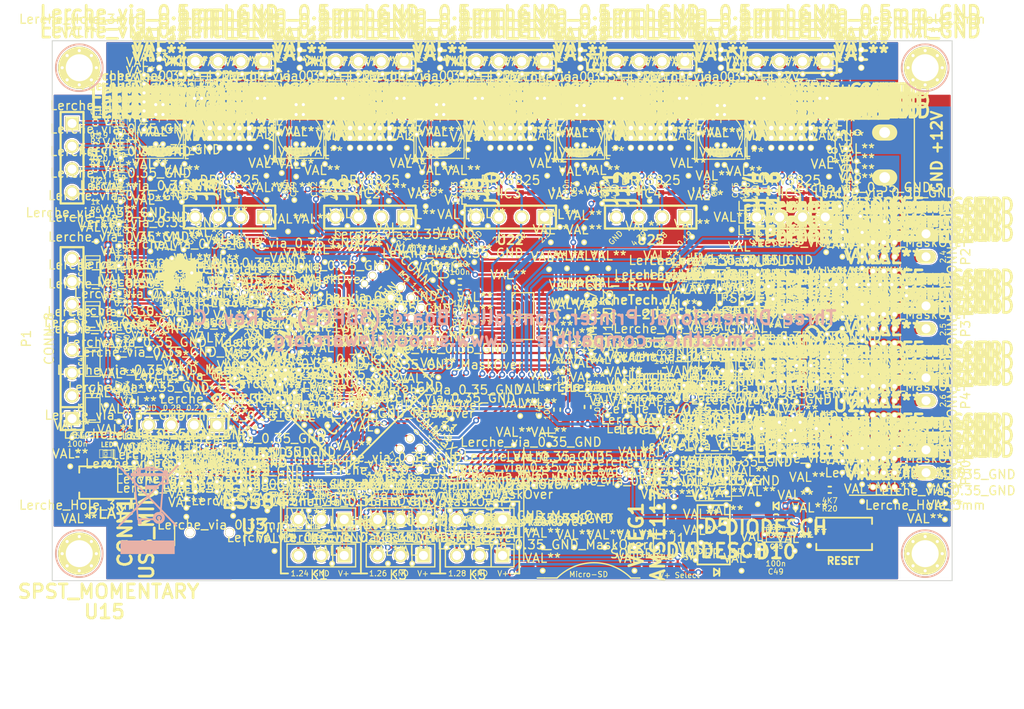
<source format=kicad_pcb>
(kicad_pcb (version 3) (host pcbnew "(2013-07-07 BZR 4022)-stable")
  (layers (15 F.Cu signal) (0 B.Cu signal) (18 B.Paste user) (19 F.Paste user) (20 B.SilkS user) (21 F.SilkS user) (22 B.Mask user) (23 F.Mask user) (28 Edge.Cuts user))
  (net 0 "")
  (net 1 +12V)
  (net 2 +3.3V)
  (net 3 +5V)
  (net 4 /P2.6_FET)
  (net 5 /P2.7_FET)
  (net 6 /PWM0_FET)
  (net 7 /PWM1_FET)
  (net 8 DAC_SCL)
  (net 9 DAC_SDA)
  (net 10 DIR1)
  (net 11 DIR2)
  (net 12 DIR3)
  (net 13 DIR4)
  (net 14 DIR5)
  (net 15 EN1)
  (net 16 EN2)
  (net 17 EN3)
  (net 18 EN4)
  (net 19 EN5)
  (net 20 GND)
  (net 21 LED1)
  (net 22 LED2)
  (net 23 LED3)
  (net 24 LED4)
  (net 25 MISO1)
  (net 26 MOSI1)
  (net 27 N-00000100)
  (net 28 N-00000101)
  (net 29 N-00000102)
  (net 30 N-00000103)
  (net 31 N-00000104)
  (net 32 N-00000105)
  (net 33 N-00000111)
  (net 34 N-00000112)
  (net 35 N-00000113)
  (net 36 N-00000114)
  (net 37 N-00000115)
  (net 38 N-00000116)
  (net 39 N-00000127)
  (net 40 N-00000128)
  (net 41 N-00000129)
  (net 42 N-0000015)
  (net 43 N-00000161)
  (net 44 N-00000162)
  (net 45 N-0000017)
  (net 46 N-00000175)
  (net 47 N-0000018)
  (net 48 N-00000183)
  (net 49 N-00000184)
  (net 50 N-00000188)
  (net 51 N-00000189)
  (net 52 N-00000190)
  (net 53 N-00000191)
  (net 54 N-00000196)
  (net 55 N-000002)
  (net 56 N-00000203)
  (net 57 N-00000206)
  (net 58 N-00000207)
  (net 59 N-00000209)
  (net 60 N-0000029)
  (net 61 N-0000030)
  (net 62 N-0000031)
  (net 63 N-0000032)
  (net 64 N-0000033)
  (net 65 N-0000034)
  (net 66 N-0000035)
  (net 67 N-0000036)
  (net 68 N-0000037)
  (net 69 N-0000038)
  (net 70 N-0000039)
  (net 71 N-000004)
  (net 72 N-0000040)
  (net 73 N-0000041)
  (net 74 N-0000042)
  (net 75 N-0000043)
  (net 76 N-0000044)
  (net 77 N-0000045)
  (net 78 N-0000046)
  (net 79 N-0000047)
  (net 80 N-0000048)
  (net 81 N-000005)
  (net 82 N-0000050)
  (net 83 N-0000053)
  (net 84 N-0000054)
  (net 85 N-0000055)
  (net 86 N-0000056)
  (net 87 N-0000057)
  (net 88 N-0000058)
  (net 89 N-0000059)
  (net 90 N-000006)
  (net 91 N-0000060)
  (net 92 N-0000063)
  (net 93 N-0000064)
  (net 94 N-0000065)
  (net 95 N-0000066)
  (net 96 N-0000068)
  (net 97 N-0000069)
  (net 98 N-0000070)
  (net 99 N-0000071)
  (net 100 N-0000073)
  (net 101 N-0000074)
  (net 102 N-0000075)
  (net 103 N-0000076)
  (net 104 N-0000077)
  (net 105 N-0000082)
  (net 106 N-0000083)
  (net 107 N-0000084)
  (net 108 N-0000085)
  (net 109 N-0000086)
  (net 110 N-0000096)
  (net 111 N-0000097)
  (net 112 N-0000098)
  (net 113 N-0000099)
  (net 114 P1.1)
  (net 115 P1.10)
  (net 116 P1.15)
  (net 117 P1.16)
  (net 118 P1.4)
  (net 119 P1.9)
  (net 120 P2.6)
  (net 121 P2.7)
  (net 122 PLAY)
  (net 123 PLAY_LED)
  (net 124 PWM0)
  (net 125 PWM1)
  (net 126 RX_0)
  (net 127 SCK1)
  (net 128 SCL)
  (net 129 SCON)
  (net 130 SDA)
  (net 131 SD_CS)
  (net 132 SD_MISO)
  (net 133 SD_MOSI)
  (net 134 SD_SCK)
  (net 135 SSEL1)
  (net 136 STP1)
  (net 137 STP2)
  (net 138 STP3)
  (net 139 STP4)
  (net 140 STP5)
  (net 141 TH1)
  (net 142 TH2)
  (net 143 TH3)
  (net 144 TH4)
  (net 145 TX_0)
  (net 146 USB_D+)
  (net 147 USB_D-)
  (net 148 VREF1)
  (net 149 VREF2)
  (net 150 VREF3)
  (net 151 VREF4)
  (net 152 VREF5)
  (net 153 X-MAX)
  (net 154 X-MAX-LPC)
  (net 155 X-MIN)
  (net 156 X-MIN-LPC)
  (net 157 Y-MAX)
  (net 158 Y-MAX-LPC)
  (net 159 Y-MIN)
  (net 160 Y-MIN-LPC)
  (net 161 Z-MAX)
  (net 162 Z-MAX-LPC)
  (net 163 Z-MIN)
  (net 164 Z-MIN-LPC)
  (net 165 ~ISP)
  (net 166 ~RESET)
  (module Lerche_QFN16-EP (layer F.Cu) (at 207.2 167.3)
    (fp_text reference U20 (at 0 -4.7) (layer F.SilkS))
    (fp_text value TPS6213X (at 0 -3.2) (layer F.SilkS))
    (pad 1 smd oval (at -1.475 -0.75) (size 0.85 0.28) (layers F.Cu F.Paste F.Mask) (net 59 N-00000209))
    (pad 2 smd oval (at -1.475 -0.25) (size 0.85 0.28) (layers F.Cu F.Paste F.Mask) (net 59 N-00000209))
    (pad 3 smd oval (at -1.475 0.25) (size 0.85 0.28) (layers F.Cu F.Paste F.Mask) (net 59 N-00000209))
    (pad 4 smd oval (at -1.475 0.75) (size 0.85 0.28) (layers F.Cu F.Paste F.Mask))
    (pad 5 smd oval (at -0.75 1.475) (size 0.28 0.85) (layers F.Cu F.Paste F.Mask) (net 20 GND))
    (pad 6 smd oval (at -0.25 1.475) (size 0.28 0.85) (layers F.Cu F.Paste F.Mask) (net 20 GND))
    (pad 7 smd oval (at 0.25 1.475) (size 0.28 0.85) (layers F.Cu F.Paste F.Mask) (net 20 GND))
    (pad 8 smd oval (at 0.75 1.475) (size 0.28 0.85) (layers F.Cu F.Paste F.Mask) (net 20 GND))
    (pad 9 smd oval (at 1.475 0.75) (size 0.85 0.28) (layers F.Cu F.Paste F.Mask) (net 32 N-00000105))
    (pad 10 smd oval (at 1.475 0.25) (size 0.85 0.28) (layers F.Cu F.Paste F.Mask) (net 58 N-00000207))
    (pad 11 smd oval (at 1.475 -0.25) (size 0.85 0.28) (layers F.Cu F.Paste F.Mask) (net 58 N-00000207))
    (pad 12 smd oval (at 1.475 -0.75) (size 0.85 0.28) (layers F.Cu F.Paste F.Mask) (net 58 N-00000207))
    (pad 13 smd oval (at 0.75 -1.475) (size 0.28 0.85) (layers F.Cu F.Paste F.Mask) (net 58 N-00000207))
    (pad 14 smd oval (at 0.25 -1.475) (size 0.28 0.85) (layers F.Cu F.Paste F.Mask) (net 2 +3.3V))
    (pad 15 smd oval (at -0.25 -1.475) (size 0.28 0.85) (layers F.Cu F.Paste F.Mask) (net 20 GND))
    (pad 16 smd oval (at -0.75 -1.475) (size 0.28 0.85) (layers F.Cu F.Paste F.Mask) (net 20 GND))
    (pad PAD smd rect (at 0 0) (size 1.7 1.7) (layers F.Cu F.Paste F.Mask) (net 20 GND))
    (pad PAD thru_hole circle (at -0.5 -0.5) (size 0.4 0.4) (drill 0.35) (layers *.Cu *.Mask F.SilkS) (net 20 GND) (clearance 0.001))
    (pad PAD thru_hole circle (at 0 0) (size 0.4 0.4) (drill 0.35) (layers *.Cu *.Mask F.SilkS) (net 20 GND) (clearance 0.001))
    (pad PAD thru_hole circle (at 0.5 0.5) (size 0.4 0.4) (drill 0.35) (layers *.Cu *.Mask F.SilkS) (net 20 GND) (clearance 0.001))
    (pad PAD thru_hole circle (at 0.5 -0.5) (size 0.4 0.4) (drill 0.35) (layers *.Cu *.Mask F.SilkS) (net 20 GND) (clearance 0.001))
    (pad PAD thru_hole circle (at -0.5 0.5) (size 0.4 0.4) (drill 0.35) (layers *.Cu *.Mask F.SilkS) (net 20 GND) (clearance 0.001))
  )
  (module Lerche_via_0.5mm_GND (layer F.Cu) (at 141.9 136.5)
    (fp_text reference Lerche_via_0.5mm_GND (at 0 -4.1) (layer F.SilkS) (effects (font (size 1.524 1.524) (thickness 0.3048))))
    (fp_text value VAL** (at 0 -1.6) (layer F.SilkS) (effects (font (size 1.524 1.524) (thickness 0.3048))))
    (pad "" thru_hole circle (at 0 0) (size 0.7 0.7) (drill 0.5) (layers *.Cu *.Mask F.SilkS) (net 20 GND) (clearance 0.001))
  )
  (module Lerche_via_0.5mm_GND (layer F.Cu) (at 141.9 137.5)
    (fp_text reference Lerche_via_0.5mm_GND (at 0 -4.1) (layer F.SilkS) (effects (font (size 1.524 1.524) (thickness 0.3048))))
    (fp_text value VAL** (at 0 -1.6) (layer F.SilkS) (effects (font (size 1.524 1.524) (thickness 0.3048))))
    (pad "" thru_hole circle (at 0 0) (size 0.7 0.7) (drill 0.5) (layers *.Cu *.Mask F.SilkS) (net 20 GND) (clearance 0.001))
  )
  (module Lerche_via_0.5mm_GND (layer F.Cu) (at 141.9 138.5)
    (fp_text reference Lerche_via_0.5mm_GND (at 0 -4.1) (layer F.SilkS) (effects (font (size 1.524 1.524) (thickness 0.3048))))
    (fp_text value VAL** (at 0 -1.6) (layer F.SilkS) (effects (font (size 1.524 1.524) (thickness 0.3048))))
    (pad "" thru_hole circle (at 0 0) (size 0.7 0.7) (drill 0.5) (layers *.Cu *.Mask F.SilkS) (net 20 GND) (clearance 0.001))
  )
  (module Lerche_via_0.5mm_GND (layer F.Cu) (at 219.9 138.5)
    (fp_text reference Lerche_via_0.5mm_GND (at 0 -4.1) (layer F.SilkS) (effects (font (size 1.524 1.524) (thickness 0.3048))))
    (fp_text value VAL** (at 0 -1.6) (layer F.SilkS) (effects (font (size 1.524 1.524) (thickness 0.3048))))
    (pad "" thru_hole circle (at 0 0) (size 0.7 0.7) (drill 0.5) (layers *.Cu *.Mask F.SilkS) (net 20 GND) (clearance 0.001))
  )
  (module Lerche_via_0.5mm_GND (layer F.Cu) (at 219.9 137.5)
    (fp_text reference Lerche_via_0.5mm_GND (at 0 -4.1) (layer F.SilkS) (effects (font (size 1.524 1.524) (thickness 0.3048))))
    (fp_text value VAL** (at 0 -1.6) (layer F.SilkS) (effects (font (size 1.524 1.524) (thickness 0.3048))))
    (pad "" thru_hole circle (at 0 0) (size 0.7 0.7) (drill 0.5) (layers *.Cu *.Mask F.SilkS) (net 20 GND) (clearance 0.001))
  )
  (module Lerche_via_0.5mm_GND (layer F.Cu) (at 219.9 136.5)
    (fp_text reference Lerche_via_0.5mm_GND (at 0 -4.1) (layer F.SilkS) (effects (font (size 1.524 1.524) (thickness 0.3048))))
    (fp_text value VAL** (at 0 -1.6) (layer F.SilkS) (effects (font (size 1.524 1.524) (thickness 0.3048))))
    (pad "" thru_hole circle (at 0 0) (size 0.7 0.7) (drill 0.5) (layers *.Cu *.Mask F.SilkS) (net 20 GND) (clearance 0.001))
  )
  (module Lerche_via_0.5mm_GND (layer F.Cu) (at 204.3 136.5)
    (fp_text reference Lerche_via_0.5mm_GND (at 0 -4.1) (layer F.SilkS) (effects (font (size 1.524 1.524) (thickness 0.3048))))
    (fp_text value VAL** (at 0 -1.6) (layer F.SilkS) (effects (font (size 1.524 1.524) (thickness 0.3048))))
    (pad "" thru_hole circle (at 0 0) (size 0.7 0.7) (drill 0.5) (layers *.Cu *.Mask F.SilkS) (net 20 GND) (clearance 0.001))
  )
  (module Lerche_via_0.5mm_GND (layer F.Cu) (at 204.3 137.5)
    (fp_text reference Lerche_via_0.5mm_GND (at 0 -4.1) (layer F.SilkS) (effects (font (size 1.524 1.524) (thickness 0.3048))))
    (fp_text value VAL** (at 0 -1.6) (layer F.SilkS) (effects (font (size 1.524 1.524) (thickness 0.3048))))
    (pad "" thru_hole circle (at 0 0) (size 0.7 0.7) (drill 0.5) (layers *.Cu *.Mask F.SilkS) (net 20 GND) (clearance 0.001))
  )
  (module Lerche_via_0.5mm_GND (layer F.Cu) (at 204.3 138.5)
    (fp_text reference Lerche_via_0.5mm_GND (at 0 -4.1) (layer F.SilkS) (effects (font (size 1.524 1.524) (thickness 0.3048))))
    (fp_text value VAL** (at 0 -1.6) (layer F.SilkS) (effects (font (size 1.524 1.524) (thickness 0.3048))))
    (pad "" thru_hole circle (at 0 0) (size 0.7 0.7) (drill 0.5) (layers *.Cu *.Mask F.SilkS) (net 20 GND) (clearance 0.001))
  )
  (module Lerche_via_0.5mm_GND (layer F.Cu) (at 188.7 138.5)
    (fp_text reference Lerche_via_0.5mm_GND (at 0 -4.1) (layer F.SilkS) (effects (font (size 1.524 1.524) (thickness 0.3048))))
    (fp_text value VAL** (at 0 -1.6) (layer F.SilkS) (effects (font (size 1.524 1.524) (thickness 0.3048))))
    (pad "" thru_hole circle (at 0 0) (size 0.7 0.7) (drill 0.5) (layers *.Cu *.Mask F.SilkS) (net 20 GND) (clearance 0.001))
  )
  (module Lerche_via_0.5mm_GND (layer F.Cu) (at 188.7 137.5)
    (fp_text reference Lerche_via_0.5mm_GND (at 0 -4.1) (layer F.SilkS) (effects (font (size 1.524 1.524) (thickness 0.3048))))
    (fp_text value VAL** (at 0 -1.6) (layer F.SilkS) (effects (font (size 1.524 1.524) (thickness 0.3048))))
    (pad "" thru_hole circle (at 0 0) (size 0.7 0.7) (drill 0.5) (layers *.Cu *.Mask F.SilkS) (net 20 GND) (clearance 0.001))
  )
  (module Lerche_via_0.5mm_GND (layer F.Cu) (at 188.7 136.5)
    (fp_text reference Lerche_via_0.5mm_GND (at 0 -4.1) (layer F.SilkS) (effects (font (size 1.524 1.524) (thickness 0.3048))))
    (fp_text value VAL** (at 0 -1.6) (layer F.SilkS) (effects (font (size 1.524 1.524) (thickness 0.3048))))
    (pad "" thru_hole circle (at 0 0) (size 0.7 0.7) (drill 0.5) (layers *.Cu *.Mask F.SilkS) (net 20 GND) (clearance 0.001))
  )
  (module Lerche_via_0.5mm_GND (layer F.Cu) (at 173.1 136.5)
    (fp_text reference Lerche_via_0.5mm_GND (at 0 -4.1) (layer F.SilkS) (effects (font (size 1.524 1.524) (thickness 0.3048))))
    (fp_text value VAL** (at 0 -1.6) (layer F.SilkS) (effects (font (size 1.524 1.524) (thickness 0.3048))))
    (pad "" thru_hole circle (at 0 0) (size 0.7 0.7) (drill 0.5) (layers *.Cu *.Mask F.SilkS) (net 20 GND) (clearance 0.001))
  )
  (module Lerche_via_0.5mm_GND (layer F.Cu) (at 173.1 137.5)
    (fp_text reference Lerche_via_0.5mm_GND (at 0 -4.1) (layer F.SilkS) (effects (font (size 1.524 1.524) (thickness 0.3048))))
    (fp_text value VAL** (at 0 -1.6) (layer F.SilkS) (effects (font (size 1.524 1.524) (thickness 0.3048))))
    (pad "" thru_hole circle (at 0 0) (size 0.7 0.7) (drill 0.5) (layers *.Cu *.Mask F.SilkS) (net 20 GND) (clearance 0.001))
  )
  (module Lerche_via_0.5mm_GND (layer F.Cu) (at 173.1 138.5)
    (fp_text reference Lerche_via_0.5mm_GND (at 0 -4.1) (layer F.SilkS) (effects (font (size 1.524 1.524) (thickness 0.3048))))
    (fp_text value VAL** (at 0 -1.6) (layer F.SilkS) (effects (font (size 1.524 1.524) (thickness 0.3048))))
    (pad "" thru_hole circle (at 0 0) (size 0.7 0.7) (drill 0.5) (layers *.Cu *.Mask F.SilkS) (net 20 GND) (clearance 0.001))
  )
  (module Lerche_via_0.5mm_GND (layer F.Cu) (at 209.9 145.2)
    (fp_text reference Lerche_via_0.5mm_GND (at 0 -4.1) (layer F.SilkS) (effects (font (size 1.524 1.524) (thickness 0.3048))))
    (fp_text value VAL** (at 0 -1.6) (layer F.SilkS) (effects (font (size 1.524 1.524) (thickness 0.3048))))
    (pad "" thru_hole circle (at 0 0) (size 0.7 0.7) (drill 0.5) (layers *.Cu *.Mask F.SilkS) (net 20 GND) (clearance 0.001))
  )
  (module Lerche_via_0.5mm_GND (layer F.Cu) (at 214.3 145.2)
    (fp_text reference Lerche_via_0.5mm_GND (at 0 -4.1) (layer F.SilkS) (effects (font (size 1.524 1.524) (thickness 0.3048))))
    (fp_text value VAL** (at 0 -1.6) (layer F.SilkS) (effects (font (size 1.524 1.524) (thickness 0.3048))))
    (pad "" thru_hole circle (at 0 0) (size 0.7 0.7) (drill 0.5) (layers *.Cu *.Mask F.SilkS) (net 20 GND) (clearance 0.001))
  )
  (module Lerche_via_0.5mm_GND (layer F.Cu) (at 209.9 147.4)
    (fp_text reference Lerche_via_0.5mm_GND (at 0 -4.1) (layer F.SilkS) (effects (font (size 1.524 1.524) (thickness 0.3048))))
    (fp_text value VAL** (at 0 -1.6) (layer F.SilkS) (effects (font (size 1.524 1.524) (thickness 0.3048))))
    (pad "" thru_hole circle (at 0 0) (size 0.7 0.7) (drill 0.5) (layers *.Cu *.Mask F.SilkS) (net 20 GND) (clearance 0.001))
  )
  (module Lerche_via_0.5mm_GND (layer F.Cu) (at 214.3 147.4)
    (fp_text reference Lerche_via_0.5mm_GND (at 0 -4.1) (layer F.SilkS) (effects (font (size 1.524 1.524) (thickness 0.3048))))
    (fp_text value VAL** (at 0 -1.6) (layer F.SilkS) (effects (font (size 1.524 1.524) (thickness 0.3048))))
    (pad "" thru_hole circle (at 0 0) (size 0.7 0.7) (drill 0.5) (layers *.Cu *.Mask F.SilkS) (net 20 GND) (clearance 0.001))
  )
  (module Lerche_via_0.5mm_GND (layer F.Cu) (at 209.9 146.3)
    (fp_text reference Lerche_via_0.5mm_GND (at 0 -4.1) (layer F.SilkS) (effects (font (size 1.524 1.524) (thickness 0.3048))))
    (fp_text value VAL** (at 0 -1.6) (layer F.SilkS) (effects (font (size 1.524 1.524) (thickness 0.3048))))
    (pad "" thru_hole circle (at 0 0) (size 0.7 0.7) (drill 0.5) (layers *.Cu *.Mask F.SilkS) (net 20 GND) (clearance 0.001))
  )
  (module Lerche_via_0.5mm_GND (layer F.Cu) (at 214.3 146.3)
    (fp_text reference Lerche_via_0.5mm_GND (at 0 -4.1) (layer F.SilkS) (effects (font (size 1.524 1.524) (thickness 0.3048))))
    (fp_text value VAL** (at 0 -1.6) (layer F.SilkS) (effects (font (size 1.524 1.524) (thickness 0.3048))))
    (pad "" thru_hole circle (at 0 0) (size 0.7 0.7) (drill 0.5) (layers *.Cu *.Mask F.SilkS) (net 20 GND) (clearance 0.001))
  )
  (module Lerche_via_0.5mm_GND (layer F.Cu) (at 212.1 145.2)
    (fp_text reference Lerche_via_0.5mm_GND (at 0 -4.1) (layer F.SilkS) (effects (font (size 1.524 1.524) (thickness 0.3048))))
    (fp_text value VAL** (at 0 -1.6) (layer F.SilkS) (effects (font (size 1.524 1.524) (thickness 0.3048))))
    (pad "" thru_hole circle (at 0 0) (size 0.7 0.7) (drill 0.5) (layers *.Cu *.Mask F.SilkS) (net 20 GND) (clearance 0.001))
  )
  (module Lerche_via_0.5mm_GND (layer F.Cu) (at 212.1 146.3)
    (fp_text reference Lerche_via_0.5mm_GND (at 0 -4.1) (layer F.SilkS) (effects (font (size 1.524 1.524) (thickness 0.3048))))
    (fp_text value VAL** (at 0 -1.6) (layer F.SilkS) (effects (font (size 1.524 1.524) (thickness 0.3048))))
    (pad "" thru_hole circle (at 0 0) (size 0.7 0.7) (drill 0.5) (layers *.Cu *.Mask F.SilkS) (net 20 GND) (clearance 0.001))
  )
  (module Lerche_via_0.5mm_GND (layer F.Cu) (at 212.1 147.4)
    (fp_text reference Lerche_via_0.5mm_GND (at 0 -4.1) (layer F.SilkS) (effects (font (size 1.524 1.524) (thickness 0.3048))))
    (fp_text value VAL** (at 0 -1.6) (layer F.SilkS) (effects (font (size 1.524 1.524) (thickness 0.3048))))
    (pad "" thru_hole circle (at 0 0) (size 0.7 0.7) (drill 0.5) (layers *.Cu *.Mask F.SilkS) (net 20 GND) (clearance 0.001))
  )
  (module Lerche_via_0.5mm_GND (layer F.Cu) (at 211 145.2)
    (fp_text reference Lerche_via_0.5mm_GND (at 0 -4.1) (layer F.SilkS) (effects (font (size 1.524 1.524) (thickness 0.3048))))
    (fp_text value VAL** (at 0 -1.6) (layer F.SilkS) (effects (font (size 1.524 1.524) (thickness 0.3048))))
    (pad "" thru_hole circle (at 0 0) (size 0.7 0.7) (drill 0.5) (layers *.Cu *.Mask F.SilkS) (net 20 GND) (clearance 0.001))
  )
  (module Lerche_via_0.5mm_GND (layer F.Cu) (at 211 146.3)
    (fp_text reference Lerche_via_0.5mm_GND (at 0 -4.1) (layer F.SilkS) (effects (font (size 1.524 1.524) (thickness 0.3048))))
    (fp_text value VAL** (at 0 -1.6) (layer F.SilkS) (effects (font (size 1.524 1.524) (thickness 0.3048))))
    (pad "" thru_hole circle (at 0 0) (size 0.7 0.7) (drill 0.5) (layers *.Cu *.Mask F.SilkS) (net 20 GND) (clearance 0.001))
  )
  (module Lerche_via_0.5mm_GND (layer F.Cu) (at 211 147.4)
    (fp_text reference Lerche_via_0.5mm_GND (at 0 -4.1) (layer F.SilkS) (effects (font (size 1.524 1.524) (thickness 0.3048))))
    (fp_text value VAL** (at 0 -1.6) (layer F.SilkS) (effects (font (size 1.524 1.524) (thickness 0.3048))))
    (pad "" thru_hole circle (at 0 0) (size 0.7 0.7) (drill 0.5) (layers *.Cu *.Mask F.SilkS) (net 20 GND) (clearance 0.001))
  )
  (module Lerche_via_0.5mm_GND (layer F.Cu) (at 213.2 147.4)
    (fp_text reference Lerche_via_0.5mm_GND (at 0 -4.1) (layer F.SilkS) (effects (font (size 1.524 1.524) (thickness 0.3048))))
    (fp_text value VAL** (at 0 -1.6) (layer F.SilkS) (effects (font (size 1.524 1.524) (thickness 0.3048))))
    (pad "" thru_hole circle (at 0 0) (size 0.7 0.7) (drill 0.5) (layers *.Cu *.Mask F.SilkS) (net 20 GND) (clearance 0.001))
  )
  (module Lerche_via_0.5mm_GND (layer F.Cu) (at 213.2 146.3)
    (fp_text reference Lerche_via_0.5mm_GND (at 0 -4.1) (layer F.SilkS) (effects (font (size 1.524 1.524) (thickness 0.3048))))
    (fp_text value VAL** (at 0 -1.6) (layer F.SilkS) (effects (font (size 1.524 1.524) (thickness 0.3048))))
    (pad "" thru_hole circle (at 0 0) (size 0.7 0.7) (drill 0.5) (layers *.Cu *.Mask F.SilkS) (net 20 GND) (clearance 0.001))
  )
  (module Lerche_via_0.5mm_GND (layer F.Cu) (at 213.2 145.2)
    (fp_text reference Lerche_via_0.5mm_GND (at 0 -4.1) (layer F.SilkS) (effects (font (size 1.524 1.524) (thickness 0.3048))))
    (fp_text value VAL** (at 0 -1.6) (layer F.SilkS) (effects (font (size 1.524 1.524) (thickness 0.3048))))
    (pad "" thru_hole circle (at 0 0) (size 0.7 0.7) (drill 0.5) (layers *.Cu *.Mask F.SilkS) (net 20 GND) (clearance 0.001))
  )
  (module Lerche_via_0.5mm_GND (layer F.Cu) (at 197.6 145.2)
    (fp_text reference Lerche_via_0.5mm_GND (at 0 -4.1) (layer F.SilkS) (effects (font (size 1.524 1.524) (thickness 0.3048))))
    (fp_text value VAL** (at 0 -1.6) (layer F.SilkS) (effects (font (size 1.524 1.524) (thickness 0.3048))))
    (pad "" thru_hole circle (at 0 0) (size 0.7 0.7) (drill 0.5) (layers *.Cu *.Mask F.SilkS) (net 20 GND) (clearance 0.001))
  )
  (module Lerche_via_0.5mm_GND (layer F.Cu) (at 197.6 146.3)
    (fp_text reference Lerche_via_0.5mm_GND (at 0 -4.1) (layer F.SilkS) (effects (font (size 1.524 1.524) (thickness 0.3048))))
    (fp_text value VAL** (at 0 -1.6) (layer F.SilkS) (effects (font (size 1.524 1.524) (thickness 0.3048))))
    (pad "" thru_hole circle (at 0 0) (size 0.7 0.7) (drill 0.5) (layers *.Cu *.Mask F.SilkS) (net 20 GND) (clearance 0.001))
  )
  (module Lerche_via_0.5mm_GND (layer F.Cu) (at 197.6 147.4)
    (fp_text reference Lerche_via_0.5mm_GND (at 0 -4.1) (layer F.SilkS) (effects (font (size 1.524 1.524) (thickness 0.3048))))
    (fp_text value VAL** (at 0 -1.6) (layer F.SilkS) (effects (font (size 1.524 1.524) (thickness 0.3048))))
    (pad "" thru_hole circle (at 0 0) (size 0.7 0.7) (drill 0.5) (layers *.Cu *.Mask F.SilkS) (net 20 GND) (clearance 0.001))
  )
  (module Lerche_via_0.5mm_GND (layer F.Cu) (at 195.4 147.4)
    (fp_text reference Lerche_via_0.5mm_GND (at 0 -4.1) (layer F.SilkS) (effects (font (size 1.524 1.524) (thickness 0.3048))))
    (fp_text value VAL** (at 0 -1.6) (layer F.SilkS) (effects (font (size 1.524 1.524) (thickness 0.3048))))
    (pad "" thru_hole circle (at 0 0) (size 0.7 0.7) (drill 0.5) (layers *.Cu *.Mask F.SilkS) (net 20 GND) (clearance 0.001))
  )
  (module Lerche_via_0.5mm_GND (layer F.Cu) (at 195.4 146.3)
    (fp_text reference Lerche_via_0.5mm_GND (at 0 -4.1) (layer F.SilkS) (effects (font (size 1.524 1.524) (thickness 0.3048))))
    (fp_text value VAL** (at 0 -1.6) (layer F.SilkS) (effects (font (size 1.524 1.524) (thickness 0.3048))))
    (pad "" thru_hole circle (at 0 0) (size 0.7 0.7) (drill 0.5) (layers *.Cu *.Mask F.SilkS) (net 20 GND) (clearance 0.001))
  )
  (module Lerche_via_0.5mm_GND (layer F.Cu) (at 195.4 145.2)
    (fp_text reference Lerche_via_0.5mm_GND (at 0 -4.1) (layer F.SilkS) (effects (font (size 1.524 1.524) (thickness 0.3048))))
    (fp_text value VAL** (at 0 -1.6) (layer F.SilkS) (effects (font (size 1.524 1.524) (thickness 0.3048))))
    (pad "" thru_hole circle (at 0 0) (size 0.7 0.7) (drill 0.5) (layers *.Cu *.Mask F.SilkS) (net 20 GND) (clearance 0.001))
  )
  (module Lerche_via_0.5mm_GND (layer F.Cu) (at 196.5 147.4)
    (fp_text reference Lerche_via_0.5mm_GND (at 0 -4.1) (layer F.SilkS) (effects (font (size 1.524 1.524) (thickness 0.3048))))
    (fp_text value VAL** (at 0 -1.6) (layer F.SilkS) (effects (font (size 1.524 1.524) (thickness 0.3048))))
    (pad "" thru_hole circle (at 0 0) (size 0.7 0.7) (drill 0.5) (layers *.Cu *.Mask F.SilkS) (net 20 GND) (clearance 0.001))
  )
  (module Lerche_via_0.5mm_GND (layer F.Cu) (at 196.5 146.3)
    (fp_text reference Lerche_via_0.5mm_GND (at 0 -4.1) (layer F.SilkS) (effects (font (size 1.524 1.524) (thickness 0.3048))))
    (fp_text value VAL** (at 0 -1.6) (layer F.SilkS) (effects (font (size 1.524 1.524) (thickness 0.3048))))
    (pad "" thru_hole circle (at 0 0) (size 0.7 0.7) (drill 0.5) (layers *.Cu *.Mask F.SilkS) (net 20 GND) (clearance 0.001))
  )
  (module Lerche_via_0.5mm_GND (layer F.Cu) (at 196.5 145.2)
    (fp_text reference Lerche_via_0.5mm_GND (at 0 -4.1) (layer F.SilkS) (effects (font (size 1.524 1.524) (thickness 0.3048))))
    (fp_text value VAL** (at 0 -1.6) (layer F.SilkS) (effects (font (size 1.524 1.524) (thickness 0.3048))))
    (pad "" thru_hole circle (at 0 0) (size 0.7 0.7) (drill 0.5) (layers *.Cu *.Mask F.SilkS) (net 20 GND) (clearance 0.001))
  )
  (module Lerche_via_0.5mm_GND (layer F.Cu) (at 198.7 146.3)
    (fp_text reference Lerche_via_0.5mm_GND (at 0 -4.1) (layer F.SilkS) (effects (font (size 1.524 1.524) (thickness 0.3048))))
    (fp_text value VAL** (at 0 -1.6) (layer F.SilkS) (effects (font (size 1.524 1.524) (thickness 0.3048))))
    (pad "" thru_hole circle (at 0 0) (size 0.7 0.7) (drill 0.5) (layers *.Cu *.Mask F.SilkS) (net 20 GND) (clearance 0.001))
  )
  (module Lerche_via_0.5mm_GND (layer F.Cu) (at 194.3 146.3)
    (fp_text reference Lerche_via_0.5mm_GND (at 0 -4.1) (layer F.SilkS) (effects (font (size 1.524 1.524) (thickness 0.3048))))
    (fp_text value VAL** (at 0 -1.6) (layer F.SilkS) (effects (font (size 1.524 1.524) (thickness 0.3048))))
    (pad "" thru_hole circle (at 0 0) (size 0.7 0.7) (drill 0.5) (layers *.Cu *.Mask F.SilkS) (net 20 GND) (clearance 0.001))
  )
  (module Lerche_via_0.5mm_GND (layer F.Cu) (at 198.7 147.4)
    (fp_text reference Lerche_via_0.5mm_GND (at 0 -4.1) (layer F.SilkS) (effects (font (size 1.524 1.524) (thickness 0.3048))))
    (fp_text value VAL** (at 0 -1.6) (layer F.SilkS) (effects (font (size 1.524 1.524) (thickness 0.3048))))
    (pad "" thru_hole circle (at 0 0) (size 0.7 0.7) (drill 0.5) (layers *.Cu *.Mask F.SilkS) (net 20 GND) (clearance 0.001))
  )
  (module Lerche_via_0.5mm_GND (layer F.Cu) (at 194.3 147.4)
    (fp_text reference Lerche_via_0.5mm_GND (at 0 -4.1) (layer F.SilkS) (effects (font (size 1.524 1.524) (thickness 0.3048))))
    (fp_text value VAL** (at 0 -1.6) (layer F.SilkS) (effects (font (size 1.524 1.524) (thickness 0.3048))))
    (pad "" thru_hole circle (at 0 0) (size 0.7 0.7) (drill 0.5) (layers *.Cu *.Mask F.SilkS) (net 20 GND) (clearance 0.001))
  )
  (module Lerche_via_0.5mm_GND (layer F.Cu) (at 198.7 145.2)
    (fp_text reference Lerche_via_0.5mm_GND (at 0 -4.1) (layer F.SilkS) (effects (font (size 1.524 1.524) (thickness 0.3048))))
    (fp_text value VAL** (at 0 -1.6) (layer F.SilkS) (effects (font (size 1.524 1.524) (thickness 0.3048))))
    (pad "" thru_hole circle (at 0 0) (size 0.7 0.7) (drill 0.5) (layers *.Cu *.Mask F.SilkS) (net 20 GND) (clearance 0.001))
  )
  (module Lerche_via_0.5mm_GND (layer F.Cu) (at 194.3 145.2)
    (fp_text reference Lerche_via_0.5mm_GND (at 0 -4.1) (layer F.SilkS) (effects (font (size 1.524 1.524) (thickness 0.3048))))
    (fp_text value VAL** (at 0 -1.6) (layer F.SilkS) (effects (font (size 1.524 1.524) (thickness 0.3048))))
    (pad "" thru_hole circle (at 0 0) (size 0.7 0.7) (drill 0.5) (layers *.Cu *.Mask F.SilkS) (net 20 GND) (clearance 0.001))
  )
  (module Lerche_via_0.5mm_GND (layer F.Cu) (at 178.7 145.2)
    (fp_text reference Lerche_via_0.5mm_GND (at 0 -4.1) (layer F.SilkS) (effects (font (size 1.524 1.524) (thickness 0.3048))))
    (fp_text value VAL** (at 0 -1.6) (layer F.SilkS) (effects (font (size 1.524 1.524) (thickness 0.3048))))
    (pad "" thru_hole circle (at 0 0) (size 0.7 0.7) (drill 0.5) (layers *.Cu *.Mask F.SilkS) (net 20 GND) (clearance 0.001))
  )
  (module Lerche_via_0.5mm_GND (layer F.Cu) (at 183.1 145.2)
    (fp_text reference Lerche_via_0.5mm_GND (at 0 -4.1) (layer F.SilkS) (effects (font (size 1.524 1.524) (thickness 0.3048))))
    (fp_text value VAL** (at 0 -1.6) (layer F.SilkS) (effects (font (size 1.524 1.524) (thickness 0.3048))))
    (pad "" thru_hole circle (at 0 0) (size 0.7 0.7) (drill 0.5) (layers *.Cu *.Mask F.SilkS) (net 20 GND) (clearance 0.001))
  )
  (module Lerche_via_0.5mm_GND (layer F.Cu) (at 178.7 147.4)
    (fp_text reference Lerche_via_0.5mm_GND (at 0 -4.1) (layer F.SilkS) (effects (font (size 1.524 1.524) (thickness 0.3048))))
    (fp_text value VAL** (at 0 -1.6) (layer F.SilkS) (effects (font (size 1.524 1.524) (thickness 0.3048))))
    (pad "" thru_hole circle (at 0 0) (size 0.7 0.7) (drill 0.5) (layers *.Cu *.Mask F.SilkS) (net 20 GND) (clearance 0.001))
  )
  (module Lerche_via_0.5mm_GND (layer F.Cu) (at 183.1 147.4)
    (fp_text reference Lerche_via_0.5mm_GND (at 0 -4.1) (layer F.SilkS) (effects (font (size 1.524 1.524) (thickness 0.3048))))
    (fp_text value VAL** (at 0 -1.6) (layer F.SilkS) (effects (font (size 1.524 1.524) (thickness 0.3048))))
    (pad "" thru_hole circle (at 0 0) (size 0.7 0.7) (drill 0.5) (layers *.Cu *.Mask F.SilkS) (net 20 GND) (clearance 0.001))
  )
  (module Lerche_via_0.5mm_GND (layer F.Cu) (at 178.7 146.3)
    (fp_text reference Lerche_via_0.5mm_GND (at 0 -4.1) (layer F.SilkS) (effects (font (size 1.524 1.524) (thickness 0.3048))))
    (fp_text value VAL** (at 0 -1.6) (layer F.SilkS) (effects (font (size 1.524 1.524) (thickness 0.3048))))
    (pad "" thru_hole circle (at 0 0) (size 0.7 0.7) (drill 0.5) (layers *.Cu *.Mask F.SilkS) (net 20 GND) (clearance 0.001))
  )
  (module Lerche_via_0.5mm_GND (layer F.Cu) (at 183.1 146.3)
    (fp_text reference Lerche_via_0.5mm_GND (at 0 -4.1) (layer F.SilkS) (effects (font (size 1.524 1.524) (thickness 0.3048))))
    (fp_text value VAL** (at 0 -1.6) (layer F.SilkS) (effects (font (size 1.524 1.524) (thickness 0.3048))))
    (pad "" thru_hole circle (at 0 0) (size 0.7 0.7) (drill 0.5) (layers *.Cu *.Mask F.SilkS) (net 20 GND) (clearance 0.001))
  )
  (module Lerche_via_0.5mm_GND (layer F.Cu) (at 180.9 145.2)
    (fp_text reference Lerche_via_0.5mm_GND (at 0 -4.1) (layer F.SilkS) (effects (font (size 1.524 1.524) (thickness 0.3048))))
    (fp_text value VAL** (at 0 -1.6) (layer F.SilkS) (effects (font (size 1.524 1.524) (thickness 0.3048))))
    (pad "" thru_hole circle (at 0 0) (size 0.7 0.7) (drill 0.5) (layers *.Cu *.Mask F.SilkS) (net 20 GND) (clearance 0.001))
  )
  (module Lerche_via_0.5mm_GND (layer F.Cu) (at 180.9 146.3)
    (fp_text reference Lerche_via_0.5mm_GND (at 0 -4.1) (layer F.SilkS) (effects (font (size 1.524 1.524) (thickness 0.3048))))
    (fp_text value VAL** (at 0 -1.6) (layer F.SilkS) (effects (font (size 1.524 1.524) (thickness 0.3048))))
    (pad "" thru_hole circle (at 0 0) (size 0.7 0.7) (drill 0.5) (layers *.Cu *.Mask F.SilkS) (net 20 GND) (clearance 0.001))
  )
  (module Lerche_via_0.5mm_GND (layer F.Cu) (at 180.9 147.4)
    (fp_text reference Lerche_via_0.5mm_GND (at 0 -4.1) (layer F.SilkS) (effects (font (size 1.524 1.524) (thickness 0.3048))))
    (fp_text value VAL** (at 0 -1.6) (layer F.SilkS) (effects (font (size 1.524 1.524) (thickness 0.3048))))
    (pad "" thru_hole circle (at 0 0) (size 0.7 0.7) (drill 0.5) (layers *.Cu *.Mask F.SilkS) (net 20 GND) (clearance 0.001))
  )
  (module Lerche_via_0.5mm_GND (layer F.Cu) (at 179.8 145.2)
    (fp_text reference Lerche_via_0.5mm_GND (at 0 -4.1) (layer F.SilkS) (effects (font (size 1.524 1.524) (thickness 0.3048))))
    (fp_text value VAL** (at 0 -1.6) (layer F.SilkS) (effects (font (size 1.524 1.524) (thickness 0.3048))))
    (pad "" thru_hole circle (at 0 0) (size 0.7 0.7) (drill 0.5) (layers *.Cu *.Mask F.SilkS) (net 20 GND) (clearance 0.001))
  )
  (module Lerche_via_0.5mm_GND (layer F.Cu) (at 179.8 146.3)
    (fp_text reference Lerche_via_0.5mm_GND (at 0 -4.1) (layer F.SilkS) (effects (font (size 1.524 1.524) (thickness 0.3048))))
    (fp_text value VAL** (at 0 -1.6) (layer F.SilkS) (effects (font (size 1.524 1.524) (thickness 0.3048))))
    (pad "" thru_hole circle (at 0 0) (size 0.7 0.7) (drill 0.5) (layers *.Cu *.Mask F.SilkS) (net 20 GND) (clearance 0.001))
  )
  (module Lerche_via_0.5mm_GND (layer F.Cu) (at 179.8 147.4)
    (fp_text reference Lerche_via_0.5mm_GND (at 0 -4.1) (layer F.SilkS) (effects (font (size 1.524 1.524) (thickness 0.3048))))
    (fp_text value VAL** (at 0 -1.6) (layer F.SilkS) (effects (font (size 1.524 1.524) (thickness 0.3048))))
    (pad "" thru_hole circle (at 0 0) (size 0.7 0.7) (drill 0.5) (layers *.Cu *.Mask F.SilkS) (net 20 GND) (clearance 0.001))
  )
  (module Lerche_via_0.5mm_GND (layer F.Cu) (at 182 147.4)
    (fp_text reference Lerche_via_0.5mm_GND (at 0 -4.1) (layer F.SilkS) (effects (font (size 1.524 1.524) (thickness 0.3048))))
    (fp_text value VAL** (at 0 -1.6) (layer F.SilkS) (effects (font (size 1.524 1.524) (thickness 0.3048))))
    (pad "" thru_hole circle (at 0 0) (size 0.7 0.7) (drill 0.5) (layers *.Cu *.Mask F.SilkS) (net 20 GND) (clearance 0.001))
  )
  (module Lerche_via_0.5mm_GND (layer F.Cu) (at 182 146.3)
    (fp_text reference Lerche_via_0.5mm_GND (at 0 -4.1) (layer F.SilkS) (effects (font (size 1.524 1.524) (thickness 0.3048))))
    (fp_text value VAL** (at 0 -1.6) (layer F.SilkS) (effects (font (size 1.524 1.524) (thickness 0.3048))))
    (pad "" thru_hole circle (at 0 0) (size 0.7 0.7) (drill 0.5) (layers *.Cu *.Mask F.SilkS) (net 20 GND) (clearance 0.001))
  )
  (module Lerche_via_0.5mm_GND (layer F.Cu) (at 182 145.2)
    (fp_text reference Lerche_via_0.5mm_GND (at 0 -4.1) (layer F.SilkS) (effects (font (size 1.524 1.524) (thickness 0.3048))))
    (fp_text value VAL** (at 0 -1.6) (layer F.SilkS) (effects (font (size 1.524 1.524) (thickness 0.3048))))
    (pad "" thru_hole circle (at 0 0) (size 0.7 0.7) (drill 0.5) (layers *.Cu *.Mask F.SilkS) (net 20 GND) (clearance 0.001))
  )
  (module Lerche_via_0.5mm_GND (layer F.Cu) (at 166.4 145.2)
    (fp_text reference Lerche_via_0.5mm_GND (at 0 -4.1) (layer F.SilkS) (effects (font (size 1.524 1.524) (thickness 0.3048))))
    (fp_text value VAL** (at 0 -1.6) (layer F.SilkS) (effects (font (size 1.524 1.524) (thickness 0.3048))))
    (pad "" thru_hole circle (at 0 0) (size 0.7 0.7) (drill 0.5) (layers *.Cu *.Mask F.SilkS) (net 20 GND) (clearance 0.001))
  )
  (module Lerche_via_0.5mm_GND (layer F.Cu) (at 166.4 146.3)
    (fp_text reference Lerche_via_0.5mm_GND (at 0 -4.1) (layer F.SilkS) (effects (font (size 1.524 1.524) (thickness 0.3048))))
    (fp_text value VAL** (at 0 -1.6) (layer F.SilkS) (effects (font (size 1.524 1.524) (thickness 0.3048))))
    (pad "" thru_hole circle (at 0 0) (size 0.7 0.7) (drill 0.5) (layers *.Cu *.Mask F.SilkS) (net 20 GND) (clearance 0.001))
  )
  (module Lerche_via_0.5mm_GND (layer F.Cu) (at 166.4 147.4)
    (fp_text reference Lerche_via_0.5mm_GND (at 0 -4.1) (layer F.SilkS) (effects (font (size 1.524 1.524) (thickness 0.3048))))
    (fp_text value VAL** (at 0 -1.6) (layer F.SilkS) (effects (font (size 1.524 1.524) (thickness 0.3048))))
    (pad "" thru_hole circle (at 0 0) (size 0.7 0.7) (drill 0.5) (layers *.Cu *.Mask F.SilkS) (net 20 GND) (clearance 0.001))
  )
  (module Lerche_via_0.5mm_GND (layer F.Cu) (at 164.2 147.4)
    (fp_text reference Lerche_via_0.5mm_GND (at 0 -4.1) (layer F.SilkS) (effects (font (size 1.524 1.524) (thickness 0.3048))))
    (fp_text value VAL** (at 0 -1.6) (layer F.SilkS) (effects (font (size 1.524 1.524) (thickness 0.3048))))
    (pad "" thru_hole circle (at 0 0) (size 0.7 0.7) (drill 0.5) (layers *.Cu *.Mask F.SilkS) (net 20 GND) (clearance 0.001))
  )
  (module Lerche_via_0.5mm_GND (layer F.Cu) (at 164.2 146.3)
    (fp_text reference Lerche_via_0.5mm_GND (at 0 -4.1) (layer F.SilkS) (effects (font (size 1.524 1.524) (thickness 0.3048))))
    (fp_text value VAL** (at 0 -1.6) (layer F.SilkS) (effects (font (size 1.524 1.524) (thickness 0.3048))))
    (pad "" thru_hole circle (at 0 0) (size 0.7 0.7) (drill 0.5) (layers *.Cu *.Mask F.SilkS) (net 20 GND) (clearance 0.001))
  )
  (module Lerche_via_0.5mm_GND (layer F.Cu) (at 164.2 145.2)
    (fp_text reference Lerche_via_0.5mm_GND (at 0 -4.1) (layer F.SilkS) (effects (font (size 1.524 1.524) (thickness 0.3048))))
    (fp_text value VAL** (at 0 -1.6) (layer F.SilkS) (effects (font (size 1.524 1.524) (thickness 0.3048))))
    (pad "" thru_hole circle (at 0 0) (size 0.7 0.7) (drill 0.5) (layers *.Cu *.Mask F.SilkS) (net 20 GND) (clearance 0.001))
  )
  (module Lerche_via_0.5mm_GND (layer F.Cu) (at 165.3 147.4)
    (fp_text reference Lerche_via_0.5mm_GND (at 0 -4.1) (layer F.SilkS) (effects (font (size 1.524 1.524) (thickness 0.3048))))
    (fp_text value VAL** (at 0 -1.6) (layer F.SilkS) (effects (font (size 1.524 1.524) (thickness 0.3048))))
    (pad "" thru_hole circle (at 0 0) (size 0.7 0.7) (drill 0.5) (layers *.Cu *.Mask F.SilkS) (net 20 GND) (clearance 0.001))
  )
  (module Lerche_via_0.5mm_GND (layer F.Cu) (at 165.3 146.3)
    (fp_text reference Lerche_via_0.5mm_GND (at 0 -4.1) (layer F.SilkS) (effects (font (size 1.524 1.524) (thickness 0.3048))))
    (fp_text value VAL** (at 0 -1.6) (layer F.SilkS) (effects (font (size 1.524 1.524) (thickness 0.3048))))
    (pad "" thru_hole circle (at 0 0) (size 0.7 0.7) (drill 0.5) (layers *.Cu *.Mask F.SilkS) (net 20 GND) (clearance 0.001))
  )
  (module Lerche_via_0.5mm_GND (layer F.Cu) (at 165.3 145.2)
    (fp_text reference Lerche_via_0.5mm_GND (at 0 -4.1) (layer F.SilkS) (effects (font (size 1.524 1.524) (thickness 0.3048))))
    (fp_text value VAL** (at 0 -1.6) (layer F.SilkS) (effects (font (size 1.524 1.524) (thickness 0.3048))))
    (pad "" thru_hole circle (at 0 0) (size 0.7 0.7) (drill 0.5) (layers *.Cu *.Mask F.SilkS) (net 20 GND) (clearance 0.001))
  )
  (module Lerche_via_0.5mm_GND (layer F.Cu) (at 167.5 146.3)
    (fp_text reference Lerche_via_0.5mm_GND (at 0 -4.1) (layer F.SilkS) (effects (font (size 1.524 1.524) (thickness 0.3048))))
    (fp_text value VAL** (at 0 -1.6) (layer F.SilkS) (effects (font (size 1.524 1.524) (thickness 0.3048))))
    (pad "" thru_hole circle (at 0 0) (size 0.7 0.7) (drill 0.5) (layers *.Cu *.Mask F.SilkS) (net 20 GND) (clearance 0.001))
  )
  (module Lerche_via_0.5mm_GND (layer F.Cu) (at 163.1 146.3)
    (fp_text reference Lerche_via_0.5mm_GND (at 0 -4.1) (layer F.SilkS) (effects (font (size 1.524 1.524) (thickness 0.3048))))
    (fp_text value VAL** (at 0 -1.6) (layer F.SilkS) (effects (font (size 1.524 1.524) (thickness 0.3048))))
    (pad "" thru_hole circle (at 0 0) (size 0.7 0.7) (drill 0.5) (layers *.Cu *.Mask F.SilkS) (net 20 GND) (clearance 0.001))
  )
  (module Lerche_via_0.5mm_GND (layer F.Cu) (at 167.5 147.4)
    (fp_text reference Lerche_via_0.5mm_GND (at 0 -4.1) (layer F.SilkS) (effects (font (size 1.524 1.524) (thickness 0.3048))))
    (fp_text value VAL** (at 0 -1.6) (layer F.SilkS) (effects (font (size 1.524 1.524) (thickness 0.3048))))
    (pad "" thru_hole circle (at 0 0) (size 0.7 0.7) (drill 0.5) (layers *.Cu *.Mask F.SilkS) (net 20 GND) (clearance 0.001))
  )
  (module Lerche_via_0.5mm_GND (layer F.Cu) (at 163.1 147.4)
    (fp_text reference Lerche_via_0.5mm_GND (at 0 -4.1) (layer F.SilkS) (effects (font (size 1.524 1.524) (thickness 0.3048))))
    (fp_text value VAL** (at 0 -1.6) (layer F.SilkS) (effects (font (size 1.524 1.524) (thickness 0.3048))))
    (pad "" thru_hole circle (at 0 0) (size 0.7 0.7) (drill 0.5) (layers *.Cu *.Mask F.SilkS) (net 20 GND) (clearance 0.001))
  )
  (module Lerche_via_0.5mm_GND (layer F.Cu) (at 167.5 145.2)
    (fp_text reference Lerche_via_0.5mm_GND (at 0 -4.1) (layer F.SilkS) (effects (font (size 1.524 1.524) (thickness 0.3048))))
    (fp_text value VAL** (at 0 -1.6) (layer F.SilkS) (effects (font (size 1.524 1.524) (thickness 0.3048))))
    (pad "" thru_hole circle (at 0 0) (size 0.7 0.7) (drill 0.5) (layers *.Cu *.Mask F.SilkS) (net 20 GND) (clearance 0.001))
  )
  (module Lerche_via_0.5mm_GND (layer F.Cu) (at 163.1 145.2)
    (fp_text reference Lerche_via_0.5mm_GND (at 0 -4.1) (layer F.SilkS) (effects (font (size 1.524 1.524) (thickness 0.3048))))
    (fp_text value VAL** (at 0 -1.6) (layer F.SilkS) (effects (font (size 1.524 1.524) (thickness 0.3048))))
    (pad "" thru_hole circle (at 0 0) (size 0.7 0.7) (drill 0.5) (layers *.Cu *.Mask F.SilkS) (net 20 GND) (clearance 0.001))
  )
  (module Lerche_Molex_502774-0891 (layer F.Cu) (at 190.1 187.5 180)
    (fp_text reference U10 (at 9.7 0 270) (layer F.SilkS))
    (fp_text value MICRO-SD (at 11.4 0 270) (layer F.SilkS))
    (pad 1 smd rect (at 3.4 7.81 180) (size 0.8 1.7) (layers F.Cu F.Paste F.Mask))
    (pad 2 smd rect (at 2.3 7.81 180) (size 0.8 1.7) (layers F.Cu F.Paste F.Mask) (net 131 SD_CS))
    (pad 3 smd rect (at 1.2 7.81 180) (size 0.8 1.7) (layers F.Cu F.Paste F.Mask) (net 133 SD_MOSI))
    (pad 4 smd rect (at 0.1 7.81 180) (size 0.8 1.7) (layers F.Cu F.Paste F.Mask) (net 2 +3.3V))
    (pad 5 smd rect (at -1 7.81 180) (size 0.85 1.7) (layers F.Cu F.Paste F.Mask) (net 134 SD_SCK))
    (pad 6 smd rect (at -2.1 7.81 180) (size 0.8 1.7) (layers F.Cu F.Paste F.Mask) (net 20 GND))
    (pad 7 smd rect (at -3.2 7.81 180) (size 0.8 1.7) (layers F.Cu F.Paste F.Mask) (net 132 SD_MISO))
    (pad 8 smd rect (at -4.3 7.81 180) (size 0.8 1.7) (layers F.Cu F.Paste F.Mask))
    (pad 9 smd rect (at -6.36 6.25 180) (size 1.3 1.3) (layers F.Cu F.Paste F.Mask))
    (pad 10 smd rect (at -6.36 -1.15 180) (size 1.3 1.4) (layers F.Cu F.Paste F.Mask) (net 20 GND))
    (pad 11 smd rect (at -5.7 7.9 180) (size 1.6 1.5) (layers F.Cu F.Paste F.Mask) (net 20 GND))
    (pad 12 smd rect (at -6.25 -6.95 180) (size 1.5 1.7) (layers F.Cu F.Paste F.Mask) (net 20 GND))
    (pad 13 smd rect (at 7.25 -6.95 180) (size 1.5 1.7) (layers F.Cu F.Paste F.Mask) (net 20 GND))
    (pad 14 smd rect (at 6.95 7.9 180) (size 1.7 1.5) (layers F.Cu F.Paste F.Mask) (net 20 GND))
  )
  (module Lerche_via_0.5mm_GND (layer F.Cu) (at 221.2 185.1)
    (fp_text reference Lerche_via_0.5mm_GND (at 0 -4.1) (layer F.SilkS) (effects (font (size 1.524 1.524) (thickness 0.3048))))
    (fp_text value VAL** (at 0 -1.6) (layer F.SilkS) (effects (font (size 1.524 1.524) (thickness 0.3048))))
    (pad "" thru_hole circle (at 0 0) (size 0.7 0.7) (drill 0.5) (layers *.Cu *.Mask F.SilkS) (net 5 /P2.7_FET) (clearance 0.001))
  )
  (module Lerche_via_0.5mm_GND (layer F.Cu) (at 222.4 185.1)
    (fp_text reference Lerche_via_0.5mm_GND (at 0 -4.1) (layer F.SilkS) (effects (font (size 1.524 1.524) (thickness 0.3048))))
    (fp_text value VAL** (at 0 -1.6) (layer F.SilkS) (effects (font (size 1.524 1.524) (thickness 0.3048))))
    (pad "" thru_hole circle (at 0 0) (size 0.7 0.7) (drill 0.5) (layers *.Cu *.Mask F.SilkS) (net 5 /P2.7_FET) (clearance 0.001))
  )
  (module Lerche_via_0.5mm_GND (layer F.Cu) (at 223.6 185.1)
    (fp_text reference Lerche_via_0.5mm_GND (at 0 -4.1) (layer F.SilkS) (effects (font (size 1.524 1.524) (thickness 0.3048))))
    (fp_text value VAL** (at 0 -1.6) (layer F.SilkS) (effects (font (size 1.524 1.524) (thickness 0.3048))))
    (pad "" thru_hole circle (at 0 0) (size 0.7 0.7) (drill 0.5) (layers *.Cu *.Mask F.SilkS) (net 5 /P2.7_FET) (clearance 0.001))
  )
  (module Lerche_via_0.5mm_GND (layer F.Cu) (at 221.2 183.5)
    (fp_text reference Lerche_via_0.5mm_GND (at 0 -4.1) (layer F.SilkS) (effects (font (size 1.524 1.524) (thickness 0.3048))))
    (fp_text value VAL** (at 0 -1.6) (layer F.SilkS) (effects (font (size 1.524 1.524) (thickness 0.3048))))
    (pad "" thru_hole circle (at 0 0) (size 0.7 0.7) (drill 0.5) (layers *.Cu *.Mask F.SilkS) (net 5 /P2.7_FET) (clearance 0.001))
  )
  (module Lerche_via_0.5mm_GND (layer F.Cu) (at 222.4 183.5)
    (fp_text reference Lerche_via_0.5mm_GND (at 0 -4.1) (layer F.SilkS) (effects (font (size 1.524 1.524) (thickness 0.3048))))
    (fp_text value VAL** (at 0 -1.6) (layer F.SilkS) (effects (font (size 1.524 1.524) (thickness 0.3048))))
    (pad "" thru_hole circle (at 0 0) (size 0.7 0.7) (drill 0.5) (layers *.Cu *.Mask F.SilkS) (net 5 /P2.7_FET) (clearance 0.001))
  )
  (module Lerche_via_0.5mm_GND (layer F.Cu) (at 223.6 183.5)
    (fp_text reference Lerche_via_0.5mm_GND (at 0 -4.1) (layer F.SilkS) (effects (font (size 1.524 1.524) (thickness 0.3048))))
    (fp_text value VAL** (at 0 -1.6) (layer F.SilkS) (effects (font (size 1.524 1.524) (thickness 0.3048))))
    (pad "" thru_hole circle (at 0 0) (size 0.7 0.7) (drill 0.5) (layers *.Cu *.Mask F.SilkS) (net 5 /P2.7_FET) (clearance 0.001))
  )
  (module Lerche_via_0.5mm_GND (layer F.Cu) (at 223.6 181.9)
    (fp_text reference Lerche_via_0.5mm_GND (at 0 -4.1) (layer F.SilkS) (effects (font (size 1.524 1.524) (thickness 0.3048))))
    (fp_text value VAL** (at 0 -1.6) (layer F.SilkS) (effects (font (size 1.524 1.524) (thickness 0.3048))))
    (pad "" thru_hole circle (at 0 0) (size 0.7 0.7) (drill 0.5) (layers *.Cu *.Mask F.SilkS) (net 5 /P2.7_FET) (clearance 0.001))
  )
  (module Lerche_via_0.5mm_GND (layer F.Cu) (at 222.4 181.9)
    (fp_text reference Lerche_via_0.5mm_GND (at 0 -4.1) (layer F.SilkS) (effects (font (size 1.524 1.524) (thickness 0.3048))))
    (fp_text value VAL** (at 0 -1.6) (layer F.SilkS) (effects (font (size 1.524 1.524) (thickness 0.3048))))
    (pad "" thru_hole circle (at 0 0) (size 0.7 0.7) (drill 0.5) (layers *.Cu *.Mask F.SilkS) (net 5 /P2.7_FET) (clearance 0.001))
  )
  (module Lerche_via_0.5mm_GND (layer F.Cu) (at 221.2 181.9)
    (fp_text reference Lerche_via_0.5mm_GND (at 0 -4.1) (layer F.SilkS) (effects (font (size 1.524 1.524) (thickness 0.3048))))
    (fp_text value VAL** (at 0 -1.6) (layer F.SilkS) (effects (font (size 1.524 1.524) (thickness 0.3048))))
    (pad "" thru_hole circle (at 0 0) (size 0.7 0.7) (drill 0.5) (layers *.Cu *.Mask F.SilkS) (net 5 /P2.7_FET) (clearance 0.001))
  )
  (module Lerche_via_0.5mm_GND (layer F.Cu) (at 221.2 177.1)
    (fp_text reference Lerche_via_0.5mm_GND (at 0 -4.1) (layer F.SilkS) (effects (font (size 1.524 1.524) (thickness 0.3048))))
    (fp_text value VAL** (at 0 -1.6) (layer F.SilkS) (effects (font (size 1.524 1.524) (thickness 0.3048))))
    (pad "" thru_hole circle (at 0 0) (size 0.7 0.7) (drill 0.5) (layers *.Cu *.Mask F.SilkS) (net 4 /P2.6_FET) (clearance 0.001))
  )
  (module Lerche_via_0.5mm_GND (layer F.Cu) (at 222.4 177.1)
    (fp_text reference Lerche_via_0.5mm_GND (at 0 -4.1) (layer F.SilkS) (effects (font (size 1.524 1.524) (thickness 0.3048))))
    (fp_text value VAL** (at 0 -1.6) (layer F.SilkS) (effects (font (size 1.524 1.524) (thickness 0.3048))))
    (pad "" thru_hole circle (at 0 0) (size 0.7 0.7) (drill 0.5) (layers *.Cu *.Mask F.SilkS) (net 4 /P2.6_FET) (clearance 0.001))
  )
  (module Lerche_via_0.5mm_GND (layer F.Cu) (at 223.6 177.1)
    (fp_text reference Lerche_via_0.5mm_GND (at 0 -4.1) (layer F.SilkS) (effects (font (size 1.524 1.524) (thickness 0.3048))))
    (fp_text value VAL** (at 0 -1.6) (layer F.SilkS) (effects (font (size 1.524 1.524) (thickness 0.3048))))
    (pad "" thru_hole circle (at 0 0) (size 0.7 0.7) (drill 0.5) (layers *.Cu *.Mask F.SilkS) (net 4 /P2.6_FET) (clearance 0.001))
  )
  (module Lerche_via_0.5mm_GND (layer F.Cu) (at 221.2 175.5)
    (fp_text reference Lerche_via_0.5mm_GND (at 0 -4.1) (layer F.SilkS) (effects (font (size 1.524 1.524) (thickness 0.3048))))
    (fp_text value VAL** (at 0 -1.6) (layer F.SilkS) (effects (font (size 1.524 1.524) (thickness 0.3048))))
    (pad "" thru_hole circle (at 0 0) (size 0.7 0.7) (drill 0.5) (layers *.Cu *.Mask F.SilkS) (net 4 /P2.6_FET) (clearance 0.001))
  )
  (module Lerche_via_0.5mm_GND (layer F.Cu) (at 222.4 175.5)
    (fp_text reference Lerche_via_0.5mm_GND (at 0 -4.1) (layer F.SilkS) (effects (font (size 1.524 1.524) (thickness 0.3048))))
    (fp_text value VAL** (at 0 -1.6) (layer F.SilkS) (effects (font (size 1.524 1.524) (thickness 0.3048))))
    (pad "" thru_hole circle (at 0 0) (size 0.7 0.7) (drill 0.5) (layers *.Cu *.Mask F.SilkS) (net 4 /P2.6_FET) (clearance 0.001))
  )
  (module Lerche_via_0.5mm_GND (layer F.Cu) (at 223.6 175.5)
    (fp_text reference Lerche_via_0.5mm_GND (at 0 -4.1) (layer F.SilkS) (effects (font (size 1.524 1.524) (thickness 0.3048))))
    (fp_text value VAL** (at 0 -1.6) (layer F.SilkS) (effects (font (size 1.524 1.524) (thickness 0.3048))))
    (pad "" thru_hole circle (at 0 0) (size 0.7 0.7) (drill 0.5) (layers *.Cu *.Mask F.SilkS) (net 4 /P2.6_FET) (clearance 0.001))
  )
  (module Lerche_via_0.5mm_GND (layer F.Cu) (at 223.6 173.9)
    (fp_text reference Lerche_via_0.5mm_GND (at 0 -4.1) (layer F.SilkS) (effects (font (size 1.524 1.524) (thickness 0.3048))))
    (fp_text value VAL** (at 0 -1.6) (layer F.SilkS) (effects (font (size 1.524 1.524) (thickness 0.3048))))
    (pad "" thru_hole circle (at 0 0) (size 0.7 0.7) (drill 0.5) (layers *.Cu *.Mask F.SilkS) (net 4 /P2.6_FET) (clearance 0.001))
  )
  (module Lerche_via_0.5mm_GND (layer F.Cu) (at 222.4 173.9)
    (fp_text reference Lerche_via_0.5mm_GND (at 0 -4.1) (layer F.SilkS) (effects (font (size 1.524 1.524) (thickness 0.3048))))
    (fp_text value VAL** (at 0 -1.6) (layer F.SilkS) (effects (font (size 1.524 1.524) (thickness 0.3048))))
    (pad "" thru_hole circle (at 0 0) (size 0.7 0.7) (drill 0.5) (layers *.Cu *.Mask F.SilkS) (net 4 /P2.6_FET) (clearance 0.001))
  )
  (module Lerche_via_0.5mm_GND (layer F.Cu) (at 221.2 173.9)
    (fp_text reference Lerche_via_0.5mm_GND (at 0 -4.1) (layer F.SilkS) (effects (font (size 1.524 1.524) (thickness 0.3048))))
    (fp_text value VAL** (at 0 -1.6) (layer F.SilkS) (effects (font (size 1.524 1.524) (thickness 0.3048))))
    (pad "" thru_hole circle (at 0 0) (size 0.7 0.7) (drill 0.5) (layers *.Cu *.Mask F.SilkS) (net 4 /P2.6_FET) (clearance 0.001))
  )
  (module Lerche_via_0.5mm_GND (layer F.Cu) (at 221.2 169.1)
    (fp_text reference Lerche_via_0.5mm_GND (at 0 -4.1) (layer F.SilkS) (effects (font (size 1.524 1.524) (thickness 0.3048))))
    (fp_text value VAL** (at 0 -1.6) (layer F.SilkS) (effects (font (size 1.524 1.524) (thickness 0.3048))))
    (pad "" thru_hole circle (at 0 0) (size 0.7 0.7) (drill 0.5) (layers *.Cu *.Mask F.SilkS) (net 7 /PWM1_FET) (clearance 0.001))
  )
  (module Lerche_via_0.5mm_GND (layer F.Cu) (at 222.4 169.1)
    (fp_text reference Lerche_via_0.5mm_GND (at 0 -4.1) (layer F.SilkS) (effects (font (size 1.524 1.524) (thickness 0.3048))))
    (fp_text value VAL** (at 0 -1.6) (layer F.SilkS) (effects (font (size 1.524 1.524) (thickness 0.3048))))
    (pad "" thru_hole circle (at 0 0) (size 0.7 0.7) (drill 0.5) (layers *.Cu *.Mask F.SilkS) (net 7 /PWM1_FET) (clearance 0.001))
  )
  (module Lerche_via_0.5mm_GND (layer F.Cu) (at 223.6 169.1)
    (fp_text reference Lerche_via_0.5mm_GND (at 0 -4.1) (layer F.SilkS) (effects (font (size 1.524 1.524) (thickness 0.3048))))
    (fp_text value VAL** (at 0 -1.6) (layer F.SilkS) (effects (font (size 1.524 1.524) (thickness 0.3048))))
    (pad "" thru_hole circle (at 0 0) (size 0.7 0.7) (drill 0.5) (layers *.Cu *.Mask F.SilkS) (net 7 /PWM1_FET) (clearance 0.001))
  )
  (module Lerche_via_0.5mm_GND (layer F.Cu) (at 221.2 167.5)
    (fp_text reference Lerche_via_0.5mm_GND (at 0 -4.1) (layer F.SilkS) (effects (font (size 1.524 1.524) (thickness 0.3048))))
    (fp_text value VAL** (at 0 -1.6) (layer F.SilkS) (effects (font (size 1.524 1.524) (thickness 0.3048))))
    (pad "" thru_hole circle (at 0 0) (size 0.7 0.7) (drill 0.5) (layers *.Cu *.Mask F.SilkS) (net 7 /PWM1_FET) (clearance 0.001))
  )
  (module Lerche_via_0.5mm_GND (layer F.Cu) (at 222.4 167.5)
    (fp_text reference Lerche_via_0.5mm_GND (at 0 -4.1) (layer F.SilkS) (effects (font (size 1.524 1.524) (thickness 0.3048))))
    (fp_text value VAL** (at 0 -1.6) (layer F.SilkS) (effects (font (size 1.524 1.524) (thickness 0.3048))))
    (pad "" thru_hole circle (at 0 0) (size 0.7 0.7) (drill 0.5) (layers *.Cu *.Mask F.SilkS) (net 7 /PWM1_FET) (clearance 0.001))
  )
  (module Lerche_via_0.5mm_GND (layer F.Cu) (at 223.6 167.5)
    (fp_text reference Lerche_via_0.5mm_GND (at 0 -4.1) (layer F.SilkS) (effects (font (size 1.524 1.524) (thickness 0.3048))))
    (fp_text value VAL** (at 0 -1.6) (layer F.SilkS) (effects (font (size 1.524 1.524) (thickness 0.3048))))
    (pad "" thru_hole circle (at 0 0) (size 0.7 0.7) (drill 0.5) (layers *.Cu *.Mask F.SilkS) (net 7 /PWM1_FET) (clearance 0.001))
  )
  (module Lerche_via_0.5mm_GND (layer F.Cu) (at 223.6 165.9)
    (fp_text reference Lerche_via_0.5mm_GND (at 0 -4.1) (layer F.SilkS) (effects (font (size 1.524 1.524) (thickness 0.3048))))
    (fp_text value VAL** (at 0 -1.6) (layer F.SilkS) (effects (font (size 1.524 1.524) (thickness 0.3048))))
    (pad "" thru_hole circle (at 0 0) (size 0.7 0.7) (drill 0.5) (layers *.Cu *.Mask F.SilkS) (net 7 /PWM1_FET) (clearance 0.001))
  )
  (module Lerche_via_0.5mm_GND (layer F.Cu) (at 222.4 165.9)
    (fp_text reference Lerche_via_0.5mm_GND (at 0 -4.1) (layer F.SilkS) (effects (font (size 1.524 1.524) (thickness 0.3048))))
    (fp_text value VAL** (at 0 -1.6) (layer F.SilkS) (effects (font (size 1.524 1.524) (thickness 0.3048))))
    (pad "" thru_hole circle (at 0 0) (size 0.7 0.7) (drill 0.5) (layers *.Cu *.Mask F.SilkS) (net 7 /PWM1_FET) (clearance 0.001))
  )
  (module Lerche_via_0.5mm_GND (layer F.Cu) (at 221.2 165.9)
    (fp_text reference Lerche_via_0.5mm_GND (at 0 -4.1) (layer F.SilkS) (effects (font (size 1.524 1.524) (thickness 0.3048))))
    (fp_text value VAL** (at 0 -1.6) (layer F.SilkS) (effects (font (size 1.524 1.524) (thickness 0.3048))))
    (pad "" thru_hole circle (at 0 0) (size 0.7 0.7) (drill 0.5) (layers *.Cu *.Mask F.SilkS) (net 7 /PWM1_FET) (clearance 0.001))
  )
  (module Lerche_via_0.5mm_GND (layer F.Cu) (at 221.2 161.1)
    (fp_text reference Lerche_via_0.5mm_GND (at 0 -4.1) (layer F.SilkS) (effects (font (size 1.524 1.524) (thickness 0.3048))))
    (fp_text value VAL** (at 0 -1.6) (layer F.SilkS) (effects (font (size 1.524 1.524) (thickness 0.3048))))
    (pad "" thru_hole circle (at 0 0) (size 0.7 0.7) (drill 0.5) (layers *.Cu *.Mask F.SilkS) (net 6 /PWM0_FET) (clearance 0.001))
  )
  (module Lerche_via_0.5mm_GND (layer F.Cu) (at 222.4 161.1)
    (fp_text reference Lerche_via_0.5mm_GND (at 0 -4.1) (layer F.SilkS) (effects (font (size 1.524 1.524) (thickness 0.3048))))
    (fp_text value VAL** (at 0 -1.6) (layer F.SilkS) (effects (font (size 1.524 1.524) (thickness 0.3048))))
    (pad "" thru_hole circle (at 0 0) (size 0.7 0.7) (drill 0.5) (layers *.Cu *.Mask F.SilkS) (net 6 /PWM0_FET) (clearance 0.001))
  )
  (module Lerche_via_0.5mm_GND (layer F.Cu) (at 223.6 161.1)
    (fp_text reference Lerche_via_0.5mm_GND (at 0 -4.1) (layer F.SilkS) (effects (font (size 1.524 1.524) (thickness 0.3048))))
    (fp_text value VAL** (at 0 -1.6) (layer F.SilkS) (effects (font (size 1.524 1.524) (thickness 0.3048))))
    (pad "" thru_hole circle (at 0 0) (size 0.7 0.7) (drill 0.5) (layers *.Cu *.Mask F.SilkS) (net 6 /PWM0_FET) (clearance 0.001))
  )
  (module Lerche_via_0.5mm_GND (layer F.Cu) (at 221.2 159.5)
    (fp_text reference Lerche_via_0.5mm_GND (at 0 -4.1) (layer F.SilkS) (effects (font (size 1.524 1.524) (thickness 0.3048))))
    (fp_text value VAL** (at 0 -1.6) (layer F.SilkS) (effects (font (size 1.524 1.524) (thickness 0.3048))))
    (pad "" thru_hole circle (at 0 0) (size 0.7 0.7) (drill 0.5) (layers *.Cu *.Mask F.SilkS) (net 6 /PWM0_FET) (clearance 0.001))
  )
  (module Lerche_via_0.5mm_GND (layer F.Cu) (at 222.4 159.5)
    (fp_text reference Lerche_via_0.5mm_GND (at 0 -4.1) (layer F.SilkS) (effects (font (size 1.524 1.524) (thickness 0.3048))))
    (fp_text value VAL** (at 0 -1.6) (layer F.SilkS) (effects (font (size 1.524 1.524) (thickness 0.3048))))
    (pad "" thru_hole circle (at 0 0) (size 0.7 0.7) (drill 0.5) (layers *.Cu *.Mask F.SilkS) (net 6 /PWM0_FET) (clearance 0.001))
  )
  (module Lerche_via_0.5mm_GND (layer F.Cu) (at 223.6 159.5)
    (fp_text reference Lerche_via_0.5mm_GND (at 0 -4.1) (layer F.SilkS) (effects (font (size 1.524 1.524) (thickness 0.3048))))
    (fp_text value VAL** (at 0 -1.6) (layer F.SilkS) (effects (font (size 1.524 1.524) (thickness 0.3048))))
    (pad "" thru_hole circle (at 0 0) (size 0.7 0.7) (drill 0.5) (layers *.Cu *.Mask F.SilkS) (net 6 /PWM0_FET) (clearance 0.001))
  )
  (module Lerche_via_0.5mm_GND (layer F.Cu) (at 223.6 157.9)
    (fp_text reference Lerche_via_0.5mm_GND (at 0 -4.1) (layer F.SilkS) (effects (font (size 1.524 1.524) (thickness 0.3048))))
    (fp_text value VAL** (at 0 -1.6) (layer F.SilkS) (effects (font (size 1.524 1.524) (thickness 0.3048))))
    (pad "" thru_hole circle (at 0 0) (size 0.7 0.7) (drill 0.5) (layers *.Cu *.Mask F.SilkS) (net 6 /PWM0_FET) (clearance 0.001))
  )
  (module Lerche_via_0.5mm_GND (layer F.Cu) (at 222.4 157.9)
    (fp_text reference Lerche_via_0.5mm_GND (at 0 -4.1) (layer F.SilkS) (effects (font (size 1.524 1.524) (thickness 0.3048))))
    (fp_text value VAL** (at 0 -1.6) (layer F.SilkS) (effects (font (size 1.524 1.524) (thickness 0.3048))))
    (pad "" thru_hole circle (at 0 0) (size 0.7 0.7) (drill 0.5) (layers *.Cu *.Mask F.SilkS) (net 6 /PWM0_FET) (clearance 0.001))
  )
  (module Lerche_via_0.35_GND (layer F.Cu) (at 229.2 188.7)
    (fp_text reference Lerche_via_0.35_GND (at 0 -3.2) (layer F.SilkS))
    (fp_text value VAL** (at 0 -1.6) (layer F.SilkS))
    (pad "" thru_hole circle (at 0 0) (size 0.65 0.65) (drill 0.35) (layers *.Cu *.Mask F.SilkS) (net 20 GND) (clearance 0.001))
  )
  (module Lerche_via_0.35_GND (layer F.Cu) (at 219.8 155)
    (fp_text reference Lerche_via_0.35_GND (at 0 -3.2) (layer F.SilkS))
    (fp_text value VAL** (at 0 -1.6) (layer F.SilkS))
    (pad "" thru_hole circle (at 0 0) (size 0.65 0.65) (drill 0.35) (layers *.Cu *.Mask F.SilkS) (net 20 GND) (clearance 0.001))
  )
  (module TQFP_100 (layer F.Cu) (at 162.5 173.5 45)
    (fp_text reference U6 (at 0 -1.905 45) (layer F.SilkS) (effects (font (size 1.524 1.016) (thickness 0.2032))))
    (fp_text value LPC1768_TQFP100 (at 0 2.54 45) (layer F.SilkS) (effects (font (size 1.524 1.016) (thickness 0.2032))))
    (pad 100 smd rect (at 7.747 -5.9944 45) (size 1.016 0.254) (layers F.Cu F.Paste F.Mask))
    (pad 76 smd rect (at 7.747 5.9944 45) (size 1.016 0.254) (layers F.Cu F.Paste F.Mask) (net 133 SD_MOSI))
    (pad 77 smd rect (at 7.747 5.4864 45) (size 1.016 0.254) (layers F.Cu F.Paste F.Mask) (net 132 SD_MISO))
    (pad 78 smd rect (at 7.747 5.0038 45) (size 1.016 0.254) (layers F.Cu F.Paste F.Mask) (net 134 SD_SCK))
    (pad 79 smd rect (at 7.747 4.4958 45) (size 1.016 0.254) (layers F.Cu F.Paste F.Mask) (net 131 SD_CS))
    (pad 80 smd rect (at 7.747 3.9878 45) (size 1.016 0.254) (layers F.Cu F.Paste F.Mask) (net 10 DIR1))
    (pad 81 smd rect (at 7.747 3.5052 45) (size 1.016 0.254) (layers F.Cu F.Paste F.Mask) (net 15 EN1))
    (pad 82 smd rect (at 7.747 2.9972 45) (size 1.016 0.254) (layers F.Cu F.Paste F.Mask))
    (pad 83 smd rect (at 7.747 2.4892 45) (size 1.016 0.254) (layers F.Cu F.Paste F.Mask) (net 20 GND))
    (pad 84 smd rect (at 7.747 2.0066 45) (size 1.016 0.254) (layers F.Cu F.Paste F.Mask) (net 2 +3.3V))
    (pad 85 smd rect (at 7.747 1.4986 45) (size 1.016 0.254) (layers F.Cu F.Paste F.Mask) (net 13 DIR4))
    (pad 86 smd rect (at 7.747 0.9906 45) (size 1.016 0.254) (layers F.Cu F.Paste F.Mask))
    (pad 87 smd rect (at 7.747 0.4826 45) (size 1.016 0.254) (layers F.Cu F.Paste F.Mask) (net 117 P1.16))
    (pad 88 smd rect (at 7.747 0 45) (size 1.016 0.254) (layers F.Cu F.Paste F.Mask) (net 116 P1.15))
    (pad 89 smd rect (at 7.747 -0.508 45) (size 1.016 0.254) (layers F.Cu F.Paste F.Mask))
    (pad 90 smd rect (at 7.747 -1.016 45) (size 1.016 0.254) (layers F.Cu F.Paste F.Mask) (net 115 P1.10))
    (pad 91 smd rect (at 7.747 -1.4986 45) (size 1.016 0.254) (layers F.Cu F.Paste F.Mask) (net 119 P1.9))
    (pad 92 smd rect (at 7.747 -2.0066 45) (size 1.016 0.254) (layers F.Cu F.Paste F.Mask))
    (pad 93 smd rect (at 7.747 -2.5146 45) (size 1.016 0.254) (layers F.Cu F.Paste F.Mask) (net 118 P1.4))
    (pad 94 smd rect (at 7.747 -2.9972 45) (size 1.016 0.254) (layers F.Cu F.Paste F.Mask) (net 114 P1.1))
    (pad 95 smd rect (at 7.747 -3.5052 45) (size 1.016 0.254) (layers F.Cu F.Paste F.Mask))
    (pad 96 smd rect (at 7.747 -4.0132 45) (size 1.016 0.254) (layers F.Cu F.Paste F.Mask) (net 2 +3.3V))
    (pad 97 smd rect (at 7.747 -4.4958 45) (size 1.016 0.254) (layers F.Cu F.Paste F.Mask) (net 20 GND))
    (pad 98 smd rect (at 7.747 -5.0038 45) (size 1.016 0.254) (layers F.Cu F.Paste F.Mask) (net 145 TX_0))
    (pad 99 smd rect (at 7.747 -5.5118 45) (size 1.016 0.254) (layers F.Cu F.Paste F.Mask) (net 126 RX_0))
    (pad 75 smd rect (at 5.9944 7.747 45) (size 0.254 1.016) (layers F.Cu F.Paste F.Mask) (net 136 STP1))
    (pad 51 smd rect (at -5.9944 7.747 45) (size 0.254 1.016) (layers F.Cu F.Paste F.Mask) (net 122 PLAY))
    (pad 52 smd rect (at -5.4864 7.747 45) (size 0.254 1.016) (layers F.Cu F.Paste F.Mask))
    (pad 53 smd rect (at -5.0038 7.747 45) (size 0.254 1.016) (layers F.Cu F.Paste F.Mask) (net 165 ~ISP))
    (pad 54 smd rect (at -4.4958 7.747 45) (size 0.254 1.016) (layers F.Cu F.Paste F.Mask) (net 2 +3.3V))
    (pad 55 smd rect (at -3.9878 7.747 45) (size 0.254 1.016) (layers F.Cu F.Paste F.Mask) (net 20 GND))
    (pad 56 smd rect (at -3.5052 7.747 45) (size 0.254 1.016) (layers F.Cu F.Paste F.Mask) (net 140 STP5))
    (pad 57 smd rect (at -2.9972 7.747 45) (size 0.254 1.016) (layers F.Cu F.Paste F.Mask) (net 19 EN5))
    (pad 58 smd rect (at -2.4892 7.747 45) (size 0.254 1.016) (layers F.Cu F.Paste F.Mask) (net 14 DIR5))
    (pad 59 smd rect (at -2.0066 7.747 45) (size 0.254 1.016) (layers F.Cu F.Paste F.Mask) (net 139 STP4))
    (pad 60 smd rect (at -1.4986 7.747 45) (size 0.254 1.016) (layers F.Cu F.Paste F.Mask) (net 26 MOSI1))
    (pad 61 smd rect (at -0.9906 7.747 45) (size 0.254 1.016) (layers F.Cu F.Paste F.Mask) (net 25 MISO1))
    (pad 62 smd rect (at -0.4826 7.747 45) (size 0.254 1.016) (layers F.Cu F.Paste F.Mask) (net 127 SCK1))
    (pad 63 smd rect (at 0 7.747 45) (size 0.254 1.016) (layers F.Cu F.Paste F.Mask) (net 135 SSEL1))
    (pad 64 smd rect (at 0.508 7.747 45) (size 0.254 1.016) (layers F.Cu F.Paste F.Mask) (net 129 SCON))
    (pad 65 smd rect (at 1.016 7.747 45) (size 0.254 1.016) (layers F.Cu F.Paste F.Mask) (net 18 EN4))
    (pad 66 smd rect (at 1.4986 7.747 45) (size 0.254 1.016) (layers F.Cu F.Paste F.Mask) (net 121 P2.7))
    (pad 67 smd rect (at 2.0066 7.747 45) (size 0.254 1.016) (layers F.Cu F.Paste F.Mask) (net 120 P2.6))
    (pad 68 smd rect (at 2.5146 7.747 45) (size 0.254 1.016) (layers F.Cu F.Paste F.Mask) (net 125 PWM1))
    (pad 69 smd rect (at 2.9972 7.747 45) (size 0.254 1.016) (layers F.Cu F.Paste F.Mask) (net 124 PWM0))
    (pad 70 smd rect (at 3.5052 7.747 45) (size 0.254 1.016) (layers F.Cu F.Paste F.Mask) (net 138 STP3))
    (pad 71 smd rect (at 4.0132 7.747 45) (size 0.254 1.016) (layers F.Cu F.Paste F.Mask) (net 2 +3.3V))
    (pad 72 smd rect (at 4.4958 7.747 45) (size 0.254 1.016) (layers F.Cu F.Paste F.Mask) (net 20 GND))
    (pad 73 smd rect (at 5.0038 7.747 45) (size 0.254 1.016) (layers F.Cu F.Paste F.Mask) (net 17 EN3))
    (pad 74 smd rect (at 5.5118 7.747 45) (size 0.254 1.016) (layers F.Cu F.Paste F.Mask) (net 12 DIR3))
    (pad 1 smd rect (at 5.9944 -7.747 45) (size 0.254 1.016) (layers F.Cu F.Paste F.Mask))
    (pad 2 smd rect (at 5.4864 -7.747 45) (size 0.254 1.016) (layers F.Cu F.Paste F.Mask))
    (pad 3 smd rect (at 5.0038 -7.747 45) (size 0.254 1.016) (layers F.Cu F.Paste F.Mask))
    (pad 4 smd rect (at 4.4958 -7.747 45) (size 0.254 1.016) (layers F.Cu F.Paste F.Mask))
    (pad 5 smd rect (at 3.9878 -7.747 45) (size 0.254 1.016) (layers F.Cu F.Paste F.Mask))
    (pad 6 smd rect (at 3.5052 -7.747 45) (size 0.254 1.016) (layers F.Cu F.Paste F.Mask) (net 144 TH4))
    (pad 7 smd rect (at 2.9972 -7.747 45) (size 0.254 1.016) (layers F.Cu F.Paste F.Mask) (net 143 TH3))
    (pad 8 smd rect (at 2.4892 -7.747 45) (size 0.254 1.016) (layers F.Cu F.Paste F.Mask) (net 142 TH2))
    (pad 9 smd rect (at 2.0066 -7.747 45) (size 0.254 1.016) (layers F.Cu F.Paste F.Mask) (net 141 TH1))
    (pad 10 smd rect (at 1.4986 -7.747 45) (size 0.254 1.016) (layers F.Cu F.Paste F.Mask) (net 55 N-000002))
    (pad 11 smd rect (at 0.9906 -7.747 45) (size 0.254 1.016) (layers F.Cu F.Paste F.Mask) (net 20 GND))
    (pad 12 smd rect (at 0.4826 -7.747 45) (size 0.254 1.016) (layers F.Cu F.Paste F.Mask) (net 55 N-000002))
    (pad 13 smd rect (at 0 -7.747 45) (size 0.254 1.016) (layers F.Cu F.Paste F.Mask))
    (pad 14 smd rect (at -0.508 -7.747 45) (size 0.254 1.016) (layers F.Cu F.Paste F.Mask))
    (pad 15 smd rect (at -1.016 -7.747 45) (size 0.254 1.016) (layers F.Cu F.Paste F.Mask) (net 20 GND))
    (pad 16 smd rect (at -1.4986 -7.747 45) (size 0.254 1.016) (layers F.Cu F.Paste F.Mask))
    (pad 17 smd rect (at -2.0066 -7.747 45) (size 0.254 1.016) (layers F.Cu F.Paste F.Mask) (net 166 ~RESET))
    (pad 18 smd rect (at -2.5146 -7.747 45) (size 0.254 1.016) (layers F.Cu F.Paste F.Mask))
    (pad 19 smd rect (at -2.9972 -7.747 45) (size 0.254 1.016) (layers F.Cu F.Paste F.Mask) (net 2 +3.3V))
    (pad 20 smd rect (at -3.5052 -7.747 45) (size 0.254 1.016) (layers F.Cu F.Paste F.Mask))
    (pad 21 smd rect (at -4.0132 -7.747 45) (size 0.254 1.016) (layers F.Cu F.Paste F.Mask))
    (pad 22 smd rect (at -4.4958 -7.747 45) (size 0.254 1.016) (layers F.Cu F.Paste F.Mask) (net 47 N-0000018))
    (pad 23 smd rect (at -5.0038 -7.747 45) (size 0.254 1.016) (layers F.Cu F.Paste F.Mask) (net 45 N-0000017))
    (pad 24 smd rect (at -5.5118 -7.747 45) (size 0.254 1.016) (layers F.Cu F.Paste F.Mask) (net 128 SCL))
    (pad 25 smd rect (at -5.9944 -7.747 45) (size 0.254 1.016) (layers F.Cu F.Paste F.Mask) (net 130 SDA))
    (pad 26 smd rect (at -7.747 -5.9944 45) (size 1.016 0.254) (layers F.Cu F.Paste F.Mask) (net 123 PLAY_LED))
    (pad 27 smd rect (at -7.747 -5.4864 45) (size 1.016 0.254) (layers F.Cu F.Paste F.Mask))
    (pad 28 smd rect (at -7.747 -5.0038 45) (size 1.016 0.254) (layers F.Cu F.Paste F.Mask) (net 2 +3.3V))
    (pad 29 smd rect (at -7.747 -4.4958 45) (size 1.016 0.254) (layers F.Cu F.Paste F.Mask) (net 146 USB_D+))
    (pad 30 smd rect (at -7.747 -3.9878 45) (size 1.016 0.254) (layers F.Cu F.Paste F.Mask) (net 147 USB_D-))
    (pad 31 smd rect (at -7.747 -3.5052 45) (size 1.016 0.254) (layers F.Cu F.Paste F.Mask) (net 20 GND))
    (pad 32 smd rect (at -7.747 -2.9972 45) (size 1.016 0.254) (layers F.Cu F.Paste F.Mask) (net 21 LED1))
    (pad 33 smd rect (at -7.747 -2.4892 45) (size 1.016 0.254) (layers F.Cu F.Paste F.Mask) (net 22 LED2))
    (pad 34 smd rect (at -7.747 -2.0066 45) (size 1.016 0.254) (layers F.Cu F.Paste F.Mask) (net 23 LED3))
    (pad 35 smd rect (at -7.747 -1.4986 45) (size 1.016 0.254) (layers F.Cu F.Paste F.Mask) (net 24 LED4))
    (pad 36 smd rect (at -7.747 -0.9906 45) (size 1.016 0.254) (layers F.Cu F.Paste F.Mask))
    (pad 37 smd rect (at -7.747 -0.4826 45) (size 1.016 0.254) (layers F.Cu F.Paste F.Mask))
    (pad 38 smd rect (at -7.747 0 45) (size 1.016 0.254) (layers F.Cu F.Paste F.Mask) (net 156 X-MIN-LPC))
    (pad 39 smd rect (at -7.747 0.508 45) (size 1.016 0.254) (layers F.Cu F.Paste F.Mask) (net 154 X-MAX-LPC))
    (pad 40 smd rect (at -7.747 1.016 45) (size 1.016 0.254) (layers F.Cu F.Paste F.Mask) (net 160 Y-MIN-LPC))
    (pad 41 smd rect (at -7.747 1.4986 45) (size 1.016 0.254) (layers F.Cu F.Paste F.Mask) (net 20 GND))
    (pad 42 smd rect (at -7.747 2.0066 45) (size 1.016 0.254) (layers F.Cu F.Paste F.Mask) (net 2 +3.3V))
    (pad 43 smd rect (at -7.747 2.5146 45) (size 1.016 0.254) (layers F.Cu F.Paste F.Mask) (net 158 Y-MAX-LPC))
    (pad 44 smd rect (at -7.747 2.9972 45) (size 1.016 0.254) (layers F.Cu F.Paste F.Mask) (net 164 Z-MIN-LPC))
    (pad 45 smd rect (at -7.747 3.5052 45) (size 1.016 0.254) (layers F.Cu F.Paste F.Mask) (net 162 Z-MAX-LPC))
    (pad 46 smd rect (at -7.747 4.0132 45) (size 1.016 0.254) (layers F.Cu F.Paste F.Mask) (net 9 DAC_SDA))
    (pad 47 smd rect (at -7.747 4.4958 45) (size 1.016 0.254) (layers F.Cu F.Paste F.Mask) (net 8 DAC_SCL))
    (pad 48 smd rect (at -7.747 5.0038 45) (size 1.016 0.254) (layers F.Cu F.Paste F.Mask) (net 11 DIR2))
    (pad 49 smd rect (at -7.747 5.5118 45) (size 1.016 0.254) (layers F.Cu F.Paste F.Mask) (net 16 EN2))
    (pad 50 smd rect (at -7.747 5.9944 45) (size 1.016 0.254) (layers F.Cu F.Paste F.Mask) (net 137 STP2))
  )
  (module Lerche_SPST_ITEAD (layer F.Cu) (at 218 190.3)
    (fp_text reference U2 (at 0.29972 -14.351) (layer F.SilkS) (effects (font (size 1.524 1.524) (thickness 0.3048))))
    (fp_text value SPST_MOMENTARY (at -0.14986 -12.10056) (layer F.SilkS) (effects (font (size 1.524 1.524) (thickness 0.3048))))
    (pad 1 smd rect (at -3.8989 0) (size 1.50114 1.50114) (layers F.Cu F.Paste F.Mask) (net 166 ~RESET))
    (pad 2 smd rect (at 3.8989 0) (size 1.50114 1.50114) (layers F.Cu F.Paste F.Mask) (net 20 GND))
  )
  (module Lerche_MINI_USB (layer F.Cu) (at 147.5 190.1 90)
    (fp_text reference CONN1 (at 0 -9.40054 90) (layer F.SilkS) (effects (font (size 1.524 1.524) (thickness 0.3048))))
    (fp_text value USB_MINI (at 0 -7.00024 90) (layer F.SilkS) (effects (font (size 1.524 1.524) (thickness 0.3048))))
    (pad Shie smd rect (at -3.05054 -4.45008 90) (size 2.49936 1.99898) (layers F.Cu F.Paste F.Mask) (net 20 GND))
    (pad Shie smd rect (at -3.05054 4.45008 90) (size 2.49936 1.99898) (layers F.Cu F.Paste F.Mask) (net 20 GND))
    (pad Shie smd rect (at 2.44856 -4.45008 90) (size 2.49936 1.99898) (layers F.Cu F.Paste F.Mask) (net 20 GND))
    (pad Shie smd rect (at 2.44856 4.45008 90) (size 2.49936 1.99898) (layers F.Cu F.Paste F.Mask) (net 20 GND))
    (pad 1 smd rect (at 2.64922 -1.6002 90) (size 2.30124 0.50038) (layers F.Cu F.Paste F.Mask) (net 46 N-00000175))
    (pad 2 smd rect (at 2.64922 -0.8001 90) (size 2.30124 0.50038) (layers F.Cu F.Paste F.Mask) (net 44 N-00000162))
    (pad 3 smd rect (at 2.64922 0 90) (size 2.30124 0.50038) (layers F.Cu F.Paste F.Mask) (net 43 N-00000161))
    (pad 4 smd rect (at 2.64922 0.8001 90) (size 2.30124 0.50038) (layers F.Cu F.Paste F.Mask))
    (pad 5 smd rect (at 2.64922 1.6002 90) (size 2.30124 0.50038) (layers F.Cu F.Paste F.Mask) (net 20 GND))
    (pad "" thru_hole circle (at -0.0508 -2.19964 90) (size 1.00076 1.00076) (drill 0.89916) (layers *.Cu *.Mask F.SilkS))
    (pad "" thru_hole circle (at -0.0508 2.19964 90) (size 1.00076 1.00076) (drill 0.89916) (layers *.Cu *.Mask F.SilkS))
  )
  (module Lerche_Crystal_2.5x2.0mm (layer F.Cu) (at 151.4 169.1 225)
    (fp_text reference U9 (at 0 -5.6 225) (layer F.SilkS) (effects (font (size 1.524 1.524) (thickness 0.3048))))
    (fp_text value CRYSTAL_SMALL (at 0 -2.6 225) (layer F.SilkS) (effects (font (size 1.524 1.524) (thickness 0.3048))))
    (pad 1 smd rect (at -1 0.8 225) (size 1.2 1) (layers F.Cu F.Paste F.Mask) (net 47 N-0000018))
    (pad NC smd rect (at 1 0.8 225) (size 1.2 1) (layers F.Cu F.Paste F.Mask))
    (pad 2 smd rect (at 1 -0.8 225) (size 1.2 1) (layers F.Cu F.Paste F.Mask) (net 45 N-0000017))
    (pad NC smd rect (at -1 -0.8 225) (size 1.2 1) (layers F.Cu F.Paste F.Mask))
  )
  (module LED-0603 (layer F.Cu) (at 137.5 149.7)
    (fp_text reference D3 (at 0 -1.016) (layer F.SilkS) (effects (font (size 0.508 0.508) (thickness 0.127))))
    (fp_text value LED (at 0 1.016) (layer F.SilkS) (effects (font (size 0.508 0.508) (thickness 0.127))))
    (pad 1 smd rect (at -0.7493 0) (size 0.79756 0.79756) (layers F.Cu F.Paste F.Mask) (net 90 N-000006))
    (pad 2 smd rect (at 0.7493 0) (size 0.79756 0.79756) (layers F.Cu F.Paste F.Mask) (net 20 GND))
  )
  (module LED-0603 (layer F.Cu) (at 137.5 152.2)
    (fp_text reference D4 (at 0 -1.016) (layer F.SilkS) (effects (font (size 0.508 0.508) (thickness 0.127))))
    (fp_text value LED (at 0 1.016) (layer F.SilkS) (effects (font (size 0.508 0.508) (thickness 0.127))))
    (pad 1 smd rect (at -0.7493 0) (size 0.79756 0.79756) (layers F.Cu F.Paste F.Mask) (net 38 N-00000116))
    (pad 2 smd rect (at 0.7493 0) (size 0.79756 0.79756) (layers F.Cu F.Paste F.Mask) (net 20 GND))
  )
  (module LED-0603 (layer F.Cu) (at 137.5 147.2)
    (fp_text reference D2 (at 0 -1.016) (layer F.SilkS) (effects (font (size 0.508 0.508) (thickness 0.127))))
    (fp_text value LED (at 0 1.016) (layer F.SilkS) (effects (font (size 0.508 0.508) (thickness 0.127))))
    (pad 1 smd rect (at -0.7493 0) (size 0.79756 0.79756) (layers F.Cu F.Paste F.Mask) (net 81 N-000005))
    (pad 2 smd rect (at 0.7493 0) (size 0.79756 0.79756) (layers F.Cu F.Paste F.Mask) (net 20 GND))
  )
  (module LED-0603 (layer F.Cu) (at 137.5 144.6)
    (fp_text reference D1 (at 0 -1.016) (layer F.SilkS) (effects (font (size 0.508 0.508) (thickness 0.127))))
    (fp_text value LED (at 0 1.016) (layer F.SilkS) (effects (font (size 0.508 0.508) (thickness 0.127))))
    (pad 1 smd rect (at -0.7493 0) (size 0.79756 0.79756) (layers F.Cu F.Paste F.Mask) (net 71 N-000004))
    (pad 2 smd rect (at 0.7493 0) (size 0.79756 0.79756) (layers F.Cu F.Paste F.Mask) (net 20 GND))
  )
  (module c_tant_A (layer F.Cu) (at 134.5 161 90)
    (fp_text reference C10 (at 0.0254 -1.2954 90) (layer F.SilkS) (effects (font (size 0.50038 0.50038) (thickness 0.11938))))
    (fp_text value 10uF hide)
    (pad 1 smd rect (at 1.37414 0 90) (size 1.95072 1.50114) (layers F.Cu F.Paste F.Mask) (net 144 TH4))
    (pad 2 smd rect (at -1.37414 0 90) (size 1.95072 1.50114) (layers F.Cu F.Paste F.Mask) (net 20 GND))
  )
  (module c_tant_A (layer F.Cu) (at 134.5 166.1 90)
    (fp_text reference C7 (at 0.0254 -1.2954 90) (layer F.SilkS) (effects (font (size 0.50038 0.50038) (thickness 0.11938))))
    (fp_text value 10uF hide)
    (pad 1 smd rect (at 1.37414 0 90) (size 1.95072 1.50114) (layers F.Cu F.Paste F.Mask) (net 143 TH3))
    (pad 2 smd rect (at -1.37414 0 90) (size 1.95072 1.50114) (layers F.Cu F.Paste F.Mask) (net 20 GND))
  )
  (module c_tant_A (layer F.Cu) (at 134.5 171.2 90)
    (fp_text reference C4 (at 0.0254 -1.2954 90) (layer F.SilkS) (effects (font (size 0.50038 0.50038) (thickness 0.11938))))
    (fp_text value 10uF hide)
    (pad 1 smd rect (at 1.37414 0 90) (size 1.95072 1.50114) (layers F.Cu F.Paste F.Mask) (net 142 TH2))
    (pad 2 smd rect (at -1.37414 0 90) (size 1.95072 1.50114) (layers F.Cu F.Paste F.Mask) (net 20 GND))
  )
  (module c_elec_5x5.8 (layer F.Cu) (at 188.7 146 90)
    (fp_text reference C27 (at 0 -3.175 90) (layer F.SilkS) (effects (font (size 0.50038 0.50038) (thickness 0.11938))))
    (fp_text value 100uF hide)
    (pad 1 smd rect (at 2.19964 0 90) (size 2.99974 1.6002) (layers F.Cu F.Paste F.Mask) (net 1 +12V))
    (pad 2 smd rect (at -2.19964 0 90) (size 2.99974 1.6002) (layers F.Cu F.Paste F.Mask) (net 20 GND))
  )
  (module c_elec_5x5.8 (layer F.Cu) (at 173.1 145.9 90)
    (fp_text reference C24 (at 0 -3.175 90) (layer F.SilkS) (effects (font (size 0.50038 0.50038) (thickness 0.11938))))
    (fp_text value 100uF hide)
    (pad 1 smd rect (at 2.19964 0 90) (size 2.99974 1.6002) (layers F.Cu F.Paste F.Mask) (net 1 +12V))
    (pad 2 smd rect (at -2.19964 0 90) (size 2.99974 1.6002) (layers F.Cu F.Paste F.Mask) (net 20 GND))
  )
  (module c_elec_5x5.8 (layer F.Cu) (at 141.9 145.9 90)
    (fp_text reference C26 (at 0 -3.175 90) (layer F.SilkS) (effects (font (size 0.50038 0.50038) (thickness 0.11938))))
    (fp_text value 100uF hide)
    (pad 1 smd rect (at 2.19964 0 90) (size 2.99974 1.6002) (layers F.Cu F.Paste F.Mask) (net 1 +12V))
    (pad 2 smd rect (at -2.19964 0 90) (size 2.99974 1.6002) (layers F.Cu F.Paste F.Mask) (net 20 GND))
  )
  (module c_elec_5x5.8 (layer F.Cu) (at 157.5 145.9 90)
    (fp_text reference C25 (at 0 -3.175 90) (layer F.SilkS) (effects (font (size 0.50038 0.50038) (thickness 0.11938))))
    (fp_text value 100uF hide)
    (pad 1 smd rect (at 2.19964 0 90) (size 2.99974 1.6002) (layers F.Cu F.Paste F.Mask) (net 1 +12V))
    (pad 2 smd rect (at -2.19964 0 90) (size 2.99974 1.6002) (layers F.Cu F.Paste F.Mask) (net 20 GND))
  )
  (module Lerche_SOT23-3 (layer F.Cu) (at 152.5 182.9 180)
    (fp_text reference U3 (at 0 -6.59892 180) (layer F.SilkS) (effects (font (size 1.524 1.524) (thickness 0.3048))))
    (fp_text value BSS84 (at 0 -3.79984 180) (layer F.SilkS) (effects (font (size 1.524 1.524) (thickness 0.3048))))
    (pad 1 smd rect (at -0.94996 1.30048 180) (size 0.8001 1.00076) (layers F.Cu F.Paste F.Mask) (net 129 SCON))
    (pad 2 smd rect (at 0.94996 1.30048 180) (size 0.8001 1.00076) (layers F.Cu F.Paste F.Mask) (net 2 +3.3V))
    (pad 3 smd rect (at 0 -1.30048 180) (size 0.8001 1.00076) (layers F.Cu F.Paste F.Mask) (net 37 N-00000115))
  )
  (module SM0805 (layer F.Cu) (at 147.4 140.5 180)
    (fp_text reference R33 (at 0 -0.3175 180) (layer F.SilkS) (effects (font (size 0.50038 0.50038) (thickness 0.10922))))
    (fp_text value 0R05 (at 0 0.381 180) (layer F.SilkS) (effects (font (size 0.50038 0.50038) (thickness 0.10922))))
    (pad 1 smd rect (at -0.9525 0 180) (size 0.889 1.397) (layers F.Cu F.Paste F.Mask) (net 29 N-00000102))
    (pad 2 smd rect (at 0.9525 0 180) (size 0.889 1.397) (layers F.Cu F.Paste F.Mask) (net 20 GND))
  )
  (module SM0805 (layer F.Cu) (at 152 140.5)
    (fp_text reference R37 (at 0 -0.3175) (layer F.SilkS) (effects (font (size 0.50038 0.50038) (thickness 0.10922))))
    (fp_text value 0R05 (at 0 0.381) (layer F.SilkS) (effects (font (size 0.50038 0.50038) (thickness 0.10922))))
    (pad 1 smd rect (at -0.9525 0) (size 0.889 1.397) (layers F.Cu F.Paste F.Mask) (net 28 N-00000101))
    (pad 2 smd rect (at 0.9525 0) (size 0.889 1.397) (layers F.Cu F.Paste F.Mask) (net 20 GND))
  )
  (module Lerche_via_0.35_GND (layer F.Cu) (at 158 178.2)
    (fp_text reference Lerche_via_0.35_GND (at 0 -3.2) (layer F.SilkS))
    (fp_text value VAL** (at 0 -1.6) (layer F.SilkS))
    (pad "" thru_hole circle (at 0 0) (size 0.65 0.65) (drill 0.35) (layers *.Cu *.Mask F.SilkS) (net 20 GND) (clearance 0.001))
  )
  (module Lerche_via_0.35_GND (layer F.Cu) (at 158.7 178.9)
    (fp_text reference Lerche_via_0.35_GND (at 0 -3.2) (layer F.SilkS))
    (fp_text value VAL** (at 0 -1.6) (layer F.SilkS))
    (pad "" thru_hole circle (at 0 0) (size 0.65 0.65) (drill 0.35) (layers *.Cu *.Mask F.SilkS) (net 20 GND) (clearance 0.001))
  )
  (module Lerche_via_0.35_GND (layer F.Cu) (at 156.2 176.3)
    (fp_text reference Lerche_via_0.35_GND (at 0 -3.2) (layer F.SilkS))
    (fp_text value VAL** (at 0 -1.6) (layer F.SilkS))
    (pad "" thru_hole circle (at 0 0) (size 0.65 0.65) (drill 0.35) (layers *.Cu *.Mask F.SilkS) (net 20 GND) (clearance 0.001))
  )
  (module Lerche_via_0.35_GND (layer F.Cu) (at 155.1 175.2)
    (fp_text reference Lerche_via_0.35_GND (at 0 -3.2) (layer F.SilkS))
    (fp_text value VAL** (at 0 -1.6) (layer F.SilkS))
    (pad "" thru_hole circle (at 0 0) (size 0.65 0.65) (drill 0.35) (layers *.Cu *.Mask F.SilkS) (net 20 GND) (clearance 0.001))
  )
  (module Lerche_via_0.35_GND (layer F.Cu) (at 155.7 175.7)
    (fp_text reference Lerche_via_0.35_GND (at 0 -3.2) (layer F.SilkS))
    (fp_text value VAL** (at 0 -1.6) (layer F.SilkS))
    (pad "" thru_hole circle (at 0 0) (size 0.65 0.65) (drill 0.35) (layers *.Cu *.Mask F.SilkS) (net 20 GND) (clearance 0.001))
  )
  (module c_elec_5x5.8 (layer F.Cu) (at 203.3 172.2 180)
    (fp_text reference C43 (at 0 -3.175 180) (layer F.SilkS) (effects (font (size 0.50038 0.50038) (thickness 0.11938))))
    (fp_text value 100uF hide)
    (pad 1 smd rect (at 2.19964 0 180) (size 2.99974 1.6002) (layers F.Cu F.Paste F.Mask) (net 2 +3.3V))
    (pad 2 smd rect (at -2.19964 0 180) (size 2.99974 1.6002) (layers F.Cu F.Paste F.Mask) (net 20 GND))
  )
  (module Lerche_via_0.35_GND (layer F.Cu) (at 200.8 181.9)
    (fp_text reference Lerche_via_0.35_GND (at 0 -3.2) (layer F.SilkS))
    (fp_text value VAL** (at 0 -1.6) (layer F.SilkS))
  )
  (module Lerche_via_0.35_GND (layer F.Cu) (at 159.3 168.9)
    (fp_text reference Lerche_via_0.35_GND (at 0 -3.2) (layer F.SilkS))
    (fp_text value VAL** (at 0 -1.6) (layer F.SilkS))
    (pad "" thru_hole circle (at 0 0) (size 0.65 0.65) (drill 0.35) (layers *.Cu *.Mask F.SilkS) (net 20 GND) (clearance 0.001))
  )
  (module Lerche_via_0.35_GND (layer F.Cu) (at 222.5 155.6)
    (fp_text reference Lerche_via_0.35_GND (at 0 -3.2) (layer F.SilkS))
    (fp_text value VAL** (at 0 -1.6) (layer F.SilkS))
    (pad "" thru_hole circle (at 0 0) (size 0.65 0.65) (drill 0.35) (layers *.Cu *.Mask F.SilkS) (net 20 GND) (clearance 0.001))
  )
  (module Lerche_via_0.35_GND (layer F.Cu) (at 166.5 168.5)
    (fp_text reference Lerche_via_0.35_GND (at 0 -3.2) (layer F.SilkS))
    (fp_text value VAL** (at 0 -1.6) (layer F.SilkS))
    (pad "" thru_hole circle (at 0 0) (size 0.65 0.65) (drill 0.35) (layers *.Cu *.Mask F.SilkS) (net 20 GND) (clearance 0.001))
  )
  (module Lerche_via_0.35_GND (layer F.Cu) (at 165 167.1)
    (fp_text reference Lerche_via_0.35_GND (at 0 -3.2) (layer F.SilkS))
    (fp_text value VAL** (at 0 -1.6) (layer F.SilkS))
    (pad "" thru_hole circle (at 0 0) (size 0.65 0.65) (drill 0.35) (layers *.Cu *.Mask F.SilkS) (net 20 GND) (clearance 0.001))
  )
  (module Lerche_via_0.35_GND (layer F.Cu) (at 169.2 171)
    (fp_text reference Lerche_via_0.35_GND (at 0 -3.2) (layer F.SilkS))
    (fp_text value VAL** (at 0 -1.6) (layer F.SilkS))
  )
  (module Lerche_via_0.35_GND (layer F.Cu) (at 165.6 177.2)
    (fp_text reference Lerche_via_0.35_GND (at 0 -3.2) (layer F.SilkS))
    (fp_text value VAL** (at 0 -1.6) (layer F.SilkS))
    (pad "" thru_hole circle (at 0 0) (size 0.65 0.65) (drill 0.35) (layers *.Cu *.Mask F.SilkS) (net 20 GND) (clearance 0.001))
  )
  (module Lerche_via_0.35_GND (layer F.Cu) (at 160.8 175.8)
    (fp_text reference Lerche_via_0.35_GND (at 0 -3.2) (layer F.SilkS))
    (fp_text value VAL** (at 0 -1.6) (layer F.SilkS))
    (pad "" thru_hole circle (at 0 0) (size 0.65 0.65) (drill 0.35) (layers *.Cu *.Mask F.SilkS) (net 20 GND) (clearance 0.001))
  )
  (module Lerche_via_0.35_GND (layer F.Cu) (at 157.8 176.8)
    (fp_text reference Lerche_via_0.35_GND (at 0 -3.2) (layer F.SilkS))
    (fp_text value VAL** (at 0 -1.6) (layer F.SilkS))
    (pad "" thru_hole circle (at 0 0) (size 0.65 0.65) (drill 0.35) (layers *.Cu *.Mask F.SilkS) (net 20 GND) (clearance 0.001))
  )
  (module Lerche_via_0.35_GND (layer F.Cu) (at 160.6 178.3)
    (fp_text reference Lerche_via_0.35_GND (at 0 -3.2) (layer F.SilkS))
    (fp_text value VAL** (at 0 -1.6) (layer F.SilkS))
    (pad "" thru_hole circle (at 0 0) (size 0.65 0.65) (drill 0.35) (layers *.Cu *.Mask F.SilkS) (net 20 GND) (clearance 0.001))
  )
  (module Lerche_via_0.35_GND (layer F.Cu) (at 152.5 182.9)
    (fp_text reference Lerche_via_0.35_GND (at 0 -3.2) (layer F.SilkS))
    (fp_text value VAL** (at 0 -1.6) (layer F.SilkS))
    (pad "" thru_hole circle (at 0 0) (size 0.65 0.65) (drill 0.35) (layers *.Cu *.Mask F.SilkS) (net 20 GND) (clearance 0.001))
  )
  (module Lerche_via_0.35_GND (layer F.Cu) (at 150.9 180.4)
    (fp_text reference Lerche_via_0.35_GND (at 0 -3.2) (layer F.SilkS))
    (fp_text value VAL** (at 0 -1.6) (layer F.SilkS))
    (pad "" thru_hole circle (at 0 0) (size 0.65 0.65) (drill 0.35) (layers *.Cu *.Mask F.SilkS) (net 20 GND) (clearance 0.001))
  )
  (module Lerche_via_0.35_GND (layer F.Cu) (at 148.3 184.5)
    (fp_text reference Lerche_via_0.35_GND (at 0 -3.2) (layer F.SilkS))
    (fp_text value VAL** (at 0 -1.6) (layer F.SilkS))
    (pad "" thru_hole circle (at 0 0) (size 0.65 0.65) (drill 0.35) (layers *.Cu *.Mask F.SilkS) (net 20 GND) (clearance 0.001))
  )
  (module Lerche_via_0.35_GND (layer F.Cu) (at 148.3 185.6)
    (fp_text reference Lerche_via_0.35_GND (at 0 -3.2) (layer F.SilkS))
    (fp_text value VAL** (at 0 -1.6) (layer F.SilkS))
    (pad "" thru_hole circle (at 0 0) (size 0.65 0.65) (drill 0.35) (layers *.Cu *.Mask F.SilkS) (net 20 GND) (clearance 0.001))
  )
  (module Lerche_via_0.35_GND (layer F.Cu) (at 145.9 185.6)
    (fp_text reference Lerche_via_0.35_GND (at 0 -3.2) (layer F.SilkS))
    (fp_text value VAL** (at 0 -1.6) (layer F.SilkS))
    (pad "" thru_hole circle (at 0 0) (size 0.65 0.65) (drill 0.35) (layers *.Cu *.Mask F.SilkS) (net 20 GND) (clearance 0.001))
  )
  (module Lerche_via_0.35_GND (layer F.Cu) (at 145.9 184.5)
    (fp_text reference Lerche_via_0.35_GND (at 0 -3.2) (layer F.SilkS))
    (fp_text value VAL** (at 0 -1.6) (layer F.SilkS))
    (pad "" thru_hole circle (at 0 0) (size 0.65 0.65) (drill 0.35) (layers *.Cu *.Mask F.SilkS) (net 20 GND) (clearance 0.001))
  )
  (module Lerche_via_0.35_GND (layer F.Cu) (at 150.1 187.4)
    (fp_text reference Lerche_via_0.35_GND (at 0 -3.2) (layer F.SilkS))
    (fp_text value VAL** (at 0 -1.6) (layer F.SilkS))
    (pad "" thru_hole circle (at 0 0) (size 0.65 0.65) (drill 0.35) (layers *.Cu *.Mask F.SilkS) (net 20 GND) (clearance 0.001))
  )
  (module Lerche_via_0.35_GND (layer F.Cu) (at 150.1 188.3)
    (fp_text reference Lerche_via_0.35_GND (at 0 -3.2) (layer F.SilkS))
    (fp_text value VAL** (at 0 -1.6) (layer F.SilkS))
    (pad "" thru_hole circle (at 0 0) (size 0.65 0.65) (drill 0.35) (layers *.Cu *.Mask F.SilkS) (net 20 GND) (clearance 0.001))
  )
  (module Lerche_via_0.35_GND (layer F.Cu) (at 150.1 186.5)
    (fp_text reference Lerche_via_0.35_GND (at 0 -3.2) (layer F.SilkS))
    (fp_text value VAL** (at 0 -1.6) (layer F.SilkS))
    (pad "" thru_hole circle (at 0 0) (size 0.65 0.65) (drill 0.35) (layers *.Cu *.Mask F.SilkS) (net 20 GND) (clearance 0.001))
  )
  (module Lerche_via_0.35_GND (layer F.Cu) (at 144.9 186.4)
    (fp_text reference Lerche_via_0.35_GND (at 0 -3.2) (layer F.SilkS))
    (fp_text value VAL** (at 0 -1.6) (layer F.SilkS))
    (pad "" thru_hole circle (at 0 0) (size 0.65 0.65) (drill 0.35) (layers *.Cu *.Mask F.SilkS) (net 20 GND) (clearance 0.001))
  )
  (module Lerche_via_0.35_GND (layer F.Cu) (at 144.9 187.4)
    (fp_text reference Lerche_via_0.35_GND (at 0 -3.2) (layer F.SilkS))
    (fp_text value VAL** (at 0 -1.6) (layer F.SilkS))
    (pad "" thru_hole circle (at 0 0) (size 0.65 0.65) (drill 0.35) (layers *.Cu *.Mask F.SilkS) (net 20 GND) (clearance 0.001))
  )
  (module Lerche_via_0.35_GND (layer F.Cu) (at 144.9 188.4)
    (fp_text reference Lerche_via_0.35_GND (at 0 -3.2) (layer F.SilkS))
    (fp_text value VAL** (at 0 -1.6) (layer F.SilkS))
    (pad "" thru_hole circle (at 0 0) (size 0.65 0.65) (drill 0.35) (layers *.Cu *.Mask F.SilkS) (net 20 GND) (clearance 0.001))
  )
  (module Lerche_via_0.35_GND (layer F.Cu) (at 149.8 178.5)
    (fp_text reference Lerche_via_0.35_GND (at 0 -3.2) (layer F.SilkS))
    (fp_text value VAL** (at 0 -1.6) (layer F.SilkS))
    (pad "" thru_hole circle (at 0 0) (size 0.65 0.65) (drill 0.35) (layers *.Cu *.Mask F.SilkS) (net 20 GND) (clearance 0.001))
  )
  (module Lerche_via_0.35_GND (layer F.Cu) (at 153.6 169.8)
    (fp_text reference Lerche_via_0.35_GND (at 0 -3.2) (layer F.SilkS))
    (fp_text value VAL** (at 0 -1.6) (layer F.SilkS))
    (pad "" thru_hole circle (at 0 0) (size 0.65 0.65) (drill 0.35) (layers *.Cu *.Mask F.SilkS) (net 20 GND) (clearance 0.001))
  )
  (module Lerche_via_0.35_GND (layer F.Cu) (at 152 166)
    (fp_text reference Lerche_via_0.35_GND (at 0 -3.2) (layer F.SilkS))
    (fp_text value VAL** (at 0 -1.6) (layer F.SilkS))
    (pad "" thru_hole circle (at 0 0) (size 0.65 0.65) (drill 0.35) (layers *.Cu *.Mask F.SilkS) (net 20 GND) (clearance 0.001))
  )
  (module Lerche_via_0.35_GND (layer F.Cu) (at 149.9 167.6)
    (fp_text reference Lerche_via_0.35_GND (at 0 -3.2) (layer F.SilkS))
    (fp_text value VAL** (at 0 -1.6) (layer F.SilkS))
    (pad "" thru_hole circle (at 0 0) (size 0.65 0.65) (drill 0.35) (layers *.Cu *.Mask F.SilkS) (net 20 GND) (clearance 0.001))
  )
  (module Lerche_via_0.35_GND (layer F.Cu) (at 152.2 164)
    (fp_text reference Lerche_via_0.35_GND (at 0 -3.2) (layer F.SilkS))
    (fp_text value VAL** (at 0 -1.6) (layer F.SilkS))
    (pad "" thru_hole circle (at 0 0) (size 0.65 0.65) (drill 0.35) (layers *.Cu *.Mask F.SilkS) (net 20 GND) (clearance 0.001))
  )
  (module Lerche_via_0.35_GND (layer F.Cu) (at 150.3 163.4)
    (fp_text reference Lerche_via_0.35_GND (at 0 -3.2) (layer F.SilkS))
    (fp_text value VAL** (at 0 -1.6) (layer F.SilkS))
    (pad "" thru_hole circle (at 0 0) (size 0.65 0.65) (drill 0.35) (layers *.Cu *.Mask F.SilkS) (net 20 GND) (clearance 0.001))
  )
  (module Lerche_via_0.35_GND (layer F.Cu) (at 156.2 161.2)
    (fp_text reference Lerche_via_0.35_GND (at 0 -3.2) (layer F.SilkS))
    (fp_text value VAL** (at 0 -1.6) (layer F.SilkS))
    (pad "" thru_hole circle (at 0 0) (size 0.65 0.65) (drill 0.35) (layers *.Cu *.Mask F.SilkS) (net 20 GND) (clearance 0.001))
  )
  (module Lerche_via_0.35_GND (layer F.Cu) (at 159.8 163.7)
    (fp_text reference Lerche_via_0.35_GND (at 0 -3.2) (layer F.SilkS))
    (fp_text value VAL** (at 0 -1.6) (layer F.SilkS))
    (pad "" thru_hole circle (at 0 0) (size 0.65 0.65) (drill 0.35) (layers *.Cu *.Mask F.SilkS) (net 20 GND) (clearance 0.001))
  )
  (module Lerche_via_0.35_GND (layer F.Cu) (at 140.9 154.8)
    (fp_text reference Lerche_via_0.35_GND (at 0 -3.2) (layer F.SilkS))
    (fp_text value VAL** (at 0 -1.6) (layer F.SilkS))
    (pad "" thru_hole circle (at 0 0) (size 0.65 0.65) (drill 0.35) (layers *.Cu *.Mask F.SilkS) (net 20 GND) (clearance 0.001))
  )
  (module Lerche_via_0.35_GND (layer F.Cu) (at 140.9 158.9)
    (fp_text reference Lerche_via_0.35_GND (at 0 -3.2) (layer F.SilkS))
    (fp_text value VAL** (at 0 -1.6) (layer F.SilkS))
    (pad "" thru_hole circle (at 0 0) (size 0.65 0.65) (drill 0.35) (layers *.Cu *.Mask F.SilkS) (net 20 GND) (clearance 0.001))
  )
  (module Lerche_via_0.35_GND (layer F.Cu) (at 140.9 163.5)
    (fp_text reference Lerche_via_0.35_GND (at 0 -3.2) (layer F.SilkS))
    (fp_text value VAL** (at 0 -1.6) (layer F.SilkS))
    (pad "" thru_hole circle (at 0 0) (size 0.65 0.65) (drill 0.35) (layers *.Cu *.Mask F.SilkS) (net 20 GND) (clearance 0.001))
  )
  (module Lerche_via_0.35_GND (layer F.Cu) (at 142.9 163.5)
    (fp_text reference Lerche_via_0.35_GND (at 0 -3.2) (layer F.SilkS))
    (fp_text value VAL** (at 0 -1.6) (layer F.SilkS))
    (pad "" thru_hole circle (at 0 0) (size 0.65 0.65) (drill 0.35) (layers *.Cu *.Mask F.SilkS) (net 20 GND) (clearance 0.001))
  )
  (module Lerche_via_0.35_GND (layer F.Cu) (at 145.5 161.3)
    (fp_text reference Lerche_via_0.35_GND (at 0 -3.2) (layer F.SilkS))
    (fp_text value VAL** (at 0 -1.6) (layer F.SilkS))
    (pad "" thru_hole circle (at 0 0) (size 0.65 0.65) (drill 0.35) (layers *.Cu *.Mask F.SilkS) (net 20 GND) (clearance 0.001))
  )
  (module Lerche_via_0.35_GND (layer F.Cu) (at 142.8 165.5)
    (fp_text reference Lerche_via_0.35_GND (at 0 -3.2) (layer F.SilkS))
    (fp_text value VAL** (at 0 -1.6) (layer F.SilkS))
    (pad "" thru_hole circle (at 0 0) (size 0.65 0.65) (drill 0.35) (layers *.Cu *.Mask F.SilkS) (net 20 GND) (clearance 0.001))
  )
  (module Lerche_via_0.35_GND (layer F.Cu) (at 137.4 165.7)
    (fp_text reference Lerche_via_0.35_GND (at 0 -3.2) (layer F.SilkS))
    (fp_text value VAL** (at 0 -1.6) (layer F.SilkS))
    (pad "" thru_hole circle (at 0 0) (size 0.65 0.65) (drill 0.35) (layers *.Cu *.Mask F.SilkS) (net 20 GND) (clearance 0.001))
  )
  (module Lerche_via_0.35_GND (layer F.Cu) (at 139.7 168.7)
    (fp_text reference Lerche_via_0.35_GND (at 0 -3.2) (layer F.SilkS))
    (fp_text value VAL** (at 0 -1.6) (layer F.SilkS))
    (pad "" thru_hole circle (at 0 0) (size 0.65 0.65) (drill 0.35) (layers *.Cu *.Mask F.SilkS) (net 20 GND) (clearance 0.001))
  )
  (module Lerche_via_0.35_GND (layer F.Cu) (at 137.4 158.3)
    (fp_text reference Lerche_via_0.35_GND (at 0 -3.2) (layer F.SilkS))
    (fp_text value VAL** (at 0 -1.6) (layer F.SilkS))
    (pad "" thru_hole circle (at 0 0) (size 0.65 0.65) (drill 0.35) (layers *.Cu *.Mask F.SilkS) (net 20 GND) (clearance 0.001))
  )
  (module Lerche_via_0.35_GND (layer F.Cu) (at 137.4 160.5)
    (fp_text reference Lerche_via_0.35_GND (at 0 -3.2) (layer F.SilkS))
    (fp_text value VAL** (at 0 -1.6) (layer F.SilkS))
    (pad "" thru_hole circle (at 0 0) (size 0.65 0.65) (drill 0.35) (layers *.Cu *.Mask F.SilkS) (net 20 GND) (clearance 0.001))
  )
  (module Lerche_via_0.35_GND (layer F.Cu) (at 137.4 163.6)
    (fp_text reference Lerche_via_0.35_GND (at 0 -3.2) (layer F.SilkS))
    (fp_text value VAL** (at 0 -1.6) (layer F.SilkS))
    (pad "" thru_hole circle (at 0 0) (size 0.65 0.65) (drill 0.35) (layers *.Cu *.Mask F.SilkS) (net 20 GND) (clearance 0.001))
  )
  (module Lerche_via_0.35_GND (layer F.Cu) (at 137.3 168.8)
    (fp_text reference Lerche_via_0.35_GND (at 0 -3.2) (layer F.SilkS))
    (fp_text value VAL** (at 0 -1.6) (layer F.SilkS))
    (pad "" thru_hole circle (at 0 0) (size 0.65 0.65) (drill 0.35) (layers *.Cu *.Mask F.SilkS) (net 20 GND) (clearance 0.001))
  )
  (module Lerche_via_0.35_GND (layer F.Cu) (at 137.3 170.7)
    (fp_text reference Lerche_via_0.35_GND (at 0 -3.2) (layer F.SilkS))
    (fp_text value VAL** (at 0 -1.6) (layer F.SilkS))
    (pad "" thru_hole circle (at 0 0) (size 0.65 0.65) (drill 0.35) (layers *.Cu *.Mask F.SilkS) (net 20 GND) (clearance 0.001))
  )
  (module Lerche_via_0.35_GND (layer F.Cu) (at 182.3 186.1)
    (fp_text reference Lerche_via_0.35_GND (at 0 -3.2) (layer F.SilkS))
    (fp_text value VAL** (at 0 -1.6) (layer F.SilkS))
  )
  (module Lerche_via_0.35_GND (layer F.Cu) (at 183.2 183.3)
    (fp_text reference Lerche_via_0.35_GND (at 0 -3.2) (layer F.SilkS))
    (fp_text value VAL** (at 0 -1.6) (layer F.SilkS))
  )
  (module Lerche_via_0.35_GND (layer F.Cu) (at 214.3 171.6)
    (fp_text reference Lerche_via_0.35_GND (at 0 -3.2) (layer F.SilkS))
    (fp_text value VAL** (at 0 -1.6) (layer F.SilkS))
    (pad "" thru_hole circle (at 0 0) (size 0.65 0.65) (drill 0.35) (layers *.Cu *.Mask F.SilkS) (net 20 GND) (clearance 0.001))
  )
  (module Lerche_via_0.35_GND (layer F.Cu) (at 212.7 171.6)
    (fp_text reference Lerche_via_0.35_GND (at 0 -3.2) (layer F.SilkS))
    (fp_text value VAL** (at 0 -1.6) (layer F.SilkS))
    (pad "" thru_hole circle (at 0 0) (size 0.65 0.65) (drill 0.35) (layers *.Cu *.Mask F.SilkS) (net 20 GND) (clearance 0.001))
  )
  (module Lerche_via_0.35_GND (layer F.Cu) (at 214 182.7)
    (fp_text reference Lerche_via_0.35_GND (at 0 -3.2) (layer F.SilkS))
    (fp_text value VAL** (at 0 -1.6) (layer F.SilkS))
    (pad "" thru_hole circle (at 0 0) (size 0.65 0.65) (drill 0.35) (layers *.Cu *.Mask F.SilkS) (net 20 GND) (clearance 0.001))
  )
  (module Lerche_via_0.35_GND (layer F.Cu) (at 160.8 174.1)
    (fp_text reference Lerche_via_0.35_GND (at 0 -3.2) (layer F.SilkS))
    (fp_text value VAL** (at 0 -1.6) (layer F.SilkS))
    (pad "" thru_hole circle (at 0 0) (size 0.65 0.65) (drill 0.35) (layers *.Cu *.Mask F.SilkS) (net 20 GND) (clearance 0.001))
  )
  (module Lerche_via_0.35_GND (layer F.Cu) (at 156.9 174.6)
    (fp_text reference Lerche_via_0.35_GND (at 0 -3.2) (layer F.SilkS))
    (fp_text value VAL** (at 0 -1.6) (layer F.SilkS))
    (pad "" thru_hole circle (at 0 0) (size 0.65 0.65) (drill 0.35) (layers *.Cu *.Mask F.SilkS) (net 20 GND) (clearance 0.001))
  )
  (module Lerche_via_0.35_GND (layer F.Cu) (at 167.2 185.6)
    (fp_text reference Lerche_via_0.35_GND (at 0 -3.2) (layer F.SilkS))
    (fp_text value VAL** (at 0 -1.6) (layer F.SilkS))
  )
  (module Lerche_via_0.35_GND (layer F.Cu) (at 168 186.4)
    (fp_text reference Lerche_via_0.35_GND (at 0 -3.2) (layer F.SilkS))
    (fp_text value VAL** (at 0 -1.6) (layer F.SilkS))
  )
  (module Lerche_via_0.35_GND (layer F.Cu) (at 140.9 150.8)
    (fp_text reference Lerche_via_0.35_GND (at 0 -3.2) (layer F.SilkS))
    (fp_text value VAL** (at 0 -1.6) (layer F.SilkS))
    (pad "" thru_hole circle (at 0 0) (size 0.65 0.65) (drill 0.35) (layers *.Cu *.Mask F.SilkS) (net 20 GND) (clearance 0.001))
  )
  (module Lerche_via_0.35_GND (layer F.Cu) (at 169.1 160.2)
    (fp_text reference Lerche_via_0.35_GND (at 0 -3.2) (layer F.SilkS))
    (fp_text value VAL** (at 0 -1.6) (layer F.SilkS))
  )
  (module Lerche_2P_2.54mm_Large (layer F.Cu) (at 227.1 159.5 270)
    (fp_text reference P2 (at 0 -4.4 270) (layer F.SilkS))
    (fp_text value CONN_2 (at 0 -2.9 270) (layer F.SilkS))
    (pad 1 thru_hole oval (at -2.54 0 270) (size 1.5 2.3) (drill 1) (layers *.Cu *.Mask F.SilkS) (net 1 +12V))
    (pad 2 thru_hole oval (at 0 0 270) (size 1.5 2.3) (drill 1) (layers *.Cu *.Mask F.SilkS) (net 6 /PWM0_FET))
  )
  (module Lerche_2P_2.54mm_Large (layer F.Cu) (at 227.1 167.5 270)
    (fp_text reference P3 (at 0 -4.4 270) (layer F.SilkS))
    (fp_text value CONN_2 (at 0 -2.9 270) (layer F.SilkS))
    (pad 1 thru_hole oval (at -2.54 0 270) (size 1.5 2.3) (drill 1) (layers *.Cu *.Mask F.SilkS) (net 1 +12V))
    (pad 2 thru_hole oval (at 0 0 270) (size 1.5 2.3) (drill 1) (layers *.Cu *.Mask F.SilkS) (net 7 /PWM1_FET))
  )
  (module Lerche_2P_2.54mm_Large (layer F.Cu) (at 227.1 175.5 270)
    (fp_text reference P4 (at 0 -4.4 270) (layer F.SilkS))
    (fp_text value CONN_2 (at 0 -2.9 270) (layer F.SilkS))
    (pad 1 thru_hole oval (at -2.54 0 270) (size 1.5 2.3) (drill 1) (layers *.Cu *.Mask F.SilkS) (net 1 +12V))
    (pad 2 thru_hole oval (at 0 0 270) (size 1.5 2.3) (drill 1) (layers *.Cu *.Mask F.SilkS) (net 4 /P2.6_FET))
  )
  (module Lerche_via_0.35_GND (layer F.Cu) (at 193.9 177.2)
    (fp_text reference Lerche_via_0.35_GND (at 0 -3.2) (layer F.SilkS))
    (fp_text value VAL** (at 0 -1.6) (layer F.SilkS))
    (pad "" thru_hole circle (at 0 0) (size 0.65 0.65) (drill 0.35) (layers *.Cu *.Mask F.SilkS) (net 20 GND) (clearance 0.001))
  )
  (module Lerche_via_0.35_GND (layer F.Cu) (at 195.3 177.2)
    (fp_text reference Lerche_via_0.35_GND (at 0 -3.2) (layer F.SilkS))
    (fp_text value VAL** (at 0 -1.6) (layer F.SilkS))
    (pad "" thru_hole circle (at 0 0) (size 0.65 0.65) (drill 0.35) (layers *.Cu *.Mask F.SilkS) (net 20 GND) (clearance 0.001))
  )
  (module Lerche_via_0.35_GND (layer F.Cu) (at 153.7 184.4)
    (fp_text reference Lerche_via_0.35_GND (at 0 -3.2) (layer F.SilkS))
    (fp_text value VAL** (at 0 -1.6) (layer F.SilkS))
    (pad "" thru_hole circle (at 0 0) (size 0.65 0.65) (drill 0.35) (layers *.Cu *.Mask F.SilkS) (net 20 GND) (clearance 0.001))
  )
  (module Lerche_via_0.35_GND (layer F.Cu) (at 137.6 145.9)
    (fp_text reference Lerche_via_0.35_GND (at 0 -3.2) (layer F.SilkS))
    (fp_text value VAL** (at 0 -1.6) (layer F.SilkS))
    (pad "" thru_hole circle (at 0 0) (size 0.65 0.65) (drill 0.35) (layers *.Cu *.Mask F.SilkS) (net 20 GND) (clearance 0.001))
  )
  (module Lerche_via_0.35_GND (layer F.Cu) (at 137.6 148.5)
    (fp_text reference Lerche_via_0.35_GND (at 0 -3.2) (layer F.SilkS))
    (fp_text value VAL** (at 0 -1.6) (layer F.SilkS))
    (pad "" thru_hole circle (at 0 0) (size 0.65 0.65) (drill 0.35) (layers *.Cu *.Mask F.SilkS) (net 20 GND) (clearance 0.001))
  )
  (module Lerche_via_0.35_GND (layer F.Cu) (at 137.6 151)
    (fp_text reference Lerche_via_0.35_GND (at 0 -3.2) (layer F.SilkS))
    (fp_text value VAL** (at 0 -1.6) (layer F.SilkS))
    (pad "" thru_hole circle (at 0 0) (size 0.65 0.65) (drill 0.35) (layers *.Cu *.Mask F.SilkS) (net 20 GND) (clearance 0.001))
  )
  (module Lerche_via_0.35_GND (layer F.Cu) (at 137.6 153.4)
    (fp_text reference Lerche_via_0.35_GND (at 0 -3.2) (layer F.SilkS))
    (fp_text value VAL** (at 0 -1.6) (layer F.SilkS))
    (pad "" thru_hole circle (at 0 0) (size 0.65 0.65) (drill 0.35) (layers *.Cu *.Mask F.SilkS) (net 20 GND) (clearance 0.001))
  )
  (module Lerche_via_0.35_GND (layer F.Cu) (at 134.9 157.8)
    (fp_text reference Lerche_via_0.35_GND (at 0 -3.2) (layer F.SilkS))
    (fp_text value VAL** (at 0 -1.6) (layer F.SilkS))
    (pad "" thru_hole circle (at 0 0) (size 0.65 0.65) (drill 0.35) (layers *.Cu *.Mask F.SilkS) (net 20 GND) (clearance 0.001))
  )
  (module Lerche_via_0.35_GND (layer F.Cu) (at 137.4 155.9)
    (fp_text reference Lerche_via_0.35_GND (at 0 -3.2) (layer F.SilkS))
    (fp_text value VAL** (at 0 -1.6) (layer F.SilkS))
    (pad "" thru_hole circle (at 0 0) (size 0.65 0.65) (drill 0.35) (layers *.Cu *.Mask F.SilkS) (net 20 GND) (clearance 0.001))
  )
  (module Lerche_via_0.35_GND (layer F.Cu) (at 157.4 172.1)
    (fp_text reference Lerche_via_0.35_GND (at 0 -3.2) (layer F.SilkS))
    (fp_text value VAL** (at 0 -1.6) (layer F.SilkS))
    (pad "" thru_hole circle (at 0 0) (size 0.65 0.65) (drill 0.35) (layers *.Cu *.Mask F.SilkS) (net 20 GND) (clearance 0.001))
  )
  (module Lerche_via_0.35_GND (layer F.Cu) (at 181.8 191.8)
    (fp_text reference Lerche_via_0.35_GND (at 0 -3.2) (layer F.SilkS))
    (fp_text value VAL** (at 0 -1.6) (layer F.SilkS))
    (pad "" thru_hole circle (at 0 0) (size 0.65 0.65) (drill 0.35) (layers *.Cu *.Mask F.SilkS) (net 20 GND) (clearance 0.001))
  )
  (module Logo_silk_WEEE_8x10mm (layer B.Cu) (at 140.6 187.6)
    (fp_text reference G*** hide)
    (fp_text value LOGO hide)
  )
  (module Lerche_via_0.35_GND (layer F.Cu) (at 229.2 186.9)
    (fp_text reference Lerche_via_0.35_GND (at 0 -3.2) (layer F.SilkS))
    (fp_text value VAL** (at 0 -1.6) (layer F.SilkS))
    (pad "" thru_hole circle (at 0 0) (size 0.65 0.65) (drill 0.35) (layers *.Cu *.Mask F.SilkS) (net 20 GND) (clearance 0.001))
  )
  (module Lerche_via_0.35_GND (layer F.Cu) (at 223.7 186.7)
    (fp_text reference Lerche_via_0.35_GND (at 0 -3.2) (layer F.SilkS))
    (fp_text value VAL** (at 0 -1.6) (layer F.SilkS))
    (pad "" thru_hole circle (at 0 0) (size 0.65 0.65) (drill 0.35) (layers *.Cu *.Mask F.SilkS) (net 20 GND) (clearance 0.001))
  )
  (module Lerche_2P_5MM (layer F.Cu) (at 222.5 148.2 90)
    (fp_text reference P8 (at 0 -5.75 90) (layer F.SilkS))
    (fp_text value CONN_2 (at 0 -4.25 90) (layer F.SilkS))
    (pad 1 thru_hole oval (at -2.5 0 90) (size 1.8 2.8) (drill 1.2) (layers *.Cu *.Mask F.SilkS) (net 20 GND))
    (pad 2 thru_hole oval (at 2.5 0 90) (size 1.8 2.8) (drill 1.2) (layers *.Cu *.Mask F.SilkS) (net 1 +12V))
  )
  (module LED-0603 (layer F.Cu) (at 136.1 181.4 180)
    (fp_text reference D6 (at 0 -1.016 180) (layer F.SilkS) (effects (font (size 0.508 0.508) (thickness 0.127))))
    (fp_text value LED (at 0 1.016 180) (layer F.SilkS) (effects (font (size 0.508 0.508) (thickness 0.127))))
    (pad 1 smd rect (at -0.7493 0 180) (size 0.79756 0.79756) (layers F.Cu F.Paste F.Mask) (net 56 N-00000203))
    (pad 2 smd rect (at 0.7493 0 180) (size 0.79756 0.79756) (layers F.Cu F.Paste F.Mask) (net 123 PLAY_LED))
  )
  (module Lerche_SPST_ITEAD (layer F.Cu) (at 136.1 184.6 180)
    (fp_text reference U15 (at 0.29972 -14.351 180) (layer F.SilkS) (effects (font (size 1.524 1.524) (thickness 0.3048))))
    (fp_text value SPST_MOMENTARY (at -0.14986 -12.10056 180) (layer F.SilkS) (effects (font (size 1.524 1.524) (thickness 0.3048))))
    (pad 1 smd rect (at -3.8989 0 180) (size 1.50114 1.50114) (layers F.Cu F.Paste F.Mask) (net 122 PLAY))
    (pad 2 smd rect (at 3.8989 0 180) (size 1.50114 1.50114) (layers F.Cu F.Paste F.Mask) (net 20 GND))
  )
  (module Lerche_via_0.35_GND (layer F.Cu) (at 144.1 182.5)
    (fp_text reference Lerche_via_0.35_GND (at 0 -3.2) (layer F.SilkS))
    (fp_text value VAL** (at 0 -1.6) (layer F.SilkS))
    (pad "" thru_hole circle (at 0 0) (size 0.65 0.65) (drill 0.35) (layers *.Cu *.Mask F.SilkS) (net 20 GND) (clearance 0.001))
  )
  (module Lerche_via_0.35_GND (layer F.Cu) (at 144.4 184.7)
    (fp_text reference Lerche_via_0.35_GND (at 0 -3.2) (layer F.SilkS))
    (fp_text value VAL** (at 0 -1.6) (layer F.SilkS))
    (pad "" thru_hole circle (at 0 0) (size 0.65 0.65) (drill 0.35) (layers *.Cu *.Mask F.SilkS) (net 20 GND) (clearance 0.001))
  )
  (module Lerche_via_0.35_GND (layer F.Cu) (at 150.9 184.5)
    (fp_text reference Lerche_via_0.35_GND (at 0 -3.2) (layer F.SilkS))
    (fp_text value VAL** (at 0 -1.6) (layer F.SilkS))
    (pad "" thru_hole circle (at 0 0) (size 0.65 0.65) (drill 0.35) (layers *.Cu *.Mask F.SilkS) (net 20 GND) (clearance 0.001))
  )
  (module Lerche_via_0.35_GND (layer F.Cu) (at 139.6 177.2)
    (fp_text reference Lerche_via_0.35_GND (at 0 -3.2) (layer F.SilkS))
    (fp_text value VAL** (at 0 -1.6) (layer F.SilkS))
    (pad "" thru_hole circle (at 0 0) (size 0.65 0.65) (drill 0.35) (layers *.Cu *.Mask F.SilkS) (net 20 GND) (clearance 0.001))
  )
  (module Lerche_via_0.35_GND (layer F.Cu) (at 137 180.3)
    (fp_text reference Lerche_via_0.35_GND (at 0 -3.2) (layer F.SilkS))
    (fp_text value VAL** (at 0 -1.6) (layer F.SilkS))
    (pad "" thru_hole circle (at 0 0) (size 0.65 0.65) (drill 0.35) (layers *.Cu *.Mask F.SilkS) (net 20 GND) (clearance 0.001))
  )
  (module so-8 (layer F.Cu) (at 203.5 179 270)
    (fp_text reference U17 (at 0 -1.016 270) (layer F.SilkS) (effects (font (size 0.7493 0.7493) (thickness 0.14986))))
    (fp_text value TC4427 (at 0 1.016 270) (layer F.SilkS) (effects (font (size 0.7493 0.7493) (thickness 0.14986))))
    (pad 1 smd rect (at -1.905 2.794 270) (size 0.635 1.27) (layers F.Cu F.Paste F.Mask))
    (pad 2 smd rect (at -0.635 2.794 270) (size 0.635 1.27) (layers F.Cu F.Paste F.Mask) (net 124 PWM0))
    (pad 3 smd rect (at 0.635 2.794 270) (size 0.635 1.27) (layers F.Cu F.Paste F.Mask) (net 20 GND))
    (pad 4 smd rect (at 1.905 2.794 270) (size 0.635 1.27) (layers F.Cu F.Paste F.Mask) (net 125 PWM1))
    (pad 5 smd rect (at 1.905 -2.794 270) (size 0.635 1.27) (layers F.Cu F.Paste F.Mask) (net 41 N-00000129))
    (pad 6 smd rect (at 0.635 -2.794 270) (size 0.635 1.27) (layers F.Cu F.Paste F.Mask) (net 1 +12V))
    (pad 7 smd rect (at -0.635 -2.794 270) (size 0.635 1.27) (layers F.Cu F.Paste F.Mask) (net 40 N-00000128))
    (pad 8 smd rect (at -1.905 -2.794 270) (size 0.635 1.27) (layers F.Cu F.Paste F.Mask))
  )
  (module Lerche_via_0.35_GND (layer F.Cu) (at 212.5 181.6)
    (fp_text reference Lerche_via_0.35_GND (at 0 -3.2) (layer F.SilkS))
    (fp_text value VAL** (at 0 -1.6) (layer F.SilkS))
    (pad "" thru_hole circle (at 0 0) (size 0.65 0.65) (drill 0.35) (layers *.Cu *.Mask F.SilkS) (net 20 GND) (clearance 0.001))
  )
  (module Lerche_via_0.35_GND (layer F.Cu) (at 211 173.4)
    (fp_text reference Lerche_via_0.35_GND (at 0 -3.2) (layer F.SilkS))
    (fp_text value VAL** (at 0 -1.6) (layer F.SilkS))
    (pad "" thru_hole circle (at 0 0) (size 0.65 0.65) (drill 0.35) (layers *.Cu *.Mask F.SilkS) (net 20 GND) (clearance 0.001))
  )
  (module Lerche_via_0.35_GND (layer F.Cu) (at 197.6 185.5)
    (fp_text reference Lerche_via_0.35_GND (at 0 -3.2) (layer F.SilkS))
    (fp_text value VAL** (at 0 -1.6) (layer F.SilkS))
  )
  (module Lerche_via_0.35_GND (layer F.Cu) (at 197.6 186.5)
    (fp_text reference Lerche_via_0.35_GND (at 0 -3.2) (layer F.SilkS))
    (fp_text value VAL** (at 0 -1.6) (layer F.SilkS))
  )
  (module Lerche_via_0.35_GND (layer F.Cu) (at 215 173.4)
    (fp_text reference Lerche_via_0.35_GND (at 0 -3.2) (layer F.SilkS))
    (fp_text value VAL** (at 0 -1.6) (layer F.SilkS))
    (pad "" thru_hole circle (at 0 0) (size 0.65 0.65) (drill 0.35) (layers *.Cu *.Mask F.SilkS) (net 20 GND) (clearance 0.001))
  )
  (module Lerche_via_0.35_GND (layer F.Cu) (at 201.9 164.7)
    (fp_text reference Lerche_via_0.35_GND (at 0 -3.2) (layer F.SilkS))
    (fp_text value VAL** (at 0 -1.6) (layer F.SilkS))
    (pad "" thru_hole circle (at 0 0) (size 0.65 0.65) (drill 0.35) (layers *.Cu *.Mask F.SilkS) (net 20 GND) (clearance 0.001))
  )
  (module Lerche_via_0.35_GND (layer F.Cu) (at 204.2 164.7)
    (fp_text reference Lerche_via_0.35_GND (at 0 -3.2) (layer F.SilkS))
    (fp_text value VAL** (at 0 -1.6) (layer F.SilkS))
    (pad "" thru_hole circle (at 0 0) (size 0.65 0.65) (drill 0.35) (layers *.Cu *.Mask F.SilkS) (net 20 GND) (clearance 0.001))
  )
  (module Lerche_via_0.35_GND (layer F.Cu) (at 206.7 164.7)
    (fp_text reference Lerche_via_0.35_GND (at 0 -3.2) (layer F.SilkS))
    (fp_text value VAL** (at 0 -1.6) (layer F.SilkS))
    (pad "" thru_hole circle (at 0 0) (size 0.65 0.65) (drill 0.35) (layers *.Cu *.Mask F.SilkS) (net 20 GND) (clearance 0.001))
  )
  (module Lerche_via_0.35_GND (layer F.Cu) (at 204.9 168.8)
    (fp_text reference Lerche_via_0.35_GND (at 0 -3.2) (layer F.SilkS))
    (fp_text value VAL** (at 0 -1.6) (layer F.SilkS))
    (pad "" thru_hole circle (at 0 0) (size 0.65 0.65) (drill 0.35) (layers *.Cu *.Mask F.SilkS) (net 20 GND) (clearance 0.001))
  )
  (module Lerche_via_0.35_GND (layer F.Cu) (at 202.5 168.8)
    (fp_text reference Lerche_via_0.35_GND (at 0 -3.2) (layer F.SilkS))
    (fp_text value VAL** (at 0 -1.6) (layer F.SilkS))
    (pad "" thru_hole circle (at 0 0) (size 0.65 0.65) (drill 0.35) (layers *.Cu *.Mask F.SilkS) (net 20 GND) (clearance 0.001))
  )
  (module Lerche_via_0.35_GND (layer F.Cu) (at 204.5 172.2)
    (fp_text reference Lerche_via_0.35_GND (at 0 -3.2) (layer F.SilkS))
    (fp_text value VAL** (at 0 -1.6) (layer F.SilkS))
    (pad "" thru_hole circle (at 0 0) (size 0.65 0.65) (drill 0.35) (layers *.Cu *.Mask F.SilkS) (net 20 GND) (clearance 0.001))
  )
  (module Lerche_via_0.35_GND (layer F.Cu) (at 205.5 172.2)
    (fp_text reference Lerche_via_0.35_GND (at 0 -3.2) (layer F.SilkS))
    (fp_text value VAL** (at 0 -1.6) (layer F.SilkS))
    (pad "" thru_hole circle (at 0 0) (size 0.65 0.65) (drill 0.35) (layers *.Cu *.Mask F.SilkS) (net 20 GND) (clearance 0.001))
  )
  (module Lerche_via_0.35_GND (layer F.Cu) (at 206.5 172.2)
    (fp_text reference Lerche_via_0.35_GND (at 0 -3.2) (layer F.SilkS))
    (fp_text value VAL** (at 0 -1.6) (layer F.SilkS))
    (pad "" thru_hole circle (at 0 0) (size 0.65 0.65) (drill 0.35) (layers *.Cu *.Mask F.SilkS) (net 20 GND) (clearance 0.001))
  )
  (module Lerche_via_0.35_GND (layer F.Cu) (at 200.2 170.7)
    (fp_text reference Lerche_via_0.35_GND (at 0 -3.2) (layer F.SilkS))
    (fp_text value VAL** (at 0 -1.6) (layer F.SilkS))
    (pad "" thru_hole circle (at 0 0) (size 0.65 0.65) (drill 0.35) (layers *.Cu *.Mask F.SilkS) (net 20 GND) (clearance 0.001))
  )
  (module Lerche_via_0.35_GND (layer F.Cu) (at 200.3 164.7)
    (fp_text reference Lerche_via_0.35_GND (at 0 -3.2) (layer F.SilkS))
    (fp_text value VAL** (at 0 -1.6) (layer F.SilkS))
    (pad "" thru_hole circle (at 0 0) (size 0.65 0.65) (drill 0.35) (layers *.Cu *.Mask F.SilkS) (net 20 GND) (clearance 0.001))
  )
  (module Lerche_via_0.35_GND (layer F.Cu) (at 201.9 163.1)
    (fp_text reference Lerche_via_0.35_GND (at 0 -3.2) (layer F.SilkS))
    (fp_text value VAL** (at 0 -1.6) (layer F.SilkS))
    (pad "" thru_hole circle (at 0 0) (size 0.65 0.65) (drill 0.35) (layers *.Cu *.Mask F.SilkS) (net 20 GND) (clearance 0.001))
  )
  (module Lerche_via_0.35_GND (layer F.Cu) (at 204.2 163.1)
    (fp_text reference Lerche_via_0.35_GND (at 0 -3.2) (layer F.SilkS))
    (fp_text value VAL** (at 0 -1.6) (layer F.SilkS))
    (pad "" thru_hole circle (at 0 0) (size 0.65 0.65) (drill 0.35) (layers *.Cu *.Mask F.SilkS) (net 20 GND) (clearance 0.001))
  )
  (module Lerche_via_0.35_GND (layer F.Cu) (at 206.7 163.1)
    (fp_text reference Lerche_via_0.35_GND (at 0 -3.2) (layer F.SilkS))
    (fp_text value VAL** (at 0 -1.6) (layer F.SilkS))
    (pad "" thru_hole circle (at 0 0) (size 0.65 0.65) (drill 0.35) (layers *.Cu *.Mask F.SilkS) (net 20 GND) (clearance 0.001))
  )
  (module Lerche_via_0.35_GND (layer F.Cu) (at 208.3 164.7)
    (fp_text reference Lerche_via_0.35_GND (at 0 -3.2) (layer F.SilkS))
    (fp_text value VAL** (at 0 -1.6) (layer F.SilkS))
    (pad "" thru_hole circle (at 0 0) (size 0.65 0.65) (drill 0.35) (layers *.Cu *.Mask F.SilkS) (net 20 GND) (clearance 0.001))
  )
  (module Lerche_via_0.35_GND (layer F.Cu) (at 211.4 168.5)
    (fp_text reference Lerche_via_0.35_GND (at 0 -3.2) (layer F.SilkS))
    (fp_text value VAL** (at 0 -1.6) (layer F.SilkS))
    (pad "" thru_hole circle (at 0 0) (size 0.65 0.65) (drill 0.35) (layers *.Cu *.Mask F.SilkS) (net 20 GND) (clearance 0.001))
  )
  (module Lerche_via_0.35_GND (layer F.Cu) (at 211.4 165.9)
    (fp_text reference Lerche_via_0.35_GND (at 0 -3.2) (layer F.SilkS))
    (fp_text value VAL** (at 0 -1.6) (layer F.SilkS))
    (pad "" thru_hole circle (at 0 0) (size 0.65 0.65) (drill 0.35) (layers *.Cu *.Mask F.SilkS) (net 20 GND) (clearance 0.001))
  )
  (module Lerche_via_0.35_GND (layer F.Cu) (at 209 169)
    (fp_text reference Lerche_via_0.35_GND (at 0 -3.2) (layer F.SilkS))
    (fp_text value VAL** (at 0 -1.6) (layer F.SilkS))
    (pad "" thru_hole circle (at 0 0) (size 0.65 0.65) (drill 0.35) (layers *.Cu *.Mask F.SilkS) (net 20 GND) (clearance 0.001))
  )
  (module Lerche_via_0.35_GND (layer F.Cu) (at 197.4 177.2)
    (fp_text reference Lerche_via_0.35_GND (at 0 -3.2) (layer F.SilkS))
    (fp_text value VAL** (at 0 -1.6) (layer F.SilkS))
    (pad "" thru_hole circle (at 0 0) (size 0.65 0.65) (drill 0.35) (layers *.Cu *.Mask F.SilkS) (net 20 GND) (clearance 0.001))
  )
  (module Lerche_via_0.35_GND (layer F.Cu) (at 200.2 173.8)
    (fp_text reference Lerche_via_0.35_GND (at 0 -3.2) (layer F.SilkS))
    (fp_text value VAL** (at 0 -1.6) (layer F.SilkS))
    (pad "" thru_hole circle (at 0 0) (size 0.65 0.65) (drill 0.35) (layers *.Cu *.Mask F.SilkS) (net 20 GND) (clearance 0.001))
  )
  (module Lerche_IHLP-1212BZ-11_Inductor (layer F.Cu) (at 202.5 167.1 180)
    (fp_text reference L2 (at 0 -4.4 180) (layer F.SilkS))
    (fp_text value INDUCTOR (at 0 -2.9 180) (layer F.SilkS))
    (pad 1 smd rect (at -1.35 0 180) (size 1.5 2) (layers F.Cu F.Paste F.Mask) (net 59 N-00000209))
    (pad 2 smd rect (at 1.35 0 180) (size 1.5 2) (layers F.Cu F.Paste F.Mask) (net 2 +3.3V))
  )
  (module Lerche_via_0.35_GND (layer F.Cu) (at 198.8 180.8)
    (fp_text reference Lerche_via_0.35_GND (at 0 -3.2) (layer F.SilkS))
    (fp_text value VAL** (at 0 -1.6) (layer F.SilkS))
  )
  (module Lerche_via_0.35_GND (layer F.Cu) (at 202.2 181)
    (fp_text reference Lerche_via_0.35_GND (at 0 -3.2) (layer F.SilkS))
    (fp_text value VAL** (at 0 -1.6) (layer F.SilkS))
  )
  (module Lerche_via_0.35_GND (layer F.Cu) (at 205.7 181.7)
    (fp_text reference Lerche_via_0.35_GND (at 0 -3.2) (layer F.SilkS))
    (fp_text value VAL** (at 0 -1.6) (layer F.SilkS))
  )
  (module Lerche_via_0.35_GND (layer F.Cu) (at 201.8 175.9)
    (fp_text reference Lerche_via_0.35_GND (at 0 -3.2) (layer F.SilkS))
    (fp_text value VAL** (at 0 -1.6) (layer F.SilkS))
  )
  (module Lerche_via_0.35_GND (layer F.Cu) (at 200.9 178.3)
    (fp_text reference Lerche_via_0.35_GND (at 0 -3.2) (layer F.SilkS))
    (fp_text value VAL** (at 0 -1.6) (layer F.SilkS))
  )
  (module Lerche_via_0.35_GND (layer F.Cu) (at 200.2 176.5)
    (fp_text reference Lerche_via_0.35_GND (at 0 -3.2) (layer F.SilkS))
    (fp_text value VAL** (at 0 -1.6) (layer F.SilkS))
  )
  (module Lerche_via_0.35_GND (layer F.Cu) (at 209.5 180.4)
    (fp_text reference Lerche_via_0.35_GND (at 0 -3.2) (layer F.SilkS))
    (fp_text value VAL** (at 0 -1.6) (layer F.SilkS))
  )
  (module Lerche_via_0.35_GND (layer F.Cu) (at 203 187.6)
    (fp_text reference Lerche_via_0.35_GND (at 0 -3.2) (layer F.SilkS))
    (fp_text value VAL** (at 0 -1.6) (layer F.SilkS))
  )
  (module Lerche_via_0.35_GND (layer F.Cu) (at 203.3 183.7)
    (fp_text reference Lerche_via_0.35_GND (at 0 -3.2) (layer F.SilkS))
    (fp_text value VAL** (at 0 -1.6) (layer F.SilkS))
  )
  (module Lerche_via_0.35_GND (layer F.Cu) (at 204.4 185.5)
    (fp_text reference Lerche_via_0.35_GND (at 0 -3.2) (layer F.SilkS))
    (fp_text value VAL** (at 0 -1.6) (layer F.SilkS))
  )
  (module Lerche_via_0.35_GND (layer F.Cu) (at 216.1 168.1)
    (fp_text reference Lerche_via_0.35_GND (at 0 -3.2) (layer F.SilkS))
    (fp_text value VAL** (at 0 -1.6) (layer F.SilkS))
    (pad "" thru_hole circle (at 0 0) (size 0.65 0.65) (drill 0.35) (layers *.Cu *.Mask F.SilkS) (net 20 GND) (clearance 0.001))
  )
  (module Lerche_via_0.35_GND (layer F.Cu) (at 216.1 166.1)
    (fp_text reference Lerche_via_0.35_GND (at 0 -3.2) (layer F.SilkS))
    (fp_text value VAL** (at 0 -1.6) (layer F.SilkS))
    (pad "" thru_hole circle (at 0 0) (size 0.65 0.65) (drill 0.35) (layers *.Cu *.Mask F.SilkS) (net 20 GND) (clearance 0.001))
  )
  (module Lerche_via_0.35_GND (layer F.Cu) (at 167.7 185)
    (fp_text reference Lerche_via_0.35_GND (at 0 -3.2) (layer F.SilkS))
    (fp_text value VAL** (at 0 -1.6) (layer F.SilkS))
    (pad "" thru_hole circle (at 0 0) (size 0.65 0.65) (drill 0.35) (layers *.Cu *.Mask F.SilkS) (net 20 GND) (clearance 0.001))
  )
  (module Lerche_via_0.35_GND (layer F.Cu) (at 201.2 176.5)
    (fp_text reference Lerche_via_0.35_GND (at 0 -3.2) (layer F.SilkS))
    (fp_text value VAL** (at 0 -1.6) (layer F.SilkS))
  )
  (module Lerche_via_0.35_GND (layer F.Cu) (at 139.1 182.4)
    (fp_text reference Lerche_via_0.35_GND (at 0 -3.2) (layer F.SilkS))
    (fp_text value VAL** (at 0 -1.6) (layer F.SilkS))
    (pad "" thru_hole circle (at 0 0) (size 0.65 0.65) (drill 0.35) (layers *.Cu *.Mask F.SilkS) (net 20 GND) (clearance 0.001))
  )
  (module Lerche_via_0.35_GND (layer F.Cu) (at 140.9 182.4)
    (fp_text reference Lerche_via_0.35_GND (at 0 -3.2) (layer F.SilkS))
    (fp_text value VAL** (at 0 -1.6) (layer F.SilkS))
    (pad "" thru_hole circle (at 0 0) (size 0.65 0.65) (drill 0.35) (layers *.Cu *.Mask F.SilkS) (net 20 GND) (clearance 0.001))
  )
  (module Lerche_via_0.35_GND (layer F.Cu) (at 141.5 185.7)
    (fp_text reference Lerche_via_0.35_GND (at 0 -3.2) (layer F.SilkS))
    (fp_text value VAL** (at 0 -1.6) (layer F.SilkS))
    (pad "" thru_hole circle (at 0 0) (size 0.65 0.65) (drill 0.35) (layers *.Cu *.Mask F.SilkS) (net 20 GND) (clearance 0.001))
  )
  (module Lerche_via_0.35_GND (layer F.Cu) (at 146.9 175.9)
    (fp_text reference Lerche_via_0.35_GND (at 0 -3.2) (layer F.SilkS))
    (fp_text value VAL** (at 0 -1.6) (layer F.SilkS))
    (pad "" thru_hole circle (at 0 0) (size 0.65 0.65) (drill 0.35) (layers *.Cu *.Mask F.SilkS) (net 20 GND) (clearance 0.001))
  )
  (module Lerche_via_0.35_GND (layer F.Cu) (at 202.2 173.8)
    (fp_text reference Lerche_via_0.35_GND (at 0 -3.2) (layer F.SilkS))
    (fp_text value VAL** (at 0 -1.6) (layer F.SilkS))
    (pad "" thru_hole circle (at 0 0) (size 0.65 0.65) (drill 0.35) (layers *.Cu *.Mask F.SilkS) (net 20 GND) (clearance 0.001))
  )
  (module Lerche_via_0.35_GND (layer F.Cu) (at 191.7 177.1)
    (fp_text reference Lerche_via_0.35_GND (at 0 -3.2) (layer F.SilkS))
    (fp_text value VAL** (at 0 -1.6) (layer F.SilkS))
    (pad "" thru_hole circle (at 0 0) (size 0.65 0.65) (drill 0.35) (layers *.Cu *.Mask F.SilkS) (net 20 GND) (clearance 0.001))
  )
  (module Lerche_via_0.35_GND (layer F.Cu) (at 202.1 175.9)
    (fp_text reference Lerche_via_0.35_GND (at 0 -3.2) (layer F.SilkS))
    (fp_text value VAL** (at 0 -1.6) (layer F.SilkS))
    (pad "" thru_hole circle (at 0 0) (size 0.65 0.65) (drill 0.35) (layers *.Cu *.Mask F.SilkS) (net 20 GND) (clearance 0.001))
  )
  (module Lerche_via_0.35_GND (layer F.Cu) (at 199.4 181.8)
    (fp_text reference Lerche_via_0.35_GND (at 0 -3.2) (layer F.SilkS))
    (fp_text value VAL** (at 0 -1.6) (layer F.SilkS))
    (pad "" thru_hole circle (at 0 0) (size 0.65 0.65) (drill 0.35) (layers *.Cu *.Mask F.SilkS) (net 20 GND) (clearance 0.001))
  )
  (module Lerche_via_0.35_GND (layer F.Cu) (at 199.3 179.6)
    (fp_text reference Lerche_via_0.35_GND (at 0 -3.2) (layer F.SilkS))
    (fp_text value VAL** (at 0 -1.6) (layer F.SilkS))
    (pad "" thru_hole circle (at 0 0) (size 0.65 0.65) (drill 0.35) (layers *.Cu *.Mask F.SilkS) (net 20 GND) (clearance 0.001))
  )
  (module Lerche_via_0.35_GND (layer F.Cu) (at 207.5 177.3)
    (fp_text reference Lerche_via_0.35_GND (at 0 -3.2) (layer F.SilkS))
    (fp_text value VAL** (at 0 -1.6) (layer F.SilkS))
    (pad "" thru_hole circle (at 0 0) (size 0.65 0.65) (drill 0.35) (layers *.Cu *.Mask F.SilkS) (net 20 GND) (clearance 0.001))
  )
  (module Lerche_via_0.35_GND (layer F.Cu) (at 209.1 173.4)
    (fp_text reference Lerche_via_0.35_GND (at 0 -3.2) (layer F.SilkS))
    (fp_text value VAL** (at 0 -1.6) (layer F.SilkS))
    (pad "" thru_hole circle (at 0 0) (size 0.65 0.65) (drill 0.35) (layers *.Cu *.Mask F.SilkS) (net 20 GND) (clearance 0.001))
  )
  (module Lerche_via_0.35_GND (layer F.Cu) (at 207.8 172.2)
    (fp_text reference Lerche_via_0.35_GND (at 0 -3.2) (layer F.SilkS))
    (fp_text value VAL** (at 0 -1.6) (layer F.SilkS))
    (pad "" thru_hole circle (at 0 0) (size 0.65 0.65) (drill 0.35) (layers *.Cu *.Mask F.SilkS) (net 20 GND) (clearance 0.001))
  )
  (module Lerche_via_0.35_GND (layer F.Cu) (at 207.6 181.7)
    (fp_text reference Lerche_via_0.35_GND (at 0 -3.2) (layer F.SilkS))
    (fp_text value VAL** (at 0 -1.6) (layer F.SilkS))
    (pad "" thru_hole circle (at 0 0) (size 0.65 0.65) (drill 0.35) (layers *.Cu *.Mask F.SilkS) (net 20 GND) (clearance 0.001))
  )
  (module Lerche_via_0.35_GND (layer F.Cu) (at 202.1 180.9)
    (fp_text reference Lerche_via_0.35_GND (at 0 -3.2) (layer F.SilkS))
    (fp_text value VAL** (at 0 -1.6) (layer F.SilkS))
    (pad "" thru_hole circle (at 0 0) (size 0.65 0.65) (drill 0.35) (layers *.Cu *.Mask F.SilkS) (net 20 GND) (clearance 0.001))
  )
  (module Lerche_via_0.35_GND (layer F.Cu) (at 210.8 177.9)
    (fp_text reference Lerche_via_0.35_GND (at 0 -3.2) (layer F.SilkS))
    (fp_text value VAL** (at 0 -1.6) (layer F.SilkS))
    (pad "" thru_hole circle (at 0 0) (size 0.65 0.65) (drill 0.35) (layers *.Cu *.Mask F.SilkS) (net 20 GND) (clearance 0.001))
  )
  (module Lerche_via_0.35_GND (layer F.Cu) (at 208.8 178.6)
    (fp_text reference Lerche_via_0.35_GND (at 0 -3.2) (layer F.SilkS))
    (fp_text value VAL** (at 0 -1.6) (layer F.SilkS))
    (pad "" thru_hole circle (at 0 0) (size 0.65 0.65) (drill 0.35) (layers *.Cu *.Mask F.SilkS) (net 20 GND) (clearance 0.001))
  )
  (module Lerche_via_0.35_GND (layer F.Cu) (at 211 175.6)
    (fp_text reference Lerche_via_0.35_GND (at 0 -3.2) (layer F.SilkS))
    (fp_text value VAL** (at 0 -1.6) (layer F.SilkS))
    (pad "" thru_hole circle (at 0 0) (size 0.65 0.65) (drill 0.35) (layers *.Cu *.Mask F.SilkS) (net 20 GND) (clearance 0.001))
  )
  (module Lerche_via_0.35_GND (layer F.Cu) (at 210.8 181.6)
    (fp_text reference Lerche_via_0.35_GND (at 0 -3.2) (layer F.SilkS))
    (fp_text value VAL** (at 0 -1.6) (layer F.SilkS))
    (pad "" thru_hole circle (at 0 0) (size 0.65 0.65) (drill 0.35) (layers *.Cu *.Mask F.SilkS) (net 20 GND) (clearance 0.001))
  )
  (module Lerche_via_0.35_GND (layer F.Cu) (at 210.1 171.6)
    (fp_text reference Lerche_via_0.35_GND (at 0 -3.2) (layer F.SilkS))
    (fp_text value VAL** (at 0 -1.6) (layer F.SilkS))
    (pad "" thru_hole circle (at 0 0) (size 0.65 0.65) (drill 0.35) (layers *.Cu *.Mask F.SilkS) (net 20 GND) (clearance 0.001))
  )
  (module Lerche_MSOP-10 (layer F.Cu) (at 182.3 164.7 270)
    (fp_text reference U23 (at -0.1 -9.5 270) (layer F.SilkS))
    (fp_text value MCP4728 (at 0.2 -7.7 270) (layer F.SilkS))
    (pad 1 smd rect (at -1 2.2 270) (size 0.3 1.4) (layers F.Cu F.Paste F.Mask) (net 2 +3.3V))
    (pad 2 smd rect (at -0.5 2.2 270) (size 0.3 1.4) (layers F.Cu F.Paste F.Mask) (net 8 DAC_SCL))
    (pad 3 smd rect (at 0 2.2 270) (size 0.3 1.4) (layers F.Cu F.Paste F.Mask) (net 9 DAC_SDA))
    (pad 4 smd rect (at 0.5 2.2 270) (size 0.3 1.4) (layers F.Cu F.Paste F.Mask) (net 20 GND))
    (pad 5 smd rect (at 1 2.2 270) (size 0.3 1.4) (layers F.Cu F.Paste F.Mask))
    (pad 6 smd rect (at 1 -2.2 270) (size 0.3 1.4) (layers F.Cu F.Paste F.Mask) (net 151 VREF4))
    (pad 7 smd rect (at 0.5 -2.2 270) (size 0.3 1.4) (layers F.Cu F.Paste F.Mask) (net 150 VREF3))
    (pad 8 smd rect (at 0 -2.2 270) (size 0.3 1.4) (layers F.Cu F.Paste F.Mask) (net 149 VREF2))
    (pad 9 smd rect (at -0.5 -2.2 270) (size 0.3 1.4) (layers F.Cu F.Paste F.Mask) (net 148 VREF1))
    (pad 10 smd rect (at -1 -2.2 270) (size 0.3 1.4) (layers F.Cu F.Paste F.Mask) (net 20 GND))
  )
  (module Lerche_via_0.35_GND (layer F.Cu) (at 174.4 177.5)
    (fp_text reference Lerche_via_0.35_GND (at 0 -3.2) (layer F.SilkS))
    (fp_text value VAL** (at 0 -1.6) (layer F.SilkS))
    (pad "" thru_hole circle (at 0 0) (size 0.65 0.65) (drill 0.35) (layers *.Cu *.Mask F.SilkS) (net 20 GND) (clearance 0.001))
  )
  (module Lerche_via_0.35_GND (layer F.Cu) (at 172.9 172.9)
    (fp_text reference Lerche_via_0.35_GND (at 0 -3.2) (layer F.SilkS))
    (fp_text value VAL** (at 0 -1.6) (layer F.SilkS))
    (pad "" thru_hole circle (at 0 0) (size 0.65 0.65) (drill 0.35) (layers *.Cu *.Mask F.SilkS) (net 20 GND) (clearance 0.001))
  )
  (module Lerche_via_0.35_GND (layer F.Cu) (at 165.6 172)
    (fp_text reference Lerche_via_0.35_GND (at 0 -3.2) (layer F.SilkS))
    (fp_text value VAL** (at 0 -1.6) (layer F.SilkS))
    (pad "" thru_hole circle (at 0 0) (size 0.65 0.65) (drill 0.35) (layers *.Cu *.Mask F.SilkS) (net 20 GND) (clearance 0.001))
  )
  (module Lerche_via_0.35_GND (layer F.Cu) (at 164.1 170.5)
    (fp_text reference Lerche_via_0.35_GND (at 0 -3.2) (layer F.SilkS))
    (fp_text value VAL** (at 0 -1.6) (layer F.SilkS))
    (pad "" thru_hole circle (at 0 0) (size 0.65 0.65) (drill 0.35) (layers *.Cu *.Mask F.SilkS) (net 20 GND) (clearance 0.001))
  )
  (module Lerche_via_0.35_GND (layer F.Cu) (at 174.5 162.3)
    (fp_text reference Lerche_via_0.35_GND (at 0 -3.2) (layer F.SilkS))
    (fp_text value VAL** (at 0 -1.6) (layer F.SilkS))
    (pad "" thru_hole circle (at 0 0) (size 0.65 0.65) (drill 0.35) (layers *.Cu *.Mask F.SilkS) (net 20 GND) (clearance 0.001))
  )
  (module Lerche_via_0.35_GND (layer F.Cu) (at 173.6 178.4)
    (fp_text reference Lerche_via_0.35_GND (at 0 -3.2) (layer F.SilkS))
    (fp_text value VAL** (at 0 -1.6) (layer F.SilkS))
    (pad "" thru_hole circle (at 0 0) (size 0.65 0.65) (drill 0.35) (layers *.Cu *.Mask F.SilkS) (net 20 GND) (clearance 0.001))
  )
  (module Lerche_via_0.35_GND (layer F.Cu) (at 168.3 171.6)
    (fp_text reference Lerche_via_0.35_GND (at 0 -3.2) (layer F.SilkS))
    (fp_text value VAL** (at 0 -1.6) (layer F.SilkS))
  )
  (module Lerche_via_0.35_GND (layer F.Cu) (at 157.7 170.1)
    (fp_text reference Lerche_via_0.35_GND (at 0 -3.2) (layer F.SilkS))
    (fp_text value VAL** (at 0 -1.6) (layer F.SilkS))
    (pad "" thru_hole circle (at 0 0) (size 0.65 0.65) (drill 0.35) (layers *.Cu *.Mask F.SilkS) (net 20 GND) (clearance 0.001))
  )
  (module Lerche_via_0.35_GND (layer F.Cu) (at 152 185.3)
    (fp_text reference Lerche_via_0.35_GND (at 0 -3.2) (layer F.SilkS))
    (fp_text value VAL** (at 0 -1.6) (layer F.SilkS))
    (pad "" thru_hole circle (at 0 0) (size 0.65 0.65) (drill 0.35) (layers *.Cu *.Mask F.SilkS) (net 20 GND) (clearance 0.001))
  )
  (module Lerche_via_0.35_GND (layer F.Cu) (at 183.5 184.9)
    (fp_text reference Lerche_via_0.35_GND (at 0 -3.2) (layer F.SilkS))
    (fp_text value VAL** (at 0 -1.6) (layer F.SilkS))
    (pad "" thru_hole circle (at 0 0) (size 0.65 0.65) (drill 0.35) (layers *.Cu *.Mask F.SilkS) (net 20 GND) (clearance 0.001))
  )
  (module Lerche_via_0.35_GND (layer F.Cu) (at 193.6 172.3)
    (fp_text reference Lerche_via_0.35_GND (at 0 -3.2) (layer F.SilkS))
    (fp_text value VAL** (at 0 -1.6) (layer F.SilkS))
    (pad "" thru_hole circle (at 0 0) (size 0.65 0.65) (drill 0.35) (layers *.Cu *.Mask F.SilkS) (net 20 GND) (clearance 0.001))
  )
  (module Lerche_via_0.35_GND (layer F.Cu) (at 195.1 172.3)
    (fp_text reference Lerche_via_0.35_GND (at 0 -3.2) (layer F.SilkS))
    (fp_text value VAL** (at 0 -1.6) (layer F.SilkS))
    (pad "" thru_hole circle (at 0 0) (size 0.65 0.65) (drill 0.35) (layers *.Cu *.Mask F.SilkS) (net 20 GND) (clearance 0.001))
  )
  (module Lerche_via_0.35_GND (layer F.Cu) (at 188.3 184.9)
    (fp_text reference Lerche_via_0.35_GND (at 0 -3.2) (layer F.SilkS))
    (fp_text value VAL** (at 0 -1.6) (layer F.SilkS))
    (pad "" thru_hole circle (at 0 0) (size 0.65 0.65) (drill 0.35) (layers *.Cu *.Mask F.SilkS) (net 20 GND) (clearance 0.001))
  )
  (module Lerche_via_0.35_GND (layer F.Cu) (at 184.5 191.8)
    (fp_text reference Lerche_via_0.35_GND (at 0 -3.2) (layer F.SilkS))
    (fp_text value VAL** (at 0 -1.6) (layer F.SilkS))
    (pad "" thru_hole circle (at 0 0) (size 0.65 0.65) (drill 0.35) (layers *.Cu *.Mask F.SilkS) (net 20 GND) (clearance 0.001))
  )
  (module Lerche_2P_2.54mm_Large (layer F.Cu) (at 227.1 183.5 270)
    (fp_text reference P10 (at 0 -4.4 270) (layer F.SilkS))
    (fp_text value CONN_2 (at 0 -2.9 270) (layer F.SilkS))
    (pad 1 thru_hole oval (at -2.54 0 270) (size 1.5 2.3) (drill 1) (layers *.Cu *.Mask F.SilkS) (net 1 +12V))
    (pad 2 thru_hole oval (at 0 0 270) (size 1.5 2.3) (drill 1) (layers *.Cu *.Mask F.SilkS) (net 5 /P2.7_FET))
  )
  (module Lerche_via_0.35_GND (layer F.Cu) (at 181.2 187)
    (fp_text reference Lerche_via_0.35_GND (at 0 -3.2) (layer F.SilkS))
    (fp_text value VAL** (at 0 -1.6) (layer F.SilkS))
    (pad "" thru_hole circle (at 0 0) (size 0.65 0.65) (drill 0.35) (layers *.Cu *.Mask F.SilkS) (net 20 GND) (clearance 0.001))
  )
  (module Lerche_SOT-223 (layer F.Cu) (at 203.5 190.4 90)
    (fp_text reference VREG1 (at 0 -8.60044 90) (layer F.SilkS) (effects (font (size 1.524 1.524) (thickness 0.3048))))
    (fp_text value AMS1117 (at 0 -6.20014 90) (layer F.SilkS) (effects (font (size 1.524 1.524) (thickness 0.3048))))
    (pad 4 smd rect (at 0 -3.1496 90) (size 3.79984 1.99898) (layers F.Cu F.Paste F.Mask) (net 3 +5V))
    (pad 1 smd rect (at -2.30124 3.1496 90) (size 1.50114 1.99898) (layers F.Cu F.Paste F.Mask) (net 20 GND))
    (pad 2 smd rect (at 0 3.1496 90) (size 1.50114 1.99898) (layers F.Cu F.Paste F.Mask) (net 3 +5V))
    (pad 3 smd rect (at 2.54 3.1496 90) (size 1.50114 1.99898) (layers F.Cu F.Paste F.Mask) (net 1 +12V))
  )
  (module Lerche_Solder_Jumper_3P (layer F.Cu) (at 199.5 193.9)
    (fp_text reference J1 (at 0 -3.1) (layer F.SilkS))
    (fp_text value SOLDER_JUMPER_3P (at 0 -1.4) (layer F.SilkS))
    (pad 2 smd rect (at 0 0) (size 0.6 0.8) (layers F.Cu F.Paste F.Mask) (net 54 N-00000196))
    (pad 1 smd rect (at -0.8 0) (size 0.6 0.8) (layers F.Cu F.Paste F.Mask) (net 2 +3.3V))
    (pad 3 smd rect (at 0.8 0) (size 0.6 0.8) (layers F.Cu F.Paste F.Mask) (net 3 +5V))
  )
  (module c_tant_A (layer F.Cu) (at 210.5 190.4 180)
    (fp_text reference C55 (at 0.0254 -1.2954 180) (layer F.SilkS) (effects (font (size 0.50038 0.50038) (thickness 0.11938))))
    (fp_text value 10uF hide)
    (pad 1 smd rect (at 1.37414 0 180) (size 1.95072 1.50114) (layers F.Cu F.Paste F.Mask) (net 3 +5V))
    (pad 2 smd rect (at -1.37414 0 180) (size 1.95072 1.50114) (layers F.Cu F.Paste F.Mask) (net 20 GND))
  )
  (module Lerche_2PsolderJumper (layer F.Cu) (at 182 152 90)
    (fp_text reference J8 (at 0 -5.4991 90) (layer F.SilkS) (effects (font (size 1.524 1.524) (thickness 0.3048))))
    (fp_text value " " (at 0 -2.99974 90) (layer F.SilkS) (effects (font (size 1.524 1.524) (thickness 0.3048))))
    (pad 1 smd rect (at -0.4 0 90) (size 0.6 0.8) (layers F.Cu F.Paste F.Mask) (net 2 +3.3V))
    (pad 2 smd rect (at 0.3 0 90) (size 0.6 0.8) (drill (offset 0.1 0)) (layers F.Cu F.Paste F.Mask) (net 61 N-0000030))
  )
  (module Lerche_2PsolderJumper (layer F.Cu) (at 167.6 152 90)
    (fp_text reference J6 (at 0 -5.4991 90) (layer F.SilkS) (effects (font (size 1.524 1.524) (thickness 0.3048))))
    (fp_text value " " (at 0 -2.99974 90) (layer F.SilkS) (effects (font (size 1.524 1.524) (thickness 0.3048))))
    (pad 1 smd rect (at -0.4 0 90) (size 0.6 0.8) (layers F.Cu F.Paste F.Mask) (net 2 +3.3V))
    (pad 2 smd rect (at 0.3 0 90) (size 0.6 0.8) (drill (offset 0.1 0)) (layers F.Cu F.Paste F.Mask) (net 78 N-0000046))
  )
  (module Lerche_2PsolderJumper (layer F.Cu) (at 166.4 152 90)
    (fp_text reference J5 (at 0 -5.4991 90) (layer F.SilkS) (effects (font (size 1.524 1.524) (thickness 0.3048))))
    (fp_text value " " (at 0 -2.99974 90) (layer F.SilkS) (effects (font (size 1.524 1.524) (thickness 0.3048))))
    (pad 1 smd rect (at -0.4 0 90) (size 0.6 0.8) (layers F.Cu F.Paste F.Mask) (net 2 +3.3V))
    (pad 2 smd rect (at 0.3 0 90) (size 0.6 0.8) (drill (offset 0.1 0)) (layers F.Cu F.Paste F.Mask) (net 79 N-0000047))
  )
  (module Lerche_2PsolderJumper (layer F.Cu) (at 152 152 90)
    (fp_text reference J3 (at 0 -5.4991 90) (layer F.SilkS) (effects (font (size 1.524 1.524) (thickness 0.3048))))
    (fp_text value " " (at 0 -2.99974 90) (layer F.SilkS) (effects (font (size 1.524 1.524) (thickness 0.3048))))
    (pad 1 smd rect (at -0.4 0 90) (size 0.6 0.8) (layers F.Cu F.Paste F.Mask) (net 2 +3.3V))
    (pad 2 smd rect (at 0.3 0 90) (size 0.6 0.8) (drill (offset 0.1 0)) (layers F.Cu F.Paste F.Mask) (net 51 N-00000189))
  )
  (module Lerche_2PsolderJumper (layer F.Cu) (at 150.8 152 90)
    (fp_text reference J2 (at 0 -5.4991 90) (layer F.SilkS) (effects (font (size 1.524 1.524) (thickness 0.3048))))
    (fp_text value " " (at 0 -2.99974 90) (layer F.SilkS) (effects (font (size 1.524 1.524) (thickness 0.3048))))
    (pad 1 smd rect (at -0.4 0 90) (size 0.6 0.8) (layers F.Cu F.Paste F.Mask) (net 2 +3.3V))
    (pad 2 smd rect (at 0.3 0 90) (size 0.6 0.8) (drill (offset 0.1 0)) (layers F.Cu F.Paste F.Mask) (net 53 N-00000191))
  )
  (module Lerche_2PsolderJumper (layer F.Cu) (at 197.6 152 90)
    (fp_text reference J11 (at 0 -5.4991 90) (layer F.SilkS) (effects (font (size 1.524 1.524) (thickness 0.3048))))
    (fp_text value " " (at 0 -2.99974 90) (layer F.SilkS) (effects (font (size 1.524 1.524) (thickness 0.3048))))
    (pad 1 smd rect (at -0.4 0 90) (size 0.6 0.8) (layers F.Cu F.Paste F.Mask) (net 2 +3.3V))
    (pad 2 smd rect (at 0.3 0 90) (size 0.6 0.8) (drill (offset 0.1 0)) (layers F.Cu F.Paste F.Mask) (net 101 N-0000074))
  )
  (module Lerche_2PsolderJumper (layer F.Cu) (at 198.8 152 90)
    (fp_text reference J12 (at 0 -5.4991 90) (layer F.SilkS) (effects (font (size 1.524 1.524) (thickness 0.3048))))
    (fp_text value " " (at 0 -2.99974 90) (layer F.SilkS) (effects (font (size 1.524 1.524) (thickness 0.3048))))
    (pad 1 smd rect (at -0.4 0 90) (size 0.6 0.8) (layers F.Cu F.Paste F.Mask) (net 2 +3.3V))
    (pad 2 smd rect (at 0.3 0 90) (size 0.6 0.8) (drill (offset 0.1 0)) (layers F.Cu F.Paste F.Mask) (net 100 N-0000073))
  )
  (module Lerche_2PsolderJumper (layer F.Cu) (at 183.2 152 90)
    (fp_text reference J9 (at 0 -5.4991 90) (layer F.SilkS) (effects (font (size 1.524 1.524) (thickness 0.3048))))
    (fp_text value " " (at 0 -2.99974 90) (layer F.SilkS) (effects (font (size 1.524 1.524) (thickness 0.3048))))
    (pad 1 smd rect (at -0.4 0 90) (size 0.6 0.8) (layers F.Cu F.Paste F.Mask) (net 2 +3.3V))
    (pad 2 smd rect (at 0.3 0 90) (size 0.6 0.8) (drill (offset 0.1 0)) (layers F.Cu F.Paste F.Mask) (net 60 N-0000029))
  )
  (module Lerche_via_0.5mm_GND (layer F.Cu) (at 221.2 157.9)
    (fp_text reference Lerche_via_0.5mm_GND (at 0 -4.1) (layer F.SilkS) (effects (font (size 1.524 1.524) (thickness 0.3048))))
    (fp_text value VAL** (at 0 -1.6) (layer F.SilkS) (effects (font (size 1.524 1.524) (thickness 0.3048))))
    (pad "" thru_hole circle (at 0 0) (size 0.7 0.7) (drill 0.5) (layers *.Cu *.Mask F.SilkS) (net 6 /PWM0_FET) (clearance 0.001))
  )
  (module Lerche_via_0.35_GND_MaskOver (layer F.Cu) (at 220 156.8)
    (fp_text reference Lerche_via_0.35_GND_MaskOver (at 0 -2.9) (layer F.SilkS))
    (fp_text value VAL** (at 0 -1.4) (layer F.SilkS))
    (pad "" thru_hole circle (at 0 0) (size 0.65 0.65) (drill 0.35) (layers *.Cu *.Mask F.SilkS) (net 20 GND) (clearance 0.001))
  )
  (module Lerche_via_0.35_GND_MaskOver (layer F.Cu) (at 217.8 159.5)
    (fp_text reference Lerche_via_0.35_GND_MaskOver (at 0 -2.9) (layer F.SilkS))
    (fp_text value VAL** (at 0 -1.4) (layer F.SilkS))
    (pad "" thru_hole circle (at 0 0) (size 0.65 0.65) (drill 0.35) (layers *.Cu *.Mask F.SilkS) (net 20 GND) (clearance 0.001))
  )
  (module Lerche_via_0.35_GND_MaskOver (layer F.Cu) (at 217.8 158.2)
    (fp_text reference Lerche_via_0.35_GND_MaskOver (at 0 -2.9) (layer F.SilkS))
    (fp_text value VAL** (at 0 -1.4) (layer F.SilkS))
    (pad "" thru_hole circle (at 0 0) (size 0.65 0.65) (drill 0.35) (layers *.Cu *.Mask F.SilkS) (net 20 GND) (clearance 0.001))
  )
  (module Lerche_via_0.35_GND_MaskOver (layer F.Cu) (at 220 158.2)
    (fp_text reference Lerche_via_0.35_GND_MaskOver (at 0 -2.9) (layer F.SilkS))
    (fp_text value VAL** (at 0 -1.4) (layer F.SilkS))
    (pad "" thru_hole circle (at 0 0) (size 0.65 0.65) (drill 0.35) (layers *.Cu *.Mask F.SilkS) (net 20 GND) (clearance 0.001))
  )
  (module Lerche_via_0.35_GND_MaskOver (layer F.Cu) (at 220 159.5)
    (fp_text reference Lerche_via_0.35_GND_MaskOver (at 0 -2.9) (layer F.SilkS))
    (fp_text value VAL** (at 0 -1.4) (layer F.SilkS))
    (pad "" thru_hole circle (at 0 0) (size 0.65 0.65) (drill 0.35) (layers *.Cu *.Mask F.SilkS) (net 20 GND) (clearance 0.001))
  )
  (module Lerche_via_0.35_GND_MaskOver (layer F.Cu) (at 220 160.8)
    (fp_text reference Lerche_via_0.35_GND_MaskOver (at 0 -2.9) (layer F.SilkS))
    (fp_text value VAL** (at 0 -1.4) (layer F.SilkS))
    (pad "" thru_hole circle (at 0 0) (size 0.65 0.65) (drill 0.35) (layers *.Cu *.Mask F.SilkS) (net 20 GND) (clearance 0.001))
  )
  (module Lerche_via_0.35_GND_MaskOver (layer F.Cu) (at 217.8 166.2)
    (fp_text reference Lerche_via_0.35_GND_MaskOver (at 0 -2.9) (layer F.SilkS))
    (fp_text value VAL** (at 0 -1.4) (layer F.SilkS))
    (pad "" thru_hole circle (at 0 0) (size 0.65 0.65) (drill 0.35) (layers *.Cu *.Mask F.SilkS) (net 20 GND) (clearance 0.001))
  )
  (module Lerche_via_0.35_GND_MaskOver (layer F.Cu) (at 217.8 167.5)
    (fp_text reference Lerche_via_0.35_GND_MaskOver (at 0 -2.9) (layer F.SilkS))
    (fp_text value VAL** (at 0 -1.4) (layer F.SilkS))
    (pad "" thru_hole circle (at 0 0) (size 0.65 0.65) (drill 0.35) (layers *.Cu *.Mask F.SilkS) (net 20 GND) (clearance 0.001))
  )
  (module Lerche_via_0.35_GND_MaskOver (layer F.Cu) (at 220 168.8)
    (fp_text reference Lerche_via_0.35_GND_MaskOver (at 0 -2.9) (layer F.SilkS))
    (fp_text value VAL** (at 0 -1.4) (layer F.SilkS))
    (pad "" thru_hole circle (at 0 0) (size 0.65 0.65) (drill 0.35) (layers *.Cu *.Mask F.SilkS) (net 20 GND) (clearance 0.001))
  )
  (module Lerche_via_0.35_GND_MaskOver (layer F.Cu) (at 220 167.5)
    (fp_text reference Lerche_via_0.35_GND_MaskOver (at 0 -2.9) (layer F.SilkS))
    (fp_text value VAL** (at 0 -1.4) (layer F.SilkS))
    (pad "" thru_hole circle (at 0 0) (size 0.65 0.65) (drill 0.35) (layers *.Cu *.Mask F.SilkS) (net 20 GND) (clearance 0.001))
  )
  (module Lerche_via_0.35_GND_MaskOver (layer F.Cu) (at 220 166.2)
    (fp_text reference Lerche_via_0.35_GND_MaskOver (at 0 -2.9) (layer F.SilkS))
    (fp_text value VAL** (at 0 -1.4) (layer F.SilkS))
    (pad "" thru_hole circle (at 0 0) (size 0.65 0.65) (drill 0.35) (layers *.Cu *.Mask F.SilkS) (net 20 GND) (clearance 0.001))
  )
  (module Lerche_via_0.35_GND_MaskOver (layer F.Cu) (at 220 164.8)
    (fp_text reference Lerche_via_0.35_GND_MaskOver (at 0 -2.9) (layer F.SilkS))
    (fp_text value VAL** (at 0 -1.4) (layer F.SilkS))
    (pad "" thru_hole circle (at 0 0) (size 0.65 0.65) (drill 0.35) (layers *.Cu *.Mask F.SilkS) (net 20 GND) (clearance 0.001))
  )
  (module Lerche_via_0.35_GND_MaskOver (layer F.Cu) (at 217.8 164.8)
    (fp_text reference Lerche_via_0.35_GND_MaskOver (at 0 -2.9) (layer F.SilkS))
    (fp_text value VAL** (at 0 -1.4) (layer F.SilkS))
    (pad "" thru_hole circle (at 0 0) (size 0.65 0.65) (drill 0.35) (layers *.Cu *.Mask F.SilkS) (net 20 GND) (clearance 0.001))
  )
  (module Lerche_via_0.35_GND_MaskOver (layer F.Cu) (at 217.8 156.8)
    (fp_text reference Lerche_via_0.35_GND_MaskOver (at 0 -2.9) (layer F.SilkS))
    (fp_text value VAL** (at 0 -1.4) (layer F.SilkS))
    (pad "" thru_hole circle (at 0 0) (size 0.65 0.65) (drill 0.35) (layers *.Cu *.Mask F.SilkS) (net 20 GND) (clearance 0.001))
  )
  (module Lerche_via_0.35_GND_MaskOver (layer F.Cu) (at 220 176.8)
    (fp_text reference Lerche_via_0.35_GND_MaskOver (at 0 -2.9) (layer F.SilkS))
    (fp_text value VAL** (at 0 -1.4) (layer F.SilkS))
    (pad "" thru_hole circle (at 0 0) (size 0.65 0.65) (drill 0.35) (layers *.Cu *.Mask F.SilkS) (net 20 GND) (clearance 0.001))
  )
  (module Lerche_via_0.35_GND_MaskOver (layer F.Cu) (at 220 175.5)
    (fp_text reference Lerche_via_0.35_GND_MaskOver (at 0 -2.9) (layer F.SilkS))
    (fp_text value VAL** (at 0 -1.4) (layer F.SilkS))
    (pad "" thru_hole circle (at 0 0) (size 0.65 0.65) (drill 0.35) (layers *.Cu *.Mask F.SilkS) (net 20 GND) (clearance 0.001))
  )
  (module Lerche_via_0.35_GND_MaskOver (layer F.Cu) (at 220 174.2)
    (fp_text reference Lerche_via_0.35_GND_MaskOver (at 0 -2.9) (layer F.SilkS))
    (fp_text value VAL** (at 0 -1.4) (layer F.SilkS))
    (pad "" thru_hole circle (at 0 0) (size 0.65 0.65) (drill 0.35) (layers *.Cu *.Mask F.SilkS) (net 20 GND) (clearance 0.001))
  )
  (module Lerche_via_0.35_GND_MaskOver (layer F.Cu) (at 220 172.8)
    (fp_text reference Lerche_via_0.35_GND_MaskOver (at 0 -2.9) (layer F.SilkS))
    (fp_text value VAL** (at 0 -1.4) (layer F.SilkS))
    (pad "" thru_hole circle (at 0 0) (size 0.65 0.65) (drill 0.35) (layers *.Cu *.Mask F.SilkS) (net 20 GND) (clearance 0.001))
  )
  (module Lerche_via_0.35_GND_MaskOver (layer F.Cu) (at 217.8 172.8)
    (fp_text reference Lerche_via_0.35_GND_MaskOver (at 0 -2.9) (layer F.SilkS))
    (fp_text value VAL** (at 0 -1.4) (layer F.SilkS))
    (pad "" thru_hole circle (at 0 0) (size 0.65 0.65) (drill 0.35) (layers *.Cu *.Mask F.SilkS) (net 20 GND) (clearance 0.001))
  )
  (module Lerche_via_0.35_GND_MaskOver (layer F.Cu) (at 217.8 174.2)
    (fp_text reference Lerche_via_0.35_GND_MaskOver (at 0 -2.9) (layer F.SilkS))
    (fp_text value VAL** (at 0 -1.4) (layer F.SilkS))
    (pad "" thru_hole circle (at 0 0) (size 0.65 0.65) (drill 0.35) (layers *.Cu *.Mask F.SilkS) (net 20 GND) (clearance 0.001))
  )
  (module Lerche_via_0.35_GND_MaskOver (layer F.Cu) (at 217.8 175.5)
    (fp_text reference Lerche_via_0.35_GND_MaskOver (at 0 -2.9) (layer F.SilkS))
    (fp_text value VAL** (at 0 -1.4) (layer F.SilkS))
    (pad "" thru_hole circle (at 0 0) (size 0.65 0.65) (drill 0.35) (layers *.Cu *.Mask F.SilkS) (net 20 GND) (clearance 0.001))
  )
  (module Lerche_via_0.35_GND_MaskOver (layer F.Cu) (at 220 182.2)
    (fp_text reference Lerche_via_0.35_GND_MaskOver (at 0 -2.9) (layer F.SilkS))
    (fp_text value VAL** (at 0 -1.4) (layer F.SilkS))
    (pad "" thru_hole circle (at 0 0) (size 0.65 0.65) (drill 0.35) (layers *.Cu *.Mask F.SilkS) (net 20 GND) (clearance 0.001))
  )
  (module Lerche_via_0.35_GND_MaskOver (layer F.Cu) (at 220 183.5)
    (fp_text reference Lerche_via_0.35_GND_MaskOver (at 0 -2.9) (layer F.SilkS))
    (fp_text value VAL** (at 0 -1.4) (layer F.SilkS))
    (pad "" thru_hole circle (at 0 0) (size 0.65 0.65) (drill 0.35) (layers *.Cu *.Mask F.SilkS) (net 20 GND) (clearance 0.001))
  )
  (module Lerche_via_0.35_GND_MaskOver (layer F.Cu) (at 220 184.8)
    (fp_text reference Lerche_via_0.35_GND_MaskOver (at 0 -2.9) (layer F.SilkS))
    (fp_text value VAL** (at 0 -1.4) (layer F.SilkS))
    (pad "" thru_hole circle (at 0 0) (size 0.65 0.65) (drill 0.35) (layers *.Cu *.Mask F.SilkS) (net 20 GND) (clearance 0.001))
  )
  (module Lerche_via_0.35_GND_MaskOver (layer F.Cu) (at 220 180.8)
    (fp_text reference Lerche_via_0.35_GND_MaskOver (at 0 -2.9) (layer F.SilkS))
    (fp_text value VAL** (at 0 -1.4) (layer F.SilkS))
    (pad "" thru_hole circle (at 0 0) (size 0.65 0.65) (drill 0.35) (layers *.Cu *.Mask F.SilkS) (net 20 GND) (clearance 0.001))
  )
  (module Lerche_via_0.35_GND_MaskOver (layer F.Cu) (at 217.8 180.8)
    (fp_text reference Lerche_via_0.35_GND_MaskOver (at 0 -2.9) (layer F.SilkS))
    (fp_text value VAL** (at 0 -1.4) (layer F.SilkS))
    (pad "" thru_hole circle (at 0 0) (size 0.65 0.65) (drill 0.35) (layers *.Cu *.Mask F.SilkS) (net 20 GND) (clearance 0.001))
  )
  (module Lerche_via_0.35_GND_MaskOver (layer F.Cu) (at 217.8 182.2)
    (fp_text reference Lerche_via_0.35_GND_MaskOver (at 0 -2.9) (layer F.SilkS))
    (fp_text value VAL** (at 0 -1.4) (layer F.SilkS))
    (pad "" thru_hole circle (at 0 0) (size 0.65 0.65) (drill 0.35) (layers *.Cu *.Mask F.SilkS) (net 20 GND) (clearance 0.001))
  )
  (module Lerche_via_0.35_GND_MaskOver (layer F.Cu) (at 217.8 183.5)
    (fp_text reference Lerche_via_0.35_GND_MaskOver (at 0 -2.9) (layer F.SilkS))
    (fp_text value VAL** (at 0 -1.4) (layer F.SilkS))
    (pad "" thru_hole circle (at 0 0) (size 0.65 0.65) (drill 0.35) (layers *.Cu *.Mask F.SilkS) (net 20 GND) (clearance 0.001))
  )
  (module Lerche_via_0.35_GND_MaskOver (layer F.Cu) (at 197.4 187.3)
    (fp_text reference Lerche_via_0.35_GND_MaskOver (at 0 -2.9) (layer F.SilkS))
    (fp_text value VAL** (at 0 -1.4) (layer F.SilkS))
    (pad "" thru_hole circle (at 0 0) (size 0.65 0.65) (drill 0.35) (layers *.Cu *.Mask F.SilkS) (net 20 GND) (clearance 0.001))
  )
  (module Lerche_via_0.35_GND_MaskOver (layer F.Cu) (at 170 193.6)
    (fp_text reference Lerche_via_0.35_GND_MaskOver (at 0 -2.9) (layer F.SilkS))
    (fp_text value VAL** (at 0 -1.4) (layer F.SilkS))
    (pad "" thru_hole circle (at 0 0) (size 0.65 0.65) (drill 0.35) (layers *.Cu *.Mask F.SilkS) (net 20 GND) (clearance 0.001))
  )
  (module Lerche_via_0.35_GND_MaskOver (layer F.Cu) (at 167.3 193.6)
    (fp_text reference Lerche_via_0.35_GND_MaskOver (at 0 -2.9) (layer F.SilkS))
    (fp_text value VAL** (at 0 -1.4) (layer F.SilkS))
    (pad "" thru_hole circle (at 0 0) (size 0.65 0.65) (drill 0.35) (layers *.Cu *.Mask F.SilkS) (net 20 GND) (clearance 0.001))
  )
  (module Lerche_via_0.35_GND_MaskOver (layer F.Cu) (at 161.1 193.6)
    (fp_text reference Lerche_via_0.35_GND_MaskOver (at 0 -2.9) (layer F.SilkS))
    (fp_text value VAL** (at 0 -1.4) (layer F.SilkS))
    (pad "" thru_hole circle (at 0 0) (size 0.65 0.65) (drill 0.35) (layers *.Cu *.Mask F.SilkS) (net 20 GND) (clearance 0.001))
  )
  (module Lerche_via_0.35_GND_MaskOver (layer F.Cu) (at 153.9 187.7)
    (fp_text reference Lerche_via_0.35_GND_MaskOver (at 0 -2.9) (layer F.SilkS))
    (fp_text value VAL** (at 0 -1.4) (layer F.SilkS))
    (pad "" thru_hole circle (at 0 0) (size 0.65 0.65) (drill 0.35) (layers *.Cu *.Mask F.SilkS) (net 20 GND) (clearance 0.001))
  )
  (module Lerche_via_0.35_GND_MaskOver (layer F.Cu) (at 184.5 194.4)
    (fp_text reference Lerche_via_0.35_GND_MaskOver (at 0 -2.9) (layer F.SilkS))
    (fp_text value VAL** (at 0 -1.4) (layer F.SilkS))
    (pad "" thru_hole circle (at 0 0) (size 0.65 0.65) (drill 0.35) (layers *.Cu *.Mask F.SilkS) (net 20 GND) (clearance 0.001))
  )
  (module Lerche_Hole_3mm (layer F.Cu) (at 227 192.5)
    (fp_text reference Lerche_Hole_3mm (at 0 -5.4) (layer F.SilkS))
    (fp_text value VAL** (at 0 -3.9) (layer F.SilkS))
    (pad HOLE thru_hole circle (at 0 0) (size 4.7 4.7) (drill 3) (layers *.Cu *.Mask F.SilkS))
    (pad HOLE thru_hole circle (at -1.9 0) (size 0.65 0.65) (drill 0.35) (layers *.Cu *.Mask F.SilkS) (clearance 0.001))
    (pad HOLE thru_hole circle (at 1.9 0) (size 0.65 0.65) (drill 0.35) (layers *.Cu *.Mask F.SilkS) (clearance 0.001))
    (pad HOLE thru_hole circle (at 0 1.9) (size 0.65 0.65) (drill 0.35) (layers *.Cu *.Mask F.SilkS) (clearance 0.001))
    (pad HOLE thru_hole circle (at 0 -1.9) (size 0.65 0.65) (drill 0.35) (layers *.Cu *.Mask F.SilkS) (clearance 0.001))
    (pad HOLE thru_hole circle (at 1.35 -1.35) (size 0.65 0.65) (drill 0.35) (layers *.Cu *.Mask F.SilkS) (clearance 0.001))
    (pad HOLE thru_hole circle (at 1.35 1.35) (size 0.65 0.65) (drill 0.35) (layers *.Cu *.Mask F.SilkS) (clearance 0.001))
    (pad HOLE thru_hole circle (at -1.35 1.35) (size 0.65 0.65) (drill 0.35) (layers *.Cu *.Mask F.SilkS) (clearance 0.001))
    (pad HOLE thru_hole circle (at -1.35 -1.35) (size 0.65 0.65) (drill 0.35) (layers *.Cu *.Mask F.SilkS) (clearance 0.001))
  )
  (module Lerche_Hole_3mm (layer F.Cu) (at 133 192.5)
    (fp_text reference Lerche_Hole_3mm (at 0 -5.4) (layer F.SilkS))
    (fp_text value VAL** (at 0 -3.9) (layer F.SilkS))
    (pad HOLE thru_hole circle (at 0 0) (size 4.7 4.7) (drill 3) (layers *.Cu *.Mask F.SilkS))
    (pad HOLE thru_hole circle (at -1.9 0) (size 0.65 0.65) (drill 0.35) (layers *.Cu *.Mask F.SilkS) (clearance 0.001))
    (pad HOLE thru_hole circle (at 1.9 0) (size 0.65 0.65) (drill 0.35) (layers *.Cu *.Mask F.SilkS) (clearance 0.001))
    (pad HOLE thru_hole circle (at 0 1.9) (size 0.65 0.65) (drill 0.35) (layers *.Cu *.Mask F.SilkS) (clearance 0.001))
    (pad HOLE thru_hole circle (at 0 -1.9) (size 0.65 0.65) (drill 0.35) (layers *.Cu *.Mask F.SilkS) (clearance 0.001))
    (pad HOLE thru_hole circle (at 1.35 -1.35) (size 0.65 0.65) (drill 0.35) (layers *.Cu *.Mask F.SilkS) (clearance 0.001))
    (pad HOLE thru_hole circle (at 1.35 1.35) (size 0.65 0.65) (drill 0.35) (layers *.Cu *.Mask F.SilkS) (clearance 0.001))
    (pad HOLE thru_hole circle (at -1.35 1.35) (size 0.65 0.65) (drill 0.35) (layers *.Cu *.Mask F.SilkS) (clearance 0.001))
    (pad HOLE thru_hole circle (at -1.35 -1.35) (size 0.65 0.65) (drill 0.35) (layers *.Cu *.Mask F.SilkS) (clearance 0.001))
  )
  (module Lerche_Hole_3mm (layer F.Cu) (at 133 138.5)
    (fp_text reference Lerche_Hole_3mm (at 0 -5.4) (layer F.SilkS))
    (fp_text value VAL** (at 0 -3.9) (layer F.SilkS))
    (pad HOLE thru_hole circle (at 0 0) (size 4.7 4.7) (drill 3) (layers *.Cu *.Mask F.SilkS))
    (pad HOLE thru_hole circle (at -1.9 0) (size 0.65 0.65) (drill 0.35) (layers *.Cu *.Mask F.SilkS) (clearance 0.001))
    (pad HOLE thru_hole circle (at 1.9 0) (size 0.65 0.65) (drill 0.35) (layers *.Cu *.Mask F.SilkS) (clearance 0.001))
    (pad HOLE thru_hole circle (at 0 1.9) (size 0.65 0.65) (drill 0.35) (layers *.Cu *.Mask F.SilkS) (clearance 0.001))
    (pad HOLE thru_hole circle (at 0 -1.9) (size 0.65 0.65) (drill 0.35) (layers *.Cu *.Mask F.SilkS) (clearance 0.001))
    (pad HOLE thru_hole circle (at 1.35 -1.35) (size 0.65 0.65) (drill 0.35) (layers *.Cu *.Mask F.SilkS) (clearance 0.001))
    (pad HOLE thru_hole circle (at 1.35 1.35) (size 0.65 0.65) (drill 0.35) (layers *.Cu *.Mask F.SilkS) (clearance 0.001))
    (pad HOLE thru_hole circle (at -1.35 1.35) (size 0.65 0.65) (drill 0.35) (layers *.Cu *.Mask F.SilkS) (clearance 0.001))
    (pad HOLE thru_hole circle (at -1.35 -1.35) (size 0.65 0.65) (drill 0.35) (layers *.Cu *.Mask F.SilkS) (clearance 0.001))
  )
  (module Lerche_Hole_3mm (layer F.Cu) (at 227 138.5)
    (fp_text reference Lerche_Hole_3mm (at 0 -5.4) (layer F.SilkS))
    (fp_text value VAL** (at 0 -3.9) (layer F.SilkS))
    (pad HOLE thru_hole circle (at 0 0) (size 4.7 4.7) (drill 3) (layers *.Cu *.Mask F.SilkS))
    (pad HOLE thru_hole circle (at -1.9 0) (size 0.65 0.65) (drill 0.35) (layers *.Cu *.Mask F.SilkS) (clearance 0.001))
    (pad HOLE thru_hole circle (at 1.9 0) (size 0.65 0.65) (drill 0.35) (layers *.Cu *.Mask F.SilkS) (clearance 0.001))
    (pad HOLE thru_hole circle (at 0 1.9) (size 0.65 0.65) (drill 0.35) (layers *.Cu *.Mask F.SilkS) (clearance 0.001))
    (pad HOLE thru_hole circle (at 0 -1.9) (size 0.65 0.65) (drill 0.35) (layers *.Cu *.Mask F.SilkS) (clearance 0.001))
    (pad HOLE thru_hole circle (at 1.35 -1.35) (size 0.65 0.65) (drill 0.35) (layers *.Cu *.Mask F.SilkS) (clearance 0.001))
    (pad HOLE thru_hole circle (at 1.35 1.35) (size 0.65 0.65) (drill 0.35) (layers *.Cu *.Mask F.SilkS) (clearance 0.001))
    (pad HOLE thru_hole circle (at -1.35 1.35) (size 0.65 0.65) (drill 0.35) (layers *.Cu *.Mask F.SilkS) (clearance 0.001))
    (pad HOLE thru_hole circle (at -1.35 -1.35) (size 0.65 0.65) (drill 0.35) (layers *.Cu *.Mask F.SilkS) (clearance 0.001))
  )
  (module Lerche_via_0.35_GND_MaskOver (layer F.Cu) (at 156.1 167.3)
    (fp_text reference Lerche_via_0.35_GND_MaskOver (at 0 -2.9) (layer F.SilkS))
    (fp_text value VAL** (at 0 -1.4) (layer F.SilkS))
    (pad "" thru_hole circle (at 0 0) (size 0.65 0.65) (drill 0.35) (layers *.Cu *.Mask F.SilkS) (net 20 GND) (clearance 0.001))
  )
  (module Lerche_via_0.35_GND_MaskOver (layer F.Cu) (at 170.6 174.4)
    (fp_text reference Lerche_via_0.35_GND_MaskOver (at 0 -2.9) (layer F.SilkS))
    (fp_text value VAL** (at 0 -1.4) (layer F.SilkS))
    (pad "" thru_hole circle (at 0 0) (size 0.65 0.65) (drill 0.35) (layers *.Cu *.Mask F.SilkS) (net 20 GND) (clearance 0.001))
  )
  (module Lerche_3P_1.27MM (layer F.Cu) (at 165.6 161.6 225)
    (fp_text reference K7 (at 0 -3.81 225) (layer F.SilkS))
    (fp_text value CONN_3 (at 0 -2.54 225) (layer F.SilkS))
    (pad 1 thru_hole circle (at -1.27 0 225) (size 0.85 0.85) (drill 0.65) (layers *.Cu *.Mask F.SilkS) (net 145 TX_0))
    (pad 2 thru_hole circle (at 0 0 225) (size 0.85 0.85) (drill 0.65) (layers *.Cu *.Mask F.SilkS) (net 126 RX_0))
    (pad 3 thru_hole circle (at 1.27 0 225) (size 0.85 0.85) (drill 0.65) (layers *.Cu *.Mask F.SilkS) (net 20 GND))
  )
  (module Lerche_6P_1.6mm_2ROW (layer F.Cu) (at 170.3 181.4 315)
    (fp_text reference P11 (at 0 -5 315) (layer F.SilkS))
    (fp_text value CONN_3X2 (at 0 -3.3 315) (layer F.SilkS))
    (pad 1 thru_hole circle (at -1.6 -0.8 315) (size 0.85 0.85) (drill 0.65) (layers *.Cu *.Mask F.SilkS) (net 135 SSEL1))
    (pad 2 thru_hole circle (at -1.6 0.8 315) (size 0.85 0.85) (drill 0.65) (layers *.Cu *.Mask F.SilkS) (net 25 MISO1))
    (pad 3 thru_hole circle (at 0 -0.799999 315) (size 0.85 0.85) (drill 0.65) (layers *.Cu *.Mask F.SilkS) (net 127 SCK1))
    (pad 4 thru_hole circle (at 0 0.799999 315) (size 0.85 0.85) (drill 0.65) (layers *.Cu *.Mask F.SilkS) (net 26 MOSI1))
    (pad 5 thru_hole circle (at 1.6 -0.8 315) (size 0.85 0.85) (drill 0.65) (layers *.Cu *.Mask F.SilkS) (net 20 GND))
    (pad 6 thru_hole circle (at 1.6 0.8 315) (size 0.85 0.85) (drill 0.65) (layers *.Cu *.Mask F.SilkS) (net 2 +3.3V))
  )
  (module Lerche_via_0.35_GND_MaskOver (layer F.Cu) (at 166.1 178.9)
    (fp_text reference Lerche_via_0.35_GND_MaskOver (at 0 -2.9) (layer F.SilkS))
    (fp_text value VAL** (at 0 -1.4) (layer F.SilkS))
    (pad "" thru_hole circle (at 0 0) (size 0.65 0.65) (drill 0.35) (layers *.Cu *.Mask F.SilkS) (net 20 GND) (clearance 0.001))
  )
  (module Lerche_via_0.35_GND_MaskOver (layer F.Cu) (at 165.2 179.8)
    (fp_text reference Lerche_via_0.35_GND_MaskOver (at 0 -2.9) (layer F.SilkS))
    (fp_text value VAL** (at 0 -1.4) (layer F.SilkS))
    (pad "" thru_hole circle (at 0 0) (size 0.65 0.65) (drill 0.35) (layers *.Cu *.Mask F.SilkS) (net 20 GND) (clearance 0.001))
  )
  (module Lerche_6P_1.6mm_2ROW (layer F.Cu) (at 169.3 164.6 315)
    (fp_text reference P12 (at 0 -5 315) (layer F.SilkS))
    (fp_text value CONN_3X2 (at 0 -3.3 315) (layer F.SilkS))
    (pad 1 thru_hole circle (at -1.6 -0.8 315) (size 0.85 0.85) (drill 0.65) (layers *.Cu *.Mask F.SilkS) (net 118 P1.4))
    (pad 2 thru_hole circle (at -1.6 0.8 315) (size 0.85 0.85) (drill 0.65) (layers *.Cu *.Mask F.SilkS) (net 114 P1.1))
    (pad 3 thru_hole circle (at 0 -0.8 315) (size 0.85 0.85) (drill 0.65) (layers *.Cu *.Mask F.SilkS) (net 115 P1.10))
    (pad 4 thru_hole circle (at 0 0.8 315) (size 0.85 0.85) (drill 0.65) (layers *.Cu *.Mask F.SilkS) (net 119 P1.9))
    (pad 5 thru_hole circle (at 1.6 -0.8 315) (size 0.85 0.85) (drill 0.65) (layers *.Cu *.Mask F.SilkS) (net 117 P1.16))
    (pad 6 thru_hole circle (at 1.6 0.8 315) (size 0.85 0.85) (drill 0.65) (layers *.Cu *.Mask F.SilkS) (net 116 P1.15))
  )
  (module LED-0603 (layer F.Cu) (at 201.6 162 180)
    (fp_text reference D7 (at 0 -1.016 180) (layer F.SilkS) (effects (font (size 0.508 0.508) (thickness 0.127))))
    (fp_text value LED (at 0 1.016 180) (layer F.SilkS) (effects (font (size 0.508 0.508) (thickness 0.127))))
    (pad 1 smd rect (at -0.7493 0 180) (size 0.79756 0.79756) (layers F.Cu F.Paste F.Mask) (net 49 N-00000184))
    (pad 2 smd rect (at 0.7493 0 180) (size 0.79756 0.79756) (layers F.Cu F.Paste F.Mask) (net 20 GND))
  )
  (module LED-0603 (layer F.Cu) (at 201.6 160.4 180)
    (fp_text reference D8 (at 0 -1.016 180) (layer F.SilkS) (effects (font (size 0.508 0.508) (thickness 0.127))))
    (fp_text value LED (at 0 1.016 180) (layer F.SilkS) (effects (font (size 0.508 0.508) (thickness 0.127))))
    (pad 1 smd rect (at -0.7493 0 180) (size 0.79756 0.79756) (layers F.Cu F.Paste F.Mask) (net 48 N-00000183))
    (pad 2 smd rect (at 0.7493 0 180) (size 0.79756 0.79756) (layers F.Cu F.Paste F.Mask) (net 20 GND))
  )
  (module Lerche_via_0.35mm_GND_MaskOver (layer F.Cu) (at 167.3 189.6)
    (fp_text reference Lerche_via_0.35mm_GND_MaskOver (at 0 -2.9) (layer F.SilkS))
    (fp_text value VAL** (at 0 -1.4) (layer F.SilkS))
    (pad "" thru_hole circle (at 0 0) (size 0.65 0.65) (drill 0.35) (layers *.Cu *.Mask F.SilkS) (net 20 GND) (clearance 0.001))
  )
  (module Lerche_via_0.35mm_GND_MaskOver (layer F.Cu) (at 158.5 189.5)
    (fp_text reference Lerche_via_0.35mm_GND_MaskOver (at 0 -2.9) (layer F.SilkS))
    (fp_text value VAL** (at 0 -1.4) (layer F.SilkS))
    (pad "" thru_hole circle (at 0 0) (size 0.65 0.65) (drill 0.35) (layers *.Cu *.Mask F.SilkS) (net 20 GND) (clearance 0.001))
  )
  (module Lerche_via_0.35mm_GND_MaskOver (layer F.Cu) (at 172.6 188.8)
    (fp_text reference Lerche_via_0.35mm_GND_MaskOver (at 0 -2.9) (layer F.SilkS))
    (fp_text value VAL** (at 0 -1.4) (layer F.SilkS))
    (pad "" thru_hole circle (at 0 0) (size 0.65 0.65) (drill 0.35) (layers *.Cu *.Mask F.SilkS) (net 20 GND) (clearance 0.001))
  )
  (module Lerche_via_0.35mm_GND_MaskOver (layer F.Cu) (at 176 187.7)
    (fp_text reference Lerche_via_0.35mm_GND_MaskOver (at 0 -2.9) (layer F.SilkS))
    (fp_text value VAL** (at 0 -1.4) (layer F.SilkS))
    (pad "" thru_hole circle (at 0 0) (size 0.65 0.65) (drill 0.35) (layers *.Cu *.Mask F.SilkS) (net 20 GND) (clearance 0.001))
  )
  (module Lerche_via_0.35mm_GND_MaskOver (layer F.Cu) (at 173.8 191.8)
    (fp_text reference Lerche_via_0.35mm_GND_MaskOver (at 0 -2.9) (layer F.SilkS))
    (fp_text value VAL** (at 0 -1.4) (layer F.SilkS))
    (pad "" thru_hole circle (at 0 0) (size 0.65 0.65) (drill 0.35) (layers *.Cu *.Mask F.SilkS) (net 20 GND) (clearance 0.001))
  )
  (module Lerche_via_0.35mm_GND_MaskOver (layer F.Cu) (at 176.1 191.8)
    (fp_text reference Lerche_via_0.35mm_GND_MaskOver (at 0 -2.9) (layer F.SilkS))
    (fp_text value VAL** (at 0 -1.4) (layer F.SilkS))
    (pad "" thru_hole circle (at 0 0) (size 0.65 0.65) (drill 0.35) (layers *.Cu *.Mask F.SilkS) (net 20 GND) (clearance 0.001))
  )
  (module Lerche_via_0.35mm_GND_MaskOver (layer F.Cu) (at 158.5 187.7)
    (fp_text reference Lerche_via_0.35mm_GND_MaskOver (at 0 -2.9) (layer F.SilkS))
    (fp_text value VAL** (at 0 -1.4) (layer F.SilkS))
    (pad "" thru_hole circle (at 0 0) (size 0.65 0.65) (drill 0.35) (layers *.Cu *.Mask F.SilkS) (net 20 GND) (clearance 0.001))
  )
  (module Lerche_via_0.35mm_GND_MaskOver (layer F.Cu) (at 154.7 192.2)
    (fp_text reference Lerche_via_0.35mm_GND_MaskOver (at 0 -2.9) (layer F.SilkS))
    (fp_text value VAL** (at 0 -1.4) (layer F.SilkS))
    (pad "" thru_hole circle (at 0 0) (size 0.65 0.65) (drill 0.35) (layers *.Cu *.Mask F.SilkS) (net 20 GND) (clearance 0.001))
  )
  (module Lerche_via_0.35mm_GND_MaskOver (layer F.Cu) (at 179.3 191.2)
    (fp_text reference Lerche_via_0.35mm_GND_MaskOver (at 0 -2.9) (layer F.SilkS))
    (fp_text value VAL** (at 0 -1.4) (layer F.SilkS))
    (pad "" thru_hole circle (at 0 0) (size 0.65 0.65) (drill 0.35) (layers *.Cu *.Mask F.SilkS) (net 20 GND) (clearance 0.001))
  )
  (module Lerche_via_0.35mm_GND_MaskOver (layer F.Cu) (at 179.3 187.1)
    (fp_text reference Lerche_via_0.35mm_GND_MaskOver (at 0 -2.9) (layer F.SilkS))
    (fp_text value VAL** (at 0 -1.4) (layer F.SilkS))
    (pad "" thru_hole circle (at 0 0) (size 0.65 0.65) (drill 0.35) (layers *.Cu *.Mask F.SilkS) (net 20 GND) (clearance 0.001))
  )
  (module Lerche_via_0.35mm_GND_MaskOver (layer F.Cu) (at 174.2 187.7)
    (fp_text reference Lerche_via_0.35mm_GND_MaskOver (at 0 -2.9) (layer F.SilkS))
    (fp_text value VAL** (at 0 -1.4) (layer F.SilkS))
    (pad "" thru_hole circle (at 0 0) (size 0.65 0.65) (drill 0.35) (layers *.Cu *.Mask F.SilkS) (net 20 GND) (clearance 0.001))
  )
  (module Lerche_via_0.35_GND_MaskOver (layer F.Cu) (at 143.2 171.9)
    (fp_text reference Lerche_via_0.35_GND_MaskOver (at 0 -2.9) (layer F.SilkS))
    (fp_text value VAL** (at 0 -1.4) (layer F.SilkS))
    (pad "" thru_hole circle (at 0 0) (size 0.65 0.65) (drill 0.35) (layers *.Cu *.Mask F.SilkS) (net 20 GND) (clearance 0.001))
  )
  (module Lerche_via_0.35_GND_MaskOver (layer F.Cu) (at 144.3 173)
    (fp_text reference Lerche_via_0.35_GND_MaskOver (at 0 -2.9) (layer F.SilkS))
    (fp_text value VAL** (at 0 -1.4) (layer F.SilkS))
    (pad "" thru_hole circle (at 0 0) (size 0.65 0.65) (drill 0.35) (layers *.Cu *.Mask F.SilkS) (net 20 GND) (clearance 0.001))
  )
  (module Lerche_via_0.35_GND_MaskOver (layer F.Cu) (at 147.4 169.9)
    (fp_text reference Lerche_via_0.35_GND_MaskOver (at 0 -2.9) (layer F.SilkS))
    (fp_text value VAL** (at 0 -1.4) (layer F.SilkS))
    (pad "" thru_hole circle (at 0 0) (size 0.65 0.65) (drill 0.35) (layers *.Cu *.Mask F.SilkS) (net 20 GND) (clearance 0.001))
  )
  (module Lerche_via_0.35_GND_MaskOver (layer F.Cu) (at 142.2 175)
    (fp_text reference Lerche_via_0.35_GND_MaskOver (at 0 -2.9) (layer F.SilkS))
    (fp_text value VAL** (at 0 -1.4) (layer F.SilkS))
    (pad "" thru_hole circle (at 0 0) (size 0.65 0.65) (drill 0.35) (layers *.Cu *.Mask F.SilkS) (net 20 GND) (clearance 0.001))
  )
  (module Lerche_via_0.35_GND_MaskOver (layer F.Cu) (at 146.9 163.7)
    (fp_text reference Lerche_via_0.35_GND_MaskOver (at 0 -2.9) (layer F.SilkS))
    (fp_text value VAL** (at 0 -1.4) (layer F.SilkS))
    (pad "" thru_hole circle (at 0 0) (size 0.65 0.65) (drill 0.35) (layers *.Cu *.Mask F.SilkS) (net 20 GND) (clearance 0.001))
  )
  (module Lerche_via_0.35_GND_MaskOver (layer F.Cu) (at 148.9 165.2)
    (fp_text reference Lerche_via_0.35_GND_MaskOver (at 0 -2.9) (layer F.SilkS))
    (fp_text value VAL** (at 0 -1.4) (layer F.SilkS))
    (pad "" thru_hole circle (at 0 0) (size 0.65 0.65) (drill 0.35) (layers *.Cu *.Mask F.SilkS) (net 20 GND) (clearance 0.001))
  )
  (module Lerche_via_0.35_GND_MaskOver (layer F.Cu) (at 144.1 166.5)
    (fp_text reference Lerche_via_0.35_GND_MaskOver (at 0 -2.9) (layer F.SilkS))
    (fp_text value VAL** (at 0 -1.4) (layer F.SilkS))
    (pad "" thru_hole circle (at 0 0) (size 0.65 0.65) (drill 0.35) (layers *.Cu *.Mask F.SilkS) (net 20 GND) (clearance 0.001))
  )
  (module Lerche_via_0.35_GND_MaskOver (layer F.Cu) (at 153.2 164.9)
    (fp_text reference Lerche_via_0.35_GND_MaskOver (at 0 -2.9) (layer F.SilkS))
    (fp_text value VAL** (at 0 -1.4) (layer F.SilkS))
    (pad "" thru_hole circle (at 0 0) (size 0.65 0.65) (drill 0.35) (layers *.Cu *.Mask F.SilkS) (net 20 GND) (clearance 0.001))
  )
  (module Lerche_via_0.35_GND_MaskOver (layer F.Cu) (at 159.3 167.5)
    (fp_text reference Lerche_via_0.35_GND_MaskOver (at 0 -2.9) (layer F.SilkS))
    (fp_text value VAL** (at 0 -1.4) (layer F.SilkS))
    (pad "" thru_hole circle (at 0 0) (size 0.65 0.65) (drill 0.35) (layers *.Cu *.Mask F.SilkS) (net 20 GND) (clearance 0.001))
  )
  (module Lerche_via_0.35_GND_MaskOver (layer F.Cu) (at 140.8 169.7)
    (fp_text reference Lerche_via_0.35_GND_MaskOver (at 0 -2.9) (layer F.SilkS))
    (fp_text value VAL** (at 0 -1.4) (layer F.SilkS))
    (pad "" thru_hole circle (at 0 0) (size 0.65 0.65) (drill 0.35) (layers *.Cu *.Mask F.SilkS) (net 20 GND) (clearance 0.001))
  )
  (module Lerche_TSSOP28_EP (layer F.Cu) (at 149.7 146.3 180)
    (fp_text reference IC1 (at 0 -6.2 180) (layer F.SilkS))
    (fp_text value DRV8825 (at 0 -4.7 180) (layer F.SilkS))
    (pad 15 smd rect (at 4.225 -2.8 180) (size 0.3 1.6) (layers F.Cu F.Paste F.Mask) (net 52 N-00000190))
    (pad 16 smd rect (at 3.575 -2.8 180) (size 0.3 1.6) (layers F.Cu F.Paste F.Mask) (net 2 +3.3V))
    (pad 17 smd rect (at 2.925 -2.8 180) (size 0.3 1.6) (layers F.Cu F.Paste F.Mask) (net 2 +3.3V))
    (pad 18 smd rect (at 2.275 -2.8 180) (size 0.3 1.6) (layers F.Cu F.Paste F.Mask))
    (pad 19 smd rect (at 1.625 -2.8 180) (size 0.3 1.6) (layers F.Cu F.Paste F.Mask))
    (pad 20 smd rect (at 0.975 -2.8 180) (size 0.3 1.6) (layers F.Cu F.Paste F.Mask) (net 10 DIR1))
    (pad 21 smd rect (at 0.325 -2.8 180) (size 0.3 1.6) (layers F.Cu F.Paste F.Mask) (net 15 EN1))
    (pad 22 smd rect (at -0.325 -2.8 180) (size 0.3 1.6) (layers F.Cu F.Paste F.Mask) (net 136 STP1))
    (pad 23 smd rect (at -0.975 -2.8 180) (size 0.3 1.6) (layers F.Cu F.Paste F.Mask))
    (pad 24 smd rect (at -1.625 -2.8 180) (size 0.3 1.6) (layers F.Cu F.Paste F.Mask) (net 53 N-00000191))
    (pad 25 smd rect (at -2.275 -2.8 180) (size 0.3 1.6) (layers F.Cu F.Paste F.Mask) (net 51 N-00000189))
    (pad 26 smd rect (at -2.925 -2.8 180) (size 0.3 1.6) (layers F.Cu F.Paste F.Mask) (net 50 N-00000188))
    (pad 27 smd rect (at -3.575 -2.8 180) (size 0.3 1.6) (layers F.Cu F.Paste F.Mask))
    (pad 28 smd rect (at -4.225 -2.8 180) (size 0.3 1.6) (layers F.Cu F.Paste F.Mask) (net 20 GND))
    (pad PAD smd rect (at 0 0 180) (size 5.2 3.1) (layers F.Cu F.Paste F.Mask) (net 20 GND))
    (pad 1 smd rect (at -4.225 2.8 180) (size 0.3 1.6) (layers F.Cu F.Paste F.Mask) (net 31 N-00000104))
    (pad 2 smd rect (at -3.575 2.8 180) (size 0.3 1.6) (layers F.Cu F.Paste F.Mask) (net 30 N-00000103))
    (pad 3 smd rect (at -2.925 2.8 180) (size 0.3 1.6) (layers F.Cu F.Paste F.Mask) (net 27 N-00000100))
    (pad 4 smd rect (at -2.275 2.8 180) (size 0.3 1.6) (layers F.Cu F.Paste F.Mask) (net 1 +12V))
    (pad 5 smd rect (at -1.625 2.8 180) (size 0.3 1.6) (layers F.Cu F.Paste F.Mask) (net 34 N-00000112))
    (pad 6 smd rect (at -0.975 2.8 180) (size 0.3 1.6) (layers F.Cu F.Paste F.Mask) (net 28 N-00000101))
    (pad 7 smd rect (at -0.325 2.8 180) (size 0.3 1.6) (layers F.Cu F.Paste F.Mask) (net 33 N-00000111))
    (pad 8 smd rect (at 0.325 2.8 180) (size 0.3 1.6) (layers F.Cu F.Paste F.Mask) (net 108 N-0000085))
    (pad 9 smd rect (at 0.975 2.8 180) (size 0.3 1.6) (layers F.Cu F.Paste F.Mask) (net 29 N-00000102))
    (pad 10 smd rect (at 1.625 2.8 180) (size 0.3 1.6) (layers F.Cu F.Paste F.Mask) (net 109 N-0000086))
    (pad 11 smd rect (at 2.275 2.8 180) (size 0.3 1.6) (layers F.Cu F.Paste F.Mask) (net 1 +12V))
    (pad 12 smd rect (at 2.925 2.8 180) (size 0.3 1.6) (layers F.Cu F.Paste F.Mask) (net 148 VREF1))
    (pad 13 smd rect (at 3.575 2.8 180) (size 0.3 1.6) (layers F.Cu F.Paste F.Mask) (net 148 VREF1))
    (pad 14 smd rect (at 4.225 2.8 180) (size 0.3 1.6) (layers F.Cu F.Paste F.Mask) (net 20 GND))
  )
  (module Lerche_TSSOP28_EP (layer F.Cu) (at 165.3 146.3 180)
    (fp_text reference IC2 (at 0 -6.2 180) (layer F.SilkS))
    (fp_text value DRV8825 (at 0 -4.7 180) (layer F.SilkS))
    (pad 15 smd rect (at 4.225 -2.8 180) (size 0.3 1.6) (layers F.Cu F.Paste F.Mask) (net 83 N-0000053))
    (pad 16 smd rect (at 3.575 -2.8 180) (size 0.3 1.6) (layers F.Cu F.Paste F.Mask) (net 2 +3.3V))
    (pad 17 smd rect (at 2.925 -2.8 180) (size 0.3 1.6) (layers F.Cu F.Paste F.Mask) (net 2 +3.3V))
    (pad 18 smd rect (at 2.275 -2.8 180) (size 0.3 1.6) (layers F.Cu F.Paste F.Mask))
    (pad 19 smd rect (at 1.625 -2.8 180) (size 0.3 1.6) (layers F.Cu F.Paste F.Mask))
    (pad 20 smd rect (at 0.975 -2.8 180) (size 0.3 1.6) (layers F.Cu F.Paste F.Mask) (net 11 DIR2))
    (pad 21 smd rect (at 0.325 -2.8 180) (size 0.3 1.6) (layers F.Cu F.Paste F.Mask) (net 16 EN2))
    (pad 22 smd rect (at -0.325 -2.8 180) (size 0.3 1.6) (layers F.Cu F.Paste F.Mask) (net 137 STP2))
    (pad 23 smd rect (at -0.975 -2.8 180) (size 0.3 1.6) (layers F.Cu F.Paste F.Mask))
    (pad 24 smd rect (at -1.625 -2.8 180) (size 0.3 1.6) (layers F.Cu F.Paste F.Mask) (net 79 N-0000047))
    (pad 25 smd rect (at -2.275 -2.8 180) (size 0.3 1.6) (layers F.Cu F.Paste F.Mask) (net 78 N-0000046))
    (pad 26 smd rect (at -2.925 -2.8 180) (size 0.3 1.6) (layers F.Cu F.Paste F.Mask) (net 82 N-0000050))
    (pad 27 smd rect (at -3.575 -2.8 180) (size 0.3 1.6) (layers F.Cu F.Paste F.Mask))
    (pad 28 smd rect (at -4.225 -2.8 180) (size 0.3 1.6) (layers F.Cu F.Paste F.Mask) (net 20 GND))
    (pad PAD smd rect (at 0 0 180) (size 5.2 3.1) (layers F.Cu F.Paste F.Mask) (net 20 GND))
    (pad 1 smd rect (at -4.225 2.8 180) (size 0.3 1.6) (layers F.Cu F.Paste F.Mask) (net 77 N-0000045))
    (pad 2 smd rect (at -3.575 2.8 180) (size 0.3 1.6) (layers F.Cu F.Paste F.Mask) (net 76 N-0000044))
    (pad 3 smd rect (at -2.925 2.8 180) (size 0.3 1.6) (layers F.Cu F.Paste F.Mask) (net 80 N-0000048))
    (pad 4 smd rect (at -2.275 2.8 180) (size 0.3 1.6) (layers F.Cu F.Paste F.Mask) (net 1 +12V))
    (pad 5 smd rect (at -1.625 2.8 180) (size 0.3 1.6) (layers F.Cu F.Paste F.Mask) (net 75 N-0000043))
    (pad 6 smd rect (at -0.975 2.8 180) (size 0.3 1.6) (layers F.Cu F.Paste F.Mask) (net 36 N-00000114))
    (pad 7 smd rect (at -0.325 2.8 180) (size 0.3 1.6) (layers F.Cu F.Paste F.Mask) (net 35 N-00000113))
    (pad 8 smd rect (at 0.325 2.8 180) (size 0.3 1.6) (layers F.Cu F.Paste F.Mask) (net 107 N-0000084))
    (pad 9 smd rect (at 0.975 2.8 180) (size 0.3 1.6) (layers F.Cu F.Paste F.Mask) (net 74 N-0000042))
    (pad 10 smd rect (at 1.625 2.8 180) (size 0.3 1.6) (layers F.Cu F.Paste F.Mask) (net 105 N-0000082))
    (pad 11 smd rect (at 2.275 2.8 180) (size 0.3 1.6) (layers F.Cu F.Paste F.Mask) (net 1 +12V))
    (pad 12 smd rect (at 2.925 2.8 180) (size 0.3 1.6) (layers F.Cu F.Paste F.Mask) (net 149 VREF2))
    (pad 13 smd rect (at 3.575 2.8 180) (size 0.3 1.6) (layers F.Cu F.Paste F.Mask) (net 149 VREF2))
    (pad 14 smd rect (at 4.225 2.8 180) (size 0.3 1.6) (layers F.Cu F.Paste F.Mask) (net 20 GND))
  )
  (module Lerche_TSSOP28_EP (layer F.Cu) (at 180.9 146.3 180)
    (fp_text reference IC3 (at 0 -6.2 180) (layer F.SilkS))
    (fp_text value DRV8825 (at 0 -4.7 180) (layer F.SilkS))
    (pad 15 smd rect (at 4.225 -2.8 180) (size 0.3 1.6) (layers F.Cu F.Paste F.Mask) (net 64 N-0000033))
    (pad 16 smd rect (at 3.575 -2.8 180) (size 0.3 1.6) (layers F.Cu F.Paste F.Mask) (net 2 +3.3V))
    (pad 17 smd rect (at 2.925 -2.8 180) (size 0.3 1.6) (layers F.Cu F.Paste F.Mask) (net 2 +3.3V))
    (pad 18 smd rect (at 2.275 -2.8 180) (size 0.3 1.6) (layers F.Cu F.Paste F.Mask))
    (pad 19 smd rect (at 1.625 -2.8 180) (size 0.3 1.6) (layers F.Cu F.Paste F.Mask))
    (pad 20 smd rect (at 0.975 -2.8 180) (size 0.3 1.6) (layers F.Cu F.Paste F.Mask) (net 12 DIR3))
    (pad 21 smd rect (at 0.325 -2.8 180) (size 0.3 1.6) (layers F.Cu F.Paste F.Mask) (net 17 EN3))
    (pad 22 smd rect (at -0.325 -2.8 180) (size 0.3 1.6) (layers F.Cu F.Paste F.Mask) (net 138 STP3))
    (pad 23 smd rect (at -0.975 -2.8 180) (size 0.3 1.6) (layers F.Cu F.Paste F.Mask))
    (pad 24 smd rect (at -1.625 -2.8 180) (size 0.3 1.6) (layers F.Cu F.Paste F.Mask) (net 61 N-0000030))
    (pad 25 smd rect (at -2.275 -2.8 180) (size 0.3 1.6) (layers F.Cu F.Paste F.Mask) (net 60 N-0000029))
    (pad 26 smd rect (at -2.925 -2.8 180) (size 0.3 1.6) (layers F.Cu F.Paste F.Mask) (net 73 N-0000041))
    (pad 27 smd rect (at -3.575 -2.8 180) (size 0.3 1.6) (layers F.Cu F.Paste F.Mask))
    (pad 28 smd rect (at -4.225 -2.8 180) (size 0.3 1.6) (layers F.Cu F.Paste F.Mask) (net 20 GND))
    (pad PAD smd rect (at 0 0 180) (size 5.2 3.1) (layers F.Cu F.Paste F.Mask) (net 20 GND))
    (pad 1 smd rect (at -4.225 2.8 180) (size 0.3 1.6) (layers F.Cu F.Paste F.Mask) (net 113 N-0000099))
    (pad 2 smd rect (at -3.575 2.8 180) (size 0.3 1.6) (layers F.Cu F.Paste F.Mask) (net 112 N-0000098))
    (pad 3 smd rect (at -2.925 2.8 180) (size 0.3 1.6) (layers F.Cu F.Paste F.Mask) (net 111 N-0000097))
    (pad 4 smd rect (at -2.275 2.8 180) (size 0.3 1.6) (layers F.Cu F.Paste F.Mask) (net 1 +12V))
    (pad 5 smd rect (at -1.625 2.8 180) (size 0.3 1.6) (layers F.Cu F.Paste F.Mask) (net 110 N-0000096))
    (pad 6 smd rect (at -0.975 2.8 180) (size 0.3 1.6) (layers F.Cu F.Paste F.Mask) (net 62 N-0000031))
    (pad 7 smd rect (at -0.325 2.8 180) (size 0.3 1.6) (layers F.Cu F.Paste F.Mask) (net 70 N-0000039))
    (pad 8 smd rect (at 0.325 2.8 180) (size 0.3 1.6) (layers F.Cu F.Paste F.Mask) (net 106 N-0000083))
    (pad 9 smd rect (at 0.975 2.8 180) (size 0.3 1.6) (layers F.Cu F.Paste F.Mask) (net 63 N-0000032))
    (pad 10 smd rect (at 1.625 2.8 180) (size 0.3 1.6) (layers F.Cu F.Paste F.Mask) (net 65 N-0000034))
    (pad 11 smd rect (at 2.275 2.8 180) (size 0.3 1.6) (layers F.Cu F.Paste F.Mask) (net 1 +12V))
    (pad 12 smd rect (at 2.925 2.8 180) (size 0.3 1.6) (layers F.Cu F.Paste F.Mask) (net 150 VREF3))
    (pad 13 smd rect (at 3.575 2.8 180) (size 0.3 1.6) (layers F.Cu F.Paste F.Mask) (net 150 VREF3))
    (pad 14 smd rect (at 4.225 2.8 180) (size 0.3 1.6) (layers F.Cu F.Paste F.Mask) (net 20 GND))
  )
  (module Lerche_TSSOP28_EP (layer F.Cu) (at 196.5 146.3 180)
    (fp_text reference IC4 (at 0 -6.2 180) (layer F.SilkS))
    (fp_text value DRV8825 (at 0 -4.7 180) (layer F.SilkS))
    (pad 15 smd rect (at 4.225 -2.8 180) (size 0.3 1.6) (layers F.Cu F.Paste F.Mask) (net 68 N-0000037))
    (pad 16 smd rect (at 3.575 -2.8 180) (size 0.3 1.6) (layers F.Cu F.Paste F.Mask) (net 2 +3.3V))
    (pad 17 smd rect (at 2.925 -2.8 180) (size 0.3 1.6) (layers F.Cu F.Paste F.Mask) (net 2 +3.3V))
    (pad 18 smd rect (at 2.275 -2.8 180) (size 0.3 1.6) (layers F.Cu F.Paste F.Mask))
    (pad 19 smd rect (at 1.625 -2.8 180) (size 0.3 1.6) (layers F.Cu F.Paste F.Mask))
    (pad 20 smd rect (at 0.975 -2.8 180) (size 0.3 1.6) (layers F.Cu F.Paste F.Mask) (net 13 DIR4))
    (pad 21 smd rect (at 0.325 -2.8 180) (size 0.3 1.6) (layers F.Cu F.Paste F.Mask) (net 18 EN4))
    (pad 22 smd rect (at -0.325 -2.8 180) (size 0.3 1.6) (layers F.Cu F.Paste F.Mask) (net 139 STP4))
    (pad 23 smd rect (at -0.975 -2.8 180) (size 0.3 1.6) (layers F.Cu F.Paste F.Mask))
    (pad 24 smd rect (at -1.625 -2.8 180) (size 0.3 1.6) (layers F.Cu F.Paste F.Mask) (net 101 N-0000074))
    (pad 25 smd rect (at -2.275 -2.8 180) (size 0.3 1.6) (layers F.Cu F.Paste F.Mask) (net 100 N-0000073))
    (pad 26 smd rect (at -2.925 -2.8 180) (size 0.3 1.6) (layers F.Cu F.Paste F.Mask) (net 104 N-0000077))
    (pad 27 smd rect (at -3.575 -2.8 180) (size 0.3 1.6) (layers F.Cu F.Paste F.Mask))
    (pad 28 smd rect (at -4.225 -2.8 180) (size 0.3 1.6) (layers F.Cu F.Paste F.Mask) (net 20 GND))
    (pad PAD smd rect (at 0 0 180) (size 5.2 3.1) (layers F.Cu F.Paste F.Mask) (net 20 GND))
    (pad 1 smd rect (at -4.225 2.8 180) (size 0.3 1.6) (layers F.Cu F.Paste F.Mask) (net 99 N-0000071))
    (pad 2 smd rect (at -3.575 2.8 180) (size 0.3 1.6) (layers F.Cu F.Paste F.Mask) (net 98 N-0000070))
    (pad 3 smd rect (at -2.925 2.8 180) (size 0.3 1.6) (layers F.Cu F.Paste F.Mask) (net 102 N-0000075))
    (pad 4 smd rect (at -2.275 2.8 180) (size 0.3 1.6) (layers F.Cu F.Paste F.Mask) (net 1 +12V))
    (pad 5 smd rect (at -1.625 2.8 180) (size 0.3 1.6) (layers F.Cu F.Paste F.Mask) (net 97 N-0000069))
    (pad 6 smd rect (at -0.975 2.8 180) (size 0.3 1.6) (layers F.Cu F.Paste F.Mask) (net 66 N-0000035))
    (pad 7 smd rect (at -0.325 2.8 180) (size 0.3 1.6) (layers F.Cu F.Paste F.Mask) (net 72 N-0000040))
    (pad 8 smd rect (at 0.325 2.8 180) (size 0.3 1.6) (layers F.Cu F.Paste F.Mask) (net 96 N-0000068))
    (pad 9 smd rect (at 0.975 2.8 180) (size 0.3 1.6) (layers F.Cu F.Paste F.Mask) (net 67 N-0000036))
    (pad 10 smd rect (at 1.625 2.8 180) (size 0.3 1.6) (layers F.Cu F.Paste F.Mask) (net 69 N-0000038))
    (pad 11 smd rect (at 2.275 2.8 180) (size 0.3 1.6) (layers F.Cu F.Paste F.Mask) (net 1 +12V))
    (pad 12 smd rect (at 2.925 2.8 180) (size 0.3 1.6) (layers F.Cu F.Paste F.Mask) (net 151 VREF4))
    (pad 13 smd rect (at 3.575 2.8 180) (size 0.3 1.6) (layers F.Cu F.Paste F.Mask) (net 151 VREF4))
    (pad 14 smd rect (at 4.225 2.8 180) (size 0.3 1.6) (layers F.Cu F.Paste F.Mask) (net 20 GND))
  )
  (module Lerche_2PsolderJumper (layer F.Cu) (at 153.2 152 90)
    (fp_text reference J4 (at 0 -5.4991 90) (layer F.SilkS) (effects (font (size 1.524 1.524) (thickness 0.3048))))
    (fp_text value " " (at 0 -2.99974 90) (layer F.SilkS) (effects (font (size 1.524 1.524) (thickness 0.3048))))
    (pad 1 smd rect (at -0.4 0 90) (size 0.6 0.8) (layers F.Cu F.Paste F.Mask) (net 2 +3.3V))
    (pad 2 smd rect (at 0.3 0 90) (size 0.6 0.8) (drill (offset 0.1 0)) (layers F.Cu F.Paste F.Mask) (net 50 N-00000188))
  )
  (module Lerche_2PsolderJumper (layer F.Cu) (at 168.8 152 90)
    (fp_text reference J7 (at 0 -5.4991 90) (layer F.SilkS) (effects (font (size 1.524 1.524) (thickness 0.3048))))
    (fp_text value " " (at 0 -2.99974 90) (layer F.SilkS) (effects (font (size 1.524 1.524) (thickness 0.3048))))
    (pad 1 smd rect (at -0.4 0 90) (size 0.6 0.8) (layers F.Cu F.Paste F.Mask) (net 2 +3.3V))
    (pad 2 smd rect (at 0.3 0 90) (size 0.6 0.8) (drill (offset 0.1 0)) (layers F.Cu F.Paste F.Mask) (net 82 N-0000050))
  )
  (module Lerche_2PsolderJumper (layer F.Cu) (at 184.4 152 90)
    (fp_text reference J10 (at 0 -5.4991 90) (layer F.SilkS) (effects (font (size 1.524 1.524) (thickness 0.3048))))
    (fp_text value " " (at 0 -2.99974 90) (layer F.SilkS) (effects (font (size 1.524 1.524) (thickness 0.3048))))
    (pad 1 smd rect (at -0.4 0 90) (size 0.6 0.8) (layers F.Cu F.Paste F.Mask) (net 2 +3.3V))
    (pad 2 smd rect (at 0.3 0 90) (size 0.6 0.8) (drill (offset 0.1 0)) (layers F.Cu F.Paste F.Mask) (net 73 N-0000041))
  )
  (module Lerche_2PsolderJumper (layer F.Cu) (at 200 152 90)
    (fp_text reference J13 (at 0 -5.4991 90) (layer F.SilkS) (effects (font (size 1.524 1.524) (thickness 0.3048))))
    (fp_text value " " (at 0 -2.99974 90) (layer F.SilkS) (effects (font (size 1.524 1.524) (thickness 0.3048))))
    (pad 1 smd rect (at -0.4 0 90) (size 0.6 0.8) (layers F.Cu F.Paste F.Mask) (net 2 +3.3V))
    (pad 2 smd rect (at 0.3 0 90) (size 0.6 0.8) (drill (offset 0.1 0)) (layers F.Cu F.Paste F.Mask) (net 104 N-0000077))
  )
  (module SM0805 (layer F.Cu) (at 178.6 140.5 180)
    (fp_text reference R22 (at 0 -0.3175 180) (layer F.SilkS) (effects (font (size 0.50038 0.50038) (thickness 0.10922))))
    (fp_text value 0R05 (at 0 0.381 180) (layer F.SilkS) (effects (font (size 0.50038 0.50038) (thickness 0.10922))))
    (pad 1 smd rect (at -0.9525 0 180) (size 0.889 1.397) (layers F.Cu F.Paste F.Mask) (net 63 N-0000032))
    (pad 2 smd rect (at 0.9525 0 180) (size 0.889 1.397) (layers F.Cu F.Paste F.Mask) (net 20 GND))
  )
  (module SM0805 (layer F.Cu) (at 198.8 140.5)
    (fp_text reference R30 (at 0 -0.3175) (layer F.SilkS) (effects (font (size 0.50038 0.50038) (thickness 0.10922))))
    (fp_text value 0R05 (at 0 0.381) (layer F.SilkS) (effects (font (size 0.50038 0.50038) (thickness 0.10922))))
    (pad 1 smd rect (at -0.9525 0) (size 0.889 1.397) (layers F.Cu F.Paste F.Mask) (net 66 N-0000035))
    (pad 2 smd rect (at 0.9525 0) (size 0.889 1.397) (layers F.Cu F.Paste F.Mask) (net 20 GND))
  )
  (module SM0805 (layer F.Cu) (at 167.6 140.5)
    (fp_text reference R24 (at 0 -0.3175) (layer F.SilkS) (effects (font (size 0.50038 0.50038) (thickness 0.10922))))
    (fp_text value 0R05 (at 0 0.381) (layer F.SilkS) (effects (font (size 0.50038 0.50038) (thickness 0.10922))))
    (pad 1 smd rect (at -0.9525 0) (size 0.889 1.397) (layers F.Cu F.Paste F.Mask) (net 36 N-00000114))
    (pad 2 smd rect (at 0.9525 0) (size 0.889 1.397) (layers F.Cu F.Paste F.Mask) (net 20 GND))
  )
  (module SM0805 (layer F.Cu) (at 163 140.5 180)
    (fp_text reference R21 (at 0 -0.3175 180) (layer F.SilkS) (effects (font (size 0.50038 0.50038) (thickness 0.10922))))
    (fp_text value 0R05 (at 0 0.381 180) (layer F.SilkS) (effects (font (size 0.50038 0.50038) (thickness 0.10922))))
    (pad 1 smd rect (at -0.9525 0 180) (size 0.889 1.397) (layers F.Cu F.Paste F.Mask) (net 74 N-0000042))
    (pad 2 smd rect (at 0.9525 0 180) (size 0.889 1.397) (layers F.Cu F.Paste F.Mask) (net 20 GND))
  )
  (module SM0805 (layer F.Cu) (at 183.2 140.5)
    (fp_text reference R29 (at 0 -0.3175) (layer F.SilkS) (effects (font (size 0.50038 0.50038) (thickness 0.10922))))
    (fp_text value 0R05 (at 0 0.381) (layer F.SilkS) (effects (font (size 0.50038 0.50038) (thickness 0.10922))))
    (pad 1 smd rect (at -0.9525 0) (size 0.889 1.397) (layers F.Cu F.Paste F.Mask) (net 62 N-0000031))
    (pad 2 smd rect (at 0.9525 0) (size 0.889 1.397) (layers F.Cu F.Paste F.Mask) (net 20 GND))
  )
  (module SM0805 (layer F.Cu) (at 194.2 140.5 180)
    (fp_text reference R23 (at 0 -0.3175 180) (layer F.SilkS) (effects (font (size 0.50038 0.50038) (thickness 0.10922))))
    (fp_text value 0R05 (at 0 0.381 180) (layer F.SilkS) (effects (font (size 0.50038 0.50038) (thickness 0.10922))))
    (pad 1 smd rect (at -0.9525 0 180) (size 0.889 1.397) (layers F.Cu F.Paste F.Mask) (net 67 N-0000036))
    (pad 2 smd rect (at 0.9525 0 180) (size 0.889 1.397) (layers F.Cu F.Paste F.Mask) (net 20 GND))
  )
  (module so-8 (layer F.Cu) (at 203.5 184.2 270)
    (fp_text reference U11 (at 0 -1.016 270) (layer F.SilkS) (effects (font (size 0.7493 0.7493) (thickness 0.14986))))
    (fp_text value TC4427 (at 0 1.016 270) (layer F.SilkS) (effects (font (size 0.7493 0.7493) (thickness 0.14986))))
    (pad 1 smd rect (at -1.905 2.794 270) (size 0.635 1.27) (layers F.Cu F.Paste F.Mask))
    (pad 2 smd rect (at -0.635 2.794 270) (size 0.635 1.27) (layers F.Cu F.Paste F.Mask) (net 120 P2.6))
    (pad 3 smd rect (at 0.635 2.794 270) (size 0.635 1.27) (layers F.Cu F.Paste F.Mask) (net 20 GND))
    (pad 4 smd rect (at 1.905 2.794 270) (size 0.635 1.27) (layers F.Cu F.Paste F.Mask) (net 121 P2.7))
    (pad 5 smd rect (at 1.905 -2.794 270) (size 0.635 1.27) (layers F.Cu F.Paste F.Mask) (net 57 N-00000206))
    (pad 6 smd rect (at 0.635 -2.794 270) (size 0.635 1.27) (layers F.Cu F.Paste F.Mask) (net 1 +12V))
    (pad 7 smd rect (at -0.635 -2.794 270) (size 0.635 1.27) (layers F.Cu F.Paste F.Mask) (net 39 N-00000127))
    (pad 8 smd rect (at -1.905 -2.794 270) (size 0.635 1.27) (layers F.Cu F.Paste F.Mask))
  )
  (module SM0805 (layer F.Cu) (at 209.8 140.5 180)
    (fp_text reference R31 (at 0 -0.3175 180) (layer F.SilkS) (effects (font (size 0.50038 0.50038) (thickness 0.10922))))
    (fp_text value 0R05 (at 0 0.381 180) (layer F.SilkS) (effects (font (size 0.50038 0.50038) (thickness 0.10922))))
    (pad 1 smd rect (at -0.9525 0 180) (size 0.889 1.397) (layers F.Cu F.Paste F.Mask) (net 88 N-0000058))
    (pad 2 smd rect (at 0.9525 0 180) (size 0.889 1.397) (layers F.Cu F.Paste F.Mask) (net 20 GND))
  )
  (module Lerche_TSSOP28_EP (layer F.Cu) (at 212.1 146.3 180)
    (fp_text reference IC5 (at 0 -6.2 180) (layer F.SilkS))
    (fp_text value DRV8825 (at 0 -4.7 180) (layer F.SilkS))
    (pad 15 smd rect (at 4.225 -2.8 180) (size 0.3 1.6) (layers F.Cu F.Paste F.Mask) (net 89 N-0000059))
    (pad 16 smd rect (at 3.575 -2.8 180) (size 0.3 1.6) (layers F.Cu F.Paste F.Mask) (net 2 +3.3V))
    (pad 17 smd rect (at 2.925 -2.8 180) (size 0.3 1.6) (layers F.Cu F.Paste F.Mask) (net 2 +3.3V))
    (pad 18 smd rect (at 2.275 -2.8 180) (size 0.3 1.6) (layers F.Cu F.Paste F.Mask))
    (pad 19 smd rect (at 1.625 -2.8 180) (size 0.3 1.6) (layers F.Cu F.Paste F.Mask))
    (pad 20 smd rect (at 0.975 -2.8 180) (size 0.3 1.6) (layers F.Cu F.Paste F.Mask) (net 14 DIR5))
    (pad 21 smd rect (at 0.325 -2.8 180) (size 0.3 1.6) (layers F.Cu F.Paste F.Mask) (net 19 EN5))
    (pad 22 smd rect (at -0.325 -2.8 180) (size 0.3 1.6) (layers F.Cu F.Paste F.Mask) (net 140 STP5))
    (pad 23 smd rect (at -0.975 -2.8 180) (size 0.3 1.6) (layers F.Cu F.Paste F.Mask))
    (pad 24 smd rect (at -1.625 -2.8 180) (size 0.3 1.6) (layers F.Cu F.Paste F.Mask) (net 85 N-0000055))
    (pad 25 smd rect (at -2.275 -2.8 180) (size 0.3 1.6) (layers F.Cu F.Paste F.Mask) (net 84 N-0000054))
    (pad 26 smd rect (at -2.925 -2.8 180) (size 0.3 1.6) (layers F.Cu F.Paste F.Mask) (net 42 N-0000015))
    (pad 27 smd rect (at -3.575 -2.8 180) (size 0.3 1.6) (layers F.Cu F.Paste F.Mask))
    (pad 28 smd rect (at -4.225 -2.8 180) (size 0.3 1.6) (layers F.Cu F.Paste F.Mask) (net 20 GND))
    (pad PAD smd rect (at 0 0 180) (size 5.2 3.1) (layers F.Cu F.Paste F.Mask) (net 20 GND))
    (pad 1 smd rect (at -4.225 2.8 180) (size 0.3 1.6) (layers F.Cu F.Paste F.Mask) (net 95 N-0000066))
    (pad 2 smd rect (at -3.575 2.8 180) (size 0.3 1.6) (layers F.Cu F.Paste F.Mask) (net 86 N-0000056))
    (pad 3 smd rect (at -2.925 2.8 180) (size 0.3 1.6) (layers F.Cu F.Paste F.Mask) (net 94 N-0000065))
    (pad 4 smd rect (at -2.275 2.8 180) (size 0.3 1.6) (layers F.Cu F.Paste F.Mask) (net 1 +12V))
    (pad 5 smd rect (at -1.625 2.8 180) (size 0.3 1.6) (layers F.Cu F.Paste F.Mask) (net 93 N-0000064))
    (pad 6 smd rect (at -0.975 2.8 180) (size 0.3 1.6) (layers F.Cu F.Paste F.Mask) (net 87 N-0000057))
    (pad 7 smd rect (at -0.325 2.8 180) (size 0.3 1.6) (layers F.Cu F.Paste F.Mask) (net 103 N-0000076))
    (pad 8 smd rect (at 0.325 2.8 180) (size 0.3 1.6) (layers F.Cu F.Paste F.Mask) (net 92 N-0000063))
    (pad 9 smd rect (at 0.975 2.8 180) (size 0.3 1.6) (layers F.Cu F.Paste F.Mask) (net 88 N-0000058))
    (pad 10 smd rect (at 1.625 2.8 180) (size 0.3 1.6) (layers F.Cu F.Paste F.Mask) (net 91 N-0000060))
    (pad 11 smd rect (at 2.275 2.8 180) (size 0.3 1.6) (layers F.Cu F.Paste F.Mask) (net 1 +12V))
    (pad 12 smd rect (at 2.925 2.8 180) (size 0.3 1.6) (layers F.Cu F.Paste F.Mask) (net 152 VREF5))
    (pad 13 smd rect (at 3.575 2.8 180) (size 0.3 1.6) (layers F.Cu F.Paste F.Mask) (net 152 VREF5))
    (pad 14 smd rect (at 4.225 2.8 180) (size 0.3 1.6) (layers F.Cu F.Paste F.Mask) (net 20 GND))
  )
  (module Lerche_MSOP-10 (layer F.Cu) (at 182.3 167.5 270)
    (fp_text reference U12 (at -0.1 -9.5 270) (layer F.SilkS))
    (fp_text value MCP4728 (at 0.2 -7.7 270) (layer F.SilkS))
    (pad 1 smd rect (at -1 2.2 270) (size 0.3 1.4) (layers F.Cu F.Paste F.Mask) (net 2 +3.3V))
    (pad 2 smd rect (at -0.5 2.2 270) (size 0.3 1.4) (layers F.Cu F.Paste F.Mask) (net 8 DAC_SCL))
    (pad 3 smd rect (at 0 2.2 270) (size 0.3 1.4) (layers F.Cu F.Paste F.Mask) (net 9 DAC_SDA))
    (pad 4 smd rect (at 0.5 2.2 270) (size 0.3 1.4) (layers F.Cu F.Paste F.Mask) (net 20 GND))
    (pad 5 smd rect (at 1 2.2 270) (size 0.3 1.4) (layers F.Cu F.Paste F.Mask))
    (pad 6 smd rect (at 1 -2.2 270) (size 0.3 1.4) (layers F.Cu F.Paste F.Mask))
    (pad 7 smd rect (at 0.5 -2.2 270) (size 0.3 1.4) (layers F.Cu F.Paste F.Mask))
    (pad 8 smd rect (at 0 -2.2 270) (size 0.3 1.4) (layers F.Cu F.Paste F.Mask))
    (pad 9 smd rect (at -0.5 -2.2 270) (size 0.3 1.4) (layers F.Cu F.Paste F.Mask) (net 152 VREF5))
    (pad 10 smd rect (at -1 -2.2 270) (size 0.3 1.4) (layers F.Cu F.Paste F.Mask) (net 20 GND))
  )
  (module Lerche_2PsolderJumper (layer F.Cu) (at 214.4 152 90)
    (fp_text reference J15 (at 0 -5.4991 90) (layer F.SilkS) (effects (font (size 1.524 1.524) (thickness 0.3048))))
    (fp_text value " " (at 0 -2.99974 90) (layer F.SilkS) (effects (font (size 1.524 1.524) (thickness 0.3048))))
    (pad 1 smd rect (at -0.4 0 90) (size 0.6 0.8) (layers F.Cu F.Paste F.Mask) (net 2 +3.3V))
    (pad 2 smd rect (at 0.3 0 90) (size 0.6 0.8) (drill (offset 0.1 0)) (layers F.Cu F.Paste F.Mask) (net 84 N-0000054))
  )
  (module Lerche_2PsolderJumper (layer F.Cu) (at 215.6 152 90)
    (fp_text reference J16 (at 0 -5.4991 90) (layer F.SilkS) (effects (font (size 1.524 1.524) (thickness 0.3048))))
    (fp_text value " " (at 0 -2.99974 90) (layer F.SilkS) (effects (font (size 1.524 1.524) (thickness 0.3048))))
    (pad 1 smd rect (at -0.4 0 90) (size 0.6 0.8) (layers F.Cu F.Paste F.Mask) (net 2 +3.3V))
    (pad 2 smd rect (at 0.3 0 90) (size 0.6 0.8) (drill (offset 0.1 0)) (layers F.Cu F.Paste F.Mask) (net 42 N-0000015))
  )
  (module Lerche_2PsolderJumper (layer F.Cu) (at 213.2 152 90)
    (fp_text reference J14 (at 0 -5.4991 90) (layer F.SilkS) (effects (font (size 1.524 1.524) (thickness 0.3048))))
    (fp_text value " " (at 0 -2.99974 90) (layer F.SilkS) (effects (font (size 1.524 1.524) (thickness 0.3048))))
    (pad 1 smd rect (at -0.4 0 90) (size 0.6 0.8) (layers F.Cu F.Paste F.Mask) (net 2 +3.3V))
    (pad 2 smd rect (at 0.3 0 90) (size 0.6 0.8) (drill (offset 0.1 0)) (layers F.Cu F.Paste F.Mask) (net 85 N-0000055))
  )
  (module c_elec_5x5.8 (layer F.Cu) (at 204.3 146 90)
    (fp_text reference C70 (at 0 -3.175 90) (layer F.SilkS) (effects (font (size 0.50038 0.50038) (thickness 0.11938))))
    (fp_text value 100uF hide)
    (pad 1 smd rect (at 2.19964 0 90) (size 2.99974 1.6002) (layers F.Cu F.Paste F.Mask) (net 1 +12V))
    (pad 2 smd rect (at -2.19964 0 90) (size 2.99974 1.6002) (layers F.Cu F.Paste F.Mask) (net 20 GND))
  )
  (module PIN_ARRAY_4x1 (layer F.Cu) (at 149.7 155.1 180)
    (fp_text reference U1 (at 0 -2.54 180) (layer F.SilkS) (effects (font (size 1.016 1.016) (thickness 0.2032))))
    (fp_text value CONN_4_LERCHE hide)
    (pad 1 thru_hole rect (at -3.81 0 180) (size 1.524 1.524) (drill 1.016) (layers *.Cu *.Mask F.SilkS) (net 136 STP1))
    (pad 2 thru_hole circle (at -1.27 0 180) (size 1.524 1.524) (drill 1.016) (layers *.Cu *.Mask F.SilkS) (net 15 EN1))
    (pad 3 thru_hole circle (at 1.27 0 180) (size 1.524 1.524) (drill 1.016) (layers *.Cu *.Mask F.SilkS) (net 10 DIR1))
    (pad 4 thru_hole circle (at 3.81 0 180) (size 1.524 1.524) (drill 1.016) (layers *.Cu *.Mask F.SilkS) (net 20 GND))
  )
  (module PIN_ARRAY_4x1 (layer F.Cu) (at 165.3 155.1 180)
    (fp_text reference U21 (at 0 -2.54 180) (layer F.SilkS) (effects (font (size 1.016 1.016) (thickness 0.2032))))
    (fp_text value CONN_4_LERCHE hide)
    (pad 1 thru_hole rect (at -3.81 0 180) (size 1.524 1.524) (drill 1.016) (layers *.Cu *.Mask F.SilkS) (net 137 STP2))
    (pad 2 thru_hole circle (at -1.27 0 180) (size 1.524 1.524) (drill 1.016) (layers *.Cu *.Mask F.SilkS) (net 16 EN2))
    (pad 3 thru_hole circle (at 1.27 0 180) (size 1.524 1.524) (drill 1.016) (layers *.Cu *.Mask F.SilkS) (net 11 DIR2))
    (pad 4 thru_hole circle (at 3.81 0 180) (size 1.524 1.524) (drill 1.016) (layers *.Cu *.Mask F.SilkS) (net 20 GND))
  )
  (module PIN_ARRAY_4x1 (layer F.Cu) (at 180.9 155.1 180)
    (fp_text reference U22 (at 0 -2.54 180) (layer F.SilkS) (effects (font (size 1.016 1.016) (thickness 0.2032))))
    (fp_text value CONN_4_LERCHE hide)
    (pad 1 thru_hole rect (at -3.81 0 180) (size 1.524 1.524) (drill 1.016) (layers *.Cu *.Mask F.SilkS) (net 138 STP3))
    (pad 2 thru_hole circle (at -1.27 0 180) (size 1.524 1.524) (drill 1.016) (layers *.Cu *.Mask F.SilkS) (net 17 EN3))
    (pad 3 thru_hole circle (at 1.27 0 180) (size 1.524 1.524) (drill 1.016) (layers *.Cu *.Mask F.SilkS) (net 12 DIR3))
    (pad 4 thru_hole circle (at 3.81 0 180) (size 1.524 1.524) (drill 1.016) (layers *.Cu *.Mask F.SilkS) (net 20 GND))
  )
  (module PIN_ARRAY_4x1 (layer F.Cu) (at 196.5 155.1 180)
    (fp_text reference U25 (at 0 -2.54 180) (layer F.SilkS) (effects (font (size 1.016 1.016) (thickness 0.2032))))
    (fp_text value CONN_4_LERCHE hide)
    (pad 1 thru_hole rect (at -3.81 0 180) (size 1.524 1.524) (drill 1.016) (layers *.Cu *.Mask F.SilkS) (net 139 STP4))
    (pad 2 thru_hole circle (at -1.27 0 180) (size 1.524 1.524) (drill 1.016) (layers *.Cu *.Mask F.SilkS) (net 18 EN4))
    (pad 3 thru_hole circle (at 1.27 0 180) (size 1.524 1.524) (drill 1.016) (layers *.Cu *.Mask F.SilkS) (net 13 DIR4))
    (pad 4 thru_hole circle (at 3.81 0 180) (size 1.524 1.524) (drill 1.016) (layers *.Cu *.Mask F.SilkS) (net 20 GND))
  )
  (module PIN_ARRAY_4x1 (layer F.Cu) (at 212.1 155.1 180)
    (fp_text reference U13 (at 0 -2.54 180) (layer F.SilkS) (effects (font (size 1.016 1.016) (thickness 0.2032))))
    (fp_text value CONN_4_LERCHE hide)
    (pad 1 thru_hole rect (at -3.81 0 180) (size 1.524 1.524) (drill 1.016) (layers *.Cu *.Mask F.SilkS) (net 140 STP5))
    (pad 2 thru_hole circle (at -1.27 0 180) (size 1.524 1.524) (drill 1.016) (layers *.Cu *.Mask F.SilkS) (net 19 EN5))
    (pad 3 thru_hole circle (at 1.27 0 180) (size 1.524 1.524) (drill 1.016) (layers *.Cu *.Mask F.SilkS) (net 14 DIR5))
    (pad 4 thru_hole circle (at 3.81 0 180) (size 1.524 1.524) (drill 1.016) (layers *.Cu *.Mask F.SilkS) (net 20 GND))
  )
  (module PIN_ARRAY_4x1 (layer F.Cu) (at 149.7 137.8 180)
    (fp_text reference P9 (at 0 -2.54 180) (layer F.SilkS) (effects (font (size 1.016 1.016) (thickness 0.2032))))
    (fp_text value CONN_4 hide)
    (pad 1 thru_hole rect (at -3.81 0 180) (size 1.524 1.524) (drill 1.016) (layers *.Cu *.Mask F.SilkS) (net 34 N-00000112))
    (pad 2 thru_hole circle (at -1.27 0 180) (size 1.524 1.524) (drill 1.016) (layers *.Cu *.Mask F.SilkS) (net 33 N-00000111))
    (pad 3 thru_hole circle (at 1.27 0 180) (size 1.524 1.524) (drill 1.016) (layers *.Cu *.Mask F.SilkS) (net 108 N-0000085))
    (pad 4 thru_hole circle (at 3.81 0 180) (size 1.524 1.524) (drill 1.016) (layers *.Cu *.Mask F.SilkS) (net 109 N-0000086))
  )
  (module PIN_ARRAY_4x1 (layer F.Cu) (at 165.3 137.8 180)
    (fp_text reference P5 (at 0 -2.54 180) (layer F.SilkS) (effects (font (size 1.016 1.016) (thickness 0.2032))))
    (fp_text value CONN_4 hide)
    (pad 1 thru_hole rect (at -3.81 0 180) (size 1.524 1.524) (drill 1.016) (layers *.Cu *.Mask F.SilkS) (net 75 N-0000043))
    (pad 2 thru_hole circle (at -1.27 0 180) (size 1.524 1.524) (drill 1.016) (layers *.Cu *.Mask F.SilkS) (net 35 N-00000113))
    (pad 3 thru_hole circle (at 1.27 0 180) (size 1.524 1.524) (drill 1.016) (layers *.Cu *.Mask F.SilkS) (net 107 N-0000084))
    (pad 4 thru_hole circle (at 3.81 0 180) (size 1.524 1.524) (drill 1.016) (layers *.Cu *.Mask F.SilkS) (net 105 N-0000082))
  )
  (module PIN_ARRAY_4x1 (layer F.Cu) (at 180.9 137.8 180)
    (fp_text reference P6 (at 0 -2.54 180) (layer F.SilkS) (effects (font (size 1.016 1.016) (thickness 0.2032))))
    (fp_text value CONN_4 hide)
    (pad 1 thru_hole rect (at -3.81 0 180) (size 1.524 1.524) (drill 1.016) (layers *.Cu *.Mask F.SilkS) (net 110 N-0000096))
    (pad 2 thru_hole circle (at -1.27 0 180) (size 1.524 1.524) (drill 1.016) (layers *.Cu *.Mask F.SilkS) (net 70 N-0000039))
    (pad 3 thru_hole circle (at 1.27 0 180) (size 1.524 1.524) (drill 1.016) (layers *.Cu *.Mask F.SilkS) (net 106 N-0000083))
    (pad 4 thru_hole circle (at 3.81 0 180) (size 1.524 1.524) (drill 1.016) (layers *.Cu *.Mask F.SilkS) (net 65 N-0000034))
  )
  (module PIN_ARRAY_4x1 (layer F.Cu) (at 196.5 137.8 180)
    (fp_text reference P7 (at 0 -2.54 180) (layer F.SilkS) (effects (font (size 1.016 1.016) (thickness 0.2032))))
    (fp_text value CONN_4 hide)
    (pad 1 thru_hole rect (at -3.81 0 180) (size 1.524 1.524) (drill 1.016) (layers *.Cu *.Mask F.SilkS) (net 97 N-0000069))
    (pad 2 thru_hole circle (at -1.27 0 180) (size 1.524 1.524) (drill 1.016) (layers *.Cu *.Mask F.SilkS) (net 72 N-0000040))
    (pad 3 thru_hole circle (at 1.27 0 180) (size 1.524 1.524) (drill 1.016) (layers *.Cu *.Mask F.SilkS) (net 96 N-0000068))
    (pad 4 thru_hole circle (at 3.81 0 180) (size 1.524 1.524) (drill 1.016) (layers *.Cu *.Mask F.SilkS) (net 69 N-0000038))
  )
  (module PIN_ARRAY_4x1 (layer F.Cu) (at 212.1 137.8 180)
    (fp_text reference P13 (at 0 -2.54 180) (layer F.SilkS) (effects (font (size 1.016 1.016) (thickness 0.2032))))
    (fp_text value CONN_4 hide)
    (pad 1 thru_hole rect (at -3.81 0 180) (size 1.524 1.524) (drill 1.016) (layers *.Cu *.Mask F.SilkS) (net 93 N-0000064))
    (pad 2 thru_hole circle (at -1.27 0 180) (size 1.524 1.524) (drill 1.016) (layers *.Cu *.Mask F.SilkS) (net 103 N-0000076))
    (pad 3 thru_hole circle (at 1.27 0 180) (size 1.524 1.524) (drill 1.016) (layers *.Cu *.Mask F.SilkS) (net 92 N-0000063))
    (pad 4 thru_hole circle (at 3.81 0 180) (size 1.524 1.524) (drill 1.016) (layers *.Cu *.Mask F.SilkS) (net 91 N-0000060))
  )
  (module PIN_ARRAY_3X1 (layer F.Cu) (at 159.9 188.7 180)
    (fp_text reference K2 (at 0.254 -2.159 180) (layer F.SilkS) (effects (font (size 1.016 1.016) (thickness 0.1524))))
    (fp_text value CONN_3 hide)
    (pad 1 thru_hole rect (at -2.54 0 180) (size 1.524 1.524) (drill 1.016) (layers *.Cu *.Mask F.SilkS) (net 54 N-00000196))
    (pad 2 thru_hole circle (at 0 0 180) (size 1.524 1.524) (drill 1.016) (layers *.Cu *.Mask F.SilkS) (net 20 GND))
    (pad 3 thru_hole circle (at 2.54 0 180) (size 1.524 1.524) (drill 1.016) (layers *.Cu *.Mask F.SilkS) (net 153 X-MAX))
  )
  (module PIN_ARRAY_3X1 (layer F.Cu) (at 168.7 188.7 180)
    (fp_text reference K4 (at 0.254 -2.159 180) (layer F.SilkS) (effects (font (size 1.016 1.016) (thickness 0.1524))))
    (fp_text value CONN_3 hide)
    (pad 1 thru_hole rect (at -2.54 0 180) (size 1.524 1.524) (drill 1.016) (layers *.Cu *.Mask F.SilkS) (net 54 N-00000196))
    (pad 2 thru_hole circle (at 0 0 180) (size 1.524 1.524) (drill 1.016) (layers *.Cu *.Mask F.SilkS) (net 20 GND))
    (pad 3 thru_hole circle (at 2.54 0 180) (size 1.524 1.524) (drill 1.016) (layers *.Cu *.Mask F.SilkS) (net 157 Y-MAX))
  )
  (module PIN_ARRAY_3X1 (layer F.Cu) (at 177.5 188.7 180)
    (fp_text reference K6 (at 0.254 -2.159 180) (layer F.SilkS) (effects (font (size 1.016 1.016) (thickness 0.1524))))
    (fp_text value CONN_3 hide)
    (pad 1 thru_hole rect (at -2.54 0 180) (size 1.524 1.524) (drill 1.016) (layers *.Cu *.Mask F.SilkS) (net 54 N-00000196))
    (pad 2 thru_hole circle (at 0 0 180) (size 1.524 1.524) (drill 1.016) (layers *.Cu *.Mask F.SilkS) (net 20 GND))
    (pad 3 thru_hole circle (at 2.54 0 180) (size 1.524 1.524) (drill 1.016) (layers *.Cu *.Mask F.SilkS) (net 161 Z-MAX))
  )
  (module PIN_ARRAY_3X1 (layer F.Cu) (at 159.9 192.7 180)
    (fp_text reference K1 (at 0.254 -2.159 180) (layer F.SilkS) (effects (font (size 1.016 1.016) (thickness 0.1524))))
    (fp_text value CONN_3 hide)
    (pad 1 thru_hole rect (at -2.54 0 180) (size 1.524 1.524) (drill 1.016) (layers *.Cu *.Mask F.SilkS) (net 54 N-00000196))
    (pad 2 thru_hole circle (at 0 0 180) (size 1.524 1.524) (drill 1.016) (layers *.Cu *.Mask F.SilkS) (net 20 GND))
    (pad 3 thru_hole circle (at 2.54 0 180) (size 1.524 1.524) (drill 1.016) (layers *.Cu *.Mask F.SilkS) (net 155 X-MIN))
  )
  (module PIN_ARRAY_3X1 (layer F.Cu) (at 168.7 192.7 180)
    (fp_text reference K3 (at 0.254 -2.159 180) (layer F.SilkS) (effects (font (size 1.016 1.016) (thickness 0.1524))))
    (fp_text value CONN_3 hide)
    (pad 1 thru_hole rect (at -2.54 0 180) (size 1.524 1.524) (drill 1.016) (layers *.Cu *.Mask F.SilkS) (net 54 N-00000196))
    (pad 2 thru_hole circle (at 0 0 180) (size 1.524 1.524) (drill 1.016) (layers *.Cu *.Mask F.SilkS) (net 20 GND))
    (pad 3 thru_hole circle (at 2.54 0 180) (size 1.524 1.524) (drill 1.016) (layers *.Cu *.Mask F.SilkS) (net 159 Y-MIN))
  )
  (module PIN_ARRAY_3X1 (layer F.Cu) (at 177.5 192.7 180)
    (fp_text reference K5 (at 0.254 -2.159 180) (layer F.SilkS) (effects (font (size 1.016 1.016) (thickness 0.1524))))
    (fp_text value CONN_3 hide)
    (pad 1 thru_hole rect (at -2.54 0 180) (size 1.524 1.524) (drill 1.016) (layers *.Cu *.Mask F.SilkS) (net 54 N-00000196))
    (pad 2 thru_hole circle (at 0 0 180) (size 1.524 1.524) (drill 1.016) (layers *.Cu *.Mask F.SilkS) (net 20 GND))
    (pad 3 thru_hole circle (at 2.54 0 180) (size 1.524 1.524) (drill 1.016) (layers *.Cu *.Mask F.SilkS) (net 163 Z-MIN))
  )
  (module PIN_ARRAY_4x1 (layer F.Cu) (at 132.2 148.5 270)
    (fp_text reference U4 (at 0 -2.54 270) (layer F.SilkS) (effects (font (size 1.016 1.016) (thickness 0.2032))))
    (fp_text value CONN_4_LERCHE hide)
    (pad 1 thru_hole rect (at -3.81 0 270) (size 1.524 1.524) (drill 1.016) (layers *.Cu *.Mask F.SilkS) (net 21 LED1))
    (pad 2 thru_hole circle (at -1.27 0 270) (size 1.524 1.524) (drill 1.016) (layers *.Cu *.Mask F.SilkS) (net 22 LED2))
    (pad 3 thru_hole circle (at 1.27 0 270) (size 1.524 1.524) (drill 1.016) (layers *.Cu *.Mask F.SilkS) (net 23 LED3))
    (pad 4 thru_hole circle (at 3.81 0 270) (size 1.524 1.524) (drill 1.016) (layers *.Cu *.Mask F.SilkS) (net 24 LED4))
  )
  (module Lerche_8P_2.54mm (layer F.Cu) (at 132.2 168.6 90)
    (fp_text reference P1 (at 0 -5.08 90) (layer F.SilkS))
    (fp_text value CONN_8 (at 0 -2.54 90) (layer F.SilkS))
    (pad 1 thru_hole rect (at -8.89 0 90) (size 1.524 1.524) (drill 1.016) (layers *.Cu *.Mask F.SilkS) (net 20 GND))
    (pad 2 thru_hole circle (at -6.35 0 90) (size 1.524 1.524) (drill 1.016) (layers *.Cu *.Mask F.SilkS) (net 141 TH1))
    (pad 3 thru_hole circle (at -3.81 0 90) (size 1.524 1.524) (drill 1.016) (layers *.Cu *.Mask F.SilkS) (net 20 GND))
    (pad 4 thru_hole circle (at -1.27 0 90) (size 1.524 1.524) (drill 1.016) (layers *.Cu *.Mask F.SilkS) (net 142 TH2))
    (pad 5 thru_hole circle (at 1.27 0 90) (size 1.524 1.524) (drill 1.016) (layers *.Cu *.Mask F.SilkS) (net 20 GND))
    (pad 6 thru_hole circle (at 3.81 0 90) (size 1.524 1.524) (drill 1.016) (layers *.Cu *.Mask F.SilkS) (net 143 TH3))
    (pad 7 thru_hole circle (at 6.35 0 90) (size 1.524 1.524) (drill 1.016) (layers *.Cu *.Mask F.SilkS) (net 20 GND))
    (pad 8 thru_hole circle (at 8.89 0 90) (size 1.524 1.524) (drill 1.016) (layers *.Cu *.Mask F.SilkS) (net 144 TH4))
  )
  (module SM0805 (layer F.Cu) (at 214.4 140.5)
    (fp_text reference R32 (at 0 -0.3175) (layer F.SilkS) (effects (font (size 0.50038 0.50038) (thickness 0.10922))))
    (fp_text value 0R05 (at 0 0.381) (layer F.SilkS) (effects (font (size 0.50038 0.50038) (thickness 0.10922))))
    (pad 1 smd rect (at -0.9525 0) (size 0.889 1.397) (layers F.Cu F.Paste F.Mask) (net 87 N-0000057))
    (pad 2 smd rect (at 0.9525 0) (size 0.889 1.397) (layers F.Cu F.Paste F.Mask) (net 20 GND))
  )
  (module Lerche_via_0.5mm_GND (layer F.Cu) (at 147.5 145.2)
    (fp_text reference Lerche_via_0.5mm_GND (at 0 -4.1) (layer F.SilkS) (effects (font (size 1.524 1.524) (thickness 0.3048))))
    (fp_text value VAL** (at 0 -1.6) (layer F.SilkS) (effects (font (size 1.524 1.524) (thickness 0.3048))))
    (pad "" thru_hole circle (at 0 0) (size 0.7 0.7) (drill 0.5) (layers *.Cu *.Mask F.SilkS) (net 20 GND) (clearance 0.001))
  )
  (module Lerche_via_0.5mm_GND (layer F.Cu) (at 151.9 145.2)
    (fp_text reference Lerche_via_0.5mm_GND (at 0 -4.1) (layer F.SilkS) (effects (font (size 1.524 1.524) (thickness 0.3048))))
    (fp_text value VAL** (at 0 -1.6) (layer F.SilkS) (effects (font (size 1.524 1.524) (thickness 0.3048))))
    (pad "" thru_hole circle (at 0 0) (size 0.7 0.7) (drill 0.5) (layers *.Cu *.Mask F.SilkS) (net 20 GND) (clearance 0.001))
  )
  (module Lerche_via_0.5mm_GND (layer F.Cu) (at 147.5 147.4)
    (fp_text reference Lerche_via_0.5mm_GND (at 0 -4.1) (layer F.SilkS) (effects (font (size 1.524 1.524) (thickness 0.3048))))
    (fp_text value VAL** (at 0 -1.6) (layer F.SilkS) (effects (font (size 1.524 1.524) (thickness 0.3048))))
    (pad "" thru_hole circle (at 0 0) (size 0.7 0.7) (drill 0.5) (layers *.Cu *.Mask F.SilkS) (net 20 GND) (clearance 0.001))
  )
  (module Lerche_via_0.5mm_GND (layer F.Cu) (at 151.9 147.4)
    (fp_text reference Lerche_via_0.5mm_GND (at 0 -4.1) (layer F.SilkS) (effects (font (size 1.524 1.524) (thickness 0.3048))))
    (fp_text value VAL** (at 0 -1.6) (layer F.SilkS) (effects (font (size 1.524 1.524) (thickness 0.3048))))
    (pad "" thru_hole circle (at 0 0) (size 0.7 0.7) (drill 0.5) (layers *.Cu *.Mask F.SilkS) (net 20 GND) (clearance 0.001))
  )
  (module Lerche_via_0.5mm_GND (layer F.Cu) (at 147.5 146.3)
    (fp_text reference Lerche_via_0.5mm_GND (at 0 -4.1) (layer F.SilkS) (effects (font (size 1.524 1.524) (thickness 0.3048))))
    (fp_text value VAL** (at 0 -1.6) (layer F.SilkS) (effects (font (size 1.524 1.524) (thickness 0.3048))))
    (pad "" thru_hole circle (at 0 0) (size 0.7 0.7) (drill 0.5) (layers *.Cu *.Mask F.SilkS) (net 20 GND) (clearance 0.001))
  )
  (module Lerche_via_0.5mm_GND (layer F.Cu) (at 151.9 146.3)
    (fp_text reference Lerche_via_0.5mm_GND (at 0 -4.1) (layer F.SilkS) (effects (font (size 1.524 1.524) (thickness 0.3048))))
    (fp_text value VAL** (at 0 -1.6) (layer F.SilkS) (effects (font (size 1.524 1.524) (thickness 0.3048))))
    (pad "" thru_hole circle (at 0 0) (size 0.7 0.7) (drill 0.5) (layers *.Cu *.Mask F.SilkS) (net 20 GND) (clearance 0.001))
  )
  (module Lerche_via_0.5mm_GND (layer F.Cu) (at 149.7 145.2)
    (fp_text reference Lerche_via_0.5mm_GND (at 0 -4.1) (layer F.SilkS) (effects (font (size 1.524 1.524) (thickness 0.3048))))
    (fp_text value VAL** (at 0 -1.6) (layer F.SilkS) (effects (font (size 1.524 1.524) (thickness 0.3048))))
    (pad "" thru_hole circle (at 0 0) (size 0.7 0.7) (drill 0.5) (layers *.Cu *.Mask F.SilkS) (net 20 GND) (clearance 0.001))
  )
  (module Lerche_via_0.5mm_GND (layer F.Cu) (at 149.7 146.3)
    (fp_text reference Lerche_via_0.5mm_GND (at 0 -4.1) (layer F.SilkS) (effects (font (size 1.524 1.524) (thickness 0.3048))))
    (fp_text value VAL** (at 0 -1.6) (layer F.SilkS) (effects (font (size 1.524 1.524) (thickness 0.3048))))
    (pad "" thru_hole circle (at 0 0) (size 0.7 0.7) (drill 0.5) (layers *.Cu *.Mask F.SilkS) (net 20 GND) (clearance 0.001))
  )
  (module Lerche_via_0.5mm_GND (layer F.Cu) (at 149.7 147.4)
    (fp_text reference Lerche_via_0.5mm_GND (at 0 -4.1) (layer F.SilkS) (effects (font (size 1.524 1.524) (thickness 0.3048))))
    (fp_text value VAL** (at 0 -1.6) (layer F.SilkS) (effects (font (size 1.524 1.524) (thickness 0.3048))))
    (pad "" thru_hole circle (at 0 0) (size 0.7 0.7) (drill 0.5) (layers *.Cu *.Mask F.SilkS) (net 20 GND) (clearance 0.001))
  )
  (module Lerche_via_0.5mm_GND (layer F.Cu) (at 148.6 145.2)
    (fp_text reference Lerche_via_0.5mm_GND (at 0 -4.1) (layer F.SilkS) (effects (font (size 1.524 1.524) (thickness 0.3048))))
    (fp_text value VAL** (at 0 -1.6) (layer F.SilkS) (effects (font (size 1.524 1.524) (thickness 0.3048))))
    (pad "" thru_hole circle (at 0 0) (size 0.7 0.7) (drill 0.5) (layers *.Cu *.Mask F.SilkS) (net 20 GND) (clearance 0.001))
  )
  (module Lerche_via_0.5mm_GND (layer F.Cu) (at 148.6 146.3)
    (fp_text reference Lerche_via_0.5mm_GND (at 0 -4.1) (layer F.SilkS) (effects (font (size 1.524 1.524) (thickness 0.3048))))
    (fp_text value VAL** (at 0 -1.6) (layer F.SilkS) (effects (font (size 1.524 1.524) (thickness 0.3048))))
    (pad "" thru_hole circle (at 0 0) (size 0.7 0.7) (drill 0.5) (layers *.Cu *.Mask F.SilkS) (net 20 GND) (clearance 0.001))
  )
  (module Lerche_via_0.5mm_GND (layer F.Cu) (at 148.6 147.4)
    (fp_text reference Lerche_via_0.5mm_GND (at 0 -4.1) (layer F.SilkS) (effects (font (size 1.524 1.524) (thickness 0.3048))))
    (fp_text value VAL** (at 0 -1.6) (layer F.SilkS) (effects (font (size 1.524 1.524) (thickness 0.3048))))
    (pad "" thru_hole circle (at 0 0) (size 0.7 0.7) (drill 0.5) (layers *.Cu *.Mask F.SilkS) (net 20 GND) (clearance 0.001))
  )
  (module Lerche_via_0.5mm_GND (layer F.Cu) (at 150.8 147.4)
    (fp_text reference Lerche_via_0.5mm_GND (at 0 -4.1) (layer F.SilkS) (effects (font (size 1.524 1.524) (thickness 0.3048))))
    (fp_text value VAL** (at 0 -1.6) (layer F.SilkS) (effects (font (size 1.524 1.524) (thickness 0.3048))))
    (pad "" thru_hole circle (at 0 0) (size 0.7 0.7) (drill 0.5) (layers *.Cu *.Mask F.SilkS) (net 20 GND) (clearance 0.001))
  )
  (module Lerche_via_0.5mm_GND (layer F.Cu) (at 150.8 146.3)
    (fp_text reference Lerche_via_0.5mm_GND (at 0 -4.1) (layer F.SilkS) (effects (font (size 1.524 1.524) (thickness 0.3048))))
    (fp_text value VAL** (at 0 -1.6) (layer F.SilkS) (effects (font (size 1.524 1.524) (thickness 0.3048))))
    (pad "" thru_hole circle (at 0 0) (size 0.7 0.7) (drill 0.5) (layers *.Cu *.Mask F.SilkS) (net 20 GND) (clearance 0.001))
  )
  (module Lerche_via_0.5mm_GND (layer F.Cu) (at 150.8 145.2)
    (fp_text reference Lerche_via_0.5mm_GND (at 0 -4.1) (layer F.SilkS) (effects (font (size 1.524 1.524) (thickness 0.3048))))
    (fp_text value VAL** (at 0 -1.6) (layer F.SilkS) (effects (font (size 1.524 1.524) (thickness 0.3048))))
    (pad "" thru_hole circle (at 0 0) (size 0.7 0.7) (drill 0.5) (layers *.Cu *.Mask F.SilkS) (net 20 GND) (clearance 0.001))
  )
  (module Lerche_via_0.35mm_GND_MaskOver (layer F.Cu) (at 177 165.4)
    (fp_text reference "" (at 0 -2.9) (layer F.SilkS))
    (fp_text value VAL** (at 0 -1.4) (layer F.SilkS))
    (pad "" thru_hole circle (at 0 0) (size 0.65 0.65) (drill 0.35) (layers *.Cu *.Mask F.SilkS) (net 20 GND) (clearance 0.001))
  )
  (module Lerche_via_0.35mm_GND_MaskOver (layer F.Cu) (at 177 168.4)
    (fp_text reference "" (at 0 -2.9) (layer F.SilkS))
    (fp_text value VAL** (at 0 -1.4) (layer F.SilkS))
    (pad "" thru_hole circle (at 0 0) (size 0.65 0.65) (drill 0.35) (layers *.Cu *.Mask F.SilkS) (net 20 GND) (clearance 0.001))
  )
  (module Lerche_via_0.35_+12V (layer F.Cu) (at 141.5 142.6)
    (fp_text reference Lerche_via_0.35_+12V (at 0 -3.2) (layer F.SilkS))
    (fp_text value VAL** (at 0 -1.6) (layer F.SilkS))
    (pad "" thru_hole circle (at 0 0) (size 0.65 0.65) (drill 0.35) (layers *.Cu *.Mask F.SilkS) (net 1 +12V) (clearance 0.001))
  )
  (module Lerche_via_0.35_+12V (layer F.Cu) (at 142.3 142.6)
    (fp_text reference Lerche_via_0.35_+12V (at 0 -3.2) (layer F.SilkS))
    (fp_text value VAL** (at 0 -1.6) (layer F.SilkS))
    (pad "" thru_hole circle (at 0 0) (size 0.65 0.65) (drill 0.35) (layers *.Cu *.Mask F.SilkS) (net 1 +12V) (clearance 0.001))
  )
  (module Lerche_via_0.35_+12V (layer F.Cu) (at 141.5 143.7)
    (fp_text reference Lerche_via_0.35_+12V (at 0 -3.2) (layer F.SilkS))
    (fp_text value VAL** (at 0 -1.6) (layer F.SilkS))
    (pad "" thru_hole circle (at 0 0) (size 0.65 0.65) (drill 0.35) (layers *.Cu *.Mask F.SilkS) (net 1 +12V) (clearance 0.001))
  )
  (module Lerche_via_0.35_+12V (layer F.Cu) (at 142.3 143.7)
    (fp_text reference Lerche_via_0.35_+12V (at 0 -3.2) (layer F.SilkS))
    (fp_text value VAL** (at 0 -1.6) (layer F.SilkS))
    (pad "" thru_hole circle (at 0 0) (size 0.65 0.65) (drill 0.35) (layers *.Cu *.Mask F.SilkS) (net 1 +12V) (clearance 0.001))
  )
  (module Lerche_via_0.35_+12V (layer F.Cu) (at 157.1 142.6)
    (fp_text reference Lerche_via_0.35_+12V (at 0 -3.2) (layer F.SilkS))
    (fp_text value VAL** (at 0 -1.6) (layer F.SilkS))
    (pad "" thru_hole circle (at 0 0) (size 0.65 0.65) (drill 0.35) (layers *.Cu *.Mask F.SilkS) (net 1 +12V) (clearance 0.001))
  )
  (module Lerche_via_0.35_+12V (layer F.Cu) (at 157.9 142.6)
    (fp_text reference Lerche_via_0.35_+12V (at 0 -3.2) (layer F.SilkS))
    (fp_text value VAL** (at 0 -1.6) (layer F.SilkS))
    (pad "" thru_hole circle (at 0 0) (size 0.65 0.65) (drill 0.35) (layers *.Cu *.Mask F.SilkS) (net 1 +12V) (clearance 0.001))
  )
  (module Lerche_via_0.35_+12V (layer F.Cu) (at 157.1 143.7)
    (fp_text reference Lerche_via_0.35_+12V (at 0 -3.2) (layer F.SilkS))
    (fp_text value VAL** (at 0 -1.6) (layer F.SilkS))
    (pad "" thru_hole circle (at 0 0) (size 0.65 0.65) (drill 0.35) (layers *.Cu *.Mask F.SilkS) (net 1 +12V) (clearance 0.001))
  )
  (module Lerche_via_0.35_+12V (layer F.Cu) (at 157.9 143.7)
    (fp_text reference Lerche_via_0.35_+12V (at 0 -3.2) (layer F.SilkS))
    (fp_text value VAL** (at 0 -1.6) (layer F.SilkS))
    (pad "" thru_hole circle (at 0 0) (size 0.65 0.65) (drill 0.35) (layers *.Cu *.Mask F.SilkS) (net 1 +12V) (clearance 0.001))
  )
  (module Lerche_via_0.35_+12V (layer F.Cu) (at 172.7 142.6)
    (fp_text reference Lerche_via_0.35_+12V (at 0 -3.2) (layer F.SilkS))
    (fp_text value VAL** (at 0 -1.6) (layer F.SilkS))
    (pad "" thru_hole circle (at 0 0) (size 0.65 0.65) (drill 0.35) (layers *.Cu *.Mask F.SilkS) (net 1 +12V) (clearance 0.001))
  )
  (module Lerche_via_0.35_+12V (layer F.Cu) (at 173.5 142.6)
    (fp_text reference Lerche_via_0.35_+12V (at 0 -3.2) (layer F.SilkS))
    (fp_text value VAL** (at 0 -1.6) (layer F.SilkS))
    (pad "" thru_hole circle (at 0 0) (size 0.65 0.65) (drill 0.35) (layers *.Cu *.Mask F.SilkS) (net 1 +12V) (clearance 0.001))
  )
  (module Lerche_via_0.35_+12V (layer F.Cu) (at 172.7 143.7)
    (fp_text reference Lerche_via_0.35_+12V (at 0 -3.2) (layer F.SilkS))
    (fp_text value VAL** (at 0 -1.6) (layer F.SilkS))
    (pad "" thru_hole circle (at 0 0) (size 0.65 0.65) (drill 0.35) (layers *.Cu *.Mask F.SilkS) (net 1 +12V) (clearance 0.001))
  )
  (module Lerche_via_0.35_+12V (layer F.Cu) (at 173.5 143.7)
    (fp_text reference Lerche_via_0.35_+12V (at 0 -3.2) (layer F.SilkS))
    (fp_text value VAL** (at 0 -1.6) (layer F.SilkS))
    (pad "" thru_hole circle (at 0 0) (size 0.65 0.65) (drill 0.35) (layers *.Cu *.Mask F.SilkS) (net 1 +12V) (clearance 0.001))
  )
  (module Lerche_via_0.35_+12V (layer F.Cu) (at 188.3 142.7)
    (fp_text reference Lerche_via_0.35_+12V (at 0 -3.2) (layer F.SilkS))
    (fp_text value VAL** (at 0 -1.6) (layer F.SilkS))
    (pad "" thru_hole circle (at 0 0) (size 0.65 0.65) (drill 0.35) (layers *.Cu *.Mask F.SilkS) (net 1 +12V) (clearance 0.001))
  )
  (module Lerche_via_0.35_+12V (layer F.Cu) (at 189.1 142.7)
    (fp_text reference Lerche_via_0.35_+12V (at 0 -3.2) (layer F.SilkS))
    (fp_text value VAL** (at 0 -1.6) (layer F.SilkS))
    (pad "" thru_hole circle (at 0 0) (size 0.65 0.65) (drill 0.35) (layers *.Cu *.Mask F.SilkS) (net 1 +12V) (clearance 0.001))
  )
  (module Lerche_via_0.35_+12V (layer F.Cu) (at 188.3 143.7)
    (fp_text reference Lerche_via_0.35_+12V (at 0 -3.2) (layer F.SilkS))
    (fp_text value VAL** (at 0 -1.6) (layer F.SilkS))
    (pad "" thru_hole circle (at 0 0) (size 0.65 0.65) (drill 0.35) (layers *.Cu *.Mask F.SilkS) (net 1 +12V) (clearance 0.001))
  )
  (module Lerche_via_0.35_+12V (layer F.Cu) (at 189.1 143.7)
    (fp_text reference Lerche_via_0.35_+12V (at 0 -3.2) (layer F.SilkS))
    (fp_text value VAL** (at 0 -1.6) (layer F.SilkS))
    (pad "" thru_hole circle (at 0 0) (size 0.65 0.65) (drill 0.35) (layers *.Cu *.Mask F.SilkS) (net 1 +12V) (clearance 0.001))
  )
  (module Lerche_via_0.35_+12V (layer F.Cu) (at 203.9 142.7)
    (fp_text reference Lerche_via_0.35_+12V (at 0 -3.2) (layer F.SilkS))
    (fp_text value VAL** (at 0 -1.6) (layer F.SilkS))
    (pad "" thru_hole circle (at 0 0) (size 0.65 0.65) (drill 0.35) (layers *.Cu *.Mask F.SilkS) (net 1 +12V) (clearance 0.001))
  )
  (module Lerche_via_0.35_+12V (layer F.Cu) (at 204.7 142.7)
    (fp_text reference Lerche_via_0.35_+12V (at 0 -3.2) (layer F.SilkS))
    (fp_text value VAL** (at 0 -1.6) (layer F.SilkS))
    (pad "" thru_hole circle (at 0 0) (size 0.65 0.65) (drill 0.35) (layers *.Cu *.Mask F.SilkS) (net 1 +12V) (clearance 0.001))
  )
  (module Lerche_via_0.35_+12V (layer F.Cu) (at 203.9 143.7)
    (fp_text reference Lerche_via_0.35_+12V (at 0 -3.2) (layer F.SilkS))
    (fp_text value VAL** (at 0 -1.6) (layer F.SilkS))
    (pad "" thru_hole circle (at 0 0) (size 0.65 0.65) (drill 0.35) (layers *.Cu *.Mask F.SilkS) (net 1 +12V) (clearance 0.001))
  )
  (module Lerche_via_0.35_+12V (layer F.Cu) (at 204.7 143.7)
    (fp_text reference Lerche_via_0.35_+12V (at 0 -3.2) (layer F.SilkS))
    (fp_text value VAL** (at 0 -1.6) (layer F.SilkS))
    (pad "" thru_hole circle (at 0 0) (size 0.65 0.65) (drill 0.35) (layers *.Cu *.Mask F.SilkS) (net 1 +12V) (clearance 0.001))
  )
  (module Lerche_via_0.35mm_GND_MaskOver (layer F.Cu) (at 141.5 149.2)
    (fp_text reference "" (at 0 -2.9) (layer F.SilkS))
    (fp_text value VAL** (at 0 -1.4) (layer F.SilkS))
    (pad "" thru_hole circle (at 0 0) (size 0.65 0.65) (drill 0.35) (layers *.Cu *.Mask F.SilkS) (net 20 GND) (clearance 0.001))
  )
  (module Lerche_via_0.35mm_GND_MaskOver (layer F.Cu) (at 142.3 149.2)
    (fp_text reference "" (at 0 -2.9) (layer F.SilkS))
    (fp_text value VAL** (at 0 -1.4) (layer F.SilkS))
    (pad "" thru_hole circle (at 0 0) (size 0.65 0.65) (drill 0.35) (layers *.Cu *.Mask F.SilkS) (net 20 GND) (clearance 0.001))
  )
  (module Lerche_via_0.35mm_GND_MaskOver (layer F.Cu) (at 141.5 147)
    (fp_text reference "" (at 0 -2.9) (layer F.SilkS))
    (fp_text value VAL** (at 0 -1.4) (layer F.SilkS))
    (pad "" thru_hole circle (at 0 0) (size 0.65 0.65) (drill 0.35) (layers *.Cu *.Mask F.SilkS) (net 20 GND) (clearance 0.001))
  )
  (module Lerche_via_0.35mm_GND_MaskOver (layer F.Cu) (at 142.3 147)
    (fp_text reference "" (at 0 -2.9) (layer F.SilkS))
    (fp_text value VAL** (at 0 -1.4) (layer F.SilkS))
    (pad "" thru_hole circle (at 0 0) (size 0.65 0.65) (drill 0.35) (layers *.Cu *.Mask F.SilkS) (net 20 GND) (clearance 0.001))
  )
  (module Lerche_via_0.35mm_GND_MaskOver (layer F.Cu) (at 157.1 147)
    (fp_text reference "" (at 0 -2.9) (layer F.SilkS))
    (fp_text value VAL** (at 0 -1.4) (layer F.SilkS))
    (pad "" thru_hole circle (at 0 0) (size 0.65 0.65) (drill 0.35) (layers *.Cu *.Mask F.SilkS) (net 20 GND) (clearance 0.001))
  )
  (module Lerche_via_0.35mm_GND_MaskOver (layer F.Cu) (at 157.9 147)
    (fp_text reference "" (at 0 -2.9) (layer F.SilkS))
    (fp_text value VAL** (at 0 -1.4) (layer F.SilkS))
    (pad "" thru_hole circle (at 0 0) (size 0.65 0.65) (drill 0.35) (layers *.Cu *.Mask F.SilkS) (net 20 GND) (clearance 0.001))
  )
  (module Lerche_via_0.35mm_GND_MaskOver (layer F.Cu) (at 157.9 149.2)
    (fp_text reference "" (at 0 -2.9) (layer F.SilkS))
    (fp_text value VAL** (at 0 -1.4) (layer F.SilkS))
    (pad "" thru_hole circle (at 0 0) (size 0.65 0.65) (drill 0.35) (layers *.Cu *.Mask F.SilkS) (net 20 GND) (clearance 0.001))
  )
  (module Lerche_via_0.35mm_GND_MaskOver (layer F.Cu) (at 157.1 149.2)
    (fp_text reference "" (at 0 -2.9) (layer F.SilkS))
    (fp_text value VAL** (at 0 -1.4) (layer F.SilkS))
    (pad "" thru_hole circle (at 0 0) (size 0.65 0.65) (drill 0.35) (layers *.Cu *.Mask F.SilkS) (net 20 GND) (clearance 0.001))
  )
  (module Lerche_via_0.35mm_GND_MaskOver (layer F.Cu) (at 172.7 147)
    (fp_text reference "" (at 0 -2.9) (layer F.SilkS))
    (fp_text value VAL** (at 0 -1.4) (layer F.SilkS))
    (pad "" thru_hole circle (at 0 0) (size 0.65 0.65) (drill 0.35) (layers *.Cu *.Mask F.SilkS) (net 20 GND) (clearance 0.001))
  )
  (module Lerche_via_0.35mm_GND_MaskOver (layer F.Cu) (at 173.5 147)
    (fp_text reference "" (at 0 -2.9) (layer F.SilkS))
    (fp_text value VAL** (at 0 -1.4) (layer F.SilkS))
    (pad "" thru_hole circle (at 0 0) (size 0.65 0.65) (drill 0.35) (layers *.Cu *.Mask F.SilkS) (net 20 GND) (clearance 0.001))
  )
  (module Lerche_via_0.35mm_GND_MaskOver (layer F.Cu) (at 172.7 149.2)
    (fp_text reference "" (at 0 -2.9) (layer F.SilkS))
    (fp_text value VAL** (at 0 -1.4) (layer F.SilkS))
    (pad "" thru_hole circle (at 0 0) (size 0.65 0.65) (drill 0.35) (layers *.Cu *.Mask F.SilkS) (net 20 GND) (clearance 0.001))
  )
  (module Lerche_via_0.35mm_GND_MaskOver (layer F.Cu) (at 173.5 149.2)
    (fp_text reference "" (at 0 -2.9) (layer F.SilkS))
    (fp_text value VAL** (at 0 -1.4) (layer F.SilkS))
    (pad "" thru_hole circle (at 0 0) (size 0.65 0.65) (drill 0.35) (layers *.Cu *.Mask F.SilkS) (net 20 GND) (clearance 0.001))
  )
  (module Lerche_via_0.35mm_GND_MaskOver (layer F.Cu) (at 188.3 147.1)
    (fp_text reference "" (at 0 -2.9) (layer F.SilkS))
    (fp_text value VAL** (at 0 -1.4) (layer F.SilkS))
    (pad "" thru_hole circle (at 0 0) (size 0.65 0.65) (drill 0.35) (layers *.Cu *.Mask F.SilkS) (net 20 GND) (clearance 0.001))
  )
  (module Lerche_via_0.35mm_GND_MaskOver (layer F.Cu) (at 189.1 147.1)
    (fp_text reference "" (at 0 -2.9) (layer F.SilkS))
    (fp_text value VAL** (at 0 -1.4) (layer F.SilkS))
    (pad "" thru_hole circle (at 0 0) (size 0.65 0.65) (drill 0.35) (layers *.Cu *.Mask F.SilkS) (net 20 GND) (clearance 0.001))
  )
  (module Lerche_via_0.35mm_GND_MaskOver (layer F.Cu) (at 188.3 149.3)
    (fp_text reference "" (at 0 -2.9) (layer F.SilkS))
    (fp_text value VAL** (at 0 -1.4) (layer F.SilkS))
    (pad "" thru_hole circle (at 0 0) (size 0.65 0.65) (drill 0.35) (layers *.Cu *.Mask F.SilkS) (net 20 GND) (clearance 0.001))
  )
  (module Lerche_via_0.35mm_GND_MaskOver (layer F.Cu) (at 189.1 149.3)
    (fp_text reference "" (at 0 -2.9) (layer F.SilkS))
    (fp_text value VAL** (at 0 -1.4) (layer F.SilkS))
    (pad "" thru_hole circle (at 0 0) (size 0.65 0.65) (drill 0.35) (layers *.Cu *.Mask F.SilkS) (net 20 GND) (clearance 0.001))
  )
  (module Lerche_via_0.35mm_GND_MaskOver (layer F.Cu) (at 203.9 147.1)
    (fp_text reference "" (at 0 -2.9) (layer F.SilkS))
    (fp_text value VAL** (at 0 -1.4) (layer F.SilkS))
    (pad "" thru_hole circle (at 0 0) (size 0.65 0.65) (drill 0.35) (layers *.Cu *.Mask F.SilkS) (net 20 GND) (clearance 0.001))
  )
  (module Lerche_via_0.35mm_GND_MaskOver (layer F.Cu) (at 204.7 147.1)
    (fp_text reference "" (at 0 -2.9) (layer F.SilkS))
    (fp_text value VAL** (at 0 -1.4) (layer F.SilkS))
    (pad "" thru_hole circle (at 0 0) (size 0.65 0.65) (drill 0.35) (layers *.Cu *.Mask F.SilkS) (net 20 GND) (clearance 0.001))
  )
  (module Lerche_via_0.35mm_GND_MaskOver (layer F.Cu) (at 203.9 149.3)
    (fp_text reference "" (at 0 -2.9) (layer F.SilkS))
    (fp_text value VAL** (at 0 -1.4) (layer F.SilkS))
    (pad "" thru_hole circle (at 0 0) (size 0.65 0.65) (drill 0.35) (layers *.Cu *.Mask F.SilkS) (net 20 GND) (clearance 0.001))
  )
  (module Lerche_via_0.35mm_GND_MaskOver (layer F.Cu) (at 204.7 149.3)
    (fp_text reference "" (at 0 -2.9) (layer F.SilkS))
    (fp_text value VAL** (at 0 -1.4) (layer F.SilkS))
    (pad "" thru_hole circle (at 0 0) (size 0.65 0.65) (drill 0.35) (layers *.Cu *.Mask F.SilkS) (net 20 GND) (clearance 0.001))
  )
  (module Lerche_4P_2.54mm (layer F.Cu) (at 144.5 178.2 180)
    (fp_text reference U16 (at 0 -5.08 180) (layer F.SilkS))
    (fp_text value CONN_4_LERCHE (at 0 -2.54 180) (layer F.SilkS))
    (pad 1 thru_hole rect (at -3.81 0 180) (size 1.524 1.524) (drill 1.016) (layers *.Cu *.Mask F.SilkS) (net 2 +3.3V))
    (pad 2 thru_hole circle (at -1.27 0 180) (size 1.524 1.524) (drill 1.016) (layers *.Cu *.Mask F.SilkS) (net 130 SDA))
    (pad 3 thru_hole circle (at 1.27 0 180) (size 1.524 1.524) (drill 1.016) (layers *.Cu *.Mask F.SilkS) (net 128 SCL))
    (pad 4 thru_hole circle (at 3.81 0 180) (size 1.524 1.524) (drill 1.016) (layers *.Cu *.Mask F.SilkS) (net 20 GND))
  )
  (module Lerche_via_0.35mm_GND_MaskOver (layer F.Cu) (at 204.9 180.4)
    (fp_text reference "" (at 0 -2.9) (layer F.SilkS))
    (fp_text value VAL** (at 0 -1.4) (layer F.SilkS))
    (pad "" thru_hole circle (at 0 0) (size 0.65 0.65) (drill 0.35) (layers *.Cu *.Mask F.SilkS) (net 20 GND) (clearance 0.001))
  )
  (module Lerche_via_0.35mm_GND_MaskOver (layer F.Cu) (at 204.9 184.1)
    (fp_text reference "" (at 0 -2.9) (layer F.SilkS))
    (fp_text value VAL** (at 0 -1.4) (layer F.SilkS))
    (pad "" thru_hole circle (at 0 0) (size 0.65 0.65) (drill 0.35) (layers *.Cu *.Mask F.SilkS) (net 20 GND) (clearance 0.001))
  )
  (module Lerche_via_0.35mm_GND_MaskOver (layer F.Cu) (at 204.9 185.7)
    (fp_text reference "" (at 0 -2.9) (layer F.SilkS))
    (fp_text value VAL** (at 0 -1.4) (layer F.SilkS))
    (pad "" thru_hole circle (at 0 0) (size 0.65 0.65) (drill 0.35) (layers *.Cu *.Mask F.SilkS) (net 20 GND) (clearance 0.001))
  )
  (module Lerche_via_0.35mm_GND_MaskOver (layer F.Cu) (at 204.9 187.1)
    (fp_text reference "" (at 0 -2.9) (layer F.SilkS))
    (fp_text value VAL** (at 0 -1.4) (layer F.SilkS))
    (pad "" thru_hole circle (at 0 0) (size 0.65 0.65) (drill 0.35) (layers *.Cu *.Mask F.SilkS) (net 20 GND) (clearance 0.001))
  )
  (module Lerche_via_0.35mm_GND_MaskOver (layer F.Cu) (at 177 166.8)
    (fp_text reference "" (at 0 -2.9) (layer F.SilkS))
    (fp_text value VAL** (at 0 -1.4) (layer F.SilkS))
    (pad "" thru_hole circle (at 0 0) (size 0.65 0.65) (drill 0.35) (layers *.Cu *.Mask F.SilkS) (net 20 GND) (clearance 0.001))
  )
  (module Lerche_PQFN_5x6B (layer F.Cu) (at 222.8 159.5)
    (fp_text reference U5 (at 0 -5.6) (layer F.SilkS))
    (fp_text value MOS_NFET (at 0 -3.9) (layer F.SilkS))
    (pad 2 smd rect (at -3.87 -1.905) (size 1.08 0.45) (layers F.Cu F.Paste F.Mask) (net 20 GND))
    (pad 2 smd rect (at -3.87 -0.635) (size 1.08 0.45) (layers F.Cu F.Paste F.Mask) (net 20 GND))
    (pad 2 smd rect (at -3.87 0.635) (size 1.08 0.45) (layers F.Cu F.Paste F.Mask) (net 20 GND))
    (pad 1 smd rect (at -3.87 1.905) (size 1.08 0.45) (layers F.Cu F.Paste F.Mask) (net 40 N-00000128))
    (pad 3 smd rect (at 1.77 1.905) (size 0.65 0.45) (layers F.Cu F.Paste F.Mask) (net 6 /PWM0_FET))
    (pad 3 smd rect (at 1.77 0.635) (size 0.65 0.45) (layers F.Cu F.Paste F.Mask) (net 6 /PWM0_FET))
    (pad 3 smd rect (at 1.77 -0.635) (size 0.65 0.45) (layers F.Cu F.Paste F.Mask) (net 6 /PWM0_FET))
    (pad 3 smd rect (at 1.77 -1.905) (size 0.65 0.45) (layers F.Cu F.Paste F.Mask) (net 6 /PWM0_FET))
    (pad 3 smd rect (at -0.32 0) (size 3.53 4.26) (layers F.Cu F.Paste F.Mask) (net 6 /PWM0_FET))
  )
  (module Lerche_PQFN_5x6B (layer F.Cu) (at 222.8 167.5)
    (fp_text reference U7 (at 0 -5.6) (layer F.SilkS))
    (fp_text value MOS_NFET (at 0 -3.9) (layer F.SilkS))
    (pad 2 smd rect (at -3.87 -1.905) (size 1.08 0.45) (layers F.Cu F.Paste F.Mask) (net 20 GND))
    (pad 2 smd rect (at -3.87 -0.635) (size 1.08 0.45) (layers F.Cu F.Paste F.Mask) (net 20 GND))
    (pad 2 smd rect (at -3.87 0.635) (size 1.08 0.45) (layers F.Cu F.Paste F.Mask) (net 20 GND))
    (pad 1 smd rect (at -3.87 1.905) (size 1.08 0.45) (layers F.Cu F.Paste F.Mask) (net 41 N-00000129))
    (pad 3 smd rect (at 1.77 1.905) (size 0.65 0.45) (layers F.Cu F.Paste F.Mask) (net 7 /PWM1_FET))
    (pad 3 smd rect (at 1.77 0.635) (size 0.65 0.45) (layers F.Cu F.Paste F.Mask) (net 7 /PWM1_FET))
    (pad 3 smd rect (at 1.77 -0.635) (size 0.65 0.45) (layers F.Cu F.Paste F.Mask) (net 7 /PWM1_FET))
    (pad 3 smd rect (at 1.77 -1.905) (size 0.65 0.45) (layers F.Cu F.Paste F.Mask) (net 7 /PWM1_FET))
    (pad 3 smd rect (at -0.32 0) (size 3.53 4.26) (layers F.Cu F.Paste F.Mask) (net 7 /PWM1_FET))
  )
  (module Lerche_PQFN_5x6B (layer F.Cu) (at 222.8 175.5)
    (fp_text reference U8 (at 0 -5.6) (layer F.SilkS))
    (fp_text value MOS_NFET (at 0 -3.9) (layer F.SilkS))
    (pad 2 smd rect (at -3.87 -1.905) (size 1.08 0.45) (layers F.Cu F.Paste F.Mask) (net 20 GND))
    (pad 2 smd rect (at -3.87 -0.635) (size 1.08 0.45) (layers F.Cu F.Paste F.Mask) (net 20 GND))
    (pad 2 smd rect (at -3.87 0.635) (size 1.08 0.45) (layers F.Cu F.Paste F.Mask) (net 20 GND))
    (pad 1 smd rect (at -3.87 1.905) (size 1.08 0.45) (layers F.Cu F.Paste F.Mask) (net 39 N-00000127))
    (pad 3 smd rect (at 1.77 1.905) (size 0.65 0.45) (layers F.Cu F.Paste F.Mask) (net 4 /P2.6_FET))
    (pad 3 smd rect (at 1.77 0.635) (size 0.65 0.45) (layers F.Cu F.Paste F.Mask) (net 4 /P2.6_FET))
    (pad 3 smd rect (at 1.77 -0.635) (size 0.65 0.45) (layers F.Cu F.Paste F.Mask) (net 4 /P2.6_FET))
    (pad 3 smd rect (at 1.77 -1.905) (size 0.65 0.45) (layers F.Cu F.Paste F.Mask) (net 4 /P2.6_FET))
    (pad 3 smd rect (at -0.32 0) (size 3.53 4.26) (layers F.Cu F.Paste F.Mask) (net 4 /P2.6_FET))
  )
  (module Lerche_PQFN_5x6B (layer F.Cu) (at 222.8 183.5)
    (fp_text reference U24 (at 0 -5.6) (layer F.SilkS))
    (fp_text value MOS_NFET (at 0 -3.9) (layer F.SilkS))
    (pad 2 smd rect (at -3.87 -1.905) (size 1.08 0.45) (layers F.Cu F.Paste F.Mask) (net 20 GND))
    (pad 2 smd rect (at -3.87 -0.635) (size 1.08 0.45) (layers F.Cu F.Paste F.Mask) (net 20 GND))
    (pad 2 smd rect (at -3.87 0.635) (size 1.08 0.45) (layers F.Cu F.Paste F.Mask) (net 20 GND))
    (pad 1 smd rect (at -3.87 1.905) (size 1.08 0.45) (layers F.Cu F.Paste F.Mask) (net 57 N-00000206))
    (pad 3 smd rect (at 1.77 1.905) (size 0.65 0.45) (layers F.Cu F.Paste F.Mask) (net 5 /P2.7_FET))
    (pad 3 smd rect (at 1.77 0.635) (size 0.65 0.45) (layers F.Cu F.Paste F.Mask) (net 5 /P2.7_FET))
    (pad 3 smd rect (at 1.77 -0.635) (size 0.65 0.45) (layers F.Cu F.Paste F.Mask) (net 5 /P2.7_FET))
    (pad 3 smd rect (at 1.77 -1.905) (size 0.65 0.45) (layers F.Cu F.Paste F.Mask) (net 5 /P2.7_FET))
    (pad 3 smd rect (at -0.32 0) (size 3.53 4.26) (layers F.Cu F.Paste F.Mask) (net 5 /P2.7_FET))
  )
  (module Lerche_via_0.35mm_GND_MaskOver (layer F.Cu) (at 145.8 181.1)
    (fp_text reference "" (at 0 -2.9) (layer F.SilkS))
    (fp_text value VAL** (at 0 -1.4) (layer F.SilkS))
    (pad "" thru_hole circle (at 0 0) (size 0.65 0.65) (drill 0.35) (layers *.Cu *.Mask F.SilkS) (net 20 GND) (clearance 0.001))
  )
  (module Lerche_via_0.35mm_GND_MaskOver (layer F.Cu) (at 147.3 179.6)
    (fp_text reference "" (at 0 -2.9) (layer F.SilkS))
    (fp_text value VAL** (at 0 -1.4) (layer F.SilkS))
    (pad "" thru_hole circle (at 0 0) (size 0.65 0.65) (drill 0.35) (layers *.Cu *.Mask F.SilkS) (net 20 GND) (clearance 0.001))
  )
  (module Lerche_via_0.35mm_GND_MaskOver (layer F.Cu) (at 150.3 173)
    (fp_text reference "" (at 0 -2.9) (layer F.SilkS))
    (fp_text value VAL** (at 0 -1.4) (layer F.SilkS))
    (pad "" thru_hole circle (at 0 0) (size 0.65 0.65) (drill 0.35) (layers *.Cu *.Mask F.SilkS) (net 20 GND) (clearance 0.001))
  )
  (module Lerche_via_0.35mm_GND_MaskOver (layer F.Cu) (at 154.3 172.7)
    (fp_text reference "" (at 0 -2.9) (layer F.SilkS))
    (fp_text value VAL** (at 0 -1.4) (layer F.SilkS))
    (pad "" thru_hole circle (at 0 0) (size 0.65 0.65) (drill 0.35) (layers *.Cu *.Mask F.SilkS) (net 20 GND) (clearance 0.001))
  )
  (module Lerche_via_0.35mm_GND_MaskOver (layer F.Cu) (at 154.9 172.1)
    (fp_text reference "" (at 0 -2.9) (layer F.SilkS))
    (fp_text value VAL** (at 0 -1.4) (layer F.SilkS))
    (pad "" thru_hole circle (at 0 0) (size 0.65 0.65) (drill 0.35) (layers *.Cu *.Mask F.SilkS) (net 20 GND) (clearance 0.001))
  )
  (module Lerche_via_0.35mm_GND_MaskOver (layer F.Cu) (at 155.3 173.7)
    (fp_text reference "" (at 0 -2.9) (layer F.SilkS))
    (fp_text value VAL** (at 0 -1.4) (layer F.SilkS))
    (pad "" thru_hole circle (at 0 0) (size 0.65 0.65) (drill 0.35) (layers *.Cu *.Mask F.SilkS) (net 20 GND) (clearance 0.001))
  )
  (module Lerche_via_0.35mm_GND_MaskOver (layer F.Cu) (at 155.9 173.1)
    (fp_text reference "" (at 0 -2.9) (layer F.SilkS))
    (fp_text value VAL** (at 0 -1.4) (layer F.SilkS))
    (pad "" thru_hole circle (at 0 0) (size 0.65 0.65) (drill 0.35) (layers *.Cu *.Mask F.SilkS) (net 20 GND) (clearance 0.001))
  )
  (module Lerche_via_0.35mm_GND_MaskOver (layer F.Cu) (at 155.9 172.1)
    (fp_text reference "" (at 0 -2.9) (layer F.SilkS))
    (fp_text value VAL** (at 0 -1.4) (layer F.SilkS))
    (pad "" thru_hole circle (at 0 0) (size 0.65 0.65) (drill 0.35) (layers *.Cu *.Mask F.SilkS) (net 20 GND) (clearance 0.001))
  )
  (module Lerche_via_0.35mm_GND_MaskOver (layer F.Cu) (at 151.1 171.7)
    (fp_text reference "" (at 0 -2.9) (layer F.SilkS))
    (fp_text value VAL** (at 0 -1.4) (layer F.SilkS))
    (pad "" thru_hole circle (at 0 0) (size 0.65 0.65) (drill 0.35) (layers *.Cu *.Mask F.SilkS) (net 20 GND) (clearance 0.001))
  )
  (module Lerche_via_0.35mm_GND_MaskOver (layer F.Cu) (at 160.3 160.1)
    (fp_text reference "" (at 0 -2.9) (layer F.SilkS))
    (fp_text value VAL** (at 0 -1.4) (layer F.SilkS))
    (pad "" thru_hole circle (at 0 0) (size 0.65 0.65) (drill 0.35) (layers *.Cu *.Mask F.SilkS) (net 20 GND) (clearance 0.001))
  )
  (module Lerche_via_0.35mm_GND_MaskOver (layer F.Cu) (at 157.7 160.6)
    (fp_text reference "" (at 0 -2.9) (layer F.SilkS))
    (fp_text value VAL** (at 0 -1.4) (layer F.SilkS))
    (pad "" thru_hole circle (at 0 0) (size 0.65 0.65) (drill 0.35) (layers *.Cu *.Mask F.SilkS) (net 20 GND) (clearance 0.001))
  )
  (module Lerche_via_0.35mm_GND_MaskOver (layer F.Cu) (at 164.6 159.8)
    (fp_text reference "" (at 0 -2.9) (layer F.SilkS))
    (fp_text value VAL** (at 0 -1.4) (layer F.SilkS))
    (pad "" thru_hole circle (at 0 0) (size 0.65 0.65) (drill 0.35) (layers *.Cu *.Mask F.SilkS) (net 20 GND) (clearance 0.001))
  )
  (module Lerche_via_0.35mm_GND_MaskOver (layer F.Cu) (at 156.2 156.7)
    (fp_text reference "" (at 0 -2.9) (layer F.SilkS))
    (fp_text value VAL** (at 0 -1.4) (layer F.SilkS))
    (pad "" thru_hole circle (at 0 0) (size 0.65 0.65) (drill 0.35) (layers *.Cu *.Mask F.SilkS) (net 20 GND) (clearance 0.001))
  )
  (module Lerche_via_0.35mm_GND_MaskOver (layer F.Cu) (at 158.9 156.7)
    (fp_text reference "" (at 0 -2.9) (layer F.SilkS))
    (fp_text value VAL** (at 0 -1.4) (layer F.SilkS))
    (pad "" thru_hole circle (at 0 0) (size 0.65 0.65) (drill 0.35) (layers *.Cu *.Mask F.SilkS) (net 20 GND) (clearance 0.001))
  )
  (module Lerche_via_0.35mm_GND_MaskOver (layer F.Cu) (at 160 151.3)
    (fp_text reference "" (at 0 -2.9) (layer F.SilkS))
    (fp_text value VAL** (at 0 -1.4) (layer F.SilkS))
    (pad "" thru_hole circle (at 0 0) (size 0.65 0.65) (drill 0.35) (layers *.Cu *.Mask F.SilkS) (net 20 GND) (clearance 0.001))
  )
  (module Lerche_via_0.35mm_GND_MaskOver (layer F.Cu) (at 144.4 153.4)
    (fp_text reference "" (at 0 -2.9) (layer F.SilkS))
    (fp_text value VAL** (at 0 -1.4) (layer F.SilkS))
    (pad "" thru_hole circle (at 0 0) (size 0.65 0.65) (drill 0.35) (layers *.Cu *.Mask F.SilkS) (net 20 GND) (clearance 0.001))
  )
  (module Lerche_via_0.35mm_GND_MaskOver (layer F.Cu) (at 149.6 153.2)
    (fp_text reference "" (at 0 -2.9) (layer F.SilkS))
    (fp_text value VAL** (at 0 -1.4) (layer F.SilkS))
    (pad "" thru_hole circle (at 0 0) (size 0.65 0.65) (drill 0.35) (layers *.Cu *.Mask F.SilkS) (net 20 GND) (clearance 0.001))
  )
  (module Lerche_via_0.35mm_GND_MaskOver (layer F.Cu) (at 153.8 150.5)
    (fp_text reference "" (at 0 -2.9) (layer F.SilkS))
    (fp_text value VAL** (at 0 -1.4) (layer F.SilkS))
    (pad "" thru_hole circle (at 0 0) (size 0.65 0.65) (drill 0.35) (layers *.Cu *.Mask F.SilkS) (net 20 GND) (clearance 0.001))
  )
  (module Lerche_via_0.35mm_GND_MaskOver (layer F.Cu) (at 155.5 150.2)
    (fp_text reference "" (at 0 -2.9) (layer F.SilkS))
    (fp_text value VAL** (at 0 -1.4) (layer F.SilkS))
    (pad "" thru_hole circle (at 0 0) (size 0.65 0.65) (drill 0.35) (layers *.Cu *.Mask F.SilkS) (net 20 GND) (clearance 0.001))
  )
  (module Lerche_via_0.35mm_GND_MaskOver (layer F.Cu) (at 144.7 149.2)
    (fp_text reference "" (at 0 -2.9) (layer F.SilkS))
    (fp_text value VAL** (at 0 -1.4) (layer F.SilkS))
    (pad "" thru_hole circle (at 0 0) (size 0.65 0.65) (drill 0.35) (layers *.Cu *.Mask F.SilkS) (net 20 GND) (clearance 0.001))
  )
  (module Lerche_via_0.35mm_GND_MaskOver (layer F.Cu) (at 144.4 151.3)
    (fp_text reference "" (at 0 -2.9) (layer F.SilkS))
    (fp_text value VAL** (at 0 -1.4) (layer F.SilkS))
    (pad "" thru_hole circle (at 0 0) (size 0.65 0.65) (drill 0.35) (layers *.Cu *.Mask F.SilkS) (net 20 GND) (clearance 0.001))
  )
  (module Lerche_via_0.35mm_GND_MaskOver (layer F.Cu) (at 143.3 159.7)
    (fp_text reference "" (at 0 -2.9) (layer F.SilkS))
    (fp_text value VAL** (at 0 -1.4) (layer F.SilkS))
    (pad "" thru_hole circle (at 0 0) (size 0.65 0.65) (drill 0.35) (layers *.Cu *.Mask F.SilkS) (net 20 GND) (clearance 0.001))
  )
  (module Lerche_via_0.35mm_GND_MaskOver (layer F.Cu) (at 144.6 158.7)
    (fp_text reference "" (at 0 -2.9) (layer F.SilkS))
    (fp_text value VAL** (at 0 -1.4) (layer F.SilkS))
    (pad "" thru_hole circle (at 0 0) (size 0.65 0.65) (drill 0.35) (layers *.Cu *.Mask F.SilkS) (net 20 GND) (clearance 0.001))
  )
  (module Lerche_via_0.35mm_GND_MaskOver (layer F.Cu) (at 149 159)
    (fp_text reference "" (at 0 -2.9) (layer F.SilkS))
    (fp_text value VAL** (at 0 -1.4) (layer F.SilkS))
    (pad "" thru_hole circle (at 0 0) (size 0.65 0.65) (drill 0.35) (layers *.Cu *.Mask F.SilkS) (net 20 GND) (clearance 0.001))
  )
  (module Lerche_via_0.35mm_GND_MaskOver (layer F.Cu) (at 148.8 161.2)
    (fp_text reference "" (at 0 -2.9) (layer F.SilkS))
    (fp_text value VAL** (at 0 -1.4) (layer F.SilkS))
    (pad "" thru_hole circle (at 0 0) (size 0.65 0.65) (drill 0.35) (layers *.Cu *.Mask F.SilkS) (net 20 GND) (clearance 0.001))
  )
  (module Lerche_via_0.35mm_GND_MaskOver (layer F.Cu) (at 160.3 149.2)
    (fp_text reference "" (at 0 -2.9) (layer F.SilkS))
    (fp_text value VAL** (at 0 -1.4) (layer F.SilkS))
    (pad "" thru_hole circle (at 0 0) (size 0.65 0.65) (drill 0.35) (layers *.Cu *.Mask F.SilkS) (net 20 GND) (clearance 0.001))
  )
  (module Lerche_via_0.35mm_GND_MaskOver (layer F.Cu) (at 167.9 157.7)
    (fp_text reference "" (at 0 -2.9) (layer F.SilkS))
    (fp_text value VAL** (at 0 -1.4) (layer F.SilkS))
    (pad "" thru_hole circle (at 0 0) (size 0.65 0.65) (drill 0.35) (layers *.Cu *.Mask F.SilkS) (net 20 GND) (clearance 0.001))
  )
  (module Lerche_via_0.35mm_GND_MaskOver (layer F.Cu) (at 170.4 160.2)
    (fp_text reference "" (at 0 -2.9) (layer F.SilkS))
    (fp_text value VAL** (at 0 -1.4) (layer F.SilkS))
    (pad "" thru_hole circle (at 0 0) (size 0.65 0.65) (drill 0.35) (layers *.Cu *.Mask F.SilkS) (net 20 GND) (clearance 0.001))
  )
  (module Lerche_via_0.35mm_GND_MaskOver (layer F.Cu) (at 172.7 160.2)
    (fp_text reference "" (at 0 -2.9) (layer F.SilkS))
    (fp_text value VAL** (at 0 -1.4) (layer F.SilkS))
    (pad "" thru_hole circle (at 0 0) (size 0.65 0.65) (drill 0.35) (layers *.Cu *.Mask F.SilkS) (net 20 GND) (clearance 0.001))
  )
  (module Lerche_via_0.35mm_GND_MaskOver (layer F.Cu) (at 172.3 162.1)
    (fp_text reference "" (at 0 -2.9) (layer F.SilkS))
    (fp_text value VAL** (at 0 -1.4) (layer F.SilkS))
    (pad "" thru_hole circle (at 0 0) (size 0.65 0.65) (drill 0.35) (layers *.Cu *.Mask F.SilkS) (net 20 GND) (clearance 0.001))
  )
  (module Lerche_via_0.35mm_GND_MaskOver (layer F.Cu) (at 174.9 160.5)
    (fp_text reference "" (at 0 -2.9) (layer F.SilkS))
    (fp_text value VAL** (at 0 -1.4) (layer F.SilkS))
    (pad "" thru_hole circle (at 0 0) (size 0.65 0.65) (drill 0.35) (layers *.Cu *.Mask F.SilkS) (net 20 GND) (clearance 0.001))
  )
  (module Lerche_via_0.35mm_GND_MaskOver (layer F.Cu) (at 176.9 160.1)
    (fp_text reference "" (at 0 -2.9) (layer F.SilkS))
    (fp_text value VAL** (at 0 -1.4) (layer F.SilkS))
    (pad "" thru_hole circle (at 0 0) (size 0.65 0.65) (drill 0.35) (layers *.Cu *.Mask F.SilkS) (net 20 GND) (clearance 0.001))
  )
  (module Lerche_via_0.35mm_GND_MaskOver (layer F.Cu) (at 174.8 158.2)
    (fp_text reference "" (at 0 -2.9) (layer F.SilkS))
    (fp_text value VAL** (at 0 -1.4) (layer F.SilkS))
    (pad "" thru_hole circle (at 0 0) (size 0.65 0.65) (drill 0.35) (layers *.Cu *.Mask F.SilkS) (net 20 GND) (clearance 0.001))
  )
  (module Lerche_via_0.35mm_GND_MaskOver (layer F.Cu) (at 174.8 156.2)
    (fp_text reference "" (at 0 -2.9) (layer F.SilkS))
    (fp_text value VAL** (at 0 -1.4) (layer F.SilkS))
    (pad "" thru_hole circle (at 0 0) (size 0.65 0.65) (drill 0.35) (layers *.Cu *.Mask F.SilkS) (net 20 GND) (clearance 0.001))
  )
  (module Lerche_via_0.35mm_GND_MaskOver (layer F.Cu) (at 175.6 154.6)
    (fp_text reference "" (at 0 -2.9) (layer F.SilkS))
    (fp_text value VAL** (at 0 -1.4) (layer F.SilkS))
    (pad "" thru_hole circle (at 0 0) (size 0.65 0.65) (drill 0.35) (layers *.Cu *.Mask F.SilkS) (net 20 GND) (clearance 0.001))
  )
  (module Lerche_via_0.35mm_GND_MaskOver (layer F.Cu) (at 175.6 151.3)
    (fp_text reference "" (at 0 -2.9) (layer F.SilkS))
    (fp_text value VAL** (at 0 -1.4) (layer F.SilkS))
    (pad "" thru_hole circle (at 0 0) (size 0.65 0.65) (drill 0.35) (layers *.Cu *.Mask F.SilkS) (net 20 GND) (clearance 0.001))
  )
  (module Lerche_via_0.35mm_GND_MaskOver (layer F.Cu) (at 176.2 147.6)
    (fp_text reference "" (at 0 -2.9) (layer F.SilkS))
    (fp_text value VAL** (at 0 -1.4) (layer F.SilkS))
    (pad "" thru_hole circle (at 0 0) (size 0.65 0.65) (drill 0.35) (layers *.Cu *.Mask F.SilkS) (net 20 GND) (clearance 0.001))
  )
  (module Lerche_via_0.35mm_GND_MaskOver (layer F.Cu) (at 171.1 150.1)
    (fp_text reference "" (at 0 -2.9) (layer F.SilkS))
    (fp_text value VAL** (at 0 -1.4) (layer F.SilkS))
    (pad "" thru_hole circle (at 0 0) (size 0.65 0.65) (drill 0.35) (layers *.Cu *.Mask F.SilkS) (net 20 GND) (clearance 0.001))
  )
  (module Lerche_via_0.35mm_GND_MaskOver (layer F.Cu) (at 169.5 150.5)
    (fp_text reference "" (at 0 -2.9) (layer F.SilkS))
    (fp_text value VAL** (at 0 -1.4) (layer F.SilkS))
    (pad "" thru_hole circle (at 0 0) (size 0.65 0.65) (drill 0.35) (layers *.Cu *.Mask F.SilkS) (net 20 GND) (clearance 0.001))
  )
  (module Lerche_via_0.35mm_GND_MaskOver (layer F.Cu) (at 185 150.5)
    (fp_text reference "" (at 0 -2.9) (layer F.SilkS))
    (fp_text value VAL** (at 0 -1.4) (layer F.SilkS))
    (pad "" thru_hole circle (at 0 0) (size 0.65 0.65) (drill 0.35) (layers *.Cu *.Mask F.SilkS) (net 20 GND) (clearance 0.001))
  )
  (module Lerche_via_0.35mm_GND_MaskOver (layer F.Cu) (at 186.7 149.9)
    (fp_text reference "" (at 0 -2.9) (layer F.SilkS))
    (fp_text value VAL** (at 0 -1.4) (layer F.SilkS))
    (pad "" thru_hole circle (at 0 0) (size 0.65 0.65) (drill 0.35) (layers *.Cu *.Mask F.SilkS) (net 20 GND) (clearance 0.001))
  )
  (module Lerche_via_0.35mm_GND_MaskOver (layer F.Cu) (at 191.1 151.3)
    (fp_text reference "" (at 0 -2.9) (layer F.SilkS))
    (fp_text value VAL** (at 0 -1.4) (layer F.SilkS))
    (pad "" thru_hole circle (at 0 0) (size 0.65 0.65) (drill 0.35) (layers *.Cu *.Mask F.SilkS) (net 20 GND) (clearance 0.001))
  )
  (module Lerche_via_0.35mm_GND_MaskOver (layer F.Cu) (at 191.1 153.6)
    (fp_text reference "" (at 0 -2.9) (layer F.SilkS))
    (fp_text value VAL** (at 0 -1.4) (layer F.SilkS))
    (pad "" thru_hole circle (at 0 0) (size 0.65 0.65) (drill 0.35) (layers *.Cu *.Mask F.SilkS) (net 20 GND) (clearance 0.001))
  )
  (module Lerche_via_0.35mm_GND_MaskOver (layer F.Cu) (at 191.6 149.2)
    (fp_text reference "" (at 0 -2.9) (layer F.SilkS))
    (fp_text value VAL** (at 0 -1.4) (layer F.SilkS))
    (pad "" thru_hole circle (at 0 0) (size 0.65 0.65) (drill 0.35) (layers *.Cu *.Mask F.SilkS) (net 20 GND) (clearance 0.001))
  )
  (module Lerche_via_0.35mm_GND_MaskOver (layer F.Cu) (at 200.7 150.5)
    (fp_text reference "" (at 0 -2.9) (layer F.SilkS))
    (fp_text value VAL** (at 0 -1.4) (layer F.SilkS))
    (pad "" thru_hole circle (at 0 0) (size 0.65 0.65) (drill 0.35) (layers *.Cu *.Mask F.SilkS) (net 20 GND) (clearance 0.001))
  )
  (module Lerche_via_0.35mm_GND_MaskOver (layer F.Cu) (at 203.5 151.9)
    (fp_text reference "" (at 0 -2.9) (layer F.SilkS))
    (fp_text value VAL** (at 0 -1.4) (layer F.SilkS))
    (pad "" thru_hole circle (at 0 0) (size 0.65 0.65) (drill 0.35) (layers *.Cu *.Mask F.SilkS) (net 20 GND) (clearance 0.001))
  )
  (module Lerche_via_0.35mm_GND_MaskOver (layer F.Cu) (at 206.9 151.4)
    (fp_text reference "" (at 0 -2.9) (layer F.SilkS))
    (fp_text value VAL** (at 0 -1.4) (layer F.SilkS))
    (pad "" thru_hole circle (at 0 0) (size 0.65 0.65) (drill 0.35) (layers *.Cu *.Mask F.SilkS) (net 20 GND) (clearance 0.001))
  )
  (module Lerche_via_0.35mm_GND_MaskOver (layer F.Cu) (at 207.1 149.3)
    (fp_text reference "" (at 0 -2.9) (layer F.SilkS))
    (fp_text value VAL** (at 0 -1.4) (layer F.SilkS))
    (pad "" thru_hole circle (at 0 0) (size 0.65 0.65) (drill 0.35) (layers *.Cu *.Mask F.SilkS) (net 20 GND) (clearance 0.001))
  )
  (module Lerche_via_0.35mm_GND_MaskOver (layer F.Cu) (at 207.7 145)
    (fp_text reference "" (at 0 -2.9) (layer F.SilkS))
    (fp_text value VAL** (at 0 -1.4) (layer F.SilkS))
    (pad "" thru_hole circle (at 0 0) (size 0.65 0.65) (drill 0.35) (layers *.Cu *.Mask F.SilkS) (net 20 GND) (clearance 0.001))
  )
  (module Lerche_via_0.35mm_GND_MaskOver (layer F.Cu) (at 216.3 150.6)
    (fp_text reference "" (at 0 -2.9) (layer F.SilkS))
    (fp_text value VAL** (at 0 -1.4) (layer F.SilkS))
    (pad "" thru_hole circle (at 0 0) (size 0.65 0.65) (drill 0.35) (layers *.Cu *.Mask F.SilkS) (net 20 GND) (clearance 0.001))
  )
  (module Lerche_via_0.35mm_GND_MaskOver (layer F.Cu) (at 217.3 145.9)
    (fp_text reference "" (at 0 -2.9) (layer F.SilkS))
    (fp_text value VAL** (at 0 -1.4) (layer F.SilkS))
    (pad "" thru_hole circle (at 0 0) (size 0.65 0.65) (drill 0.35) (layers *.Cu *.Mask F.SilkS) (net 20 GND) (clearance 0.001))
  )
  (module Lerche_via_0.35mm_GND_MaskOver (layer F.Cu) (at 216.6 139.2)
    (fp_text reference "" (at 0 -2.9) (layer F.SilkS))
    (fp_text value VAL** (at 0 -1.4) (layer F.SilkS))
    (pad "" thru_hole circle (at 0 0) (size 0.65 0.65) (drill 0.35) (layers *.Cu *.Mask F.SilkS) (net 20 GND) (clearance 0.001))
  )
  (module Lerche_via_0.35mm_GND_MaskOver (layer F.Cu) (at 213.4 139.2)
    (fp_text reference "" (at 0 -2.9) (layer F.SilkS))
    (fp_text value VAL** (at 0 -1.4) (layer F.SilkS))
    (pad "" thru_hole circle (at 0 0) (size 0.65 0.65) (drill 0.35) (layers *.Cu *.Mask F.SilkS) (net 20 GND) (clearance 0.001))
  )
  (module Lerche_via_0.35mm_GND_MaskOver (layer F.Cu) (at 210.8 139.2)
    (fp_text reference "" (at 0 -2.9) (layer F.SilkS))
    (fp_text value VAL** (at 0 -1.4) (layer F.SilkS))
    (pad "" thru_hole circle (at 0 0) (size 0.65 0.65) (drill 0.35) (layers *.Cu *.Mask F.SilkS) (net 20 GND) (clearance 0.001))
  )
  (module Lerche_via_0.35mm_GND_MaskOver (layer F.Cu) (at 208.5 139.2)
    (fp_text reference "" (at 0 -2.9) (layer F.SilkS))
    (fp_text value VAL** (at 0 -1.4) (layer F.SilkS))
    (pad "" thru_hole circle (at 0 0) (size 0.65 0.65) (drill 0.35) (layers *.Cu *.Mask F.SilkS) (net 20 GND) (clearance 0.001))
  )
  (module Lerche_via_0.35mm_GND_MaskOver (layer F.Cu) (at 197.8 139.2)
    (fp_text reference "" (at 0 -2.9) (layer F.SilkS))
    (fp_text value VAL** (at 0 -1.4) (layer F.SilkS))
    (pad "" thru_hole circle (at 0 0) (size 0.65 0.65) (drill 0.35) (layers *.Cu *.Mask F.SilkS) (net 20 GND) (clearance 0.001))
  )
  (module Lerche_via_0.35mm_GND_MaskOver (layer F.Cu) (at 195.2 139.2)
    (fp_text reference "" (at 0 -2.9) (layer F.SilkS))
    (fp_text value VAL** (at 0 -1.4) (layer F.SilkS))
    (pad "" thru_hole circle (at 0 0) (size 0.65 0.65) (drill 0.35) (layers *.Cu *.Mask F.SilkS) (net 20 GND) (clearance 0.001))
  )
  (module Lerche_via_0.35mm_GND_MaskOver (layer F.Cu) (at 182.2 139.2)
    (fp_text reference "" (at 0 -2.9) (layer F.SilkS))
    (fp_text value VAL** (at 0 -1.4) (layer F.SilkS))
    (pad "" thru_hole circle (at 0 0) (size 0.65 0.65) (drill 0.35) (layers *.Cu *.Mask F.SilkS) (net 20 GND) (clearance 0.001))
  )
  (module Lerche_via_0.35mm_GND_MaskOver (layer F.Cu) (at 179.6 139.2)
    (fp_text reference "" (at 0 -2.9) (layer F.SilkS))
    (fp_text value VAL** (at 0 -1.4) (layer F.SilkS))
    (pad "" thru_hole circle (at 0 0) (size 0.65 0.65) (drill 0.35) (layers *.Cu *.Mask F.SilkS) (net 20 GND) (clearance 0.001))
  )
  (module Lerche_via_0.35mm_GND_MaskOver (layer F.Cu) (at 166.7 139.2)
    (fp_text reference "" (at 0 -2.9) (layer F.SilkS))
    (fp_text value VAL** (at 0 -1.4) (layer F.SilkS))
    (pad "" thru_hole circle (at 0 0) (size 0.65 0.65) (drill 0.35) (layers *.Cu *.Mask F.SilkS) (net 20 GND) (clearance 0.001))
  )
  (module Lerche_via_0.35mm_GND_MaskOver (layer F.Cu) (at 164 139.2)
    (fp_text reference "" (at 0 -2.9) (layer F.SilkS))
    (fp_text value VAL** (at 0 -1.4) (layer F.SilkS))
    (pad "" thru_hole circle (at 0 0) (size 0.65 0.65) (drill 0.35) (layers *.Cu *.Mask F.SilkS) (net 20 GND) (clearance 0.001))
  )
  (module Lerche_via_0.35mm_GND_MaskOver (layer F.Cu) (at 151.1 139.2)
    (fp_text reference "" (at 0 -2.9) (layer F.SilkS))
    (fp_text value VAL** (at 0 -1.4) (layer F.SilkS))
    (pad "" thru_hole circle (at 0 0) (size 0.65 0.65) (drill 0.35) (layers *.Cu *.Mask F.SilkS) (net 20 GND) (clearance 0.001))
  )
  (module Lerche_via_0.35mm_GND_MaskOver (layer F.Cu) (at 148.4 139.2)
    (fp_text reference "" (at 0 -2.9) (layer F.SilkS))
    (fp_text value VAL** (at 0 -1.4) (layer F.SilkS))
    (pad "" thru_hole circle (at 0 0) (size 0.65 0.65) (drill 0.35) (layers *.Cu *.Mask F.SilkS) (net 20 GND) (clearance 0.001))
  )
  (module Lerche_via_0.35mm_GND_MaskOver (layer F.Cu) (at 200 139.2)
    (fp_text reference "" (at 0 -2.9) (layer F.SilkS))
    (fp_text value VAL** (at 0 -1.4) (layer F.SilkS))
    (pad "" thru_hole circle (at 0 0) (size 0.65 0.65) (drill 0.35) (layers *.Cu *.Mask F.SilkS) (net 20 GND) (clearance 0.001))
  )
  (module Lerche_via_0.35mm_GND_MaskOver (layer F.Cu) (at 200.9 139.2)
    (fp_text reference "" (at 0 -2.9) (layer F.SilkS))
    (fp_text value VAL** (at 0 -1.4) (layer F.SilkS))
    (pad "" thru_hole circle (at 0 0) (size 0.65 0.65) (drill 0.35) (layers *.Cu *.Mask F.SilkS) (net 20 GND) (clearance 0.001))
  )
  (module Lerche_via_0.35mm_GND_MaskOver (layer F.Cu) (at 192.9 139.2)
    (fp_text reference "" (at 0 -2.9) (layer F.SilkS))
    (fp_text value VAL** (at 0 -1.4) (layer F.SilkS))
    (pad "" thru_hole circle (at 0 0) (size 0.65 0.65) (drill 0.35) (layers *.Cu *.Mask F.SilkS) (net 20 GND) (clearance 0.001))
  )
  (module Lerche_via_0.35mm_GND_MaskOver (layer F.Cu) (at 192 139.2)
    (fp_text reference "" (at 0 -2.9) (layer F.SilkS))
    (fp_text value VAL** (at 0 -1.4) (layer F.SilkS))
    (pad "" thru_hole circle (at 0 0) (size 0.65 0.65) (drill 0.35) (layers *.Cu *.Mask F.SilkS) (net 20 GND) (clearance 0.001))
  )
  (module Lerche_via_0.35mm_GND_MaskOver (layer F.Cu) (at 215.7 139.2)
    (fp_text reference "" (at 0 -2.9) (layer F.SilkS))
    (fp_text value VAL** (at 0 -1.4) (layer F.SilkS))
    (pad "" thru_hole circle (at 0 0) (size 0.65 0.65) (drill 0.35) (layers *.Cu *.Mask F.SilkS) (net 20 GND) (clearance 0.001))
  )
  (module Lerche_via_0.35mm_GND_MaskOver (layer F.Cu) (at 207.6 139.2)
    (fp_text reference "" (at 0 -2.9) (layer F.SilkS))
    (fp_text value VAL** (at 0 -1.4) (layer F.SilkS))
    (pad "" thru_hole circle (at 0 0) (size 0.65 0.65) (drill 0.35) (layers *.Cu *.Mask F.SilkS) (net 20 GND) (clearance 0.001))
  )
  (module Lerche_via_0.35mm_GND_MaskOver (layer F.Cu) (at 184.5 139.2)
    (fp_text reference "" (at 0 -2.9) (layer F.SilkS))
    (fp_text value VAL** (at 0 -1.4) (layer F.SilkS))
    (pad "" thru_hole circle (at 0 0) (size 0.65 0.65) (drill 0.35) (layers *.Cu *.Mask F.SilkS) (net 20 GND) (clearance 0.001))
  )
  (module Lerche_via_0.35mm_GND_MaskOver (layer F.Cu) (at 185.4 139.2)
    (fp_text reference "" (at 0 -2.9) (layer F.SilkS))
    (fp_text value VAL** (at 0 -1.4) (layer F.SilkS))
    (pad "" thru_hole circle (at 0 0) (size 0.65 0.65) (drill 0.35) (layers *.Cu *.Mask F.SilkS) (net 20 GND) (clearance 0.001))
  )
  (module Lerche_via_0.35mm_GND_MaskOver (layer F.Cu) (at 177.3 139.2)
    (fp_text reference "" (at 0 -2.9) (layer F.SilkS))
    (fp_text value VAL** (at 0 -1.4) (layer F.SilkS))
    (pad "" thru_hole circle (at 0 0) (size 0.65 0.65) (drill 0.35) (layers *.Cu *.Mask F.SilkS) (net 20 GND) (clearance 0.001))
  )
  (module Lerche_via_0.35mm_GND_MaskOver (layer F.Cu) (at 176.4 139.2)
    (fp_text reference "" (at 0 -2.9) (layer F.SilkS))
    (fp_text value VAL** (at 0 -1.4) (layer F.SilkS))
    (pad "" thru_hole circle (at 0 0) (size 0.65 0.65) (drill 0.35) (layers *.Cu *.Mask F.SilkS) (net 20 GND) (clearance 0.001))
  )
  (module Lerche_via_0.35mm_GND_MaskOver (layer F.Cu) (at 168.9 139.2)
    (fp_text reference "" (at 0 -2.9) (layer F.SilkS))
    (fp_text value VAL** (at 0 -1.4) (layer F.SilkS))
    (pad "" thru_hole circle (at 0 0) (size 0.65 0.65) (drill 0.35) (layers *.Cu *.Mask F.SilkS) (net 20 GND) (clearance 0.001))
  )
  (module Lerche_via_0.35mm_GND_MaskOver (layer F.Cu) (at 169.8 139.2)
    (fp_text reference "" (at 0 -2.9) (layer F.SilkS))
    (fp_text value VAL** (at 0 -1.4) (layer F.SilkS))
    (pad "" thru_hole circle (at 0 0) (size 0.65 0.65) (drill 0.35) (layers *.Cu *.Mask F.SilkS) (net 20 GND) (clearance 0.001))
  )
  (module Lerche_via_0.35mm_GND_MaskOver (layer F.Cu) (at 161.7 139.2)
    (fp_text reference "" (at 0 -2.9) (layer F.SilkS))
    (fp_text value VAL** (at 0 -1.4) (layer F.SilkS))
    (pad "" thru_hole circle (at 0 0) (size 0.65 0.65) (drill 0.35) (layers *.Cu *.Mask F.SilkS) (net 20 GND) (clearance 0.001))
  )
  (module Lerche_via_0.35mm_GND_MaskOver (layer F.Cu) (at 160.8 139.2)
    (fp_text reference "" (at 0 -2.9) (layer F.SilkS))
    (fp_text value VAL** (at 0 -1.4) (layer F.SilkS))
    (pad "" thru_hole circle (at 0 0) (size 0.65 0.65) (drill 0.35) (layers *.Cu *.Mask F.SilkS) (net 20 GND) (clearance 0.001))
  )
  (module Lerche_via_0.35mm_GND_MaskOver (layer F.Cu) (at 153.3 139.2)
    (fp_text reference "" (at 0 -2.9) (layer F.SilkS))
    (fp_text value VAL** (at 0 -1.4) (layer F.SilkS))
    (pad "" thru_hole circle (at 0 0) (size 0.65 0.65) (drill 0.35) (layers *.Cu *.Mask F.SilkS) (net 20 GND) (clearance 0.001))
  )
  (module Lerche_via_0.35mm_GND_MaskOver (layer F.Cu) (at 154.2 139.2)
    (fp_text reference "" (at 0 -2.9) (layer F.SilkS))
    (fp_text value VAL** (at 0 -1.4) (layer F.SilkS))
    (pad "" thru_hole circle (at 0 0) (size 0.65 0.65) (drill 0.35) (layers *.Cu *.Mask F.SilkS) (net 20 GND) (clearance 0.001))
  )
  (module Lerche_via_0.35mm_GND_MaskOver (layer F.Cu) (at 146.1 139.2)
    (fp_text reference "" (at 0 -2.9) (layer F.SilkS))
    (fp_text value VAL** (at 0 -1.4) (layer F.SilkS))
    (pad "" thru_hole circle (at 0 0) (size 0.65 0.65) (drill 0.35) (layers *.Cu *.Mask F.SilkS) (net 20 GND) (clearance 0.001))
  )
  (module Lerche_via_0.35mm_GND_MaskOver (layer F.Cu) (at 145.2 139.2)
    (fp_text reference "" (at 0 -2.9) (layer F.SilkS))
    (fp_text value VAL** (at 0 -1.4) (layer F.SilkS))
    (pad "" thru_hole circle (at 0 0) (size 0.65 0.65) (drill 0.35) (layers *.Cu *.Mask F.SilkS) (net 20 GND) (clearance 0.001))
  )
  (module Lerche_via_0.5mm_GND (layer F.Cu) (at 157.5 138.5)
    (fp_text reference Lerche_via_0.5mm_GND (at 0 -4.1) (layer F.SilkS) (effects (font (size 1.524 1.524) (thickness 0.3048))))
    (fp_text value VAL** (at 0 -1.6) (layer F.SilkS) (effects (font (size 1.524 1.524) (thickness 0.3048))))
    (pad "" thru_hole circle (at 0 0) (size 0.7 0.7) (drill 0.5) (layers *.Cu *.Mask F.SilkS) (net 20 GND) (clearance 0.001))
  )
  (module Lerche_via_0.5mm_GND (layer F.Cu) (at 157.5 137.5)
    (fp_text reference Lerche_via_0.5mm_GND (at 0 -4.1) (layer F.SilkS) (effects (font (size 1.524 1.524) (thickness 0.3048))))
    (fp_text value VAL** (at 0 -1.6) (layer F.SilkS) (effects (font (size 1.524 1.524) (thickness 0.3048))))
    (pad "" thru_hole circle (at 0 0) (size 0.7 0.7) (drill 0.5) (layers *.Cu *.Mask F.SilkS) (net 20 GND) (clearance 0.001))
  )
  (module Lerche_via_0.5mm_GND (layer F.Cu) (at 157.5 136.5)
    (fp_text reference Lerche_via_0.5mm_GND (at 0 -4.1) (layer F.SilkS) (effects (font (size 1.524 1.524) (thickness 0.3048))))
    (fp_text value VAL** (at 0 -1.6) (layer F.SilkS) (effects (font (size 1.524 1.524) (thickness 0.3048))))
    (pad "" thru_hole circle (at 0 0) (size 0.7 0.7) (drill 0.5) (layers *.Cu *.Mask F.SilkS) (net 20 GND) (clearance 0.001))
  )
  (module Lerche_via_0.35mm_GND_MaskOver (layer F.Cu) (at 185.4 157.9)
    (fp_text reference "" (at 0 -2.9) (layer F.SilkS))
    (fp_text value VAL** (at 0 -1.4) (layer F.SilkS))
    (pad "" thru_hole circle (at 0 0) (size 0.65 0.65) (drill 0.35) (layers *.Cu *.Mask F.SilkS) (net 20 GND) (clearance 0.001))
  )
  (module Lerche_via_0.35mm_GND_MaskOver (layer F.Cu) (at 189.1 157.9)
    (fp_text reference "" (at 0 -2.9) (layer F.SilkS))
    (fp_text value VAL** (at 0 -1.4) (layer F.SilkS))
    (pad "" thru_hole circle (at 0 0) (size 0.65 0.65) (drill 0.35) (layers *.Cu *.Mask F.SilkS) (net 20 GND) (clearance 0.001))
  )
  (module Lerche_via_0.35mm_GND_MaskOver (layer F.Cu) (at 195.7 157.5)
    (fp_text reference "" (at 0 -2.9) (layer F.SilkS))
    (fp_text value VAL** (at 0 -1.4) (layer F.SilkS))
    (pad "" thru_hole circle (at 0 0) (size 0.65 0.65) (drill 0.35) (layers *.Cu *.Mask F.SilkS) (net 20 GND) (clearance 0.001))
  )
  (module Lerche_via_0.35mm_GND_MaskOver (layer F.Cu) (at 196.4 153.3)
    (fp_text reference "" (at 0 -2.9) (layer F.SilkS))
    (fp_text value VAL** (at 0 -1.4) (layer F.SilkS))
    (pad "" thru_hole circle (at 0 0) (size 0.65 0.65) (drill 0.35) (layers *.Cu *.Mask F.SilkS) (net 20 GND) (clearance 0.001))
  )
  (module Lerche_via_0.35mm_GND_MaskOver (layer F.Cu) (at 185.2 160.9)
    (fp_text reference "" (at 0 -2.9) (layer F.SilkS))
    (fp_text value VAL** (at 0 -1.4) (layer F.SilkS))
    (pad "" thru_hole circle (at 0 0) (size 0.65 0.65) (drill 0.35) (layers *.Cu *.Mask F.SilkS) (net 20 GND) (clearance 0.001))
  )
  (module Lerche_via_0.35mm_GND_MaskOver (layer F.Cu) (at 187.2 160.8)
    (fp_text reference "" (at 0 -2.9) (layer F.SilkS))
    (fp_text value VAL** (at 0 -1.4) (layer F.SilkS))
    (pad "" thru_hole circle (at 0 0) (size 0.65 0.65) (drill 0.35) (layers *.Cu *.Mask F.SilkS) (net 20 GND) (clearance 0.001))
  )
  (module Lerche_via_0.35mm_GND_MaskOver (layer F.Cu) (at 189.4 160.8)
    (fp_text reference "" (at 0 -2.9) (layer F.SilkS))
    (fp_text value VAL** (at 0 -1.4) (layer F.SilkS))
    (pad "" thru_hole circle (at 0 0) (size 0.65 0.65) (drill 0.35) (layers *.Cu *.Mask F.SilkS) (net 20 GND) (clearance 0.001))
  )
  (module Lerche_via_0.35mm_GND_MaskOver (layer F.Cu) (at 191.8 160.8)
    (fp_text reference "" (at 0 -2.9) (layer F.SilkS))
    (fp_text value VAL** (at 0 -1.4) (layer F.SilkS))
    (pad "" thru_hole circle (at 0 0) (size 0.65 0.65) (drill 0.35) (layers *.Cu *.Mask F.SilkS) (net 20 GND) (clearance 0.001))
  )
  (module Lerche_via_0.35mm_GND_MaskOver (layer F.Cu) (at 197.7 160.8)
    (fp_text reference "" (at 0 -2.9) (layer F.SilkS))
    (fp_text value VAL** (at 0 -1.4) (layer F.SilkS))
    (pad "" thru_hole circle (at 0 0) (size 0.65 0.65) (drill 0.35) (layers *.Cu *.Mask F.SilkS) (net 20 GND) (clearance 0.001))
  )
  (module Lerche_via_0.35mm_GND_MaskOver (layer F.Cu) (at 201.1 157.3)
    (fp_text reference "" (at 0 -2.9) (layer F.SilkS))
    (fp_text value VAL** (at 0 -1.4) (layer F.SilkS))
    (pad "" thru_hole circle (at 0 0) (size 0.65 0.65) (drill 0.35) (layers *.Cu *.Mask F.SilkS) (net 20 GND) (clearance 0.001))
  )
  (module Lerche_via_0.35mm_GND_MaskOver (layer F.Cu) (at 187.2 164)
    (fp_text reference "" (at 0 -2.9) (layer F.SilkS))
    (fp_text value VAL** (at 0 -1.4) (layer F.SilkS))
    (pad "" thru_hole circle (at 0 0) (size 0.65 0.65) (drill 0.35) (layers *.Cu *.Mask F.SilkS) (net 20 GND) (clearance 0.001))
  )
  (module Lerche_via_0.35mm_GND_MaskOver (layer F.Cu) (at 187.3 166.2)
    (fp_text reference "" (at 0 -2.9) (layer F.SilkS))
    (fp_text value VAL** (at 0 -1.4) (layer F.SilkS))
    (pad "" thru_hole circle (at 0 0) (size 0.65 0.65) (drill 0.35) (layers *.Cu *.Mask F.SilkS) (net 20 GND) (clearance 0.001))
  )
  (module Lerche_via_0.35mm_GND_MaskOver (layer F.Cu) (at 190.1 166.3)
    (fp_text reference "" (at 0 -2.9) (layer F.SilkS))
    (fp_text value VAL** (at 0 -1.4) (layer F.SilkS))
    (pad "" thru_hole circle (at 0 0) (size 0.65 0.65) (drill 0.35) (layers *.Cu *.Mask F.SilkS) (net 20 GND) (clearance 0.001))
  )
  (module Lerche_via_0.35mm_GND_MaskOver (layer F.Cu) (at 189.4 163.8)
    (fp_text reference "" (at 0 -2.9) (layer F.SilkS))
    (fp_text value VAL** (at 0 -1.4) (layer F.SilkS))
    (pad "" thru_hole circle (at 0 0) (size 0.65 0.65) (drill 0.35) (layers *.Cu *.Mask F.SilkS) (net 20 GND) (clearance 0.001))
  )
  (module Lerche_via_0.35mm_GND_MaskOver (layer F.Cu) (at 200.1 163.2)
    (fp_text reference "" (at 0 -2.9) (layer F.SilkS))
    (fp_text value VAL** (at 0 -1.4) (layer F.SilkS))
    (pad "" thru_hole circle (at 0 0) (size 0.65 0.65) (drill 0.35) (layers *.Cu *.Mask F.SilkS) (net 20 GND) (clearance 0.001))
  )
  (module Lerche_via_0.35mm_GND_MaskOver (layer F.Cu) (at 191.9 163.8)
    (fp_text reference "" (at 0 -2.9) (layer F.SilkS))
    (fp_text value VAL** (at 0 -1.4) (layer F.SilkS))
    (pad "" thru_hole circle (at 0 0) (size 0.65 0.65) (drill 0.35) (layers *.Cu *.Mask F.SilkS) (net 20 GND) (clearance 0.001))
  )
  (module Lerche_via_0.35mm_GND_MaskOver (layer F.Cu) (at 180.7 162.9)
    (fp_text reference "" (at 0 -2.9) (layer F.SilkS))
    (fp_text value VAL** (at 0 -1.4) (layer F.SilkS))
    (pad "" thru_hole circle (at 0 0) (size 0.65 0.65) (drill 0.35) (layers *.Cu *.Mask F.SilkS) (net 20 GND) (clearance 0.001))
  )
  (module Lerche_via_0.35mm_GND_MaskOver (layer F.Cu) (at 186.65 172.25)
    (fp_text reference "" (at 0 -2.9) (layer F.SilkS))
    (fp_text value VAL** (at 0 -1.4) (layer F.SilkS))
    (pad "" thru_hole circle (at 0 0) (size 0.65 0.65) (drill 0.35) (layers *.Cu *.Mask F.SilkS) (net 20 GND) (clearance 0.001))
  )
  (module Lerche_via_0.35mm_GND_MaskOver (layer F.Cu) (at 188.2 171.7)
    (fp_text reference "" (at 0 -2.9) (layer F.SilkS))
    (fp_text value VAL** (at 0 -1.4) (layer F.SilkS))
    (pad "" thru_hole circle (at 0 0) (size 0.65 0.65) (drill 0.35) (layers *.Cu *.Mask F.SilkS) (net 20 GND) (clearance 0.001))
  )
  (module Lerche_via_0.35mm_GND_MaskOver (layer F.Cu) (at 185.9 168.6)
    (fp_text reference "" (at 0 -2.9) (layer F.SilkS))
    (fp_text value VAL** (at 0 -1.4) (layer F.SilkS))
    (pad "" thru_hole circle (at 0 0) (size 0.65 0.65) (drill 0.35) (layers *.Cu *.Mask F.SilkS) (net 20 GND) (clearance 0.001))
  )
  (module Lerche_via_0.35mm_GND_MaskOver (layer F.Cu) (at 188 169.4)
    (fp_text reference "" (at 0 -2.9) (layer F.SilkS))
    (fp_text value VAL** (at 0 -1.4) (layer F.SilkS))
    (pad "" thru_hole circle (at 0 0) (size 0.65 0.65) (drill 0.35) (layers *.Cu *.Mask F.SilkS) (net 20 GND) (clearance 0.001))
  )
  (module Lerche_via_0.35mm_GND_MaskOver (layer F.Cu) (at 189.9 170.3)
    (fp_text reference "" (at 0 -2.9) (layer F.SilkS))
    (fp_text value VAL** (at 0 -1.4) (layer F.SilkS))
    (pad "" thru_hole circle (at 0 0) (size 0.65 0.65) (drill 0.35) (layers *.Cu *.Mask F.SilkS) (net 20 GND) (clearance 0.001))
  )
  (module Lerche_via_0.35mm_GND_MaskOver (layer F.Cu) (at 191.6 172.3)
    (fp_text reference "" (at 0 -2.9) (layer F.SilkS))
    (fp_text value VAL** (at 0 -1.4) (layer F.SilkS))
    (pad "" thru_hole circle (at 0 0) (size 0.65 0.65) (drill 0.35) (layers *.Cu *.Mask F.SilkS) (net 20 GND) (clearance 0.001))
  )
  (module Lerche_via_0.35mm_GND_MaskOver (layer F.Cu) (at 189.5 174.3)
    (fp_text reference "" (at 0 -2.9) (layer F.SilkS))
    (fp_text value VAL** (at 0 -1.4) (layer F.SilkS))
    (pad "" thru_hole circle (at 0 0) (size 0.65 0.65) (drill 0.35) (layers *.Cu *.Mask F.SilkS) (net 20 GND) (clearance 0.001))
  )
  (module Lerche_via_0.35mm_GND_MaskOver (layer F.Cu) (at 185 174.1)
    (fp_text reference "" (at 0 -2.9) (layer F.SilkS))
    (fp_text value VAL** (at 0 -1.4) (layer F.SilkS))
    (pad "" thru_hole circle (at 0 0) (size 0.65 0.65) (drill 0.35) (layers *.Cu *.Mask F.SilkS) (net 20 GND) (clearance 0.001))
  )
  (module Lerche_via_0.35mm_GND_MaskOver (layer F.Cu) (at 183.6 175.6)
    (fp_text reference "" (at 0 -2.9) (layer F.SilkS))
    (fp_text value VAL** (at 0 -1.4) (layer F.SilkS))
    (pad "" thru_hole circle (at 0 0) (size 0.65 0.65) (drill 0.35) (layers *.Cu *.Mask F.SilkS) (net 20 GND) (clearance 0.001))
  )
  (module Lerche_via_0.35mm_GND_MaskOver (layer F.Cu) (at 182 177.2)
    (fp_text reference "" (at 0 -2.9) (layer F.SilkS))
    (fp_text value VAL** (at 0 -1.4) (layer F.SilkS))
    (pad "" thru_hole circle (at 0 0) (size 0.65 0.65) (drill 0.35) (layers *.Cu *.Mask F.SilkS) (net 20 GND) (clearance 0.001))
  )
  (module Lerche_via_0.35mm_GND_MaskOver (layer F.Cu) (at 184.1 177.2)
    (fp_text reference "" (at 0 -2.9) (layer F.SilkS))
    (fp_text value VAL** (at 0 -1.4) (layer F.SilkS))
    (pad "" thru_hole circle (at 0 0) (size 0.65 0.65) (drill 0.35) (layers *.Cu *.Mask F.SilkS) (net 20 GND) (clearance 0.001))
  )
  (module Lerche_via_0.35mm_GND_MaskOver (layer F.Cu) (at 181.3 180.4)
    (fp_text reference "" (at 0 -2.9) (layer F.SilkS))
    (fp_text value VAL** (at 0 -1.4) (layer F.SilkS))
    (pad "" thru_hole circle (at 0 0) (size 0.65 0.65) (drill 0.35) (layers *.Cu *.Mask F.SilkS) (net 20 GND) (clearance 0.001))
  )
  (module Lerche_via_0.35mm_GND_MaskOver (layer F.Cu) (at 193.6 174.9)
    (fp_text reference "" (at 0 -2.9) (layer F.SilkS))
    (fp_text value VAL** (at 0 -1.4) (layer F.SilkS))
    (pad "" thru_hole circle (at 0 0) (size 0.65 0.65) (drill 0.35) (layers *.Cu *.Mask F.SilkS) (net 20 GND) (clearance 0.001))
  )
  (module Lerche_via_0.35mm_GND_MaskOver (layer F.Cu) (at 193.6 173.7)
    (fp_text reference "" (at 0 -2.9) (layer F.SilkS))
    (fp_text value VAL** (at 0 -1.4) (layer F.SilkS))
    (pad "" thru_hole circle (at 0 0) (size 0.65 0.65) (drill 0.35) (layers *.Cu *.Mask F.SilkS) (net 20 GND) (clearance 0.001))
  )
  (module Lerche_via_0.35mm_GND_MaskOver (layer F.Cu) (at 193.6 176.1)
    (fp_text reference "" (at 0 -2.9) (layer F.SilkS))
    (fp_text value VAL** (at 0 -1.4) (layer F.SilkS))
    (pad "" thru_hole circle (at 0 0) (size 0.65 0.65) (drill 0.35) (layers *.Cu *.Mask F.SilkS) (net 20 GND) (clearance 0.001))
  )
  (module Lerche_via_0.35mm_GND_MaskOver (layer F.Cu) (at 189.5 172.7)
    (fp_text reference "" (at 0 -2.9) (layer F.SilkS))
    (fp_text value VAL** (at 0 -1.4) (layer F.SilkS))
    (pad "" thru_hole circle (at 0 0) (size 0.65 0.65) (drill 0.35) (layers *.Cu *.Mask F.SilkS) (net 20 GND) (clearance 0.001))
  )
  (module Lerche_via_0.35mm_GND_MaskOver (layer F.Cu) (at 191.6 170.3)
    (fp_text reference "" (at 0 -2.9) (layer F.SilkS))
    (fp_text value VAL** (at 0 -1.4) (layer F.SilkS))
    (pad "" thru_hole circle (at 0 0) (size 0.65 0.65) (drill 0.35) (layers *.Cu *.Mask F.SilkS) (net 20 GND) (clearance 0.001))
  )
  (module Lerche_via_0.35mm_GND_MaskOver (layer F.Cu) (at 192.8 171.1)
    (fp_text reference "" (at 0 -2.9) (layer F.SilkS))
    (fp_text value VAL** (at 0 -1.4) (layer F.SilkS))
    (pad "" thru_hole circle (at 0 0) (size 0.65 0.65) (drill 0.35) (layers *.Cu *.Mask F.SilkS) (net 20 GND) (clearance 0.001))
  )
  (module Lerche_via_0.35mm_GND_MaskOver (layer F.Cu) (at 194.9 182.6)
    (fp_text reference "" (at 0 -2.9) (layer F.SilkS))
    (fp_text value VAL** (at 0 -1.4) (layer F.SilkS))
    (pad "" thru_hole circle (at 0 0) (size 0.65 0.65) (drill 0.35) (layers *.Cu *.Mask F.SilkS) (net 20 GND) (clearance 0.001))
  )
  (module Lerche_via_0.35mm_GND_MaskOver (layer F.Cu) (at 197.4 182.6)
    (fp_text reference "" (at 0 -2.9) (layer F.SilkS))
    (fp_text value VAL** (at 0 -1.4) (layer F.SilkS))
    (pad "" thru_hole circle (at 0 0) (size 0.65 0.65) (drill 0.35) (layers *.Cu *.Mask F.SilkS) (net 20 GND) (clearance 0.001))
  )
  (module Lerche_via_0.35mm_GND_MaskOver (layer F.Cu) (at 197.4 184.2)
    (fp_text reference "" (at 0 -2.9) (layer F.SilkS))
    (fp_text value VAL** (at 0 -1.4) (layer F.SilkS))
    (pad "" thru_hole circle (at 0 0) (size 0.65 0.65) (drill 0.35) (layers *.Cu *.Mask F.SilkS) (net 20 GND) (clearance 0.001))
  )
  (module Lerche_via_0.35mm_GND_MaskOver (layer F.Cu) (at 195.4 185.1)
    (fp_text reference "" (at 0 -2.9) (layer F.SilkS))
    (fp_text value VAL** (at 0 -1.4) (layer F.SilkS))
    (pad "" thru_hole circle (at 0 0) (size 0.65 0.65) (drill 0.35) (layers *.Cu *.Mask F.SilkS) (net 20 GND) (clearance 0.001))
  )
  (module Lerche_via_0.35mm_GND_MaskOver (layer F.Cu) (at 199.1 184.8)
    (fp_text reference "" (at 0 -2.9) (layer F.SilkS))
    (fp_text value VAL** (at 0 -1.4) (layer F.SilkS))
    (pad "" thru_hole circle (at 0 0) (size 0.65 0.65) (drill 0.35) (layers *.Cu *.Mask F.SilkS) (net 20 GND) (clearance 0.001))
  )
  (module Lerche_via_0.35mm_GND_MaskOver (layer F.Cu) (at 199.4 175.6)
    (fp_text reference "" (at 0 -2.9) (layer F.SilkS))
    (fp_text value VAL** (at 0 -1.4) (layer F.SilkS))
    (pad "" thru_hole circle (at 0 0) (size 0.65 0.65) (drill 0.35) (layers *.Cu *.Mask F.SilkS) (net 20 GND) (clearance 0.001))
  )
  (module Lerche_via_0.35mm_GND_MaskOver (layer F.Cu) (at 177.3 184.9)
    (fp_text reference "" (at 0 -2.9) (layer F.SilkS))
    (fp_text value VAL** (at 0 -1.4) (layer F.SilkS))
    (pad "" thru_hole circle (at 0 0) (size 0.65 0.65) (drill 0.35) (layers *.Cu *.Mask F.SilkS) (net 20 GND) (clearance 0.001))
  )
  (module Lerche_via_0.35mm_GND_MaskOver (layer F.Cu) (at 192.8 184.9)
    (fp_text reference "" (at 0 -2.9) (layer F.SilkS))
    (fp_text value VAL** (at 0 -1.4) (layer F.SilkS))
    (pad "" thru_hole circle (at 0 0) (size 0.65 0.65) (drill 0.35) (layers *.Cu *.Mask F.SilkS) (net 20 GND) (clearance 0.001))
  )
  (module Lerche_via_0.35mm_GND_MaskOver (layer F.Cu) (at 199.1 187.3)
    (fp_text reference "" (at 0 -2.9) (layer F.SilkS))
    (fp_text value VAL** (at 0 -1.4) (layer F.SilkS))
    (pad "" thru_hole circle (at 0 0) (size 0.65 0.65) (drill 0.35) (layers *.Cu *.Mask F.SilkS) (net 20 GND) (clearance 0.001))
  )
  (module Lerche_via_0.35mm_GND_MaskOver (layer F.Cu) (at 203.1 187.3)
    (fp_text reference "" (at 0 -2.9) (layer F.SilkS))
    (fp_text value VAL** (at 0 -1.4) (layer F.SilkS))
    (pad "" thru_hole circle (at 0 0) (size 0.65 0.65) (drill 0.35) (layers *.Cu *.Mask F.SilkS) (net 20 GND) (clearance 0.001))
  )
  (module Lerche_via_0.35mm_GND_MaskOver (layer F.Cu) (at 202.1 186.1)
    (fp_text reference "" (at 0 -2.9) (layer F.SilkS))
    (fp_text value VAL** (at 0 -1.4) (layer F.SilkS))
    (pad "" thru_hole circle (at 0 0) (size 0.65 0.65) (drill 0.35) (layers *.Cu *.Mask F.SilkS) (net 20 GND) (clearance 0.001))
  )
  (module Lerche_via_0.35mm_GND_MaskOver (layer F.Cu) (at 202.1 178.4)
    (fp_text reference "" (at 0 -2.9) (layer F.SilkS))
    (fp_text value VAL** (at 0 -1.4) (layer F.SilkS))
    (pad "" thru_hole circle (at 0 0) (size 0.65 0.65) (drill 0.35) (layers *.Cu *.Mask F.SilkS) (net 20 GND) (clearance 0.001))
  )
  (module Lerche_via_0.35mm_GND_MaskOver (layer F.Cu) (at 204.7 178.8)
    (fp_text reference "" (at 0 -2.9) (layer F.SilkS))
    (fp_text value VAL** (at 0 -1.4) (layer F.SilkS))
    (pad "" thru_hole circle (at 0 0) (size 0.65 0.65) (drill 0.35) (layers *.Cu *.Mask F.SilkS) (net 20 GND) (clearance 0.001))
  )
  (module Lerche_via_0.35mm_GND_MaskOver (layer F.Cu) (at 210.8 179.9)
    (fp_text reference "" (at 0 -2.9) (layer F.SilkS))
    (fp_text value VAL** (at 0 -1.4) (layer F.SilkS))
    (pad "" thru_hole circle (at 0 0) (size 0.65 0.65) (drill 0.35) (layers *.Cu *.Mask F.SilkS) (net 20 GND) (clearance 0.001))
  )
  (module Lerche_via_0.35mm_GND_MaskOver (layer F.Cu) (at 207.6 184.8)
    (fp_text reference "" (at 0 -2.9) (layer F.SilkS))
    (fp_text value VAL** (at 0 -1.4) (layer F.SilkS))
    (pad "" thru_hole circle (at 0 0) (size 0.65 0.65) (drill 0.35) (layers *.Cu *.Mask F.SilkS) (net 20 GND) (clearance 0.001))
  )
  (module Lerche_via_0.35mm_GND_MaskOver (layer F.Cu) (at 208.4 187)
    (fp_text reference "" (at 0 -2.9) (layer F.SilkS))
    (fp_text value VAL** (at 0 -1.4) (layer F.SilkS))
    (pad "" thru_hole circle (at 0 0) (size 0.65 0.65) (drill 0.35) (layers *.Cu *.Mask F.SilkS) (net 20 GND) (clearance 0.001))
  )
  (module Lerche_via_0.35mm_GND_MaskOver (layer F.Cu) (at 212.6 187.4)
    (fp_text reference "" (at 0 -2.9) (layer F.SilkS))
    (fp_text value VAL** (at 0 -1.4) (layer F.SilkS))
    (pad "" thru_hole circle (at 0 0) (size 0.65 0.65) (drill 0.35) (layers *.Cu *.Mask F.SilkS) (net 20 GND) (clearance 0.001))
  )
  (module Lerche_via_0.35mm_GND_MaskOver (layer F.Cu) (at 214.9 178.6)
    (fp_text reference "" (at 0 -2.9) (layer F.SilkS))
    (fp_text value VAL** (at 0 -1.4) (layer F.SilkS))
    (pad "" thru_hole circle (at 0 0) (size 0.65 0.65) (drill 0.35) (layers *.Cu *.Mask F.SilkS) (net 20 GND) (clearance 0.001))
  )
  (module Lerche_via_0.35mm_GND_MaskOver (layer F.Cu) (at 218.1 170.5)
    (fp_text reference "" (at 0 -2.9) (layer F.SilkS))
    (fp_text value VAL** (at 0 -1.4) (layer F.SilkS))
    (pad "" thru_hole circle (at 0 0) (size 0.65 0.65) (drill 0.35) (layers *.Cu *.Mask F.SilkS) (net 20 GND) (clearance 0.001))
  )
  (module Lerche_via_0.35mm_GND_MaskOver (layer F.Cu) (at 218.1 162.6)
    (fp_text reference "" (at 0 -2.9) (layer F.SilkS))
    (fp_text value VAL** (at 0 -1.4) (layer F.SilkS))
    (pad "" thru_hole circle (at 0 0) (size 0.65 0.65) (drill 0.35) (layers *.Cu *.Mask F.SilkS) (net 20 GND) (clearance 0.001))
  )
  (module Lerche_via_0.35mm_GND_MaskOver (layer F.Cu) (at 216 162.6)
    (fp_text reference "" (at 0 -2.9) (layer F.SilkS))
    (fp_text value VAL** (at 0 -1.4) (layer F.SilkS))
    (pad "" thru_hole circle (at 0 0) (size 0.65 0.65) (drill 0.35) (layers *.Cu *.Mask F.SilkS) (net 20 GND) (clearance 0.001))
  )
  (module Lerche_via_0.35mm_GND_MaskOver (layer F.Cu) (at 216.3 147.4)
    (fp_text reference "" (at 0 -2.9) (layer F.SilkS))
    (fp_text value VAL** (at 0 -1.4) (layer F.SilkS))
    (pad "" thru_hole circle (at 0 0) (size 0.65 0.65) (drill 0.35) (layers *.Cu *.Mask F.SilkS) (net 20 GND) (clearance 0.001))
  )
  (module Lerche_via_0.35mm_GND_MaskOver (layer F.Cu) (at 208 147.4)
    (fp_text reference "" (at 0 -2.9) (layer F.SilkS))
    (fp_text value VAL** (at 0 -1.4) (layer F.SilkS))
    (pad "" thru_hole circle (at 0 0) (size 0.65 0.65) (drill 0.35) (layers *.Cu *.Mask F.SilkS) (net 20 GND) (clearance 0.001))
  )
  (module Lerche_via_0.35mm_GND_MaskOver (layer F.Cu) (at 201.8 145.8)
    (fp_text reference "" (at 0 -2.9) (layer F.SilkS))
    (fp_text value VAL** (at 0 -1.4) (layer F.SilkS))
    (pad "" thru_hole circle (at 0 0) (size 0.65 0.65) (drill 0.35) (layers *.Cu *.Mask F.SilkS) (net 20 GND) (clearance 0.001))
  )
  (module Lerche_via_0.35mm_GND_MaskOver (layer F.Cu) (at 200.7 147.4)
    (fp_text reference "" (at 0 -2.9) (layer F.SilkS))
    (fp_text value VAL** (at 0 -1.4) (layer F.SilkS))
    (pad "" thru_hole circle (at 0 0) (size 0.65 0.65) (drill 0.35) (layers *.Cu *.Mask F.SilkS) (net 20 GND) (clearance 0.001))
  )
  (module Lerche_via_0.35mm_GND_MaskOver (layer F.Cu) (at 192.6 147.4)
    (fp_text reference "" (at 0 -2.9) (layer F.SilkS))
    (fp_text value VAL** (at 0 -1.4) (layer F.SilkS))
    (pad "" thru_hole circle (at 0 0) (size 0.65 0.65) (drill 0.35) (layers *.Cu *.Mask F.SilkS) (net 20 GND) (clearance 0.001))
  )
  (module Lerche_via_0.35mm_GND_MaskOver (layer F.Cu) (at 186.2 145.9)
    (fp_text reference "" (at 0 -2.9) (layer F.SilkS))
    (fp_text value VAL** (at 0 -1.4) (layer F.SilkS))
    (pad "" thru_hole circle (at 0 0) (size 0.65 0.65) (drill 0.35) (layers *.Cu *.Mask F.SilkS) (net 20 GND) (clearance 0.001))
  )
  (module Lerche_via_0.35mm_GND_MaskOver (layer F.Cu) (at 192 145)
    (fp_text reference "" (at 0 -2.9) (layer F.SilkS))
    (fp_text value VAL** (at 0 -1.4) (layer F.SilkS))
    (pad "" thru_hole circle (at 0 0) (size 0.65 0.65) (drill 0.35) (layers *.Cu *.Mask F.SilkS) (net 20 GND) (clearance 0.001))
  )
  (module Lerche_via_0.35mm_GND_MaskOver (layer F.Cu) (at 160.7 145)
    (fp_text reference "" (at 0 -2.9) (layer F.SilkS))
    (fp_text value VAL** (at 0 -1.4) (layer F.SilkS))
    (pad "" thru_hole circle (at 0 0) (size 0.65 0.65) (drill 0.35) (layers *.Cu *.Mask F.SilkS) (net 20 GND) (clearance 0.001))
  )
  (module Lerche_via_0.35mm_GND_MaskOver (layer F.Cu) (at 161.3 147.4)
    (fp_text reference "" (at 0 -2.9) (layer F.SilkS))
    (fp_text value VAL** (at 0 -1.4) (layer F.SilkS))
    (pad "" thru_hole circle (at 0 0) (size 0.65 0.65) (drill 0.35) (layers *.Cu *.Mask F.SilkS) (net 20 GND) (clearance 0.001))
  )
  (module Lerche_via_0.35mm_GND_MaskOver (layer F.Cu) (at 169.4 147.4)
    (fp_text reference "" (at 0 -2.9) (layer F.SilkS))
    (fp_text value VAL** (at 0 -1.4) (layer F.SilkS))
    (pad "" thru_hole circle (at 0 0) (size 0.65 0.65) (drill 0.35) (layers *.Cu *.Mask F.SilkS) (net 20 GND) (clearance 0.001))
  )
  (module Lerche_via_0.35mm_GND_MaskOver (layer F.Cu) (at 155.1 145.8)
    (fp_text reference "" (at 0 -2.9) (layer F.SilkS))
    (fp_text value VAL** (at 0 -1.4) (layer F.SilkS))
    (pad "" thru_hole circle (at 0 0) (size 0.65 0.65) (drill 0.35) (layers *.Cu *.Mask F.SilkS) (net 20 GND) (clearance 0.001))
  )
  (module Lerche_via_0.35mm_GND_MaskOver (layer F.Cu) (at 153.8 147.3)
    (fp_text reference "" (at 0 -2.9) (layer F.SilkS))
    (fp_text value VAL** (at 0 -1.4) (layer F.SilkS))
    (pad "" thru_hole circle (at 0 0) (size 0.65 0.65) (drill 0.35) (layers *.Cu *.Mask F.SilkS) (net 20 GND) (clearance 0.001))
  )
  (module Lerche_via_0.35mm_GND_MaskOver (layer F.Cu) (at 144.7 144.9)
    (fp_text reference "" (at 0 -2.9) (layer F.SilkS))
    (fp_text value VAL** (at 0 -1.4) (layer F.SilkS))
    (pad "" thru_hole circle (at 0 0) (size 0.65 0.65) (drill 0.35) (layers *.Cu *.Mask F.SilkS) (net 20 GND) (clearance 0.001))
  )
  (module Lerche_via_0.35mm_GND_MaskOver (layer F.Cu) (at 145.8 147.5)
    (fp_text reference "" (at 0 -2.9) (layer F.SilkS))
    (fp_text value VAL** (at 0 -1.4) (layer F.SilkS))
    (pad "" thru_hole circle (at 0 0) (size 0.65 0.65) (drill 0.35) (layers *.Cu *.Mask F.SilkS) (net 20 GND) (clearance 0.001))
  )
  (module Lerche_via_0.35mm_GND_MaskOver (layer F.Cu) (at 146.3 168.8)
    (fp_text reference "" (at 0 -2.9) (layer F.SilkS))
    (fp_text value VAL** (at 0 -1.4) (layer F.SilkS))
    (pad "" thru_hole circle (at 0 0) (size 0.65 0.65) (drill 0.35) (layers *.Cu *.Mask F.SilkS) (net 20 GND) (clearance 0.001))
  )
  (module Lerche_via_0.35mm_GND_MaskOver (layer F.Cu) (at 137.4 177.8)
    (fp_text reference "" (at 0 -2.9) (layer F.SilkS))
    (fp_text value VAL** (at 0 -1.4) (layer F.SilkS))
    (pad "" thru_hole circle (at 0 0) (size 0.65 0.65) (drill 0.35) (layers *.Cu *.Mask F.SilkS) (net 20 GND) (clearance 0.001))
  )
  (module Lerche_via_0.35mm_GND_MaskOver (layer F.Cu) (at 132.2 179.6)
    (fp_text reference "" (at 0 -2.9) (layer F.SilkS))
    (fp_text value VAL** (at 0 -1.4) (layer F.SilkS))
    (pad "" thru_hole circle (at 0 0) (size 0.65 0.65) (drill 0.35) (layers *.Cu *.Mask F.SilkS) (net 20 GND) (clearance 0.001))
  )
  (module Lerche_via_0.35mm_GND_MaskOver (layer F.Cu) (at 185.2 180.4)
    (fp_text reference "" (at 0 -2.9) (layer F.SilkS))
    (fp_text value VAL** (at 0 -1.4) (layer F.SilkS))
    (pad "" thru_hole circle (at 0 0) (size 0.65 0.65) (drill 0.35) (layers *.Cu *.Mask F.SilkS) (net 20 GND) (clearance 0.001))
  )
  (module Lerche_via_0.35mm_GND_MaskOver (layer F.Cu) (at 197.3 179)
    (fp_text reference "" (at 0 -2.9) (layer F.SilkS))
    (fp_text value VAL** (at 0 -1.4) (layer F.SilkS))
    (pad "" thru_hole circle (at 0 0) (size 0.65 0.65) (drill 0.35) (layers *.Cu *.Mask F.SilkS) (net 20 GND) (clearance 0.001))
  )
  (module Lerche_via_0.35mm_GND_MaskOver (layer F.Cu) (at 208.5 192)
    (fp_text reference "" (at 0 -2.9) (layer F.SilkS))
    (fp_text value VAL** (at 0 -1.4) (layer F.SilkS))
    (pad "" thru_hole circle (at 0 0) (size 0.65 0.65) (drill 0.35) (layers *.Cu *.Mask F.SilkS) (net 20 GND) (clearance 0.001))
  )
  (module Lerche_via_0.35mm_GND_MaskOver (layer F.Cu) (at 204.8 189.1)
    (fp_text reference "" (at 0 -2.9) (layer F.SilkS))
    (fp_text value VAL** (at 0 -1.4) (layer F.SilkS))
    (pad "" thru_hole circle (at 0 0) (size 0.65 0.65) (drill 0.35) (layers *.Cu *.Mask F.SilkS) (net 20 GND) (clearance 0.001))
  )
  (module Lerche_via_0.35mm_GND_MaskOver (layer F.Cu) (at 202.1 189.5)
    (fp_text reference "" (at 0 -2.9) (layer F.SilkS))
    (fp_text value VAL** (at 0 -1.4) (layer F.SilkS))
    (pad "" thru_hole circle (at 0 0) (size 0.65 0.65) (drill 0.35) (layers *.Cu *.Mask F.SilkS) (net 20 GND) (clearance 0.001))
  )
  (module Lerche_via_0.35mm_GND_MaskOver (layer F.Cu) (at 202.1 191.3)
    (fp_text reference "" (at 0 -2.9) (layer F.SilkS))
    (fp_text value VAL** (at 0 -1.4) (layer F.SilkS))
    (pad "" thru_hole circle (at 0 0) (size 0.65 0.65) (drill 0.35) (layers *.Cu *.Mask F.SilkS) (net 20 GND) (clearance 0.001))
  )
  (module Lerche_via_0.35mm_GND_MaskOver (layer F.Cu) (at 201.5 193.2)
    (fp_text reference "" (at 0 -2.9) (layer F.SilkS))
    (fp_text value VAL** (at 0 -1.4) (layer F.SilkS))
    (pad "" thru_hole circle (at 0 0) (size 0.65 0.65) (drill 0.35) (layers *.Cu *.Mask F.SilkS) (net 20 GND) (clearance 0.001))
  )
  (module Lerche_via_0.35mm_GND_MaskOver (layer F.Cu) (at 206.6 194.4)
    (fp_text reference "" (at 0 -2.9) (layer F.SilkS))
    (fp_text value VAL** (at 0 -1.4) (layer F.SilkS))
    (pad "" thru_hole circle (at 0 0) (size 0.65 0.65) (drill 0.35) (layers *.Cu *.Mask F.SilkS) (net 20 GND) (clearance 0.001))
  )
  (module Lerche_via_0.35mm_GND_MaskOver (layer F.Cu) (at 212.5 192.2)
    (fp_text reference "" (at 0 -2.9) (layer F.SilkS))
    (fp_text value VAL** (at 0 -1.4) (layer F.SilkS))
    (pad "" thru_hole circle (at 0 0) (size 0.65 0.65) (drill 0.35) (layers *.Cu *.Mask F.SilkS) (net 20 GND) (clearance 0.001))
  )
  (module Lerche_via_0.35mm_GND_MaskOver (layer F.Cu) (at 214.2 188.8)
    (fp_text reference "" (at 0 -2.9) (layer F.SilkS))
    (fp_text value VAL** (at 0 -1.4) (layer F.SilkS))
    (pad "" thru_hole circle (at 0 0) (size 0.65 0.65) (drill 0.35) (layers *.Cu *.Mask F.SilkS) (net 20 GND) (clearance 0.001))
  )
  (module Lerche_via_0.35mm_GND_MaskOver (layer F.Cu) (at 214.1 191.6)
    (fp_text reference "" (at 0 -2.9) (layer F.SilkS))
    (fp_text value VAL** (at 0 -1.4) (layer F.SilkS))
    (pad "" thru_hole circle (at 0 0) (size 0.65 0.65) (drill 0.35) (layers *.Cu *.Mask F.SilkS) (net 20 GND) (clearance 0.001))
  )
  (module Lerche_via_0.35mm_GND_MaskOver (layer F.Cu) (at 170.6 156.2)
    (fp_text reference "" (at 0 -2.9) (layer F.SilkS))
    (fp_text value VAL** (at 0 -1.4) (layer F.SilkS))
    (pad "" thru_hole circle (at 0 0) (size 0.65 0.65) (drill 0.35) (layers *.Cu *.Mask F.SilkS) (net 20 GND) (clearance 0.001))
  )
  (module Lerche_via_0.35mm_GND_MaskOver (layer F.Cu) (at 186.4 156.2)
    (fp_text reference "" (at 0 -2.9) (layer F.SilkS))
    (fp_text value VAL** (at 0 -1.4) (layer F.SilkS))
    (pad "" thru_hole circle (at 0 0) (size 0.65 0.65) (drill 0.35) (layers *.Cu *.Mask F.SilkS) (net 20 GND) (clearance 0.001))
  )
  (module Lerche_via_0.35mm_GND_MaskOver (layer F.Cu) (at 189.1 156.3)
    (fp_text reference "" (at 0 -2.9) (layer F.SilkS))
    (fp_text value VAL** (at 0 -1.4) (layer F.SilkS))
    (pad "" thru_hole circle (at 0 0) (size 0.65 0.65) (drill 0.35) (layers *.Cu *.Mask F.SilkS) (net 20 GND) (clearance 0.001))
  )
  (module Lerche_via_0.35mm_GND_MaskOver (layer F.Cu) (at 205.5 156.5)
    (fp_text reference "" (at 0 -2.9) (layer F.SilkS))
    (fp_text value VAL** (at 0 -1.4) (layer F.SilkS))
    (pad "" thru_hole circle (at 0 0) (size 0.65 0.65) (drill 0.35) (layers *.Cu *.Mask F.SilkS) (net 20 GND) (clearance 0.001))
  )
  (module Lerche_via_0.35mm_GND_MaskOver (layer F.Cu) (at 217.5 153.9)
    (fp_text reference "" (at 0 -2.9) (layer F.SilkS))
    (fp_text value VAL** (at 0 -1.4) (layer F.SilkS))
    (pad "" thru_hole circle (at 0 0) (size 0.65 0.65) (drill 0.35) (layers *.Cu *.Mask F.SilkS) (net 20 GND) (clearance 0.001))
  )
  (module Lerche_via_0.35mm_GND_MaskOver (layer F.Cu) (at 216 159)
    (fp_text reference "" (at 0 -2.9) (layer F.SilkS))
    (fp_text value VAL** (at 0 -1.4) (layer F.SilkS))
    (pad "" thru_hole circle (at 0 0) (size 0.65 0.65) (drill 0.35) (layers *.Cu *.Mask F.SilkS) (net 20 GND) (clearance 0.001))
  )
  (module Lerche_via_0.35mm_GND_MaskOver (layer F.Cu) (at 207.1 159.8)
    (fp_text reference "" (at 0 -2.9) (layer F.SilkS))
    (fp_text value VAL** (at 0 -1.4) (layer F.SilkS))
    (pad "" thru_hole circle (at 0 0) (size 0.65 0.65) (drill 0.35) (layers *.Cu *.Mask F.SilkS) (net 20 GND) (clearance 0.001))
  )
  (module Lerche_via_0.35mm_GND_MaskOver (layer F.Cu) (at 203.4 161.2)
    (fp_text reference "" (at 0 -2.9) (layer F.SilkS))
    (fp_text value VAL** (at 0 -1.4) (layer F.SilkS))
    (pad "" thru_hole circle (at 0 0) (size 0.65 0.65) (drill 0.35) (layers *.Cu *.Mask F.SilkS) (net 20 GND) (clearance 0.001))
  )
  (module Lerche_via_0.35mm_GND_MaskOver (layer F.Cu) (at 199.7 166.2)
    (fp_text reference "" (at 0 -2.9) (layer F.SilkS))
    (fp_text value VAL** (at 0 -1.4) (layer F.SilkS))
    (pad "" thru_hole circle (at 0 0) (size 0.65 0.65) (drill 0.35) (layers *.Cu *.Mask F.SilkS) (net 20 GND) (clearance 0.001))
  )
  (module Lerche_via_0.35mm_GND_MaskOver (layer F.Cu) (at 199.7 167.3)
    (fp_text reference "" (at 0 -2.9) (layer F.SilkS))
    (fp_text value VAL** (at 0 -1.4) (layer F.SilkS))
    (pad "" thru_hole circle (at 0 0) (size 0.65 0.65) (drill 0.35) (layers *.Cu *.Mask F.SilkS) (net 20 GND) (clearance 0.001))
  )
  (module Lerche_via_0.35mm_GND_MaskOver (layer F.Cu) (at 199.7 168.4)
    (fp_text reference "" (at 0 -2.9) (layer F.SilkS))
    (fp_text value VAL** (at 0 -1.4) (layer F.SilkS))
    (pad "" thru_hole circle (at 0 0) (size 0.65 0.65) (drill 0.35) (layers *.Cu *.Mask F.SilkS) (net 20 GND) (clearance 0.001))
  )
  (module Lerche_via_0.35mm_GND_MaskOver (layer F.Cu) (at 202.1 183.6)
    (fp_text reference "" (at 0 -2.9) (layer F.SilkS))
    (fp_text value VAL** (at 0 -1.4) (layer F.SilkS))
    (pad "" thru_hole circle (at 0 0) (size 0.65 0.65) (drill 0.35) (layers *.Cu *.Mask F.SilkS) (net 20 GND) (clearance 0.001))
  )
  (module Lerche_via_0.35mm_GND_MaskOver (layer F.Cu) (at 210.1 164.2)
    (fp_text reference "" (at 0 -2.9) (layer F.SilkS))
    (fp_text value VAL** (at 0 -1.4) (layer F.SilkS))
    (pad "" thru_hole circle (at 0 0) (size 0.65 0.65) (drill 0.35) (layers *.Cu *.Mask F.SilkS) (net 20 GND) (clearance 0.001))
  )
  (module Lerche_via_0.35mm_GND_MaskOver (layer F.Cu) (at 209.6 162.8)
    (fp_text reference "" (at 0 -2.9) (layer F.SilkS))
    (fp_text value VAL** (at 0 -1.4) (layer F.SilkS))
    (pad "" thru_hole circle (at 0 0) (size 0.65 0.65) (drill 0.35) (layers *.Cu *.Mask F.SilkS) (net 20 GND) (clearance 0.001))
  )
  (module Lerche_via_0.35mm_GND_MaskOver (layer F.Cu) (at 208.4 161.5)
    (fp_text reference "" (at 0 -2.9) (layer F.SilkS))
    (fp_text value VAL** (at 0 -1.4) (layer F.SilkS))
    (pad "" thru_hole circle (at 0 0) (size 0.65 0.65) (drill 0.35) (layers *.Cu *.Mask F.SilkS) (net 20 GND) (clearance 0.001))
  )
  (module Lerche_via_0.35mm_GND_MaskOver (layer F.Cu) (at 202.5 170.7)
    (fp_text reference "" (at 0 -2.9) (layer F.SilkS))
    (fp_text value VAL** (at 0 -1.4) (layer F.SilkS))
    (pad "" thru_hole circle (at 0 0) (size 0.65 0.65) (drill 0.35) (layers *.Cu *.Mask F.SilkS) (net 20 GND) (clearance 0.001))
  )
  (module Lerche_via_0.35mm_GND_MaskOver (layer F.Cu) (at 205.5 174.1)
    (fp_text reference "" (at 0 -2.9) (layer F.SilkS))
    (fp_text value VAL** (at 0 -1.4) (layer F.SilkS))
    (pad "" thru_hole circle (at 0 0) (size 0.65 0.65) (drill 0.35) (layers *.Cu *.Mask F.SilkS) (net 20 GND) (clearance 0.001))
  )
  (module Lerche_via_0.35mm_GND_MaskOver (layer F.Cu) (at 205.5 170.4)
    (fp_text reference "" (at 0 -2.9) (layer F.SilkS))
    (fp_text value VAL** (at 0 -1.4) (layer F.SilkS))
    (pad "" thru_hole circle (at 0 0) (size 0.65 0.65) (drill 0.35) (layers *.Cu *.Mask F.SilkS) (net 20 GND) (clearance 0.001))
  )
  (module Lerche_via_0.35mm_GND_MaskOver (layer F.Cu) (at 160.8 171)
    (fp_text reference "" (at 0 -2.9) (layer F.SilkS))
    (fp_text value VAL** (at 0 -1.4) (layer F.SilkS))
    (pad "" thru_hole circle (at 0 0) (size 0.65 0.65) (drill 0.35) (layers *.Cu *.Mask F.SilkS) (net 20 GND) (clearance 0.001))
  )
  (module Lerche_via_0.35mm_GND_MaskOver (layer F.Cu) (at 169.1 171.2)
    (fp_text reference "" (at 0 -2.9) (layer F.SilkS))
    (fp_text value VAL** (at 0 -1.4) (layer F.SilkS))
    (pad "" thru_hole circle (at 0 0) (size 0.65 0.65) (drill 0.35) (layers *.Cu *.Mask F.SilkS) (net 20 GND) (clearance 0.001))
  )
  (module Lerche_via_0.35mm_GND_MaskOver (layer F.Cu) (at 167.7 175)
    (fp_text reference "" (at 0 -2.9) (layer F.SilkS))
    (fp_text value VAL** (at 0 -1.4) (layer F.SilkS))
    (pad "" thru_hole circle (at 0 0) (size 0.65 0.65) (drill 0.35) (layers *.Cu *.Mask F.SilkS) (net 20 GND) (clearance 0.001))
  )
  (module Lerche_via_0.35mm_GND_MaskOver (layer F.Cu) (at 163.5 181.9)
    (fp_text reference "" (at 0 -2.9) (layer F.SilkS))
    (fp_text value VAL** (at 0 -1.4) (layer F.SilkS))
    (pad "" thru_hole circle (at 0 0) (size 0.65 0.65) (drill 0.35) (layers *.Cu *.Mask F.SilkS) (net 20 GND) (clearance 0.001))
  )
  (module Lerche_via_0.35mm_GND_MaskOver (layer F.Cu) (at 219.4 148.9)
    (fp_text reference "" (at 0 -2.9) (layer F.SilkS))
    (fp_text value VAL** (at 0 -1.4) (layer F.SilkS))
    (pad "" thru_hole circle (at 0 0) (size 0.65 0.65) (drill 0.35) (layers *.Cu *.Mask F.SilkS) (net 20 GND) (clearance 0.001))
  )
  (module Lerche_via_0.35mm_GND_MaskOver (layer F.Cu) (at 218.2 147.5)
    (fp_text reference "" (at 0 -2.9) (layer F.SilkS))
    (fp_text value VAL** (at 0 -1.4) (layer F.SilkS))
    (pad "" thru_hole circle (at 0 0) (size 0.65 0.65) (drill 0.35) (layers *.Cu *.Mask F.SilkS) (net 20 GND) (clearance 0.001))
  )
  (module Lerche_via_0.35mm_GND_MaskOver (layer F.Cu) (at 219.4 150)
    (fp_text reference "" (at 0 -2.9) (layer F.SilkS))
    (fp_text value VAL** (at 0 -1.4) (layer F.SilkS))
    (pad "" thru_hole circle (at 0 0) (size 0.65 0.65) (drill 0.35) (layers *.Cu *.Mask F.SilkS) (net 20 GND) (clearance 0.001))
  )
  (module Lerche_via_0.35mm_GND_MaskOver (layer F.Cu) (at 219.4 151.2)
    (fp_text reference "" (at 0 -2.9) (layer F.SilkS))
    (fp_text value VAL** (at 0 -1.4) (layer F.SilkS))
    (pad "" thru_hole circle (at 0 0) (size 0.65 0.65) (drill 0.35) (layers *.Cu *.Mask F.SilkS) (net 20 GND) (clearance 0.001))
  )
  (module Lerche_via_0.35mm_GND_MaskOver (layer F.Cu) (at 219.4 152.2)
    (fp_text reference "" (at 0 -2.9) (layer F.SilkS))
    (fp_text value VAL** (at 0 -1.4) (layer F.SilkS))
    (pad "" thru_hole circle (at 0 0) (size 0.65 0.65) (drill 0.35) (layers *.Cu *.Mask F.SilkS) (net 20 GND) (clearance 0.001))
  )
  (module Lerche_via_0.35mm_GND_MaskOver (layer F.Cu) (at 170.5 145.9)
    (fp_text reference "" (at 0 -2.9) (layer F.SilkS))
    (fp_text value VAL** (at 0 -1.4) (layer F.SilkS))
    (pad "" thru_hole circle (at 0 0) (size 0.65 0.65) (drill 0.35) (layers *.Cu *.Mask F.SilkS) (net 20 GND) (clearance 0.001))
  )
  (module Logo_silk_OSHW_6x6mm (layer F.Cu) (at 144.2 161.4)
    (fp_text reference G*** hide)
    (fp_text value LOGO hide)
  )
  (module Lerche_via_0.35mm_GND_MaskOver (layer F.Cu) (at 140.2 139.3)
    (fp_text reference "" (at 0 -2.9) (layer F.SilkS))
    (fp_text value VAL** (at 0 -1.4) (layer F.SilkS))
    (pad "" thru_hole circle (at 0 0) (size 0.65 0.65) (drill 0.35) (layers *.Cu *.Mask F.SilkS) (net 20 GND) (clearance 0.001))
  )
  (module Lerche_via_0.35mm_GND_MaskOver (layer F.Cu) (at 140.2 140.3)
    (fp_text reference "" (at 0 -2.9) (layer F.SilkS))
    (fp_text value VAL** (at 0 -1.4) (layer F.SilkS))
    (pad "" thru_hole circle (at 0 0) (size 0.65 0.65) (drill 0.35) (layers *.Cu *.Mask F.SilkS) (net 20 GND) (clearance 0.001))
  )
  (module Lerche_via_0.35mm_GND_MaskOver (layer F.Cu) (at 140.2 141.3)
    (fp_text reference "" (at 0 -2.9) (layer F.SilkS))
    (fp_text value VAL** (at 0 -1.4) (layer F.SilkS))
    (pad "" thru_hole circle (at 0 0) (size 0.65 0.65) (drill 0.35) (layers *.Cu *.Mask F.SilkS) (net 20 GND) (clearance 0.001))
  )
  (module Lerche_via_0.35mm_GND_MaskOver (layer F.Cu) (at 140.2 142.3)
    (fp_text reference "" (at 0 -2.9) (layer F.SilkS))
    (fp_text value VAL** (at 0 -1.4) (layer F.SilkS))
    (pad "" thru_hole circle (at 0 0) (size 0.65 0.65) (drill 0.35) (layers *.Cu *.Mask F.SilkS) (net 20 GND) (clearance 0.001))
  )
  (module Lerche_via_0.35mm_GND_MaskOver (layer F.Cu) (at 140.2 143.3)
    (fp_text reference "" (at 0 -2.9) (layer F.SilkS))
    (fp_text value VAL** (at 0 -1.4) (layer F.SilkS))
    (pad "" thru_hole circle (at 0 0) (size 0.65 0.65) (drill 0.35) (layers *.Cu *.Mask F.SilkS) (net 20 GND) (clearance 0.001))
  )
  (module Lerche_via_0.35mm_GND_MaskOver (layer F.Cu) (at 140.2 144.3)
    (fp_text reference "" (at 0 -2.9) (layer F.SilkS))
    (fp_text value VAL** (at 0 -1.4) (layer F.SilkS))
    (pad "" thru_hole circle (at 0 0) (size 0.65 0.65) (drill 0.35) (layers *.Cu *.Mask F.SilkS) (net 20 GND) (clearance 0.001))
  )
  (module Lerche_via_0.35mm_GND_MaskOver (layer F.Cu) (at 140.2 145.4)
    (fp_text reference "" (at 0 -2.9) (layer F.SilkS))
    (fp_text value VAL** (at 0 -1.4) (layer F.SilkS))
    (pad "" thru_hole circle (at 0 0) (size 0.65 0.65) (drill 0.35) (layers *.Cu *.Mask F.SilkS) (net 20 GND) (clearance 0.001))
  )
  (module Lerche_via_0.35mm_GND_MaskOver (layer F.Cu) (at 140.9 138.7)
    (fp_text reference "" (at 0 -2.9) (layer F.SilkS))
    (fp_text value VAL** (at 0 -1.4) (layer F.SilkS))
    (pad "" thru_hole circle (at 0 0) (size 0.65 0.65) (drill 0.35) (layers *.Cu *.Mask F.SilkS) (net 20 GND) (clearance 0.001))
  )
  (module Lerche_via_0.35mm_GND_MaskOver (layer F.Cu) (at 144.3 139.2)
    (fp_text reference "" (at 0 -2.9) (layer F.SilkS))
    (fp_text value VAL** (at 0 -1.4) (layer F.SilkS))
    (pad "" thru_hole circle (at 0 0) (size 0.65 0.65) (drill 0.35) (layers *.Cu *.Mask F.SilkS) (net 20 GND) (clearance 0.001))
  )
  (module Lerche_via_0.35mm_GND_MaskOver (layer F.Cu) (at 155.1 138.8)
    (fp_text reference "" (at 0 -2.9) (layer F.SilkS))
    (fp_text value VAL** (at 0 -1.4) (layer F.SilkS))
    (pad "" thru_hole circle (at 0 0) (size 0.65 0.65) (drill 0.35) (layers *.Cu *.Mask F.SilkS) (net 20 GND) (clearance 0.001))
  )
  (module Lerche_via_0.35mm_GND_MaskOver (layer F.Cu) (at 159.9 139.2)
    (fp_text reference "" (at 0 -2.9) (layer F.SilkS))
    (fp_text value VAL** (at 0 -1.4) (layer F.SilkS))
    (pad "" thru_hole circle (at 0 0) (size 0.65 0.65) (drill 0.35) (layers *.Cu *.Mask F.SilkS) (net 20 GND) (clearance 0.001))
  )
  (module Lerche_via_0.35mm_GND_MaskOver (layer F.Cu) (at 170.7 138.8)
    (fp_text reference "" (at 0 -2.9) (layer F.SilkS))
    (fp_text value VAL** (at 0 -1.4) (layer F.SilkS))
    (pad "" thru_hole circle (at 0 0) (size 0.65 0.65) (drill 0.35) (layers *.Cu *.Mask F.SilkS) (net 20 GND) (clearance 0.001))
  )
  (module Lerche_via_0.35mm_GND_MaskOver (layer F.Cu) (at 175.5 139.2)
    (fp_text reference "" (at 0 -2.9) (layer F.SilkS))
    (fp_text value VAL** (at 0 -1.4) (layer F.SilkS))
    (pad "" thru_hole circle (at 0 0) (size 0.65 0.65) (drill 0.35) (layers *.Cu *.Mask F.SilkS) (net 20 GND) (clearance 0.001))
  )
  (module Lerche_via_0.35mm_GND_MaskOver (layer F.Cu) (at 186.3 138.8)
    (fp_text reference "" (at 0 -2.9) (layer F.SilkS))
    (fp_text value VAL** (at 0 -1.4) (layer F.SilkS))
    (pad "" thru_hole circle (at 0 0) (size 0.65 0.65) (drill 0.35) (layers *.Cu *.Mask F.SilkS) (net 20 GND) (clearance 0.001))
  )
  (module Lerche_via_0.35mm_GND_MaskOver (layer F.Cu) (at 191.1 139.2)
    (fp_text reference "" (at 0 -2.9) (layer F.SilkS))
    (fp_text value VAL** (at 0 -1.4) (layer F.SilkS))
    (pad "" thru_hole circle (at 0 0) (size 0.65 0.65) (drill 0.35) (layers *.Cu *.Mask F.SilkS) (net 20 GND) (clearance 0.001))
  )
  (module Lerche_via_0.35mm_GND_MaskOver (layer F.Cu) (at 201.9 138.8)
    (fp_text reference "" (at 0 -2.9) (layer F.SilkS))
    (fp_text value VAL** (at 0 -1.4) (layer F.SilkS))
    (pad "" thru_hole circle (at 0 0) (size 0.65 0.65) (drill 0.35) (layers *.Cu *.Mask F.SilkS) (net 20 GND) (clearance 0.001))
  )
  (module Lerche_via_0.35mm_GND_MaskOver (layer F.Cu) (at 206.7 139.2)
    (fp_text reference "" (at 0 -2.9) (layer F.SilkS))
    (fp_text value VAL** (at 0 -1.4) (layer F.SilkS))
    (pad "" thru_hole circle (at 0 0) (size 0.65 0.65) (drill 0.35) (layers *.Cu *.Mask F.SilkS) (net 20 GND) (clearance 0.001))
  )
  (module Lerche_via_0.35mm_GND_MaskOver (layer F.Cu) (at 217.5 138.8)
    (fp_text reference "" (at 0 -2.9) (layer F.SilkS))
    (fp_text value VAL** (at 0 -1.4) (layer F.SilkS))
    (pad "" thru_hole circle (at 0 0) (size 0.65 0.65) (drill 0.35) (layers *.Cu *.Mask F.SilkS) (net 20 GND) (clearance 0.001))
  )
  (module Lerche_via_0.35mm_GND_MaskOver (layer F.Cu) (at 225.6 184.9)
    (fp_text reference "" (at 0 -2.9) (layer F.SilkS))
    (fp_text value VAL** (at 0 -1.4) (layer F.SilkS))
    (pad "" thru_hole circle (at 0 0) (size 0.65 0.65) (drill 0.35) (layers *.Cu *.Mask F.SilkS) (net 20 GND) (clearance 0.001))
  )
  (module Lerche_via_0.35mm_GND_MaskOver (layer F.Cu) (at 229.2 184.9)
    (fp_text reference "" (at 0 -2.9) (layer F.SilkS))
    (fp_text value VAL** (at 0 -1.4) (layer F.SilkS))
    (pad "" thru_hole circle (at 0 0) (size 0.65 0.65) (drill 0.35) (layers *.Cu *.Mask F.SilkS) (net 20 GND) (clearance 0.001))
  )
  (module Lerche_via_0.35mm_GND_MaskOver (layer F.Cu) (at 227.5 184.9)
    (fp_text reference "" (at 0 -2.9) (layer F.SilkS))
    (fp_text value VAL** (at 0 -1.4) (layer F.SilkS))
    (pad "" thru_hole circle (at 0 0) (size 0.65 0.65) (drill 0.35) (layers *.Cu *.Mask F.SilkS) (net 20 GND) (clearance 0.001))
  )
  (module Lerche_via_0.35mm_GND_MaskOver (layer F.Cu) (at 223.6 180.8)
    (fp_text reference "" (at 0 -2.9) (layer F.SilkS))
    (fp_text value VAL** (at 0 -1.4) (layer F.SilkS))
    (pad "" thru_hole circle (at 0 0) (size 0.65 0.65) (drill 0.35) (layers *.Cu *.Mask F.SilkS) (net 20 GND) (clearance 0.001))
  )
  (module Lerche_via_0.35mm_GND_MaskOver (layer F.Cu) (at 220 186.7)
    (fp_text reference "" (at 0 -2.9) (layer F.SilkS))
    (fp_text value VAL** (at 0 -1.4) (layer F.SilkS))
    (pad "" thru_hole circle (at 0 0) (size 0.65 0.65) (drill 0.35) (layers *.Cu *.Mask F.SilkS) (net 20 GND) (clearance 0.001))
  )
  (module c_tant_A (layer F.Cu) (at 134.5 176.3 90)
    (fp_text reference C3 (at 0.0254 -1.2954 90) (layer F.SilkS) (effects (font (size 0.50038 0.50038) (thickness 0.11938))))
    (fp_text value 10uF hide)
    (pad 1 smd rect (at 1.37414 0 90) (size 1.95072 1.50114) (layers F.Cu F.Paste F.Mask) (net 141 TH1))
    (pad 2 smd rect (at -1.37414 0 90) (size 1.95072 1.50114) (layers F.Cu F.Paste F.Mask) (net 20 GND))
  )
  (module Lerche_via_0.35mm_GND_MaskOver (layer F.Cu) (at 136 176)
    (fp_text reference "" (at 0 -2.9) (layer F.SilkS))
    (fp_text value VAL** (at 0 -1.4) (layer F.SilkS))
    (pad "" thru_hole circle (at 0 0) (size 0.65 0.65) (drill 0.35) (layers *.Cu *.Mask F.SilkS) (net 20 GND) (clearance 0.001))
  )
  (module Lerche_via_0.35mm_GND_MaskOver (layer F.Cu) (at 139 175.6)
    (fp_text reference "" (at 0 -2.9) (layer F.SilkS))
    (fp_text value VAL** (at 0 -1.4) (layer F.SilkS))
    (pad "" thru_hole circle (at 0 0) (size 0.65 0.65) (drill 0.35) (layers *.Cu *.Mask F.SilkS) (net 20 GND) (clearance 0.001))
  )
  (module Lerche_via_0.35mm_GND_MaskOver (layer F.Cu) (at 132 182.8)
    (fp_text reference "" (at 0 -2.9) (layer F.SilkS))
    (fp_text value VAL** (at 0 -1.4) (layer F.SilkS))
    (pad "" thru_hole circle (at 0 0) (size 0.65 0.65) (drill 0.35) (layers *.Cu *.Mask F.SilkS) (net 20 GND) (clearance 0.001))
  )
  (module Lerche_via_0.35mm_GND_MaskOver (layer F.Cu) (at 137.3 173.9)
    (fp_text reference "" (at 0 -2.9) (layer F.SilkS))
    (fp_text value VAL** (at 0 -1.4) (layer F.SilkS))
    (pad "" thru_hole circle (at 0 0) (size 0.65 0.65) (drill 0.35) (layers *.Cu *.Mask F.SilkS) (net 20 GND) (clearance 0.001))
  )
  (module Lerche_via_0.35mm_GND_MaskOver (layer F.Cu) (at 140.9 173.9)
    (fp_text reference "" (at 0 -2.9) (layer F.SilkS))
    (fp_text value VAL** (at 0 -1.4) (layer F.SilkS))
    (pad "" thru_hole circle (at 0 0) (size 0.65 0.65) (drill 0.35) (layers *.Cu *.Mask F.SilkS) (net 20 GND) (clearance 0.001))
  )
  (module Lerche_R0603 (layer F.Cu) (at 134.8 144.6 180)
    (fp_text reference R3 (at 0 -2.1 180) (layer F.SilkS) (effects (font (size 0.6 0.6) (thickness 0.1))))
    (fp_text value 1k (at 0 -1.2 180) (layer F.SilkS) (effects (font (size 0.6 0.6) (thickness 0.1))))
    (pad 1 smd rect (at -0.7493 0 90) (size 0.8 0.8) (layers F.Cu F.Paste F.Mask) (net 71 N-000004))
    (pad 2 smd rect (at 0.7493 0 90) (size 0.8 0.8) (layers F.Cu F.Paste F.Mask) (net 21 LED1))
  )
  (module Lerche_R0603 (layer F.Cu) (at 136.2 174.1 270)
    (fp_text reference R34 (at 0 -2.1 270) (layer F.SilkS) (effects (font (size 0.6 0.6) (thickness 0.1))))
    (fp_text value 4K7 (at 0 -1.2 270) (layer F.SilkS) (effects (font (size 0.6 0.6) (thickness 0.1))))
    (pad 1 smd rect (at -0.7493 0 180) (size 0.8 0.8) (layers F.Cu F.Paste F.Mask) (net 2 +3.3V))
    (pad 2 smd rect (at 0.7493 0 180) (size 0.8 0.8) (layers F.Cu F.Paste F.Mask) (net 141 TH1))
  )
  (module Lerche_R0603 (layer F.Cu) (at 205.1 160.4 180)
    (fp_text reference R55 (at 0 -2.1 180) (layer F.SilkS) (effects (font (size 0.6 0.6) (thickness 0.1))))
    (fp_text value 5k8 (at 0 -1.2 180) (layer F.SilkS) (effects (font (size 0.6 0.6) (thickness 0.1))))
    (pad 1 smd rect (at -0.7493 0 90) (size 0.8 0.8) (layers F.Cu F.Paste F.Mask) (net 1 +12V))
    (pad 2 smd rect (at 0.7493 0 90) (size 0.8 0.8) (layers F.Cu F.Paste F.Mask) (net 48 N-00000183))
  )
  (module Lerche_R0603 (layer F.Cu) (at 156.6 190.7)
    (fp_text reference R46 (at 0 -2.1) (layer F.SilkS) (effects (font (size 0.6 0.6) (thickness 0.1))))
    (fp_text value 5k6 (at 0 -1.2) (layer F.SilkS) (effects (font (size 0.6 0.6) (thickness 0.1))))
    (pad 1 smd rect (at -0.7493 0 270) (size 0.8 0.8) (layers F.Cu F.Paste F.Mask) (net 156 X-MIN-LPC))
    (pad 2 smd rect (at 0.7493 0 270) (size 0.8 0.8) (layers F.Cu F.Paste F.Mask) (net 155 X-MIN))
  )
  (module Lerche_R0603 (layer F.Cu) (at 159.3 190.7)
    (fp_text reference R17 (at 0 -2.1) (layer F.SilkS) (effects (font (size 0.6 0.6) (thickness 0.1))))
    (fp_text value 1k (at 0 -1.2) (layer F.SilkS) (effects (font (size 0.6 0.6) (thickness 0.1))))
    (pad 1 smd rect (at -0.7493 0 270) (size 0.8 0.8) (layers F.Cu F.Paste F.Mask) (net 155 X-MIN))
    (pad 2 smd rect (at 0.7493 0 270) (size 0.8 0.8) (layers F.Cu F.Paste F.Mask) (net 54 N-00000196))
  )
  (module Lerche_R0603 (layer F.Cu) (at 156.6 186.7)
    (fp_text reference R52 (at 0 -2.1) (layer F.SilkS) (effects (font (size 0.6 0.6) (thickness 0.1))))
    (fp_text value 5k6 (at 0 -1.2) (layer F.SilkS) (effects (font (size 0.6 0.6) (thickness 0.1))))
    (pad 1 smd rect (at -0.7493 0 270) (size 0.8 0.8) (layers F.Cu F.Paste F.Mask) (net 154 X-MAX-LPC))
    (pad 2 smd rect (at 0.7493 0 270) (size 0.8 0.8) (layers F.Cu F.Paste F.Mask) (net 153 X-MAX))
  )
  (module Lerche_R0603 (layer F.Cu) (at 159.3 186.7)
    (fp_text reference R49 (at 0 -2.1) (layer F.SilkS) (effects (font (size 0.6 0.6) (thickness 0.1))))
    (fp_text value 1k (at 0 -1.2) (layer F.SilkS) (effects (font (size 0.6 0.6) (thickness 0.1))))
    (pad 1 smd rect (at -0.7493 0 270) (size 0.8 0.8) (layers F.Cu F.Paste F.Mask) (net 153 X-MAX))
    (pad 2 smd rect (at 0.7493 0 270) (size 0.8 0.8) (layers F.Cu F.Paste F.Mask) (net 54 N-00000196))
  )
  (module Lerche_R0603 (layer F.Cu) (at 165.4 190.7)
    (fp_text reference R47 (at 0 -2.1) (layer F.SilkS) (effects (font (size 0.6 0.6) (thickness 0.1))))
    (fp_text value 5k6 (at 0 -1.2) (layer F.SilkS) (effects (font (size 0.6 0.6) (thickness 0.1))))
    (pad 1 smd rect (at -0.7493 0 270) (size 0.8 0.8) (layers F.Cu F.Paste F.Mask) (net 160 Y-MIN-LPC))
    (pad 2 smd rect (at 0.7493 0 270) (size 0.8 0.8) (layers F.Cu F.Paste F.Mask) (net 159 Y-MIN))
  )
  (module Lerche_R0603 (layer F.Cu) (at 165.4 186.7)
    (fp_text reference R53 (at 0 -2.1) (layer F.SilkS) (effects (font (size 0.6 0.6) (thickness 0.1))))
    (fp_text value 5k6 (at 0 -1.2) (layer F.SilkS) (effects (font (size 0.6 0.6) (thickness 0.1))))
    (pad 1 smd rect (at -0.7493 0 270) (size 0.8 0.8) (layers F.Cu F.Paste F.Mask) (net 158 Y-MAX-LPC))
    (pad 2 smd rect (at 0.7493 0 270) (size 0.8 0.8) (layers F.Cu F.Paste F.Mask) (net 157 Y-MAX))
  )
  (module Lerche_R0603 (layer F.Cu) (at 168.1 186.7)
    (fp_text reference R50 (at 0 -2.1) (layer F.SilkS) (effects (font (size 0.6 0.6) (thickness 0.1))))
    (fp_text value 1k (at 0 -1.2) (layer F.SilkS) (effects (font (size 0.6 0.6) (thickness 0.1))))
    (pad 1 smd rect (at -0.7493 0 270) (size 0.8 0.8) (layers F.Cu F.Paste F.Mask) (net 157 Y-MAX))
    (pad 2 smd rect (at 0.7493 0 270) (size 0.8 0.8) (layers F.Cu F.Paste F.Mask) (net 54 N-00000196))
  )
  (module Lerche_R0603 (layer F.Cu) (at 174.2 190.7)
    (fp_text reference R48 (at 0 -2.1) (layer F.SilkS) (effects (font (size 0.6 0.6) (thickness 0.1))))
    (fp_text value 5k6 (at 0 -1.2) (layer F.SilkS) (effects (font (size 0.6 0.6) (thickness 0.1))))
    (pad 1 smd rect (at -0.7493 0 270) (size 0.8 0.8) (layers F.Cu F.Paste F.Mask) (net 164 Z-MIN-LPC))
    (pad 2 smd rect (at 0.7493 0 270) (size 0.8 0.8) (layers F.Cu F.Paste F.Mask) (net 163 Z-MIN))
  )
  (module Lerche_R0603 (layer F.Cu) (at 176.9 190.7)
    (fp_text reference R26 (at 0 -2.1) (layer F.SilkS) (effects (font (size 0.6 0.6) (thickness 0.1))))
    (fp_text value 1k (at 0 -1.2) (layer F.SilkS) (effects (font (size 0.6 0.6) (thickness 0.1))))
    (pad 1 smd rect (at -0.7493 0 270) (size 0.8 0.8) (layers F.Cu F.Paste F.Mask) (net 163 Z-MIN))
    (pad 2 smd rect (at 0.7493 0 270) (size 0.8 0.8) (layers F.Cu F.Paste F.Mask) (net 54 N-00000196))
  )
  (module Lerche_R0603 (layer F.Cu) (at 174.2 186.7)
    (fp_text reference R54 (at 0 -2.1) (layer F.SilkS) (effects (font (size 0.6 0.6) (thickness 0.1))))
    (fp_text value 5k6 (at 0 -1.2) (layer F.SilkS) (effects (font (size 0.6 0.6) (thickness 0.1))))
    (pad 1 smd rect (at -0.7493 0 270) (size 0.8 0.8) (layers F.Cu F.Paste F.Mask) (net 162 Z-MAX-LPC))
    (pad 2 smd rect (at 0.7493 0 270) (size 0.8 0.8) (layers F.Cu F.Paste F.Mask) (net 161 Z-MAX))
  )
  (module Lerche_R0603 (layer F.Cu) (at 176.9 186.7)
    (fp_text reference R51 (at 0 -2.1) (layer F.SilkS) (effects (font (size 0.6 0.6) (thickness 0.1))))
    (fp_text value 1k (at 0 -1.2) (layer F.SilkS) (effects (font (size 0.6 0.6) (thickness 0.1))))
    (pad 1 smd rect (at -0.7493 0 270) (size 0.8 0.8) (layers F.Cu F.Paste F.Mask) (net 161 Z-MAX))
    (pad 2 smd rect (at 0.7493 0 270) (size 0.8 0.8) (layers F.Cu F.Paste F.Mask) (net 54 N-00000196))
  )
  (module Lerche_R0603 (layer F.Cu) (at 168.1 190.7)
    (fp_text reference R25 (at 0 -2.1) (layer F.SilkS) (effects (font (size 0.6 0.6) (thickness 0.1))))
    (fp_text value 1k (at 0 -1.2) (layer F.SilkS) (effects (font (size 0.6 0.6) (thickness 0.1))))
    (pad 1 smd rect (at -0.7493 0 270) (size 0.8 0.8) (layers F.Cu F.Paste F.Mask) (net 159 Y-MIN))
    (pad 2 smd rect (at 0.7493 0 270) (size 0.8 0.8) (layers F.Cu F.Paste F.Mask) (net 54 N-00000196))
  )
  (module Lerche_R0603 (layer F.Cu) (at 165.7 184.3 135)
    (fp_text reference R9 (at 0 -2.1 135) (layer F.SilkS) (effects (font (size 0.6 0.6) (thickness 0.1))))
    (fp_text value 10k (at 0 -1.2 135) (layer F.SilkS) (effects (font (size 0.6 0.6) (thickness 0.1))))
    (pad 1 smd rect (at -0.7493 0 45) (size 0.8 0.8) (layers F.Cu F.Paste F.Mask) (net 2 +3.3V))
    (pad 2 smd rect (at 0.7493 0 45) (size 0.8 0.8) (layers F.Cu F.Paste F.Mask) (net 165 ~ISP))
  )
  (module Lerche_R0603 (layer F.Cu) (at 216.4 185.4 180)
    (fp_text reference R20 (at 0 -2.1 180) (layer F.SilkS) (effects (font (size 0.6 0.6) (thickness 0.1))))
    (fp_text value 4K7 (at 0 -1.2 180) (layer F.SilkS) (effects (font (size 0.6 0.6) (thickness 0.1))))
    (pad 1 smd rect (at -0.7493 0 90) (size 0.8 0.8) (layers F.Cu F.Paste F.Mask) (net 57 N-00000206))
    (pad 2 smd rect (at 0.7493 0 90) (size 0.8 0.8) (layers F.Cu F.Paste F.Mask) (net 20 GND))
  )
  (module Lerche_R0603 (layer F.Cu) (at 142.4 180.7 90)
    (fp_text reference R45 (at 0 -2.1 90) (layer F.SilkS) (effects (font (size 0.6 0.6) (thickness 0.1))))
    (fp_text value 3k3 (at 0 -1.2 90) (layer F.SilkS) (effects (font (size 0.6 0.6) (thickness 0.1))))
    (pad 1 smd rect (at -0.7493 0) (size 0.8 0.8) (layers F.Cu F.Paste F.Mask) (net 2 +3.3V))
    (pad 2 smd rect (at 0.7493 0) (size 0.8 0.8) (layers F.Cu F.Paste F.Mask) (net 128 SCL))
  )
  (module Lerche_R0603 (layer F.Cu) (at 143.9 180.7 90)
    (fp_text reference R44 (at 0 -2.1 90) (layer F.SilkS) (effects (font (size 0.6 0.6) (thickness 0.1))))
    (fp_text value 3k3 (at 0 -1.2 90) (layer F.SilkS) (effects (font (size 0.6 0.6) (thickness 0.1))))
    (pad 1 smd rect (at -0.7493 0) (size 0.8 0.8) (layers F.Cu F.Paste F.Mask) (net 2 +3.3V))
    (pad 2 smd rect (at 0.7493 0) (size 0.8 0.8) (layers F.Cu F.Paste F.Mask) (net 130 SDA))
  )
  (module Lerche_R0603 (layer F.Cu) (at 186.8 174.4)
    (fp_text reference R43 (at 0 -2.1) (layer F.SilkS) (effects (font (size 0.6 0.6) (thickness 0.1))))
    (fp_text value 10k (at 0 -1.2) (layer F.SilkS) (effects (font (size 0.6 0.6) (thickness 0.1))))
    (pad 1 smd rect (at -0.7493 0 270) (size 0.8 0.8) (layers F.Cu F.Paste F.Mask) (net 2 +3.3V))
    (pad 2 smd rect (at 0.7493 0 270) (size 0.8 0.8) (layers F.Cu F.Paste F.Mask) (net 131 SD_CS))
  )
  (module Lerche_R0603 (layer F.Cu) (at 191.7 174.3 90)
    (fp_text reference R42 (at 0 -2.1 90) (layer F.SilkS) (effects (font (size 0.6 0.6) (thickness 0.1))))
    (fp_text value 10k (at 0 -1.2 90) (layer F.SilkS) (effects (font (size 0.6 0.6) (thickness 0.1))))
    (pad 1 smd rect (at -0.7493 0) (size 0.8 0.8) (layers F.Cu F.Paste F.Mask) (net 2 +3.3V))
    (pad 2 smd rect (at 0.7493 0) (size 0.8 0.8) (layers F.Cu F.Paste F.Mask) (net 132 SD_MISO))
  )
  (module Lerche_R0603 (layer F.Cu) (at 186.8 173.2)
    (fp_text reference R41 (at 0 -2.1) (layer F.SilkS) (effects (font (size 0.6 0.6) (thickness 0.1))))
    (fp_text value 10k (at 0 -1.2) (layer F.SilkS) (effects (font (size 0.6 0.6) (thickness 0.1))))
    (pad 1 smd rect (at -0.7493 0 270) (size 0.8 0.8) (layers F.Cu F.Paste F.Mask) (net 2 +3.3V))
    (pad 2 smd rect (at 0.7493 0 270) (size 0.8 0.8) (layers F.Cu F.Paste F.Mask) (net 133 SD_MOSI))
  )
  (module Lerche_R0603 (layer F.Cu) (at 138.4 180.6 270)
    (fp_text reference R28 (at 0 -2.1 270) (layer F.SilkS) (effects (font (size 0.6 0.6) (thickness 0.1))))
    (fp_text value 1k (at 0 -1.2 270) (layer F.SilkS) (effects (font (size 0.6 0.6) (thickness 0.1))))
    (pad 1 smd rect (at -0.7493 0 180) (size 0.8 0.8) (layers F.Cu F.Paste F.Mask) (net 2 +3.3V))
    (pad 2 smd rect (at 0.7493 0 180) (size 0.8 0.8) (layers F.Cu F.Paste F.Mask) (net 56 N-00000203))
  )
  (module Lerche_R0603 (layer F.Cu) (at 140 180.6 270)
    (fp_text reference R27 (at 0 -2.1 270) (layer F.SilkS) (effects (font (size 0.6 0.6) (thickness 0.1))))
    (fp_text value 10k (at 0 -1.2 270) (layer F.SilkS) (effects (font (size 0.6 0.6) (thickness 0.1))))
    (pad 1 smd rect (at -0.7493 0 180) (size 0.8 0.8) (layers F.Cu F.Paste F.Mask) (net 2 +3.3V))
    (pad 2 smd rect (at 0.7493 0 180) (size 0.8 0.8) (layers F.Cu F.Paste F.Mask) (net 122 PLAY))
  )
  (module Lerche_R0603 (layer F.Cu) (at 175.3 163.5 180)
    (fp_text reference R19 (at 0 -2.1 180) (layer F.SilkS) (effects (font (size 0.6 0.6) (thickness 0.1))))
    (fp_text value 10k (at 0 -1.2 180) (layer F.SilkS) (effects (font (size 0.6 0.6) (thickness 0.1))))
    (pad 1 smd rect (at -0.7493 0 90) (size 0.8 0.8) (layers F.Cu F.Paste F.Mask) (net 8 DAC_SCL))
    (pad 2 smd rect (at 0.7493 0 90) (size 0.8 0.8) (layers F.Cu F.Paste F.Mask) (net 2 +3.3V))
  )
  (module Lerche_R0603 (layer F.Cu) (at 175.3 164.7 180)
    (fp_text reference R18 (at 0 -2.1 180) (layer F.SilkS) (effects (font (size 0.6 0.6) (thickness 0.1))))
    (fp_text value 10k (at 0 -1.2 180) (layer F.SilkS) (effects (font (size 0.6 0.6) (thickness 0.1))))
    (pad 1 smd rect (at -0.7493 0 90) (size 0.8 0.8) (layers F.Cu F.Paste F.Mask) (net 9 DAC_SDA))
    (pad 2 smd rect (at 0.7493 0 90) (size 0.8 0.8) (layers F.Cu F.Paste F.Mask) (net 2 +3.3V))
  )
  (module Lerche_R0603 (layer F.Cu) (at 216.4 161.4 180)
    (fp_text reference R14 (at 0 -2.1 180) (layer F.SilkS) (effects (font (size 0.6 0.6) (thickness 0.1))))
    (fp_text value 4K7 (at 0 -1.2 180) (layer F.SilkS) (effects (font (size 0.6 0.6) (thickness 0.1))))
    (pad 1 smd rect (at -0.7493 0 90) (size 0.8 0.8) (layers F.Cu F.Paste F.Mask) (net 40 N-00000128))
    (pad 2 smd rect (at 0.7493 0 90) (size 0.8 0.8) (layers F.Cu F.Paste F.Mask) (net 20 GND))
  )
  (module Lerche_R0603 (layer F.Cu) (at 216.4 169.4 180)
    (fp_text reference R15 (at 0 -2.1 180) (layer F.SilkS) (effects (font (size 0.6 0.6) (thickness 0.1))))
    (fp_text value 4K7 (at 0 -1.2 180) (layer F.SilkS) (effects (font (size 0.6 0.6) (thickness 0.1))))
    (pad 1 smd rect (at -0.7493 0 90) (size 0.8 0.8) (layers F.Cu F.Paste F.Mask) (net 41 N-00000129))
    (pad 2 smd rect (at 0.7493 0 90) (size 0.8 0.8) (layers F.Cu F.Paste F.Mask) (net 20 GND))
  )
  (module Lerche_R0603 (layer F.Cu) (at 136.2 169 270)
    (fp_text reference R10 (at 0 -2.1 270) (layer F.SilkS) (effects (font (size 0.6 0.6) (thickness 0.1))))
    (fp_text value 4K7 (at 0 -1.2 270) (layer F.SilkS) (effects (font (size 0.6 0.6) (thickness 0.1))))
    (pad 1 smd rect (at -0.7493 0 180) (size 0.8 0.8) (layers F.Cu F.Paste F.Mask) (net 2 +3.3V))
    (pad 2 smd rect (at 0.7493 0 180) (size 0.8 0.8) (layers F.Cu F.Paste F.Mask) (net 142 TH2))
  )
  (module Lerche_R0603 (layer F.Cu) (at 155.2 165.4 315)
    (fp_text reference L1 (at 0 -2.1 315) (layer F.SilkS) (effects (font (size 0.6 0.6) (thickness 0.1))))
    (fp_text value INDUCTOR (at 0 -1.2 315) (layer F.SilkS) (effects (font (size 0.6 0.6) (thickness 0.1))))
    (pad 1 smd rect (at -0.7493 0 225) (size 0.8 0.8) (layers F.Cu F.Paste F.Mask) (net 2 +3.3V))
    (pad 2 smd rect (at 0.7493 0 225) (size 0.8 0.8) (layers F.Cu F.Paste F.Mask) (net 55 N-000002))
  )
  (module Lerche_R0603 (layer F.Cu) (at 136.2 158.9 270)
    (fp_text reference R13 (at 0 -2.1 270) (layer F.SilkS) (effects (font (size 0.6 0.6) (thickness 0.1))))
    (fp_text value 4K7 (at 0 -1.2 270) (layer F.SilkS) (effects (font (size 0.6 0.6) (thickness 0.1))))
    (pad 1 smd rect (at -0.7493 0 180) (size 0.8 0.8) (layers F.Cu F.Paste F.Mask) (net 2 +3.3V))
    (pad 2 smd rect (at 0.7493 0 180) (size 0.8 0.8) (layers F.Cu F.Paste F.Mask) (net 144 TH4))
  )
  (module Lerche_R0603 (layer F.Cu) (at 136.2 163.9 270)
    (fp_text reference R12 (at 0 -2.1 270) (layer F.SilkS) (effects (font (size 0.6 0.6) (thickness 0.1))))
    (fp_text value 4K7 (at 0 -1.2 270) (layer F.SilkS) (effects (font (size 0.6 0.6) (thickness 0.1))))
    (pad 1 smd rect (at -0.7493 0 180) (size 0.8 0.8) (layers F.Cu F.Paste F.Mask) (net 2 +3.3V))
    (pad 2 smd rect (at 0.7493 0 180) (size 0.8 0.8) (layers F.Cu F.Paste F.Mask) (net 143 TH3))
  )
  (module Lerche_R0603 (layer F.Cu) (at 146.5 182.8 90)
    (fp_text reference R7 (at 0 -2.1 90) (layer F.SilkS) (effects (font (size 0.6 0.6) (thickness 0.1))))
    (fp_text value 33R (at 0 -1.2 90) (layer F.SilkS) (effects (font (size 0.6 0.6) (thickness 0.1))))
    (pad 1 smd rect (at -0.7493 0) (size 0.8 0.8) (layers F.Cu F.Paste F.Mask) (net 44 N-00000162))
    (pad 2 smd rect (at 0.7493 0) (size 0.8 0.8) (layers F.Cu F.Paste F.Mask) (net 147 USB_D-))
  )
  (module Lerche_R0603 (layer F.Cu) (at 156.1 164.5 315)
    (fp_text reference R1 (at 0 -2.1 315) (layer F.SilkS) (effects (font (size 0.6 0.6) (thickness 0.1))))
    (fp_text value 10k (at 0 -1.2 315) (layer F.SilkS) (effects (font (size 0.6 0.6) (thickness 0.1))))
    (pad 1 smd rect (at -0.7493 0 225) (size 0.8 0.8) (layers F.Cu F.Paste F.Mask) (net 2 +3.3V))
    (pad 2 smd rect (at 0.7493 0 225) (size 0.8 0.8) (layers F.Cu F.Paste F.Mask) (net 166 ~RESET))
  )
  (module Lerche_R0603 (layer F.Cu) (at 147.7 182.8 90)
    (fp_text reference R8 (at 0 -2.1 90) (layer F.SilkS) (effects (font (size 0.6 0.6) (thickness 0.1))))
    (fp_text value 33R (at 0 -1.2 90) (layer F.SilkS) (effects (font (size 0.6 0.6) (thickness 0.1))))
    (pad 1 smd rect (at -0.7493 0) (size 0.8 0.8) (layers F.Cu F.Paste F.Mask) (net 43 N-00000161))
    (pad 2 smd rect (at 0.7493 0) (size 0.8 0.8) (layers F.Cu F.Paste F.Mask) (net 146 USB_D+))
  )
  (module Lerche_R0603 (layer F.Cu) (at 205.1 162 180)
    (fp_text reference R2 (at 0 -2.1 180) (layer F.SilkS) (effects (font (size 0.6 0.6) (thickness 0.1))))
    (fp_text value 1k (at 0 -1.2 180) (layer F.SilkS) (effects (font (size 0.6 0.6) (thickness 0.1))))
    (pad 1 smd rect (at -0.7493 0 90) (size 0.8 0.8) (layers F.Cu F.Paste F.Mask) (net 2 +3.3V))
    (pad 2 smd rect (at 0.7493 0 90) (size 0.8 0.8) (layers F.Cu F.Paste F.Mask) (net 49 N-00000184))
  )
  (module Lerche_R0603 (layer F.Cu) (at 216.4 177.4 180)
    (fp_text reference R16 (at 0 -2.1 180) (layer F.SilkS) (effects (font (size 0.6 0.6) (thickness 0.1))))
    (fp_text value 4K7 (at 0 -1.2 180) (layer F.SilkS) (effects (font (size 0.6 0.6) (thickness 0.1))))
    (pad 1 smd rect (at -0.7493 0 90) (size 0.8 0.8) (layers F.Cu F.Paste F.Mask) (net 39 N-00000127))
    (pad 2 smd rect (at 0.7493 0 90) (size 0.8 0.8) (layers F.Cu F.Paste F.Mask) (net 20 GND))
  )
  (module Lerche_R0603 (layer F.Cu) (at 134.8 152.2 180)
    (fp_text reference R6 (at 0 -2.1 180) (layer F.SilkS) (effects (font (size 0.6 0.6) (thickness 0.1))))
    (fp_text value 1k (at 0 -1.2 180) (layer F.SilkS) (effects (font (size 0.6 0.6) (thickness 0.1))))
    (pad 1 smd rect (at -0.7493 0 90) (size 0.8 0.8) (layers F.Cu F.Paste F.Mask) (net 38 N-00000116))
    (pad 2 smd rect (at 0.7493 0 90) (size 0.8 0.8) (layers F.Cu F.Paste F.Mask) (net 24 LED4))
  )
  (module Lerche_R0603 (layer F.Cu) (at 134.8 149.7 180)
    (fp_text reference R5 (at 0 -2.1 180) (layer F.SilkS) (effects (font (size 0.6 0.6) (thickness 0.1))))
    (fp_text value 1k (at 0 -1.2 180) (layer F.SilkS) (effects (font (size 0.6 0.6) (thickness 0.1))))
    (pad 1 smd rect (at -0.7493 0 90) (size 0.8 0.8) (layers F.Cu F.Paste F.Mask) (net 90 N-000006))
    (pad 2 smd rect (at 0.7493 0 90) (size 0.8 0.8) (layers F.Cu F.Paste F.Mask) (net 23 LED3))
  )
  (module Lerche_R0603 (layer F.Cu) (at 134.8 147.2 180)
    (fp_text reference R4 (at 0 -2.1 180) (layer F.SilkS) (effects (font (size 0.6 0.6) (thickness 0.1))))
    (fp_text value 1k (at 0 -1.2 180) (layer F.SilkS) (effects (font (size 0.6 0.6) (thickness 0.1))))
    (pad 1 smd rect (at -0.7493 0 90) (size 0.8 0.8) (layers F.Cu F.Paste F.Mask) (net 81 N-000005))
    (pad 2 smd rect (at 0.7493 0 90) (size 0.8 0.8) (layers F.Cu F.Paste F.Mask) (net 22 LED2))
  )
  (module Lerche_R0603 (layer F.Cu) (at 150.1 182.8 90)
    (fp_text reference R11 (at 0 -2.1 90) (layer F.SilkS) (effects (font (size 0.6 0.6) (thickness 0.1))))
    (fp_text value 1k5 (at 0 -1.2 90) (layer F.SilkS) (effects (font (size 0.6 0.6) (thickness 0.1))))
    (pad 1 smd rect (at -0.7493 0) (size 0.8 0.8) (layers F.Cu F.Paste F.Mask) (net 37 N-00000115))
    (pad 2 smd rect (at 0.7493 0) (size 0.8 0.8) (layers F.Cu F.Paste F.Mask) (net 146 USB_D+))
  )
  (module Lerche_C0603 (layer F.Cu) (at 132.8 181.4)
    (fp_text reference C64 (at 0 -2) (layer F.SilkS) (effects (font (size 0.6 0.6) (thickness 0.1))))
    (fp_text value 100n (at 0 -1.1) (layer F.SilkS) (effects (font (size 0.6 0.6) (thickness 0.1))))
    (pad 1 smd rect (at 0.7493 0 270) (size 0.8001 0.8001) (layers F.Cu F.Paste F.Mask) (net 2 +3.3V))
    (pad 2 smd rect (at -0.7493 0 270) (size 0.8001 0.8001) (layers F.Cu F.Paste F.Mask) (net 20 GND))
  )
  (module Lerche_C0603 (layer F.Cu) (at 146.8 152 90)
    (fp_text reference C35 (at 0 -2 90) (layer F.SilkS) (effects (font (size 0.6 0.6) (thickness 0.1))))
    (fp_text value 470n (at 0 -1.1 90) (layer F.SilkS) (effects (font (size 0.6 0.6) (thickness 0.1))))
    (pad 1 smd rect (at 0.7493 0) (size 0.8001 0.8001) (layers F.Cu F.Paste F.Mask) (net 52 N-00000190))
    (pad 2 smd rect (at -0.7493 0) (size 0.8001 0.8001) (layers F.Cu F.Paste F.Mask) (net 20 GND))
  )
  (module Lerche_C0603 (layer F.Cu) (at 209.2 152.1 90)
    (fp_text reference C68 (at 0 -2 90) (layer F.SilkS) (effects (font (size 0.6 0.6) (thickness 0.1))))
    (fp_text value 470n (at 0 -1.1 90) (layer F.SilkS) (effects (font (size 0.6 0.6) (thickness 0.1))))
    (pad 1 smd rect (at 0.7493 0) (size 0.8001 0.8001) (layers F.Cu F.Paste F.Mask) (net 89 N-0000059))
    (pad 2 smd rect (at -0.7493 0) (size 0.8001 0.8001) (layers F.Cu F.Paste F.Mask) (net 20 GND))
  )
  (module Lerche_C0603 (layer F.Cu) (at 217.2 152 270)
    (fp_text reference C69 (at 0 -2 270) (layer F.SilkS) (effects (font (size 0.6 0.6) (thickness 0.1))))
    (fp_text value 100n (at 0 -1.1 270) (layer F.SilkS) (effects (font (size 0.6 0.6) (thickness 0.1))))
    (pad 1 smd rect (at 0.7493 0 180) (size 0.8001 0.8001) (layers F.Cu F.Paste F.Mask) (net 1 +12V))
    (pad 2 smd rect (at -0.7493 0 180) (size 0.8001 0.8001) (layers F.Cu F.Paste F.Mask) (net 94 N-0000065))
  )
  (module Lerche_C0603 (layer F.Cu) (at 204.3 140.6 270)
    (fp_text reference C71 (at 0 -2 270) (layer F.SilkS) (effects (font (size 0.6 0.6) (thickness 0.1))))
    (fp_text value 100n (at 0 -1.1 270) (layer F.SilkS) (effects (font (size 0.6 0.6) (thickness 0.1))))
    (pad 1 smd rect (at 0.7493 0 180) (size 0.8001 0.8001) (layers F.Cu F.Paste F.Mask) (net 1 +12V))
    (pad 2 smd rect (at -0.7493 0 180) (size 0.8001 0.8001) (layers F.Cu F.Paste F.Mask) (net 20 GND))
  )
  (module Lerche_C0603 (layer F.Cu) (at 207.9 152.1 90)
    (fp_text reference C65 (at 0 -2 90) (layer F.SilkS) (effects (font (size 0.6 0.6) (thickness 0.1))))
    (fp_text value 100n (at 0 -1.1 90) (layer F.SilkS) (effects (font (size 0.6 0.6) (thickness 0.1))))
    (pad 1 smd rect (at 0.7493 0) (size 0.8001 0.8001) (layers F.Cu F.Paste F.Mask) (net 152 VREF5))
    (pad 2 smd rect (at -0.7493 0) (size 0.8001 0.8001) (layers F.Cu F.Paste F.Mask) (net 20 GND))
  )
  (module Lerche_C0603 (layer F.Cu) (at 218.2 140.6 90)
    (fp_text reference C67 (at 0 -2 90) (layer F.SilkS) (effects (font (size 0.6 0.6) (thickness 0.1))))
    (fp_text value 10n (at 0 -1.1 90) (layer F.SilkS) (effects (font (size 0.6 0.6) (thickness 0.1))))
    (pad 1 smd rect (at 0.7493 0) (size 0.8001 0.8001) (layers F.Cu F.Paste F.Mask) (net 95 N-0000066))
    (pad 2 smd rect (at -0.7493 0) (size 0.8001 0.8001) (layers F.Cu F.Paste F.Mask) (net 86 N-0000056))
  )
  (module Lerche_C0603 (layer F.Cu) (at 171.5 186.7)
    (fp_text reference C61 (at 0 -2) (layer F.SilkS) (effects (font (size 0.6 0.6) (thickness 0.1))))
    (fp_text value 100n (at 0 -1.1) (layer F.SilkS) (effects (font (size 0.6 0.6) (thickness 0.1))))
    (pad 1 smd rect (at 0.7493 0 270) (size 0.8001 0.8001) (layers F.Cu F.Paste F.Mask) (net 162 Z-MAX-LPC))
    (pad 2 smd rect (at -0.7493 0 270) (size 0.8001 0.8001) (layers F.Cu F.Paste F.Mask) (net 20 GND))
  )
  (module Lerche_C0603 (layer F.Cu) (at 171.5 190.7)
    (fp_text reference C58 (at 0 -2) (layer F.SilkS) (effects (font (size 0.6 0.6) (thickness 0.1))))
    (fp_text value 100n (at 0 -1.1) (layer F.SilkS) (effects (font (size 0.6 0.6) (thickness 0.1))))
    (pad 1 smd rect (at 0.7493 0 270) (size 0.8001 0.8001) (layers F.Cu F.Paste F.Mask) (net 164 Z-MIN-LPC))
    (pad 2 smd rect (at -0.7493 0 270) (size 0.8001 0.8001) (layers F.Cu F.Paste F.Mask) (net 20 GND))
  )
  (module Lerche_C0603 (layer F.Cu) (at 154.7 189.9 270)
    (fp_text reference C56 (at 0 -2 270) (layer F.SilkS) (effects (font (size 0.6 0.6) (thickness 0.1))))
    (fp_text value 100n (at 0 -1.1 270) (layer F.SilkS) (effects (font (size 0.6 0.6) (thickness 0.1))))
    (pad 1 smd rect (at 0.7493 0 180) (size 0.8001 0.8001) (layers F.Cu F.Paste F.Mask) (net 156 X-MIN-LPC))
    (pad 2 smd rect (at -0.7493 0 180) (size 0.8001 0.8001) (layers F.Cu F.Paste F.Mask) (net 20 GND))
  )
  (module Lerche_C0603 (layer F.Cu) (at 162.7 186.7)
    (fp_text reference C60 (at 0 -2) (layer F.SilkS) (effects (font (size 0.6 0.6) (thickness 0.1))))
    (fp_text value 100n (at 0 -1.1) (layer F.SilkS) (effects (font (size 0.6 0.6) (thickness 0.1))))
    (pad 1 smd rect (at 0.7493 0 270) (size 0.8001 0.8001) (layers F.Cu F.Paste F.Mask) (net 158 Y-MAX-LPC))
    (pad 2 smd rect (at -0.7493 0 270) (size 0.8001 0.8001) (layers F.Cu F.Paste F.Mask) (net 20 GND))
  )
  (module Lerche_C0603 (layer F.Cu) (at 162.7 190.7)
    (fp_text reference C57 (at 0 -2) (layer F.SilkS) (effects (font (size 0.6 0.6) (thickness 0.1))))
    (fp_text value 100n (at 0 -1.1) (layer F.SilkS) (effects (font (size 0.6 0.6) (thickness 0.1))))
    (pad 1 smd rect (at 0.7493 0 270) (size 0.8001 0.8001) (layers F.Cu F.Paste F.Mask) (net 160 Y-MIN-LPC))
    (pad 2 smd rect (at -0.7493 0 270) (size 0.8001 0.8001) (layers F.Cu F.Paste F.Mask) (net 20 GND))
  )
  (module Lerche_C0603 (layer F.Cu) (at 154.7 185.9 270)
    (fp_text reference C59 (at 0 -2 270) (layer F.SilkS) (effects (font (size 0.6 0.6) (thickness 0.1))))
    (fp_text value 100n (at 0 -1.1 270) (layer F.SilkS) (effects (font (size 0.6 0.6) (thickness 0.1))))
    (pad 1 smd rect (at 0.7493 0 180) (size 0.8001 0.8001) (layers F.Cu F.Paste F.Mask) (net 154 X-MAX-LPC))
    (pad 2 smd rect (at -0.7493 0 180) (size 0.8001 0.8001) (layers F.Cu F.Paste F.Mask) (net 20 GND))
  )
  (module Lerche_C0603 (layer F.Cu) (at 210.4 192.5 180)
    (fp_text reference C49 (at 0 -2 180) (layer F.SilkS) (effects (font (size 0.6 0.6) (thickness 0.1))))
    (fp_text value 100n (at 0 -1.1 180) (layer F.SilkS) (effects (font (size 0.6 0.6) (thickness 0.1))))
    (pad 1 smd rect (at 0.7493 0 90) (size 0.8001 0.8001) (layers F.Cu F.Paste F.Mask) (net 3 +5V))
    (pad 2 smd rect (at -0.7493 0 90) (size 0.8001 0.8001) (layers F.Cu F.Paste F.Mask) (net 20 GND))
  )
  (module Lerche_C0603 (layer F.Cu) (at 210.439 188.468 180)
    (fp_text reference C48 (at 0 -2 180) (layer F.SilkS) (effects (font (size 0.6 0.6) (thickness 0.1))))
    (fp_text value 100n (at 0 -1.1 180) (layer F.SilkS) (effects (font (size 0.6 0.6) (thickness 0.1))))
    (pad 1 smd rect (at 0.7493 0 90) (size 0.8001 0.8001) (layers F.Cu F.Paste F.Mask) (net 1 +12V))
    (pad 2 smd rect (at -0.7493 0 90) (size 0.8001 0.8001) (layers F.Cu F.Paste F.Mask) (net 20 GND))
  )
  (module Lerche_C0603 (layer F.Cu) (at 201.6 152 270)
    (fp_text reference C54 (at 0 -2 270) (layer F.SilkS) (effects (font (size 0.6 0.6) (thickness 0.1))))
    (fp_text value 100n (at 0 -1.1 270) (layer F.SilkS) (effects (font (size 0.6 0.6) (thickness 0.1))))
    (pad 1 smd rect (at 0.7493 0 180) (size 0.8001 0.8001) (layers F.Cu F.Paste F.Mask) (net 1 +12V))
    (pad 2 smd rect (at -0.7493 0 180) (size 0.8001 0.8001) (layers F.Cu F.Paste F.Mask) (net 102 N-0000075))
  )
  (module Lerche_C0603 (layer F.Cu) (at 186 152 270)
    (fp_text reference C53 (at 0 -2 270) (layer F.SilkS) (effects (font (size 0.6 0.6) (thickness 0.1))))
    (fp_text value 100n (at 0 -1.1 270) (layer F.SilkS) (effects (font (size 0.6 0.6) (thickness 0.1))))
    (pad 1 smd rect (at 0.7493 0 180) (size 0.8001 0.8001) (layers F.Cu F.Paste F.Mask) (net 1 +12V))
    (pad 2 smd rect (at -0.7493 0 180) (size 0.8001 0.8001) (layers F.Cu F.Paste F.Mask) (net 111 N-0000097))
  )
  (module Lerche_C0603 (layer F.Cu) (at 145.5 152 90)
    (fp_text reference C51 (at 0 -2 90) (layer F.SilkS) (effects (font (size 0.6 0.6) (thickness 0.1))))
    (fp_text value 100n (at 0 -1.1 90) (layer F.SilkS) (effects (font (size 0.6 0.6) (thickness 0.1))))
    (pad 1 smd rect (at 0.7493 0) (size 0.8001 0.8001) (layers F.Cu F.Paste F.Mask) (net 148 VREF1))
    (pad 2 smd rect (at -0.7493 0) (size 0.8001 0.8001) (layers F.Cu F.Paste F.Mask) (net 20 GND))
  )
  (module Lerche_C0603 (layer F.Cu) (at 170.4 152 270)
    (fp_text reference C52 (at 0 -2 270) (layer F.SilkS) (effects (font (size 0.6 0.6) (thickness 0.1))))
    (fp_text value 100n (at 0 -1.1 270) (layer F.SilkS) (effects (font (size 0.6 0.6) (thickness 0.1))))
    (pad 1 smd rect (at 0.7493 0 180) (size 0.8001 0.8001) (layers F.Cu F.Paste F.Mask) (net 1 +12V))
    (pad 2 smd rect (at -0.7493 0 180) (size 0.8001 0.8001) (layers F.Cu F.Paste F.Mask) (net 80 N-0000048))
  )
  (module Lerche_C0603 (layer F.Cu) (at 175.3 162.3)
    (fp_text reference C50 (at 0 -2) (layer F.SilkS) (effects (font (size 0.6 0.6) (thickness 0.1))))
    (fp_text value 100n (at 0 -1.1) (layer F.SilkS) (effects (font (size 0.6 0.6) (thickness 0.1))))
    (pad 1 smd rect (at 0.7493 0 270) (size 0.8001 0.8001) (layers F.Cu F.Paste F.Mask) (net 2 +3.3V))
    (pad 2 smd rect (at -0.7493 0 270) (size 0.8001 0.8001) (layers F.Cu F.Paste F.Mask) (net 20 GND))
  )
  (module Lerche_C0603 (layer F.Cu) (at 210.1 169.5 90)
    (fp_text reference C47 (at 0 -2 90) (layer F.SilkS) (effects (font (size 0.6 0.6) (thickness 0.1))))
    (fp_text value 3.3nF (at 0 -1.1 90) (layer F.SilkS) (effects (font (size 0.6 0.6) (thickness 0.1))))
    (pad 1 smd rect (at 0.7493 0) (size 0.8001 0.8001) (layers F.Cu F.Paste F.Mask) (net 32 N-00000105))
    (pad 2 smd rect (at -0.7493 0) (size 0.8001 0.8001) (layers F.Cu F.Paste F.Mask) (net 20 GND))
  )
  (module Lerche_C0603 (layer F.Cu) (at 186.1 176.5 90)
    (fp_text reference C46 (at 0 -2 90) (layer F.SilkS) (effects (font (size 0.6 0.6) (thickness 0.1))))
    (fp_text value 100n (at 0 -1.1 90) (layer F.SilkS) (effects (font (size 0.6 0.6) (thickness 0.1))))
    (pad 1 smd rect (at 0.7493 0) (size 0.8001 0.8001) (layers F.Cu F.Paste F.Mask) (net 2 +3.3V))
    (pad 2 smd rect (at -0.7493 0) (size 0.8001 0.8001) (layers F.Cu F.Paste F.Mask) (net 20 GND))
  )
  (module Lerche_C0603 (layer F.Cu) (at 136.2 156.1 270)
    (fp_text reference C45 (at 0 -2 270) (layer F.SilkS) (effects (font (size 0.6 0.6) (thickness 0.1))))
    (fp_text value 100n (at 0 -1.1 270) (layer F.SilkS) (effects (font (size 0.6 0.6) (thickness 0.1))))
    (pad 1 smd rect (at 0.7493 0 180) (size 0.8001 0.8001) (layers F.Cu F.Paste F.Mask) (net 2 +3.3V))
    (pad 2 smd rect (at -0.7493 0 180) (size 0.8001 0.8001) (layers F.Cu F.Paste F.Mask) (net 20 GND))
  )
  (module Lerche_C0603 (layer F.Cu) (at 189.5 176.2 270)
    (fp_text reference C44 (at 0 -2 270) (layer F.SilkS) (effects (font (size 0.6 0.6) (thickness 0.1))))
    (fp_text value 100n (at 0 -1.1 270) (layer F.SilkS) (effects (font (size 0.6 0.6) (thickness 0.1))))
    (pad 1 smd rect (at 0.7493 0 180) (size 0.8001 0.8001) (layers F.Cu F.Paste F.Mask) (net 2 +3.3V))
    (pad 2 smd rect (at -0.7493 0 180) (size 0.8001 0.8001) (layers F.Cu F.Paste F.Mask) (net 20 GND))
  )
  (module Lerche_C0603 (layer F.Cu) (at 154.8 152 270)
    (fp_text reference C39 (at 0 -2 270) (layer F.SilkS) (effects (font (size 0.6 0.6) (thickness 0.1))))
    (fp_text value 100n (at 0 -1.1 270) (layer F.SilkS) (effects (font (size 0.6 0.6) (thickness 0.1))))
    (pad 1 smd rect (at 0.7493 0 180) (size 0.8001 0.8001) (layers F.Cu F.Paste F.Mask) (net 1 +12V))
    (pad 2 smd rect (at -0.7493 0 180) (size 0.8001 0.8001) (layers F.Cu F.Paste F.Mask) (net 27 N-00000100))
  )
  (module Lerche_C0603 (layer F.Cu) (at 155.8 140.6 90)
    (fp_text reference C8 (at 0 -2 90) (layer F.SilkS) (effects (font (size 0.6 0.6) (thickness 0.1))))
    (fp_text value 10n (at 0 -1.1 90) (layer F.SilkS) (effects (font (size 0.6 0.6) (thickness 0.1))))
    (pad 1 smd rect (at 0.7493 0) (size 0.8001 0.8001) (layers F.Cu F.Paste F.Mask) (net 31 N-00000104))
    (pad 2 smd rect (at -0.7493 0) (size 0.8001 0.8001) (layers F.Cu F.Paste F.Mask) (net 30 N-00000103))
  )
  (module Lerche_C0603 (layer F.Cu) (at 192.3 152 90)
    (fp_text reference C34 (at 0 -2 90) (layer F.SilkS) (effects (font (size 0.6 0.6) (thickness 0.1))))
    (fp_text value 100n (at 0 -1.1 90) (layer F.SilkS) (effects (font (size 0.6 0.6) (thickness 0.1))))
    (pad 1 smd rect (at 0.7493 0) (size 0.8001 0.8001) (layers F.Cu F.Paste F.Mask) (net 151 VREF4))
    (pad 2 smd rect (at -0.7493 0) (size 0.8001 0.8001) (layers F.Cu F.Paste F.Mask) (net 20 GND))
  )
  (module Lerche_C0603 (layer F.Cu) (at 171.4 140.6 90)
    (fp_text reference C36 (at 0 -2 90) (layer F.SilkS) (effects (font (size 0.6 0.6) (thickness 0.1))))
    (fp_text value 10n (at 0 -1.1 90) (layer F.SilkS) (effects (font (size 0.6 0.6) (thickness 0.1))))
    (pad 1 smd rect (at 0.7493 0) (size 0.8001 0.8001) (layers F.Cu F.Paste F.Mask) (net 77 N-0000045))
    (pad 2 smd rect (at -0.7493 0) (size 0.8001 0.8001) (layers F.Cu F.Paste F.Mask) (net 76 N-0000044))
  )
  (module Lerche_C0603 (layer F.Cu) (at 162.4 152 90)
    (fp_text reference C40 (at 0 -2 90) (layer F.SilkS) (effects (font (size 0.6 0.6) (thickness 0.1))))
    (fp_text value 470n (at 0 -1.1 90) (layer F.SilkS) (effects (font (size 0.6 0.6) (thickness 0.1))))
    (pad 1 smd rect (at 0.7493 0) (size 0.8001 0.8001) (layers F.Cu F.Paste F.Mask) (net 83 N-0000053))
    (pad 2 smd rect (at -0.7493 0) (size 0.8001 0.8001) (layers F.Cu F.Paste F.Mask) (net 20 GND))
  )
  (module Lerche_C0603 (layer F.Cu) (at 193.6 152 90)
    (fp_text reference C42 (at 0 -2 90) (layer F.SilkS) (effects (font (size 0.6 0.6) (thickness 0.1))))
    (fp_text value 470n (at 0 -1.1 90) (layer F.SilkS) (effects (font (size 0.6 0.6) (thickness 0.1))))
    (pad 1 smd rect (at 0.7493 0) (size 0.8001 0.8001) (layers F.Cu F.Paste F.Mask) (net 68 N-0000037))
    (pad 2 smd rect (at -0.7493 0) (size 0.8001 0.8001) (layers F.Cu F.Paste F.Mask) (net 20 GND))
  )
  (module Lerche_C0603 (layer F.Cu) (at 202.6 140.6 90)
    (fp_text reference C38 (at 0 -2 90) (layer F.SilkS) (effects (font (size 0.6 0.6) (thickness 0.1))))
    (fp_text value 10n (at 0 -1.1 90) (layer F.SilkS) (effects (font (size 0.6 0.6) (thickness 0.1))))
    (pad 1 smd rect (at 0.7493 0) (size 0.8001 0.8001) (layers F.Cu F.Paste F.Mask) (net 99 N-0000071))
    (pad 2 smd rect (at -0.7493 0) (size 0.8001 0.8001) (layers F.Cu F.Paste F.Mask) (net 98 N-0000070))
  )
  (module Lerche_C0603 (layer F.Cu) (at 187 140.6 90)
    (fp_text reference C37 (at 0 -2 90) (layer F.SilkS) (effects (font (size 0.6 0.6) (thickness 0.1))))
    (fp_text value 10n (at 0 -1.1 90) (layer F.SilkS) (effects (font (size 0.6 0.6) (thickness 0.1))))
    (pad 1 smd rect (at 0.7493 0) (size 0.8001 0.8001) (layers F.Cu F.Paste F.Mask) (net 113 N-0000099))
    (pad 2 smd rect (at -0.7493 0) (size 0.8001 0.8001) (layers F.Cu F.Paste F.Mask) (net 112 N-0000098))
  )
  (module Lerche_C0603 (layer F.Cu) (at 178 152 90)
    (fp_text reference C41 (at 0 -2 90) (layer F.SilkS) (effects (font (size 0.6 0.6) (thickness 0.1))))
    (fp_text value 470n (at 0 -1.1 90) (layer F.SilkS) (effects (font (size 0.6 0.6) (thickness 0.1))))
    (pad 1 smd rect (at 0.7493 0) (size 0.8001 0.8001) (layers F.Cu F.Paste F.Mask) (net 64 N-0000033))
    (pad 2 smd rect (at -0.7493 0) (size 0.8001 0.8001) (layers F.Cu F.Paste F.Mask) (net 20 GND))
  )
  (module Lerche_C0603 (layer F.Cu) (at 176.7 152 90)
    (fp_text reference C33 (at 0 -2 90) (layer F.SilkS) (effects (font (size 0.6 0.6) (thickness 0.1))))
    (fp_text value 100n (at 0 -1.1 90) (layer F.SilkS) (effects (font (size 0.6 0.6) (thickness 0.1))))
    (pad 1 smd rect (at 0.7493 0) (size 0.8001 0.8001) (layers F.Cu F.Paste F.Mask) (net 150 VREF3))
    (pad 2 smd rect (at -0.7493 0) (size 0.8001 0.8001) (layers F.Cu F.Paste F.Mask) (net 20 GND))
  )
  (module Lerche_C0603 (layer F.Cu) (at 161.1 152 90)
    (fp_text reference C32 (at 0 -2 90) (layer F.SilkS) (effects (font (size 0.6 0.6) (thickness 0.1))))
    (fp_text value 100n (at 0 -1.1 90) (layer F.SilkS) (effects (font (size 0.6 0.6) (thickness 0.1))))
    (pad 1 smd rect (at 0.7493 0) (size 0.8001 0.8001) (layers F.Cu F.Paste F.Mask) (net 149 VREF2))
    (pad 2 smd rect (at -0.7493 0) (size 0.8001 0.8001) (layers F.Cu F.Paste F.Mask) (net 20 GND))
  )
  (module Lerche_C0603 (layer F.Cu) (at 157 163.6 315)
    (fp_text reference C1 (at 0 -2 315) (layer F.SilkS) (effects (font (size 0.6 0.6) (thickness 0.1))))
    (fp_text value 100n (at 0 -1.1 315) (layer F.SilkS) (effects (font (size 0.6 0.6) (thickness 0.1))))
    (pad 1 smd rect (at 0.7493 0 225) (size 0.8001 0.8001) (layers F.Cu F.Paste F.Mask) (net 166 ~RESET))
    (pad 2 smd rect (at -0.7493 0 225) (size 0.8001 0.8001) (layers F.Cu F.Paste F.Mask) (net 20 GND))
  )
  (module Lerche_C0603 (layer F.Cu) (at 211.328 163.83 270)
    (fp_text reference C2 (at 0 -2 270) (layer F.SilkS) (effects (font (size 0.6 0.6) (thickness 0.1))))
    (fp_text value 100n (at 0 -1.1 270) (layer F.SilkS) (effects (font (size 0.6 0.6) (thickness 0.1))))
    (pad 1 smd rect (at 0.7493 0 180) (size 0.8001 0.8001) (layers F.Cu F.Paste F.Mask) (net 58 N-00000207))
    (pad 2 smd rect (at -0.7493 0 180) (size 0.8001 0.8001) (layers F.Cu F.Paste F.Mask) (net 20 GND))
  )
  (module Lerche_C0603 (layer F.Cu) (at 171.3 167.9 225)
    (fp_text reference C6 (at 0 -2 225) (layer F.SilkS) (effects (font (size 0.6 0.6) (thickness 0.1))))
    (fp_text value 100n (at 0 -1.1 225) (layer F.SilkS) (effects (font (size 0.6 0.6) (thickness 0.1))))
    (pad 1 smd rect (at 0.7493 0 135) (size 0.8001 0.8001) (layers F.Cu F.Paste F.Mask) (net 2 +3.3V))
    (pad 2 smd rect (at -0.7493 0 135) (size 0.8001 0.8001) (layers F.Cu F.Paste F.Mask) (net 20 GND))
  )
  (module Lerche_C0603 (layer F.Cu) (at 153.3 163.5 315)
    (fp_text reference C17 (at 0 -2 315) (layer F.SilkS) (effects (font (size 0.6 0.6) (thickness 0.1))))
    (fp_text value 100n (at 0 -1.1 315) (layer F.SilkS) (effects (font (size 0.6 0.6) (thickness 0.1))))
    (pad 1 smd rect (at 0.7493 0 225) (size 0.8001 0.8001) (layers F.Cu F.Paste F.Mask) (net 55 N-000002))
    (pad 2 smd rect (at -0.7493 0 225) (size 0.8001 0.8001) (layers F.Cu F.Paste F.Mask) (net 20 GND))
  )
  (module Lerche_C0603 (layer F.Cu) (at 145.3 182.8 90)
    (fp_text reference C9 (at 0 -2 90) (layer F.SilkS) (effects (font (size 0.6 0.6) (thickness 0.1))))
    (fp_text value 18p (at 0 -1.1 90) (layer F.SilkS) (effects (font (size 0.6 0.6) (thickness 0.1))))
    (pad 1 smd rect (at 0.7493 0) (size 0.8001 0.8001) (layers F.Cu F.Paste F.Mask) (net 147 USB_D-))
    (pad 2 smd rect (at -0.7493 0) (size 0.8001 0.8001) (layers F.Cu F.Paste F.Mask) (net 20 GND))
  )
  (module Lerche_C0603 (layer F.Cu) (at 148.9 182.8 90)
    (fp_text reference C5 (at 0 -2 90) (layer F.SilkS) (effects (font (size 0.6 0.6) (thickness 0.1))))
    (fp_text value 18p (at 0 -1.1 90) (layer F.SilkS) (effects (font (size 0.6 0.6) (thickness 0.1))))
    (pad 1 smd rect (at 0.7493 0) (size 0.8001 0.8001) (layers F.Cu F.Paste F.Mask) (net 146 USB_D+))
    (pad 2 smd rect (at -0.7493 0) (size 0.8001 0.8001) (layers F.Cu F.Paste F.Mask) (net 20 GND))
  )
  (module Lerche_C0603 (layer F.Cu) (at 153.4 167.2 135)
    (fp_text reference C18 (at 0 -2 135) (layer F.SilkS) (effects (font (size 0.6 0.6) (thickness 0.1))))
    (fp_text value 12p (at 0 -1.1 135) (layer F.SilkS) (effects (font (size 0.6 0.6) (thickness 0.1))))
    (pad 1 smd rect (at 0.7493 0 45) (size 0.8001 0.8001) (layers F.Cu F.Paste F.Mask) (net 47 N-0000018))
    (pad 2 smd rect (at -0.7493 0 45) (size 0.8001 0.8001) (layers F.Cu F.Paste F.Mask) (net 20 GND))
  )
  (module Lerche_C0603 (layer F.Cu) (at 149.4 171.1 315)
    (fp_text reference C19 (at 0 -2 315) (layer F.SilkS) (effects (font (size 0.6 0.6) (thickness 0.1))))
    (fp_text value 12p (at 0 -1.1 315) (layer F.SilkS) (effects (font (size 0.6 0.6) (thickness 0.1))))
    (pad 1 smd rect (at 0.7493 0 225) (size 0.8001 0.8001) (layers F.Cu F.Paste F.Mask) (net 45 N-0000017))
    (pad 2 smd rect (at -0.7493 0 225) (size 0.8001 0.8001) (layers F.Cu F.Paste F.Mask) (net 20 GND))
  )
  (module Lerche_C0603 (layer F.Cu) (at 151.5 177 45)
    (fp_text reference C22 (at 0 -2 45) (layer F.SilkS) (effects (font (size 0.6 0.6) (thickness 0.1))))
    (fp_text value 100n (at 0 -1.1 45) (layer F.SilkS) (effects (font (size 0.6 0.6) (thickness 0.1))))
    (pad 1 smd rect (at 0.7493 0 315) (size 0.8001 0.8001) (layers F.Cu F.Paste F.Mask) (net 2 +3.3V))
    (pad 2 smd rect (at -0.7493 0 315) (size 0.8001 0.8001) (layers F.Cu F.Paste F.Mask) (net 20 GND))
  )
  (module Lerche_C0603 (layer F.Cu) (at 157.5 140.6 270)
    (fp_text reference C31 (at 0 -2 270) (layer F.SilkS) (effects (font (size 0.6 0.6) (thickness 0.1))))
    (fp_text value 100n (at 0 -1.1 270) (layer F.SilkS) (effects (font (size 0.6 0.6) (thickness 0.1))))
    (pad 1 smd rect (at 0.7493 0 180) (size 0.8001 0.8001) (layers F.Cu F.Paste F.Mask) (net 1 +12V))
    (pad 2 smd rect (at -0.7493 0 180) (size 0.8001 0.8001) (layers F.Cu F.Paste F.Mask) (net 20 GND))
  )
  (module Lerche_C0603 (layer F.Cu) (at 141.9 140.6 270)
    (fp_text reference C30 (at 0 -2 270) (layer F.SilkS) (effects (font (size 0.6 0.6) (thickness 0.1))))
    (fp_text value 100n (at 0 -1.1 270) (layer F.SilkS) (effects (font (size 0.6 0.6) (thickness 0.1))))
    (pad 1 smd rect (at 0.7493 0 180) (size 0.8001 0.8001) (layers F.Cu F.Paste F.Mask) (net 1 +12V))
    (pad 2 smd rect (at -0.7493 0 180) (size 0.8001 0.8001) (layers F.Cu F.Paste F.Mask) (net 20 GND))
  )
  (module Lerche_C0603 (layer F.Cu) (at 188.7 140.6 270)
    (fp_text reference C29 (at 0 -2 270) (layer F.SilkS) (effects (font (size 0.6 0.6) (thickness 0.1))))
    (fp_text value 100n (at 0 -1.1 270) (layer F.SilkS) (effects (font (size 0.6 0.6) (thickness 0.1))))
    (pad 1 smd rect (at 0.7493 0 180) (size 0.8001 0.8001) (layers F.Cu F.Paste F.Mask) (net 1 +12V))
    (pad 2 smd rect (at -0.7493 0 180) (size 0.8001 0.8001) (layers F.Cu F.Paste F.Mask) (net 20 GND))
  )
  (module Lerche_C0603 (layer F.Cu) (at 173.1 140.6 270)
    (fp_text reference C28 (at 0 -2 270) (layer F.SilkS) (effects (font (size 0.6 0.6) (thickness 0.1))))
    (fp_text value 100n (at 0 -1.1 270) (layer F.SilkS) (effects (font (size 0.6 0.6) (thickness 0.1))))
    (pad 1 smd rect (at 0.7493 0 180) (size 0.8001 0.8001) (layers F.Cu F.Paste F.Mask) (net 1 +12V))
    (pad 2 smd rect (at -0.7493 0 180) (size 0.8001 0.8001) (layers F.Cu F.Paste F.Mask) (net 20 GND))
  )
  (module Lerche_C0603 (layer F.Cu) (at 154.9 182.4 90)
    (fp_text reference C12 (at 0 -2 90) (layer F.SilkS) (effects (font (size 0.6 0.6) (thickness 0.1))))
    (fp_text value 100n (at 0 -1.1 90) (layer F.SilkS) (effects (font (size 0.6 0.6) (thickness 0.1))))
    (pad 1 smd rect (at 0.7493 0) (size 0.8001 0.8001) (layers F.Cu F.Paste F.Mask) (net 2 +3.3V))
    (pad 2 smd rect (at -0.7493 0) (size 0.8001 0.8001) (layers F.Cu F.Paste F.Mask) (net 20 GND))
  )
  (module Lerche_C0603 (layer F.Cu) (at 166.5 183.5 135)
    (fp_text reference C13 (at 0 -2 135) (layer F.SilkS) (effects (font (size 0.6 0.6) (thickness 0.1))))
    (fp_text value 100n (at 0 -1.1 135) (layer F.SilkS) (effects (font (size 0.6 0.6) (thickness 0.1))))
    (pad 1 smd rect (at 0.7493 0 45) (size 0.8001 0.8001) (layers F.Cu F.Paste F.Mask) (net 2 +3.3V))
    (pad 2 smd rect (at -0.7493 0 45) (size 0.8001 0.8001) (layers F.Cu F.Paste F.Mask) (net 20 GND))
  )
  (module Lerche_C0603 (layer F.Cu) (at 198 172.2)
    (fp_text reference C23 (at 0 -2) (layer F.SilkS) (effects (font (size 0.6 0.6) (thickness 0.1))))
    (fp_text value 100n (at 0 -1.1) (layer F.SilkS) (effects (font (size 0.6 0.6) (thickness 0.1))))
    (pad 1 smd rect (at 0.7493 0 270) (size 0.8001 0.8001) (layers F.Cu F.Paste F.Mask) (net 2 +3.3V))
    (pad 2 smd rect (at -0.7493 0 270) (size 0.8001 0.8001) (layers F.Cu F.Paste F.Mask) (net 20 GND))
  )
  (module Lerche_C0603 (layer F.Cu) (at 154.3 166.3 315)
    (fp_text reference C15 (at 0 -2 315) (layer F.SilkS) (effects (font (size 0.6 0.6) (thickness 0.1))))
    (fp_text value 100n (at 0 -1.1 315) (layer F.SilkS) (effects (font (size 0.6 0.6) (thickness 0.1))))
    (pad 1 smd rect (at 0.7493 0 225) (size 0.8001 0.8001) (layers F.Cu F.Paste F.Mask) (net 2 +3.3V))
    (pad 2 smd rect (at -0.7493 0 225) (size 0.8001 0.8001) (layers F.Cu F.Paste F.Mask) (net 20 GND))
  )
  (module Lerche_C0603 (layer F.Cu) (at 166.7 163.2 225)
    (fp_text reference C16 (at 0 -2 225) (layer F.SilkS) (effects (font (size 0.6 0.6) (thickness 0.1))))
    (fp_text value 100n (at 0 -1.1 225) (layer F.SilkS) (effects (font (size 0.6 0.6) (thickness 0.1))))
    (pad 1 smd rect (at 0.7493 0 135) (size 0.8001 0.8001) (layers F.Cu F.Paste F.Mask) (net 2 +3.3V))
    (pad 2 smd rect (at -0.7493 0 135) (size 0.8001 0.8001) (layers F.Cu F.Paste F.Mask) (net 20 GND))
  )
  (module Lerche_C0603 (layer F.Cu) (at 173.6 177.5 180)
    (fp_text reference C14 (at 0 -2 180) (layer F.SilkS) (effects (font (size 0.6 0.6) (thickness 0.1))))
    (fp_text value 100n (at 0 -1.1 180) (layer F.SilkS) (effects (font (size 0.6 0.6) (thickness 0.1))))
    (pad 1 smd rect (at 0.7493 0 90) (size 0.8001 0.8001) (layers F.Cu F.Paste F.Mask) (net 2 +3.3V))
    (pad 2 smd rect (at -0.7493 0 90) (size 0.8001 0.8001) (layers F.Cu F.Paste F.Mask) (net 20 GND))
  )
  (module Lerche_via_0.35mm_GND_MaskOver (layer F.Cu) (at 185.1 147.4)
    (fp_text reference "" (at 0 -2.9) (layer F.SilkS))
    (fp_text value VAL** (at 0 -1.4) (layer F.SilkS))
    (pad "" thru_hole circle (at 0 0) (size 0.65 0.65) (drill 0.35) (layers *.Cu *.Mask F.SilkS) (net 20 GND) (clearance 0.001))
  )
  (module Lerche_via_0.35mm_GND_MaskOver (layer F.Cu) (at 188 191.8)
    (fp_text reference "" (at 0 -2.9) (layer F.SilkS))
    (fp_text value VAL** (at 0 -1.4) (layer F.SilkS))
    (pad "" thru_hole circle (at 0 0) (size 0.65 0.65) (drill 0.35) (layers *.Cu *.Mask F.SilkS) (net 20 GND) (clearance 0.001))
  )
  (module Lerche_via_0.35mm_GND_MaskOver (layer F.Cu) (at 191.4 191.8)
    (fp_text reference "" (at 0 -2.9) (layer F.SilkS))
    (fp_text value VAL** (at 0 -1.4) (layer F.SilkS))
    (pad "" thru_hole circle (at 0 0) (size 0.65 0.65) (drill 0.35) (layers *.Cu *.Mask F.SilkS) (net 20 GND) (clearance 0.001))
  )
  (module Lerche_via_0.35mm_GND_MaskOver (layer F.Cu) (at 194.7 191.8)
    (fp_text reference "" (at 0 -2.9) (layer F.SilkS))
    (fp_text value VAL** (at 0 -1.4) (layer F.SilkS))
    (pad "" thru_hole circle (at 0 0) (size 0.65 0.65) (drill 0.35) (layers *.Cu *.Mask F.SilkS) (net 20 GND) (clearance 0.001))
  )
  (module Lerche_via_0.35mm_GND_MaskOver (layer F.Cu) (at 197.2 191.8)
    (fp_text reference "" (at 0 -2.9) (layer F.SilkS))
    (fp_text value VAL** (at 0 -1.4) (layer F.SilkS))
    (pad "" thru_hole circle (at 0 0) (size 0.65 0.65) (drill 0.35) (layers *.Cu *.Mask F.SilkS) (net 20 GND) (clearance 0.001))
  )
  (module Lerche_via_0.35mm_GND_MaskOver (layer F.Cu) (at 194.7 194.4)
    (fp_text reference "" (at 0 -2.9) (layer F.SilkS))
    (fp_text value VAL** (at 0 -1.4) (layer F.SilkS))
    (pad "" thru_hole circle (at 0 0) (size 0.65 0.65) (drill 0.35) (layers *.Cu *.Mask F.SilkS) (net 20 GND) (clearance 0.001))
  )
  (module Lerche_via_0.35mm_GND_MaskOver (layer F.Cu) (at 166.8 170.9)
    (fp_text reference "" (at 0 -2.9) (layer F.SilkS))
    (fp_text value VAL** (at 0 -1.4) (layer F.SilkS))
    (pad "" thru_hole circle (at 0 0) (size 0.65 0.65) (drill 0.35) (layers *.Cu *.Mask F.SilkS) (net 20 GND) (clearance 0.001))
  )
  (module Lerche_via_0.35mm_GND_MaskOver (layer F.Cu) (at 165 169)
    (fp_text reference "" (at 0 -2.9) (layer F.SilkS))
    (fp_text value VAL** (at 0 -1.4) (layer F.SilkS))
    (pad "" thru_hole circle (at 0 0) (size 0.65 0.65) (drill 0.35) (layers *.Cu *.Mask F.SilkS) (net 20 GND) (clearance 0.001))
  )
  (module Lerche_via_0.35mm_GND_MaskOver (layer F.Cu) (at 219.4 162.6)
    (fp_text reference "" (at 0 -2.9) (layer F.SilkS))
    (fp_text value VAL** (at 0 -1.4) (layer F.SilkS))
    (pad "" thru_hole circle (at 0 0) (size 0.65 0.65) (drill 0.35) (layers *.Cu *.Mask F.SilkS) (net 20 GND) (clearance 0.001))
  )
  (module Lerche_via_0.35mm_GND_MaskOver (layer F.Cu) (at 220.7 162.6)
    (fp_text reference "" (at 0 -2.9) (layer F.SilkS))
    (fp_text value VAL** (at 0 -1.4) (layer F.SilkS))
    (pad "" thru_hole circle (at 0 0) (size 0.65 0.65) (drill 0.35) (layers *.Cu *.Mask F.SilkS) (net 20 GND) (clearance 0.001))
  )
  (module Lerche_via_0.35mm_GND_MaskOver (layer F.Cu) (at 222 162.6)
    (fp_text reference "" (at 0 -2.9) (layer F.SilkS))
    (fp_text value VAL** (at 0 -1.4) (layer F.SilkS))
    (pad "" thru_hole circle (at 0 0) (size 0.65 0.65) (drill 0.35) (layers *.Cu *.Mask F.SilkS) (net 20 GND) (clearance 0.001))
  )
  (module Lerche_via_0.35mm_GND_MaskOver (layer F.Cu) (at 223.3 162.6)
    (fp_text reference "" (at 0 -2.9) (layer F.SilkS))
    (fp_text value VAL** (at 0 -1.4) (layer F.SilkS))
    (pad "" thru_hole circle (at 0 0) (size 0.65 0.65) (drill 0.35) (layers *.Cu *.Mask F.SilkS) (net 20 GND) (clearance 0.001))
  )
  (module Lerche_via_0.35mm_GND_MaskOver (layer F.Cu) (at 216.2 170.6)
    (fp_text reference "" (at 0 -2.9) (layer F.SilkS))
    (fp_text value VAL** (at 0 -1.4) (layer F.SilkS))
    (pad "" thru_hole circle (at 0 0) (size 0.65 0.65) (drill 0.35) (layers *.Cu *.Mask F.SilkS) (net 20 GND) (clearance 0.001))
  )
  (module Lerche_via_0.35mm_GND_MaskOver (layer F.Cu) (at 212.7 175.6)
    (fp_text reference "" (at 0 -2.9) (layer F.SilkS))
    (fp_text value VAL** (at 0 -1.4) (layer F.SilkS))
    (pad "" thru_hole circle (at 0 0) (size 0.65 0.65) (drill 0.35) (layers *.Cu *.Mask F.SilkS) (net 20 GND) (clearance 0.001))
  )
  (module Lerche_via_0.35mm_GND_MaskOver (layer F.Cu) (at 209.3 176.4)
    (fp_text reference "" (at 0 -2.9) (layer F.SilkS))
    (fp_text value VAL** (at 0 -1.4) (layer F.SilkS))
    (pad "" thru_hole circle (at 0 0) (size 0.65 0.65) (drill 0.35) (layers *.Cu *.Mask F.SilkS) (net 20 GND) (clearance 0.001))
  )
  (module Lerche_via_0.35mm_GND_MaskOver (layer F.Cu) (at 212.5 179.9)
    (fp_text reference "" (at 0 -2.9) (layer F.SilkS))
    (fp_text value VAL** (at 0 -1.4) (layer F.SilkS))
    (pad "" thru_hole circle (at 0 0) (size 0.65 0.65) (drill 0.35) (layers *.Cu *.Mask F.SilkS) (net 20 GND) (clearance 0.001))
  )
  (module Lerche_via_0.35mm_GND_MaskOver (layer F.Cu) (at 213.1 177.9)
    (fp_text reference "" (at 0 -2.9) (layer F.SilkS))
    (fp_text value VAL** (at 0 -1.4) (layer F.SilkS))
    (pad "" thru_hole circle (at 0 0) (size 0.65 0.65) (drill 0.35) (layers *.Cu *.Mask F.SilkS) (net 20 GND) (clearance 0.001))
  )
  (module Lerche_via_0.35mm_GND_MaskOver (layer F.Cu) (at 213.9 185.4)
    (fp_text reference "" (at 0 -2.9) (layer F.SilkS))
    (fp_text value VAL** (at 0 -1.4) (layer F.SilkS))
    (pad "" thru_hole circle (at 0 0) (size 0.65 0.65) (drill 0.35) (layers *.Cu *.Mask F.SilkS) (net 20 GND) (clearance 0.001))
  )
  (module Lerche_via_0.35mm_GND_MaskOver (layer F.Cu) (at 209.8 156.5)
    (fp_text reference "" (at 0 -2.9) (layer F.SilkS))
    (fp_text value VAL** (at 0 -1.4) (layer F.SilkS))
    (pad "" thru_hole circle (at 0 0) (size 0.65 0.65) (drill 0.35) (layers *.Cu *.Mask F.SilkS) (net 20 GND) (clearance 0.001))
  )
  (module Lerche_via_0.35mm_GND_MaskOver (layer F.Cu) (at 178.4 156.1)
    (fp_text reference "" (at 0 -2.9) (layer F.SilkS))
    (fp_text value VAL** (at 0 -1.4) (layer F.SilkS))
    (pad "" thru_hole circle (at 0 0) (size 0.65 0.65) (drill 0.35) (layers *.Cu *.Mask F.SilkS) (net 20 GND) (clearance 0.001))
  )
  (module Lerche_via_0.35mm_GND_MaskOver (layer F.Cu) (at 162.8 156.1)
    (fp_text reference "" (at 0 -2.9) (layer F.SilkS))
    (fp_text value VAL** (at 0 -1.4) (layer F.SilkS))
    (pad "" thru_hole circle (at 0 0) (size 0.65 0.65) (drill 0.35) (layers *.Cu *.Mask F.SilkS) (net 20 GND) (clearance 0.001))
  )
  (module Lerche_via_0.35mm_GND_MaskOver (layer F.Cu) (at 165.2 153.4)
    (fp_text reference "" (at 0 -2.9) (layer F.SilkS))
    (fp_text value VAL** (at 0 -1.4) (layer F.SilkS))
    (pad "" thru_hole circle (at 0 0) (size 0.65 0.65) (drill 0.35) (layers *.Cu *.Mask F.SilkS) (net 20 GND) (clearance 0.001))
  )
  (module Lerche_via_0.35mm_GND_MaskOver (layer F.Cu) (at 167.4 153.3)
    (fp_text reference "" (at 0 -2.9) (layer F.SilkS))
    (fp_text value VAL** (at 0 -1.4) (layer F.SilkS))
    (pad "" thru_hole circle (at 0 0) (size 0.65 0.65) (drill 0.35) (layers *.Cu *.Mask F.SilkS) (net 20 GND) (clearance 0.001))
  )
  (module Lerche_via_0.35mm_GND_MaskOver (layer F.Cu) (at 153.8 153.2)
    (fp_text reference "" (at 0 -2.9) (layer F.SilkS))
    (fp_text value VAL** (at 0 -1.4) (layer F.SilkS))
    (pad "" thru_hole circle (at 0 0) (size 0.65 0.65) (drill 0.35) (layers *.Cu *.Mask F.SilkS) (net 20 GND) (clearance 0.001))
  )
  (module Lerche_via_0.35mm_GND_MaskOver (layer F.Cu) (at 149.7 155.9)
    (fp_text reference "" (at 0 -2.9) (layer F.SilkS))
    (fp_text value VAL** (at 0 -1.4) (layer F.SilkS))
    (pad "" thru_hole circle (at 0 0) (size 0.65 0.65) (drill 0.35) (layers *.Cu *.Mask F.SilkS) (net 20 GND) (clearance 0.001))
  )
  (module Lerche_via_0.35mm_GND_MaskOver (layer F.Cu) (at 147.1 158.2)
    (fp_text reference "" (at 0 -2.9) (layer F.SilkS))
    (fp_text value VAL** (at 0 -1.4) (layer F.SilkS))
    (pad "" thru_hole circle (at 0 0) (size 0.65 0.65) (drill 0.35) (layers *.Cu *.Mask F.SilkS) (net 20 GND) (clearance 0.001))
  )
  (module Lerche_via_0.35mm_GND_MaskOver (layer F.Cu) (at 156.9 153.2)
    (fp_text reference "" (at 0 -2.9) (layer F.SilkS))
    (fp_text value VAL** (at 0 -1.4) (layer F.SilkS))
    (pad "" thru_hole circle (at 0 0) (size 0.65 0.65) (drill 0.35) (layers *.Cu *.Mask F.SilkS) (net 20 GND) (clearance 0.001))
  )
  (module Lerche_via_0.35mm_GND_MaskOver (layer F.Cu) (at 157.1 150.6)
    (fp_text reference "" (at 0 -2.9) (layer F.SilkS))
    (fp_text value VAL** (at 0 -1.4) (layer F.SilkS))
    (pad "" thru_hole circle (at 0 0) (size 0.65 0.65) (drill 0.35) (layers *.Cu *.Mask F.SilkS) (net 20 GND) (clearance 0.001))
  )
  (module Lerche_via_0.35mm_GND_MaskOver (layer F.Cu) (at 171.5 153.9)
    (fp_text reference "" (at 0 -2.9) (layer F.SilkS))
    (fp_text value VAL** (at 0 -1.4) (layer F.SilkS))
    (pad "" thru_hole circle (at 0 0) (size 0.65 0.65) (drill 0.35) (layers *.Cu *.Mask F.SilkS) (net 20 GND) (clearance 0.001))
  )
  (module Lerche_via_0.35mm_GND_MaskOver (layer F.Cu) (at 172.7 151.3)
    (fp_text reference "" (at 0 -2.9) (layer F.SilkS))
    (fp_text value VAL** (at 0 -1.4) (layer F.SilkS))
    (pad "" thru_hole circle (at 0 0) (size 0.65 0.65) (drill 0.35) (layers *.Cu *.Mask F.SilkS) (net 20 GND) (clearance 0.001))
  )
  (module Lerche_via_0.35mm_GND_MaskOver (layer F.Cu) (at 188.3 151.4)
    (fp_text reference "" (at 0 -2.9) (layer F.SilkS))
    (fp_text value VAL** (at 0 -1.4) (layer F.SilkS))
    (pad "" thru_hole circle (at 0 0) (size 0.65 0.65) (drill 0.35) (layers *.Cu *.Mask F.SilkS) (net 20 GND) (clearance 0.001))
  )
  (module Lerche_via_0.35mm_GND_MaskOver (layer F.Cu) (at 187.1 154)
    (fp_text reference "" (at 0 -2.9) (layer F.SilkS))
    (fp_text value VAL** (at 0 -1.4) (layer F.SilkS))
    (pad "" thru_hole circle (at 0 0) (size 0.65 0.65) (drill 0.35) (layers *.Cu *.Mask F.SilkS) (net 20 GND) (clearance 0.001))
  )
  (module Lerche_via_0.35mm_GND_MaskOver (layer F.Cu) (at 202.6 154.1)
    (fp_text reference "" (at 0 -2.9) (layer F.SilkS))
    (fp_text value VAL** (at 0 -1.4) (layer F.SilkS))
    (pad "" thru_hole circle (at 0 0) (size 0.65 0.65) (drill 0.35) (layers *.Cu *.Mask F.SilkS) (net 20 GND) (clearance 0.001))
  )
  (module Lerche_SOD323 (layer F.Cu) (at 203.835 194.564)
    (fp_text reference D5 (at 0 -5.1) (layer F.SilkS) (effects (font (size 1.524 1.524) (thickness 0.3048))))
    (fp_text value DIODESCH (at 0 -2.4) (layer F.SilkS) (effects (font (size 1.524 1.524) (thickness 0.3048))))
    (pad 1 smd rect (at -1.05 0) (size 0.65 0.85) (layers F.Cu F.Paste F.Mask) (net 46 N-00000175))
    (pad 2 smd rect (at 1.05 0) (size 0.65 0.85) (layers F.Cu F.Paste F.Mask) (net 3 +5V))
  )
  (module Lerche_SOD323 (layer F.Cu) (at 210.439 187.198 180)
    (fp_text reference D10 (at 0 -5.1 180) (layer F.SilkS) (effects (font (size 1.524 1.524) (thickness 0.3048))))
    (fp_text value DIODESCH (at 0 -2.4 180) (layer F.SilkS) (effects (font (size 1.524 1.524) (thickness 0.3048))))
    (pad 1 smd rect (at -1.05 0 180) (size 0.65 0.85) (layers F.Cu F.Paste F.Mask) (net 3 +5V))
    (pad 2 smd rect (at 1.05 0 180) (size 0.65 0.85) (layers F.Cu F.Paste F.Mask) (net 1 +12V))
  )
  (module Lerche_SOD323 (layer F.Cu) (at 213.741 165.481 225)
    (fp_text reference D9 (at 0 -5.1 225) (layer F.SilkS) (effects (font (size 1.524 1.524) (thickness 0.3048))))
    (fp_text value DIODESCH (at 0 -2.4 225) (layer F.SilkS) (effects (font (size 1.524 1.524) (thickness 0.3048))))
    (pad 1 smd rect (at -1.05 0 225) (size 0.65 0.85) (layers F.Cu F.Paste F.Mask) (net 1 +12V))
    (pad 2 smd rect (at 1.05 0 225) (size 0.65 0.85) (layers F.Cu F.Paste F.Mask) (net 58 N-00000207))
  )
  (gr_text "3DPCB - Rev. C\nwww.LercheTech.dk\nC. Lerche - 2014" (at 192.5 164.3) (layer F.SilkS) (effects (font (size 1 1) (thickness 0.2))))
  (gr_text 0.23 (at 138 174.95) (layer F.SilkS) (effects (font (size 0.6 0.6) (thickness 0.1))))
  (gr_text X (at 143.5 137.7 90) (layer F.SilkS) (effects (font (size 1.5 1.5) (thickness 0.3))))
  (gr_text Y (at 159.1 137.7 90) (layer F.SilkS) (effects (font (size 1.5 1.5) (thickness 0.3))))
  (gr_text Z (at 174.7 137.7 90) (layer F.SilkS) (effects (font (size 1.5 1.5) (thickness 0.3))))
  (gr_text E2 (at 205.9 137.7 90) (layer F.SilkS) (effects (font (size 1.5 1.5) (thickness 0.3))))
  (gr_text E1 (at 190.3 137.7 90) (layer F.SilkS) (effects (font (size 1.5 1.5) (thickness 0.3))))
  (gr_text 0.22 (at 215.9 157.5 45) (layer F.SilkS) (effects (font (size 0.6 0.6) (thickness 0.1))))
  (gr_text 0.19 (at 200.3 157.5 45) (layer F.SilkS) (effects (font (size 0.6 0.6) (thickness 0.1))))
  (gr_text 2.3 (at 184.7 157.3 45) (layer F.SilkS) (effects (font (size 0.6 0.6) (thickness 0.1))))
  (gr_text 0.21 (at 213.3 157.4 45) (layer F.SilkS) (effects (font (size 0.6 0.6) (thickness 0.1))))
  (gr_text 2.8 (at 197.7 157.4 45) (layer F.SilkS) (effects (font (size 0.6 0.6) (thickness 0.1))))
  (gr_text 2.2 (at 182.1 157.4 45) (layer F.SilkS) (effects (font (size 0.6 0.6) (thickness 0.1))))
  (gr_text 0.20 (at 210.8 157.5 45) (layer F.SilkS) (effects (font (size 0.6 0.6) (thickness 0.1))))
  (gr_text 4.29 (at 195.2 157.5 45) (layer F.SilkS) (effects (font (size 0.6 0.6) (thickness 0.1))))
  (gr_text 2.1 (at 179.6 157.3 45) (layer F.SilkS) (effects (font (size 0.6 0.6) (thickness 0.1))))
  (gr_text GND (at 208.2 157.4 45) (layer F.SilkS) (effects (font (size 0.6 0.6) (thickness 0.1))))
  (gr_text GND (at 192.6 157.4 45) (layer F.SilkS) (effects (font (size 0.6 0.6) (thickness 0.1))))
  (gr_text GND (at 177 157.4 45) (layer F.SilkS) (effects (font (size 0.6 0.6) (thickness 0.1))))
  (gr_text 2.13 (at 169.1 157.5 45) (layer F.SilkS) (effects (font (size 0.6 0.6) (thickness 0.1))))
  (gr_text 0.11 (at 166.5 157.4 45) (layer F.SilkS) (effects (font (size 0.6 0.6) (thickness 0.1))))
  (gr_text 0.10 (at 164 157.4 45) (layer F.SilkS) (effects (font (size 0.6 0.6) (thickness 0.1))))
  (gr_text GND (at 161.4 157.4 45) (layer F.SilkS) (effects (font (size 0.6 0.6) (thickness 0.1))))
  (gr_text 1.15 (at 169.4 167.5 315) (layer F.SilkS) (effects (font (size 0.6 0.6) (thickness 0.1))))
  (gr_text "1.9\n" (at 168 166.1 315) (layer F.SilkS) (effects (font (size 0.6 0.6) (thickness 0.1))))
  (gr_text 1.1 (at 166.8 164.9 315) (layer F.SilkS) (effects (font (size 0.6 0.6) (thickness 0.1))))
  (gr_text 1.16 (at 172.3 164.8 315) (layer F.SilkS) (effects (font (size 0.6 0.6) (thickness 0.1))))
  (gr_text 1.10 (at 170.7 163.2 315) (layer F.SilkS) (effects (font (size 0.6 0.6) (thickness 0.1))))
  (gr_text 1.4 (at 169.2 161.7 315) (layer F.SilkS) (effects (font (size 0.6 0.6) (thickness 0.1))))
  (gr_text 3V3 (at 199.5 162) (layer F.SilkS) (effects (font (size 0.6 0.6) (thickness 0.1))))
  (gr_text 12V (at 199.5 160.4) (layer F.SilkS) (effects (font (size 0.6 0.6) (thickness 0.1))))
  (gr_text 3V3 (at 169.7 184.3 45) (layer F.SilkS) (effects (font (size 0.6 0.6) (thickness 0.1))))
  (gr_line (start 173.1 194.7) (end 173.7 194.7) (angle 90) (layer F.SilkS) (width 0.2))
  (gr_line (start 181.9 194.7) (end 180.9 194.7) (angle 90) (layer F.SilkS) (width 0.2))
  (gr_line (start 173.1 194.7) (end 172.1 194.7) (angle 90) (layer F.SilkS) (width 0.2))
  (gr_line (start 164.3 194.7) (end 165 194.7) (angle 90) (layer F.SilkS) (width 0.2))
  (gr_line (start 164.3 194.7) (end 163.3 194.7) (angle 90) (layer F.SilkS) (width 0.2))
  (gr_line (start 155.4 194.7) (end 156.2 194.7) (angle 90) (layer F.SilkS) (width 0.2))
  (gr_line (start 161.3 186.7) (end 160.7 186.7) (angle 90) (layer F.SilkS) (width 0.2))
  (gr_line (start 170.1 186.7) (end 169.5 186.7) (angle 90) (layer F.SilkS) (width 0.2))
  (gr_line (start 181.9 186.7) (end 178.3 186.7) (angle 90) (layer F.SilkS) (width 0.2))
  (gr_line (start 164.3 191.3) (end 164.3 194.7) (angle 90) (layer F.SilkS) (width 0.2))
  (gr_line (start 164.3 188.7) (end 164.3 190.1) (angle 90) (layer F.SilkS) (width 0.2))
  (gr_line (start 164.3 188.7) (end 164.3 186.7) (angle 90) (layer F.SilkS) (width 0.2))
  (gr_line (start 173.1 191.3) (end 173.1 194.7) (angle 90) (layer F.SilkS) (width 0.2))
  (gr_line (start 173.1 188.7) (end 173.1 190.1) (angle 90) (layer F.SilkS) (width 0.2))
  (gr_line (start 173.1 188.7) (end 173.1 186.7) (angle 90) (layer F.SilkS) (width 0.2))
  (gr_line (start 178.3 190.7) (end 181.9 190.7) (angle 90) (layer F.SilkS) (width 0.2))
  (gr_line (start 169.5 190.7) (end 170.1 190.7) (angle 90) (layer F.SilkS) (width 0.2))
  (gr_line (start 161.2 190.7) (end 161.3 190.7) (angle 90) (layer F.SilkS) (width 0.2))
  (gr_line (start 160.7 190.7) (end 161.2 190.7) (angle 90) (layer F.SilkS) (width 0.2))
  (gr_text GND (at 145.8 157.4 45) (layer F.SilkS) (effects (font (size 0.6 0.6) (thickness 0.1))))
  (gr_text 0.4 (at 150.9 157.4 45) (layer F.SilkS) (effects (font (size 0.6 0.6) (thickness 0.1))))
  (gr_text 0.5 (at 148.4 157.3 45) (layer F.SilkS) (effects (font (size 0.6 0.6) (thickness 0.1))))
  (gr_text 2.0 (at 153.5 157.3 45) (layer F.SilkS) (effects (font (size 0.6 0.6) (thickness 0.1))))
  (gr_text "V+ Select" (at 199.7 194.9) (layer F.SilkS) (effects (font (size 0.6 0.6) (thickness 0.1))))
  (gr_text 5V (at 200.7 192.9) (layer F.SilkS) (effects (font (size 0.6 0.6) (thickness 0.1))))
  (gr_text 3V3 (at 198.2 192.9) (layer F.SilkS) (effects (font (size 0.6 0.6) (thickness 0.1))))
  (gr_text +12V (at 229 180.9 90) (layer F.SilkS) (effects (font (size 0.6 0.6) (thickness 0.1))))
  (gr_text 2.7 (at 229 183.5 90) (layer F.SilkS) (effects (font (size 0.6 0.6) (thickness 0.1))))
  (gr_circle (center 227 138.5) (end 229.6 138.5) (layer F.SilkS) (width 0.2))
  (gr_circle (center 227 138.5) (end 229.6 138.5) (layer B.SilkS) (width 0.2))
  (gr_circle (center 133 138.5) (end 135.6 138.5) (layer B.SilkS) (width 0.2))
  (gr_circle (center 133 138.5) (end 135.6 138.5) (layer F.SilkS) (width 0.2))
  (gr_circle (center 227 192.5) (end 229.6 192.5) (layer F.SilkS) (width 0.2))
  (gr_circle (center 227 192.5) (end 229.6 192.5) (layer B.SilkS) (width 0.2))
  (gr_circle (center 133 192.5) (end 135.6 192.5) (layer B.SilkS) (width 0.2))
  (gr_circle (center 133 192.5) (end 135.6 192.5) (layer F.SilkS) (width 0.2))
  (gr_text RESET (at 217.9 193.3) (layer F.SilkS) (effects (font (size 0.8 0.8) (thickness 0.2))))
  (gr_text GND (at 173.1 180.9 45) (layer F.SilkS) (effects (font (size 0.6 0.6) (thickness 0.1))))
  (gr_text 0.16 (at 171 178.5 45) (layer F.SilkS) (effects (font (size 0.6 0.6) (thickness 0.1))))
  (gr_text 0.15 (at 172 179.7 45) (layer F.SilkS) (effects (font (size 0.6 0.6) (thickness 0.1))))
  (gr_text 0.18 (at 168.6 183.2 45) (layer F.SilkS) (effects (font (size 0.6 0.6) (thickness 0.1))))
  (gr_text 0.17 (at 167.4 182 45) (layer F.SilkS) (effects (font (size 0.6 0.6) (thickness 0.1))))
  (gr_text 3V3 (at 148.4 176.3) (layer F.SilkS) (effects (font (size 0.6 0.6) (thickness 0.1))))
  (gr_text 0.27 (at 145.9 176.3) (layer F.SilkS) (effects (font (size 0.6 0.6) (thickness 0.1))))
  (gr_text 0.28 (at 143.3 176.3) (layer F.SilkS) (effects (font (size 0.6 0.6) (thickness 0.1))))
  (gr_text GND (at 140.7 176.3) (layer F.SilkS) (effects (font (size 0.6 0.6) (thickness 0.1))))
  (gr_text V+ (at 171.2 194.7) (layer F.SilkS) (effects (font (size 0.6 0.6) (thickness 0.1))))
  (gr_text V+ (at 180.1 194.7) (layer F.SilkS) (effects (font (size 0.6 0.6) (thickness 0.1))))
  (gr_text V+ (at 162.4 194.7) (layer F.SilkS) (effects (font (size 0.6 0.6) (thickness 0.1))))
  (gr_text V+ (at 180.1 185.7) (layer F.SilkS) (effects (font (size 0.6 0.6) (thickness 0.1))))
  (gr_text V+ (at 162.5 185.8) (layer F.SilkS) (effects (font (size 0.6 0.6) (thickness 0.1))))
  (gr_text GND (at 159.9 194.7) (layer F.SilkS) (effects (font (size 0.6 0.6) (thickness 0.1))))
  (gr_text GND (at 177.5 185.7) (layer F.SilkS) (effects (font (size 0.6 0.6) (thickness 0.1))))
  (gr_text GND (at 177.5 194.7) (layer F.SilkS) (effects (font (size 0.6 0.6) (thickness 0.1))))
  (gr_text GND (at 168.7 185.7) (layer F.SilkS) (effects (font (size 0.6 0.6) (thickness 0.1))))
  (gr_text GND (at 159.9 185.8) (layer F.SilkS) (effects (font (size 0.6 0.6) (thickness 0.1))))
  (gr_text V+ (at 171.3 185.7) (layer F.SilkS) (effects (font (size 0.6 0.6) (thickness 0.1))))
  (gr_text GND (at 168.7 194.7) (layer F.SilkS) (effects (font (size 0.6 0.6) (thickness 0.1))))
  (gr_text PLAY (at 136 188) (layer F.SilkS) (effects (font (size 1.2 1.2) (thickness 0.2))))
  (gr_text +12V (at 228.9 172.9 90) (layer F.SilkS) (effects (font (size 0.6 0.6) (thickness 0.1))))
  (gr_text +12V (at 229 164.8 90) (layer F.SilkS) (effects (font (size 0.6 0.6) (thickness 0.1))))
  (gr_text +12V (at 229 156.8 90) (layer F.SilkS) (effects (font (size 0.6 0.6) (thickness 0.1))))
  (gr_text "Three Dimensional Printer Controller Board (3DPCB) - Rev. C\nSmoothie-compatible - www.smoothieware.org" (at 181.4 167.5) (layer B.SilkS) (effects (font (size 1.5 1.5) (thickness 0.3)) (justify mirror)))
  (gr_text 0.21 (at 135.2 151) (layer F.SilkS) (effects (font (size 0.6 0.6) (thickness 0.1))))
  (gr_text 0.20 (at 135.2 148.6) (layer F.SilkS) (effects (font (size 0.6 0.6) (thickness 0.1))))
  (gr_text 0.19 (at 135.2 146) (layer F.SilkS) (effects (font (size 0.6 0.6) (thickness 0.1))))
  (gr_text 0.18 (at 135.2 143.4) (layer F.SilkS) (effects (font (size 0.6 0.6) (thickness 0.1))))
  (gr_text 2.6 (at 229 175.5 90) (layer F.SilkS) (effects (font (size 0.6 0.6) (thickness 0.1))))
  (gr_text 2.5 (at 229 167.6 90) (layer F.SilkS) (effects (font (size 0.6 0.6) (thickness 0.1))))
  (gr_text 2.4 (at 229 159.5 90) (layer F.SilkS) (effects (font (size 0.6 0.6) (thickness 0.1))))
  (gr_text 0.26 (at 137.9 159.7) (layer F.SilkS) (effects (font (size 0.6 0.6) (thickness 0.1))))
  (gr_text 0.25 (at 137.9 164.7) (layer F.SilkS) (effects (font (size 0.6 0.6) (thickness 0.1))))
  (gr_text 0.24 (at 137.9 169.8) (layer F.SilkS) (effects (font (size 0.6 0.6) (thickness 0.1))))
  (gr_text GND (at 228.3 150.6 90) (layer F.SilkS) (effects (font (size 1.2 1.2) (thickness 0.25))))
  (gr_text +12V (at 228.3 145.7 90) (layer F.SilkS) (effects (font (size 1.2 1.2) (thickness 0.25))))
  (gr_text LPC1768/9 (at 162.5 171.7) (layer F.SilkS) (effects (font (size 0.6 0.6) (thickness 0.1))))
  (gr_text Micro-SD (at 189.6 194.8) (layer F.SilkS) (effects (font (size 0.6 0.6) (thickness 0.1))))
  (gr_text 1.28 (at 175 194.7) (layer F.SilkS) (effects (font (size 0.6 0.6) (thickness 0.1))))
  (gr_text 1.29 (at 174.9 185.7) (layer F.SilkS) (effects (font (size 0.6 0.6) (thickness 0.1))))
  (gr_text 1.26 (at 166.2 194.7) (layer F.SilkS) (effects (font (size 0.6 0.6) (thickness 0.1))))
  (gr_text 1.27 (at 166.5 185.7) (layer F.SilkS) (effects (font (size 0.6 0.6) (thickness 0.1))))
  (gr_text 1.24 (at 157.5 194.7) (layer F.SilkS) (effects (font (size 0.6 0.6) (thickness 0.1))))
  (gr_text 1.25 (at 157.3 185.8) (layer F.SilkS) (effects (font (size 0.6 0.6) (thickness 0.1))))
  (gr_line (start 181.9 194.7) (end 181.9 190.7) (angle 90) (layer F.SilkS) (width 0.2))
  (gr_line (start 155.4 190.7) (end 155.4 194.7) (angle 90) (layer F.SilkS) (width 0.2))
  (gr_line (start 155.4 186.7) (end 155.4 190.7) (angle 90) (layer F.SilkS) (width 0.2))
  (gr_line (start 181.9 190.7) (end 181.9 186.7) (angle 90) (layer F.SilkS) (width 0.2))
  (gr_line (start 151.6 166.7) (end 151.5 166.8) (angle 90) (layer F.SilkS) (width 0.2))
  (gr_line (start 153.8 168.9) (end 151.6 166.7) (angle 90) (layer F.SilkS) (width 0.2))
  (gr_line (start 151.1 171.6) (end 153.8 168.9) (angle 90) (layer F.SilkS) (width 0.2))
  (gr_line (start 148.9 169.4) (end 151.1 171.6) (angle 90) (layer F.SilkS) (width 0.2))
  (gr_line (start 151.5 166.8) (end 148.9 169.4) (angle 90) (layer F.SilkS) (width 0.2))
  (gr_line (start 130 135.5) (end 130 195.5) (angle 90) (layer Edge.Cuts))
  (gr_line (start 230 135.5) (end 130 135.5) (angle 90) (layer Edge.Cuts))
  (gr_line (start 230 195.5) (end 230 135.5) (angle 90) (layer Edge.Cuts))
  (gr_line (start 130 195.5) (end 230 195.5) (angle 90) (layer Edge.Cuts))
  (segment (start 205.8493 160.4) (end 206.6 160.4) (width 0.254) (layer F.Cu) (net 1))
  (segment (start 212.262 160.7) (end 215.392 163.83) (width 0.254) (layer F.Cu) (net 1))
  (segment (start 206.9 160.7) (end 212.262 160.7) (width 0.254) (layer F.Cu) (net 1))
  (segment (start 206.6 160.4) (end 206.9 160.7) (width 0.254) (layer F.Cu) (net 1))
  (segment (start 206.6496 187.86) (end 206.7496 187.96) (width 0.4) (layer F.Cu) (net 1))
  (segment (start 206.7496 187.96) (end 209.389 187.96) (width 0.4) (layer F.Cu) (net 1))
  (segment (start 209.6897 188.468) (end 209.389 188.1673) (width 0.4) (layer F.Cu) (net 1))
  (segment (start 209.389 188.1673) (end 209.389 187.96) (width 0.4) (layer F.Cu) (net 1))
  (segment (start 209.389 187.96) (end 209.389 187.198) (width 0.4) (layer F.Cu) (net 1))
  (segment (start 206.294 179.635) (end 209.366 179.635) (width 0.4) (layer F.Cu) (net 1))
  (segment (start 214.249 179.705) (end 224.79 179.705) (width 0.4) (layer B.Cu) (net 1))
  (segment (start 213.36 178.816) (end 214.249 179.705) (width 0.4) (layer B.Cu) (net 1))
  (segment (start 212.09 178.816) (end 213.36 178.816) (width 0.4) (layer B.Cu) (net 1))
  (via (at 212.09 178.816) (size 0.65) (drill 0.35) (layers F.Cu B.Cu) (net 1))
  (segment (start 210.185 178.816) (end 212.09 178.816) (width 0.4) (layer F.Cu) (net 1))
  (segment (start 209.366 179.635) (end 210.185 178.816) (width 0.4) (layer F.Cu) (net 1))
  (segment (start 224.917 163.83) (end 224.917 162.941) (width 0.6) (layer F.Cu) (net 1))
  (segment (start 215.392 163.83) (end 224.917 163.83) (width 0.6) (layer F.Cu) (net 1))
  (via (at 224.917 163.83) (size 0.65) (drill 0.35) (layers F.Cu B.Cu) (net 1))
  (segment (start 224.917 163.83) (end 224.917 162.941) (width 0.6) (layer B.Cu) (net 1))
  (via (at 224.917 162.941) (size 0.65) (drill 0.35) (layers F.Cu B.Cu) (net 1))
  (segment (start 214.483462 164.738538) (end 215.392 163.83) (width 0.6) (layer F.Cu) (net 1))
  (via (at 148 163.6) (size 0.65) (drill 0.35) (layers F.Cu B.Cu) (net 1))
  (segment (start 148 163.6) (end 148 158.7) (width 0.254) (layer B.Cu) (net 1))
  (segment (start 148 158.7) (end 149.6 157.1) (width 0.254) (layer B.Cu) (net 1))
  (via (at 149.6 157.1) (size 0.65) (drill 0.35) (layers F.Cu B.Cu) (net 1))
  (segment (start 149.6 157.1) (end 154.8 157.1) (width 0.254) (layer F.Cu) (net 1))
  (segment (start 154.8 157.1) (end 155.8 156.1) (width 0.254) (layer F.Cu) (net 1))
  (segment (start 155.8 156.1) (end 155.8 152.7) (width 0.254) (layer F.Cu) (net 1))
  (segment (start 206.6496 187.86) (end 204.46 187.86) (width 0.254) (layer F.Cu) (net 1))
  (segment (start 204.1 185.1) (end 204.4 184.8) (width 0.254) (layer F.Cu) (net 1))
  (segment (start 204.1 187.5) (end 204.1 185.1) (width 0.254) (layer F.Cu) (net 1))
  (segment (start 204.46 187.86) (end 204.1 187.5) (width 0.254) (layer F.Cu) (net 1))
  (segment (start 205.065 179.635) (end 204.465 179.635) (width 0.254) (layer F.Cu) (net 1))
  (segment (start 204.465 179.635) (end 204.1 180) (width 0.254) (layer F.Cu) (net 1))
  (segment (start 204.1 180) (end 204.1 180.6) (width 0.254) (layer F.Cu) (net 1))
  (segment (start 204.1 180.6) (end 204.1 183.7) (width 0.254) (layer F.Cu) (net 1))
  (segment (start 204.1 184.5) (end 204.1 183.7) (width 0.254) (layer F.Cu) (net 1))
  (segment (start 204.4 184.8) (end 204.1 184.5) (width 0.254) (layer F.Cu) (net 1))
  (segment (start 206.294 179.635) (end 205.065 179.635) (width 0.254) (layer F.Cu) (net 1))
  (segment (start 204.435 184.835) (end 204.4 184.8) (width 0.254) (layer F.Cu) (net 1))
  (segment (start 205.235 184.835) (end 204.435 184.835) (width 0.254) (layer F.Cu) (net 1))
  (segment (start 205.235 184.835) (end 206.294 184.835) (width 0.254) (layer F.Cu) (net 1))
  (segment (start 206.6896 187.9) (end 206.6496 187.86) (width 0.254) (layer F.Cu) (net 1))
  (segment (start 204.3 141.3493) (end 204.3 143.80036) (width 0.4) (layer F.Cu) (net 1))
  (segment (start 173.1 141.3493) (end 173.1 143.70036) (width 0.4) (layer F.Cu) (net 1))
  (segment (start 157.5 141.3493) (end 157.5 143.70036) (width 0.4) (layer F.Cu) (net 1))
  (segment (start 141.9 141.3493) (end 141.9 143.70036) (width 0.4) (layer F.Cu) (net 1))
  (segment (start 154.8 152.7493) (end 155.7507 152.7493) (width 0.254) (layer F.Cu) (net 1))
  (segment (start 155.7507 152.7493) (end 155.8 152.7) (width 0.254) (layer F.Cu) (net 1))
  (segment (start 156.3 152.2) (end 156.3 143.9) (width 0.254) (layer B.Cu) (net 1))
  (via (at 155.8 152.7) (size 0.65) (drill 0.35) (layers F.Cu B.Cu) (net 1))
  (segment (start 155.8 152.7) (end 156.3 152.2) (width 0.254) (layer B.Cu) (net 1))
  (segment (start 170.4 152.7493) (end 171.3507 152.7493) (width 0.254) (layer F.Cu) (net 1))
  (segment (start 171.9 152.2) (end 171.9 143.9) (width 0.254) (layer B.Cu) (net 1))
  (segment (start 171.4 152.7) (end 171.9 152.2) (width 0.254) (layer B.Cu) (net 1))
  (via (at 171.4 152.7) (size 0.65) (drill 0.35) (layers F.Cu B.Cu) (net 1))
  (segment (start 171.3507 152.7493) (end 171.4 152.7) (width 0.254) (layer F.Cu) (net 1))
  (segment (start 186 152.7493) (end 187.0507 152.7493) (width 0.254) (layer F.Cu) (net 1))
  (segment (start 187.4 152.4) (end 187.4 143.8) (width 0.254) (layer B.Cu) (net 1))
  (segment (start 187.1 152.7) (end 187.4 152.4) (width 0.254) (layer B.Cu) (net 1))
  (via (at 187.1 152.7) (size 0.65) (drill 0.35) (layers F.Cu B.Cu) (net 1))
  (segment (start 187.0507 152.7493) (end 187.1 152.7) (width 0.254) (layer F.Cu) (net 1))
  (segment (start 201.6 152.7493) (end 202.6507 152.7493) (width 0.254) (layer F.Cu) (net 1))
  (segment (start 202.7 152.7) (end 202.7 143.8) (width 0.254) (layer B.Cu) (net 1))
  (via (at 202.7 152.7) (size 0.65) (drill 0.35) (layers F.Cu B.Cu) (net 1))
  (segment (start 202.6507 152.7493) (end 202.7 152.7) (width 0.254) (layer F.Cu) (net 1))
  (segment (start 217.2 152.7493) (end 218.3507 152.7493) (width 0.254) (layer F.Cu) (net 1))
  (segment (start 218.5 148.5) (end 219.3 147.7) (width 0.254) (layer B.Cu) (net 1))
  (segment (start 218.5 152.6) (end 218.5 148.5) (width 0.254) (layer B.Cu) (net 1))
  (via (at 218.5 152.6) (size 0.65) (drill 0.35) (layers F.Cu B.Cu) (net 1))
  (segment (start 218.3507 152.7493) (end 218.5 152.6) (width 0.254) (layer F.Cu) (net 1))
  (segment (start 208.3 141.9) (end 209.1 141.9) (width 0.4) (layer F.Cu) (net 1))
  (segment (start 209.825 142.625) (end 209.1 141.9) (width 0.4) (layer F.Cu) (net 1))
  (via (at 209.1 141.9) (size 0.65) (drill 0.35) (layers F.Cu B.Cu) (net 1))
  (segment (start 209.825 142.625) (end 209.825 143.5) (width 0.4) (layer F.Cu) (net 1))
  (via (at 208.3 141.9) (size 0.65) (drill 0.35) (layers F.Cu B.Cu) (net 1))
  (segment (start 216.1 141.9) (end 215.3 141.9) (width 0.4) (layer F.Cu) (net 1))
  (segment (start 214.375 142.625) (end 215.1 141.9) (width 0.4) (layer F.Cu) (net 1))
  (segment (start 215.1 141.9) (end 215.3 141.9) (width 0.3) (layer F.Cu) (net 1))
  (via (at 215.3 141.9) (size 0.65) (drill 0.35) (layers F.Cu B.Cu) (net 1))
  (segment (start 214.375 142.625) (end 214.375 143.5) (width 0.4) (layer F.Cu) (net 1))
  (via (at 216.1 141.9) (size 0.65) (drill 0.35) (layers F.Cu B.Cu) (net 1))
  (segment (start 200.5 141.9) (end 199.7 141.9) (width 0.4) (layer F.Cu) (net 1))
  (segment (start 198.775 142.625) (end 199.5 141.9) (width 0.4) (layer F.Cu) (net 1))
  (segment (start 199.5 141.9) (end 199.7 141.9) (width 0.3) (layer F.Cu) (net 1))
  (via (at 199.7 141.9) (size 0.65) (drill 0.35) (layers F.Cu B.Cu) (net 1))
  (segment (start 198.775 142.625) (end 198.775 143.5) (width 0.4) (layer F.Cu) (net 1))
  (via (at 200.5 141.9) (size 0.65) (drill 0.35) (layers F.Cu B.Cu) (net 1))
  (segment (start 192.5 141.9) (end 193.3 141.9) (width 0.4) (layer F.Cu) (net 1))
  (segment (start 194.225 142.625) (end 193.5 141.9) (width 0.4) (layer F.Cu) (net 1))
  (segment (start 193.5 141.9) (end 193.3 141.9) (width 0.3) (layer F.Cu) (net 1))
  (via (at 193.3 141.9) (size 0.65) (drill 0.35) (layers F.Cu B.Cu) (net 1))
  (segment (start 194.225 142.625) (end 194.225 143.5) (width 0.4) (layer F.Cu) (net 1))
  (via (at 192.5 141.9) (size 0.65) (drill 0.35) (layers F.Cu B.Cu) (net 1))
  (segment (start 184.7 141.9) (end 183.9 141.9) (width 0.4) (layer F.Cu) (net 1))
  (segment (start 183.175 142.425) (end 183.7 141.9) (width 0.4) (layer F.Cu) (net 1))
  (segment (start 183.7 141.9) (end 183.9 141.9) (width 0.3) (layer F.Cu) (net 1))
  (via (at 183.9 141.9) (size 0.65) (drill 0.35) (layers F.Cu B.Cu) (net 1))
  (segment (start 183.175 142.425) (end 183.175 143.5) (width 0.4) (layer F.Cu) (net 1))
  (via (at 184.7 141.9) (size 0.65) (drill 0.35) (layers F.Cu B.Cu) (net 1))
  (via (at 177 141.9) (size 0.65) (drill 0.35) (layers F.Cu B.Cu) (net 1))
  (segment (start 178.625 143.5) (end 178.625 142.525) (width 0.4) (layer F.Cu) (net 1))
  (via (at 177.8 141.9) (size 0.65) (drill 0.35) (layers F.Cu B.Cu) (net 1))
  (segment (start 178 141.9) (end 177.8 141.9) (width 0.3) (layer F.Cu) (net 1))
  (segment (start 178.625 142.525) (end 178 141.9) (width 0.4) (layer F.Cu) (net 1))
  (segment (start 177.8 141.9) (end 177 141.9) (width 0.4) (layer F.Cu) (net 1))
  (segment (start 153.6 141.9) (end 152.8 141.9) (width 0.4) (layer F.Cu) (net 1))
  (segment (start 151.975 142.525) (end 152.6 141.9) (width 0.4) (layer F.Cu) (net 1))
  (segment (start 152.6 141.9) (end 152.8 141.9) (width 0.3) (layer F.Cu) (net 1))
  (via (at 152.8 141.9) (size 0.65) (drill 0.35) (layers F.Cu B.Cu) (net 1))
  (segment (start 151.975 142.525) (end 151.975 143.5) (width 0.4) (layer F.Cu) (net 1))
  (via (at 153.6 141.9) (size 0.65) (drill 0.35) (layers F.Cu B.Cu) (net 1))
  (segment (start 169.1 141.9) (end 168.3 141.9) (width 0.4) (layer F.Cu) (net 1))
  (segment (start 167.575 142.425) (end 168.1 141.9) (width 0.4) (layer F.Cu) (net 1))
  (segment (start 168.1 141.9) (end 168.3 141.9) (width 0.3) (layer F.Cu) (net 1))
  (via (at 168.3 141.9) (size 0.65) (drill 0.35) (layers F.Cu B.Cu) (net 1))
  (segment (start 167.575 142.425) (end 167.575 143.5) (width 0.4) (layer F.Cu) (net 1))
  (via (at 169.1 141.9) (size 0.65) (drill 0.35) (layers F.Cu B.Cu) (net 1))
  (segment (start 161.5 141.9) (end 162.3 141.9) (width 0.4) (layer F.Cu) (net 1))
  (segment (start 163.025 142.425) (end 162.5 141.9) (width 0.35) (layer F.Cu) (net 1))
  (segment (start 162.5 141.9) (end 162.3 141.9) (width 0.3) (layer F.Cu) (net 1))
  (via (at 162.3 141.9) (size 0.65) (drill 0.35) (layers F.Cu B.Cu) (net 1))
  (segment (start 163.025 142.425) (end 163.025 143.5) (width 0.4) (layer F.Cu) (net 1))
  (via (at 161.5 141.9) (size 0.65) (drill 0.35) (layers F.Cu B.Cu) (net 1))
  (segment (start 145.8 141.9) (end 146.6 141.9) (width 0.4) (layer F.Cu) (net 1))
  (segment (start 147.425 142.525) (end 146.8 141.9) (width 0.4) (layer F.Cu) (net 1))
  (segment (start 146.8 141.9) (end 146.6 141.9) (width 0.3) (layer F.Cu) (net 1))
  (via (at 146.6 141.9) (size 0.65) (drill 0.35) (layers F.Cu B.Cu) (net 1))
  (segment (start 147.425 142.525) (end 147.425 143.5) (width 0.4) (layer F.Cu) (net 1))
  (via (at 145.8 141.9) (size 0.65) (drill 0.35) (layers F.Cu B.Cu) (net 1))
  (segment (start 188.7 141.3493) (end 188.7 143.80036) (width 0.4) (layer F.Cu) (net 1))
  (segment (start 200 152.4) (end 200.5 152.4) (width 0.254) (layer F.Cu) (net 2))
  (segment (start 210.2 152.1) (end 211 152.1) (width 0.254) (layer F.Cu) (net 2))
  (via (at 210.2 152.1) (size 0.65) (drill 0.35) (layers F.Cu B.Cu) (net 2))
  (segment (start 206.1 152.1) (end 210.2 152.1) (width 0.254) (layer B.Cu) (net 2))
  (segment (start 206 152) (end 206.1 152.1) (width 0.254) (layer B.Cu) (net 2))
  (via (at 206 152) (size 0.65) (drill 0.35) (layers F.Cu B.Cu) (net 2))
  (segment (start 205.2 151.2) (end 206 152) (width 0.254) (layer F.Cu) (net 2))
  (segment (start 203.2 151.2) (end 205.2 151.2) (width 0.254) (layer F.Cu) (net 2))
  (segment (start 202.4 152) (end 203.2 151.2) (width 0.254) (layer F.Cu) (net 2))
  (segment (start 200.9 152) (end 202.4 152) (width 0.254) (layer F.Cu) (net 2))
  (segment (start 200.5 152.4) (end 200.9 152) (width 0.254) (layer F.Cu) (net 2))
  (segment (start 184.4 152.4) (end 184.9 152.4) (width 0.254) (layer F.Cu) (net 2))
  (segment (start 195.3 152) (end 195.5 151.8) (width 0.254) (layer F.Cu) (net 2))
  (segment (start 194.5 152) (end 195.3 152) (width 0.254) (layer F.Cu) (net 2))
  (via (at 194.5 152) (size 0.65) (drill 0.35) (layers F.Cu B.Cu) (net 2))
  (segment (start 190.3 152) (end 194.5 152) (width 0.254) (layer B.Cu) (net 2))
  (segment (start 190.1 152.2) (end 190.3 152) (width 0.254) (layer B.Cu) (net 2))
  (via (at 190.1 152.2) (size 0.65) (drill 0.35) (layers F.Cu B.Cu) (net 2))
  (segment (start 188.2 152.2) (end 190.1 152.2) (width 0.254) (layer F.Cu) (net 2))
  (segment (start 188 152) (end 188.2 152.2) (width 0.254) (layer F.Cu) (net 2))
  (segment (start 185.3 152) (end 188 152) (width 0.254) (layer F.Cu) (net 2))
  (segment (start 184.9 152.4) (end 185.3 152) (width 0.254) (layer F.Cu) (net 2))
  (segment (start 168.8 152.4) (end 169.3 152.4) (width 0.254) (layer F.Cu) (net 2))
  (segment (start 179 152) (end 179.9 152) (width 0.254) (layer F.Cu) (net 2))
  (via (at 179 152) (size 0.65) (drill 0.35) (layers F.Cu B.Cu) (net 2))
  (segment (start 174.6 152) (end 179 152) (width 0.254) (layer B.Cu) (net 2))
  (via (at 174.6 152) (size 0.65) (drill 0.35) (layers F.Cu B.Cu) (net 2))
  (segment (start 169.7 152) (end 174.6 152) (width 0.254) (layer F.Cu) (net 2))
  (segment (start 169.3 152.4) (end 169.7 152) (width 0.254) (layer F.Cu) (net 2))
  (segment (start 179.9 152) (end 179.8 152) (width 0.254) (layer F.Cu) (net 2))
  (segment (start 179.8 152) (end 179.9 152) (width 0.254) (layer F.Cu) (net 2))
  (segment (start 157.9 152.5) (end 158.2 152.2) (width 0.254) (layer F.Cu) (net 2))
  (segment (start 163.4 152) (end 164.3 152) (width 0.254) (layer F.Cu) (net 2))
  (via (at 163.4 152) (size 0.65) (drill 0.35) (layers F.Cu B.Cu) (net 2))
  (segment (start 158.4 152) (end 163.4 152) (width 0.254) (layer B.Cu) (net 2))
  (via (at 158.4 152) (size 0.65) (drill 0.35) (layers F.Cu B.Cu) (net 2))
  (segment (start 158.2 152.2) (end 158.4 152) (width 0.254) (layer F.Cu) (net 2))
  (segment (start 153.2 152.4) (end 153.7 152.4) (width 0.254) (layer F.Cu) (net 2))
  (segment (start 163.7 166.2) (end 162.4 164.9) (width 0.3) (layer F.Cu) (net 2))
  (segment (start 162.4 164.9) (end 162.4 163.1) (width 0.3) (layer F.Cu) (net 2))
  (segment (start 162.4 163.1) (end 162 162.7) (width 0.3) (layer F.Cu) (net 2))
  (segment (start 162 162.7) (end 160.1 162.7) (width 0.3) (layer F.Cu) (net 2))
  (via (at 160.1 162.7) (size 0.65) (drill 0.35) (layers F.Cu B.Cu) (net 2))
  (segment (start 160.1 162.7) (end 159.5 162.1) (width 0.3) (layer B.Cu) (net 2))
  (segment (start 159.5 162.1) (end 159.5 159.7) (width 0.3) (layer B.Cu) (net 2))
  (via (at 159.5 159.7) (size 0.65) (drill 0.35) (layers F.Cu B.Cu) (net 2))
  (segment (start 159.5 159.7) (end 159.5 157.6) (width 0.254) (layer F.Cu) (net 2))
  (segment (start 159.5 157.6) (end 160 157.1) (width 0.254) (layer F.Cu) (net 2))
  (segment (start 160 157.1) (end 160 156.4) (width 0.254) (layer F.Cu) (net 2))
  (segment (start 160 156.4) (end 157.9 154.3) (width 0.254) (layer F.Cu) (net 2))
  (segment (start 163.7 166.2) (end 164.1 166.2) (width 0.3) (layer F.Cu) (net 2))
  (segment (start 157.9 152.5) (end 157.9 154.3) (width 0.254) (layer F.Cu) (net 2))
  (segment (start 157.4 152) (end 157.9 152.5) (width 0.254) (layer F.Cu) (net 2))
  (segment (start 154.1 152) (end 157.4 152) (width 0.254) (layer F.Cu) (net 2))
  (segment (start 153.7 152.4) (end 154.1 152) (width 0.254) (layer F.Cu) (net 2))
  (segment (start 146.775 149.1) (end 146.775 150.175) (width 0.254) (layer F.Cu) (net 2))
  (segment (start 148.7 152.4) (end 150.8 152.4) (width 0.254) (layer F.Cu) (net 2))
  (segment (start 148.7 151.7) (end 148.7 152.4) (width 0.254) (layer F.Cu) (net 2))
  (segment (start 147.4 150.4) (end 148.7 151.7) (width 0.254) (layer F.Cu) (net 2))
  (segment (start 147 150.4) (end 147.4 150.4) (width 0.254) (layer F.Cu) (net 2))
  (segment (start 146.775 150.175) (end 147 150.4) (width 0.254) (layer F.Cu) (net 2))
  (segment (start 162.375 149.1) (end 162.375 150.275) (width 0.254) (layer F.Cu) (net 2))
  (segment (start 162.375 150.275) (end 162.6 150.5) (width 0.254) (layer F.Cu) (net 2))
  (segment (start 162.6 150.5) (end 163.1 150.5) (width 0.254) (layer F.Cu) (net 2))
  (segment (start 163.1 150.5) (end 164.3 151.7) (width 0.254) (layer F.Cu) (net 2))
  (segment (start 164.3 151.7) (end 164.3 152) (width 0.254) (layer F.Cu) (net 2))
  (segment (start 164.3 152.4) (end 166.4 152.4) (width 0.254) (layer F.Cu) (net 2))
  (segment (start 164.3 152) (end 164.3 152.4) (width 0.254) (layer F.Cu) (net 2))
  (segment (start 177.975 149.1) (end 177.975 150.175) (width 0.254) (layer F.Cu) (net 2))
  (segment (start 177.975 150.175) (end 178.3 150.5) (width 0.254) (layer F.Cu) (net 2))
  (segment (start 178.3 150.5) (end 178.7 150.5) (width 0.254) (layer F.Cu) (net 2))
  (segment (start 178.7 150.5) (end 179.9 151.7) (width 0.254) (layer F.Cu) (net 2))
  (segment (start 179.9 151.7) (end 179.9 152) (width 0.254) (layer F.Cu) (net 2))
  (segment (start 179.9 152.4) (end 182 152.4) (width 0.254) (layer F.Cu) (net 2))
  (segment (start 179.9 152) (end 179.9 152.4) (width 0.254) (layer F.Cu) (net 2))
  (segment (start 193.575 149.1) (end 193.575 150.175) (width 0.254) (layer F.Cu) (net 2))
  (segment (start 193.575 150.175) (end 193.9 150.5) (width 0.254) (layer F.Cu) (net 2))
  (segment (start 193.9 150.5) (end 194.2 150.5) (width 0.254) (layer F.Cu) (net 2))
  (segment (start 194.2 150.5) (end 195.5 151.8) (width 0.254) (layer F.Cu) (net 2))
  (segment (start 195.5 152.4) (end 197.6 152.4) (width 0.254) (layer F.Cu) (net 2))
  (segment (start 195.5 151.8) (end 195.5 152.4) (width 0.254) (layer F.Cu) (net 2))
  (segment (start 192.925 149.1) (end 193.575 149.1) (width 0.254) (layer F.Cu) (net 2))
  (segment (start 209.175 149.1) (end 209.175 150.275) (width 0.254) (layer F.Cu) (net 2))
  (segment (start 209.175 150.275) (end 209.4 150.5) (width 0.254) (layer F.Cu) (net 2))
  (segment (start 209.4 150.5) (end 209.7 150.5) (width 0.254) (layer F.Cu) (net 2))
  (segment (start 209.7 150.5) (end 211 151.8) (width 0.254) (layer F.Cu) (net 2))
  (segment (start 211 151.8) (end 211 152.1) (width 0.254) (layer F.Cu) (net 2))
  (segment (start 211 152.4) (end 213.2 152.4) (width 0.254) (layer F.Cu) (net 2))
  (segment (start 211 152.1) (end 211 152.4) (width 0.254) (layer F.Cu) (net 2))
  (segment (start 208.525 149.1) (end 209.175 149.1) (width 0.254) (layer F.Cu) (net 2))
  (segment (start 133.5493 181.4) (end 133.5493 180.3507) (width 0.254) (layer F.Cu) (net 2))
  (segment (start 138.4 178.3) (end 138.4 177.3) (width 0.254) (layer B.Cu) (net 2))
  (segment (start 137.4 179.3) (end 138.4 178.3) (width 0.254) (layer B.Cu) (net 2))
  (segment (start 134.6 179.3) (end 137.4 179.3) (width 0.254) (layer B.Cu) (net 2))
  (segment (start 134.1 179.8) (end 134.6 179.3) (width 0.254) (layer B.Cu) (net 2))
  (via (at 134.1 179.8) (size 0.65) (drill 0.35) (layers F.Cu B.Cu) (net 2))
  (segment (start 133.5493 180.3507) (end 134.1 179.8) (width 0.254) (layer F.Cu) (net 2))
  (via (at 136.2 173.3507) (size 0.65) (drill 0.35) (layers F.Cu B.Cu) (net 2))
  (segment (start 136.2 173.3507) (end 136.2 173.15) (width 0.254) (layer B.Cu) (net 2))
  (segment (start 166.229835 184.829835) (end 166.229835 184.229835) (width 0.2) (layer F.Cu) (net 2))
  (segment (start 166.2 183.2) (end 165.970165 182.970165) (width 0.2) (layer F.Cu) (net 2))
  (segment (start 166.2 184.2) (end 166.2 183.2) (width 0.2) (layer F.Cu) (net 2))
  (segment (start 166.229835 184.229835) (end 166.2 184.2) (width 0.2) (layer F.Cu) (net 2))
  (segment (start 180.1 166.5) (end 179.2 166.5) (width 0.254) (layer F.Cu) (net 2))
  (segment (start 174.5507 166.2507) (end 174.5507 165.9) (width 0.254) (layer F.Cu) (net 2))
  (segment (start 174.8 166.5) (end 174.5507 166.2507) (width 0.254) (layer F.Cu) (net 2))
  (segment (start 175.7 166.5) (end 174.8 166.5) (width 0.254) (layer F.Cu) (net 2))
  (segment (start 176.1 166.1) (end 175.7 166.5) (width 0.254) (layer F.Cu) (net 2))
  (segment (start 178.8 166.1) (end 176.1 166.1) (width 0.254) (layer F.Cu) (net 2))
  (segment (start 179.2 166.5) (end 178.8 166.1) (width 0.254) (layer F.Cu) (net 2))
  (segment (start 198.7493 172.2) (end 201.10036 172.2) (width 0.254) (layer F.Cu) (net 2))
  (segment (start 198.2 187.8) (end 198.2 191.9) (width 0.254) (layer F.Cu) (net 2))
  (segment (start 198.2 181.6) (end 198.2 187.8) (width 0.254) (layer F.Cu) (net 2))
  (segment (start 198.2 181.6) (end 198 181.4) (width 0.254) (layer F.Cu) (net 2))
  (segment (start 198 181.4) (end 198 178.1) (width 0.254) (layer F.Cu) (net 2))
  (via (at 198 178.1) (size 0.65) (drill 0.35) (layers F.Cu B.Cu) (net 2))
  (segment (start 198.2 178.1) (end 198 178.1) (width 0.254) (layer B.Cu) (net 2))
  (segment (start 198.7 192.4) (end 198.7 193.9) (width 0.254) (layer F.Cu) (net 2))
  (segment (start 198.2 191.9) (end 198.7 192.4) (width 0.254) (layer F.Cu) (net 2))
  (segment (start 186.1 175.7507) (end 185.3493 175.7507) (width 0.254) (layer F.Cu) (net 2))
  (segment (start 184.7 176.4) (end 184.5 176.4) (width 0.254) (layer B.Cu) (net 2))
  (segment (start 185.1 176) (end 184.7 176.4) (width 0.254) (layer B.Cu) (net 2))
  (via (at 185.1 176) (size 0.65) (drill 0.35) (layers F.Cu B.Cu) (net 2))
  (segment (start 185.3493 175.7507) (end 185.1 176) (width 0.254) (layer F.Cu) (net 2))
  (segment (start 186.1 175.7507) (end 186.1 174.4493) (width 0.254) (layer F.Cu) (net 2))
  (segment (start 186.1 174.4493) (end 186.0507 174.4) (width 0.254) (layer F.Cu) (net 2))
  (segment (start 186.0507 173.2) (end 186.0507 174.4) (width 0.254) (layer F.Cu) (net 2))
  (segment (start 205.8493 162) (end 205.8 162.0493) (width 0.254) (layer F.Cu) (net 2))
  (segment (start 205.8 162.0493) (end 205.8 163.9) (width 0.254) (layer F.Cu) (net 2))
  (segment (start 138.4 177.3) (end 138.4 176.4) (width 0.254) (layer B.Cu) (net 2))
  (via (at 138.4 177.3) (size 0.65) (drill 0.35) (layers F.Cu B.Cu) (net 2))
  (segment (start 138.4 179.8507) (end 138.4 177.3) (width 0.254) (layer F.Cu) (net 2))
  (segment (start 136.2 174.2) (end 136.2 173.4) (width 0.254) (layer B.Cu) (net 2))
  (segment (start 136.2 173.4) (end 136.2 173.15) (width 0.254) (layer B.Cu) (net 2))
  (segment (start 136.2 173.15) (end 136.2 168.2) (width 0.254) (layer B.Cu) (net 2))
  (segment (start 138.4 176.4) (end 136.2 174.2) (width 0.254) (layer B.Cu) (net 2))
  (segment (start 166 183) (end 168.7 183) (width 0.254) (layer B.Cu) (net 2))
  (via (at 166 183) (size 0.65) (drill 0.35) (layers F.Cu B.Cu) (net 2))
  (segment (start 166.1 183.1) (end 166 183) (width 0.254) (layer F.Cu) (net 2))
  (segment (start 168.797056 183.097056) (end 170.865685 183.097056) (width 0.254) (layer B.Cu) (net 2))
  (segment (start 168.7 183) (end 168.797056 183.097056) (width 0.254) (layer B.Cu) (net 2))
  (segment (start 165.1 178.6) (end 164.2 179.5) (width 0.254) (layer F.Cu) (net 2))
  (segment (start 164.2 181.558021) (end 164.2 180.5) (width 0.254) (layer F.Cu) (net 2))
  (segment (start 165.1 178.6) (end 168.4 175.3) (width 0.254) (layer F.Cu) (net 2))
  (segment (start 168.4 175.3) (end 169.4 175.3) (width 0.254) (layer F.Cu) (net 2))
  (segment (start 169.7 175) (end 169.4 175.3) (width 0.254) (layer F.Cu) (net 2))
  (segment (start 164.2 181.558021) (end 164.798946 182.156967) (width 0.254) (layer F.Cu) (net 2))
  (segment (start 164.2 179.5) (end 164.2 180.5) (width 0.254) (layer F.Cu) (net 2))
  (segment (start 143.9 181.4493) (end 144.4507 181.4493) (width 0.254) (layer F.Cu) (net 2))
  (segment (start 147.7 178.2) (end 148.38 178.2) (width 0.254) (layer F.Cu) (net 2))
  (segment (start 144.4507 181.4493) (end 147.7 178.2) (width 0.254) (layer F.Cu) (net 2))
  (segment (start 190.8 178.1) (end 198.3 178.1) (width 0.35) (layer B.Cu) (net 2))
  (segment (start 198.2 178.1) (end 198.3 178) (width 0.254) (layer B.Cu) (net 2))
  (segment (start 198.3 178) (end 198.3 178.1) (width 0.254) (layer B.Cu) (net 2))
  (segment (start 166.1 183.1) (end 165.970165 182.970165) (width 0.254) (layer F.Cu) (net 2))
  (segment (start 190 179.69) (end 190 178.6) (width 0.254) (layer F.Cu) (net 2))
  (segment (start 190 178.6) (end 189.5 178.1) (width 0.254) (layer F.Cu) (net 2))
  (segment (start 174.5507 165.9) (end 171.9 165.9) (width 0.254) (layer F.Cu) (net 2))
  (segment (start 170.4 168.05967) (end 170.770165 168.429835) (width 0.254) (layer F.Cu) (net 2))
  (segment (start 170.4 167.4) (end 170.4 168.05967) (width 0.254) (layer F.Cu) (net 2))
  (segment (start 171.9 165.9) (end 170.4 167.4) (width 0.254) (layer F.Cu) (net 2))
  (segment (start 170.815717 176.140195) (end 172.175522 177.5) (width 0.254) (layer F.Cu) (net 2))
  (segment (start 172.175522 177.5) (end 172.8507 177.5) (width 0.254) (layer F.Cu) (net 2))
  (segment (start 174.5507 163.5) (end 174.6 163.5) (width 0.254) (layer F.Cu) (net 2))
  (segment (start 175.8 162.3) (end 176.0493 162.3) (width 0.254) (layer F.Cu) (net 2))
  (segment (start 174.6 163.5) (end 175.8 162.3) (width 0.254) (layer F.Cu) (net 2))
  (segment (start 174.5507 163.5) (end 174.5507 164.7) (width 0.254) (layer F.Cu) (net 2))
  (segment (start 174.5507 164.7) (end 174.5507 165.9) (width 0.254) (layer F.Cu) (net 2))
  (segment (start 180.1 163.7) (end 177.9 163.7) (width 0.254) (layer F.Cu) (net 2))
  (segment (start 177.9 163.7) (end 176.5 162.3) (width 0.254) (layer F.Cu) (net 2))
  (segment (start 176.5 162.3) (end 176.0493 162.3) (width 0.254) (layer F.Cu) (net 2))
  (segment (start 158.2 175) (end 163.5 175) (width 0.254) (layer F.Cu) (net 2))
  (segment (start 157.1 176.1) (end 158.2 175) (width 0.254) (layer F.Cu) (net 2))
  (segment (start 166 172.8) (end 166.8 172) (width 0.254) (layer B.Cu) (net 2))
  (via (at 166 172.8) (size 0.65) (drill 0.35) (layers F.Cu B.Cu) (net 2))
  (segment (start 163.8 175) (end 166 172.8) (width 0.254) (layer F.Cu) (net 2))
  (segment (start 163.5 175) (end 163.8 175) (width 0.254) (layer F.Cu) (net 2))
  (segment (start 169.396837 169.440924) (end 168.537761 170.3) (width 0.254) (layer F.Cu) (net 2))
  (segment (start 168.537761 170.3) (end 168.5 170.3) (width 0.254) (layer F.Cu) (net 2))
  (via (at 168.5 170.3) (size 0.65) (drill 0.35) (layers F.Cu B.Cu) (net 2))
  (segment (start 168.5 170.3) (end 166.75 172.05) (width 0.254) (layer B.Cu) (net 2))
  (segment (start 166.75 172.05) (end 166.8 172) (width 0.254) (layer B.Cu) (net 2))
  (segment (start 166.8 172) (end 166.8 172.1) (width 0.254) (layer B.Cu) (net 2))
  (segment (start 207.45 165.825) (end 207.45 164.35) (width 0.254) (layer F.Cu) (net 2))
  (segment (start 201.15 164.35) (end 201.15 167.1) (width 0.254) (layer F.Cu) (net 2))
  (segment (start 201.6 163.9) (end 201.15 164.35) (width 0.254) (layer F.Cu) (net 2))
  (segment (start 207 163.9) (end 205.8 163.9) (width 0.254) (layer F.Cu) (net 2))
  (segment (start 205.8 163.9) (end 201.6 163.9) (width 0.254) (layer F.Cu) (net 2))
  (segment (start 207.45 164.35) (end 207 163.9) (width 0.254) (layer F.Cu) (net 2))
  (segment (start 201.15 167.1) (end 201.10036 167.14964) (width 0.5) (layer F.Cu) (net 2))
  (segment (start 201.10036 167.14964) (end 201.10036 172.2) (width 0.5) (layer F.Cu) (net 2))
  (segment (start 198.7 177.6) (end 201.2 175.1) (width 0.35) (layer B.Cu) (net 2))
  (segment (start 198.2 178.1) (end 198.7 177.6) (width 0.35) (layer B.Cu) (net 2))
  (segment (start 201.2 172.29964) (end 201.10036 172.2) (width 0.35) (layer F.Cu) (net 2))
  (segment (start 201.2 175.1) (end 201.2 172.29964) (width 0.35) (layer F.Cu) (net 2))
  (via (at 201.2 175.1) (size 0.65) (drill 0.35) (layers F.Cu B.Cu) (net 2))
  (segment (start 148.38 178.2) (end 148.4 178.2) (width 0.254) (layer F.Cu) (net 2))
  (segment (start 148.4 178.2) (end 150.6 176) (width 0.254) (layer F.Cu) (net 2))
  (segment (start 150.6 176) (end 151.55967 176) (width 0.254) (layer F.Cu) (net 2))
  (segment (start 151.55967 176) (end 152.029835 176.470165) (width 0.254) (layer F.Cu) (net 2))
  (segment (start 143.9 181.4493) (end 142.4 181.4493) (width 0.254) (layer F.Cu) (net 2))
  (segment (start 142.4 181.4493) (end 141.9493 181.4493) (width 0.254) (layer F.Cu) (net 2))
  (segment (start 140.3507 179.8507) (end 140 179.8507) (width 0.254) (layer F.Cu) (net 2))
  (segment (start 141.9493 181.4493) (end 140.3507 179.8507) (width 0.254) (layer F.Cu) (net 2))
  (segment (start 138.4 179.8507) (end 140 179.8507) (width 0.254) (layer F.Cu) (net 2))
  (segment (start 191.7 175.0493) (end 191.7 176.1) (width 0.254) (layer F.Cu) (net 2))
  (segment (start 190.8 177) (end 190.8 178.1) (width 0.254) (layer B.Cu) (net 2))
  (segment (start 191.7 176.1) (end 190.8 177) (width 0.254) (layer B.Cu) (net 2))
  (via (at 191.7 176.1) (size 0.65) (drill 0.35) (layers F.Cu B.Cu) (net 2))
  (segment (start 165.140195 165.184283) (end 164.124478 166.2) (width 0.254) (layer F.Cu) (net 2))
  (segment (start 164.124478 166.2) (end 164.1 166.2) (width 0.254) (layer F.Cu) (net 2))
  (via (at 164.1 166.2) (size 0.65) (drill 0.35) (layers F.Cu B.Cu) (net 2))
  (segment (start 164.1 166.2) (end 164.1 169.4) (width 0.254) (layer B.Cu) (net 2))
  (segment (start 164.1 169.4) (end 166.8 172.1) (width 0.254) (layer B.Cu) (net 2))
  (segment (start 166.8 172.1) (end 169.7 175) (width 0.254) (layer B.Cu) (net 2))
  (segment (start 165.970165 182.970165) (end 166.1 183.1) (width 0.254) (layer F.Cu) (net 2))
  (segment (start 169.7 175) (end 169.7 175.024478) (width 0.254) (layer F.Cu) (net 2))
  (segment (start 169.7 175.024478) (end 170.815717 176.140195) (width 0.254) (layer F.Cu) (net 2))
  (segment (start 171.1 176.4) (end 169.7 175) (width 0.35) (layer B.Cu) (net 2))
  (segment (start 184.5 176.4) (end 183.8 176.4) (width 0.35) (layer B.Cu) (net 2))
  (segment (start 174.3 176.4) (end 171.1 176.4) (width 0.35) (layer B.Cu) (net 2))
  (segment (start 183.8 176.4) (end 174.3 176.4) (width 0.35) (layer B.Cu) (net 2))
  (segment (start 189.5 178.1) (end 186.2 178.1) (width 0.35) (layer B.Cu) (net 2))
  (segment (start 186.2 178.1) (end 184.5 176.4) (width 0.35) (layer B.Cu) (net 2))
  (via (at 169.7 175) (size 0.65) (drill 0.35) (layers F.Cu B.Cu) (net 2))
  (via (at 189.5 178.1) (size 0.65) (drill 0.35) (layers F.Cu B.Cu) (net 2))
  (segment (start 190.8 178.1) (end 189.5 178.1) (width 0.35) (layer B.Cu) (net 2))
  (segment (start 189.5 176.9493) (end 189.5 178.1) (width 0.35) (layer F.Cu) (net 2))
  (segment (start 136.2 163.1507) (end 136.2 168.2) (width 0.254) (layer B.Cu) (net 2))
  (via (at 136.2 163.1507) (size 0.65) (drill 0.35) (layers F.Cu B.Cu) (net 2))
  (segment (start 136.2 158.1507) (end 136.2 158.2) (width 0.254) (layer F.Cu) (net 2))
  (via (at 136.2 158.2) (size 0.65) (drill 0.35) (layers F.Cu B.Cu) (net 2))
  (segment (start 136.2 158.2) (end 136.2 163.1507) (width 0.254) (layer B.Cu) (net 2))
  (segment (start 136.2 168.2) (end 136.2 168.2507) (width 0.254) (layer F.Cu) (net 2))
  (via (at 136.2 168.2) (size 0.65) (drill 0.35) (layers F.Cu B.Cu) (net 2))
  (segment (start 136.2 156.8493) (end 136.2 158.1507) (width 0.254) (layer F.Cu) (net 2))
  (segment (start 154.902703 170.141384) (end 156.13066 171.369341) (width 0.254) (layer F.Cu) (net 2))
  (segment (start 156.13066 171.369341) (end 156.6 171.838681) (width 0.254) (layer F.Cu) (net 2))
  (segment (start 156.6 173.4) (end 155.5 174.5) (width 0.254) (layer F.Cu) (net 2))
  (segment (start 156.6 171.838681) (end 156.6 173.4) (width 0.254) (layer F.Cu) (net 2))
  (segment (start 153.483823 175.439735) (end 154.411779 174.511779) (width 0.254) (layer F.Cu) (net 2))
  (segment (start 154.411779 174.511779) (end 154.423558 174.5) (width 0.254) (layer F.Cu) (net 2))
  (segment (start 154.423558 174.5) (end 155.5 174.5) (width 0.254) (layer F.Cu) (net 2))
  (segment (start 157.1 176.1) (end 157.1 177.5) (width 0.254) (layer B.Cu) (net 2))
  (via (at 157.1 176.1) (size 0.65) (drill 0.35) (layers F.Cu B.Cu) (net 2))
  (segment (start 155.5 174.5) (end 157.1 176.1) (width 0.254) (layer F.Cu) (net 2))
  (segment (start 151.55004 181.59952) (end 151.6 181.54956) (width 0.254) (layer F.Cu) (net 2))
  (segment (start 151.6 180.5) (end 154.9 180.5) (width 0.254) (layer F.Cu) (net 2))
  (segment (start 151.6 180.6) (end 151.6 180.5) (width 0.254) (layer F.Cu) (net 2))
  (segment (start 151.6 181.54956) (end 151.6 180.6) (width 0.254) (layer F.Cu) (net 2))
  (segment (start 154.9 181.6507) (end 154.9 180.5) (width 0.254) (layer F.Cu) (net 2))
  (segment (start 159.6 179.237761) (end 158.440924 180.396837) (width 0.254) (layer F.Cu) (net 2))
  (segment (start 159.6 179.1) (end 159.6 179.237761) (width 0.254) (layer F.Cu) (net 2))
  (segment (start 157.1 177.5) (end 158.5 177.5) (width 0.254) (layer B.Cu) (net 2))
  (via (at 159.6 179.1) (size 0.65) (drill 0.35) (layers F.Cu B.Cu) (net 2))
  (segment (start 159.6 178.6) (end 159.6 179.1) (width 0.254) (layer B.Cu) (net 2))
  (segment (start 158.5 177.5) (end 159.6 178.6) (width 0.254) (layer B.Cu) (net 2))
  (segment (start 155.8 178.8) (end 157.1 177.5) (width 0.254) (layer B.Cu) (net 2))
  (via (at 154.9 180.5) (size 0.65) (drill 0.35) (layers F.Cu B.Cu) (net 2))
  (segment (start 154.9 180.5) (end 154.9 179.7) (width 0.254) (layer B.Cu) (net 2))
  (segment (start 154.9 179.7) (end 155.8 178.8) (width 0.254) (layer B.Cu) (net 2))
  (segment (start 155.570165 163.970165) (end 154.670165 164.870165) (width 0.254) (layer F.Cu) (net 2))
  (segment (start 154.829835 166.829835) (end 154.8 166.8) (width 0.254) (layer F.Cu) (net 2))
  (segment (start 154.8 165) (end 154.670165 164.870165) (width 0.254) (layer F.Cu) (net 2))
  (segment (start 154.8 166.8) (end 154.8 165) (width 0.254) (layer F.Cu) (net 2))
  (segment (start 154.902703 170.141384) (end 154.3 169.538681) (width 0.254) (layer F.Cu) (net 2))
  (segment (start 155.5 167.5) (end 154.829835 166.829835) (width 0.254) (layer F.Cu) (net 2))
  (segment (start 155.5 167.8) (end 155.5 167.5) (width 0.254) (layer F.Cu) (net 2))
  (segment (start 154.3 169) (end 155.5 167.8) (width 0.254) (layer F.Cu) (net 2))
  (segment (start 154.3 169.538681) (end 154.3 169) (width 0.254) (layer F.Cu) (net 2))
  (segment (start 153.483823 175.439735) (end 152.453393 176.470165) (width 0.254) (layer F.Cu) (net 2))
  (segment (start 152.453393 176.470165) (end 152.029835 176.470165) (width 0.254) (layer F.Cu) (net 2))
  (segment (start 164.798946 182.156967) (end 165.612144 182.970165) (width 0.254) (layer F.Cu) (net 2))
  (segment (start 165.612144 182.970165) (end 165.970165 182.970165) (width 0.254) (layer F.Cu) (net 2))
  (segment (start 169.396837 169.440924) (end 170.407926 168.429835) (width 0.254) (layer F.Cu) (net 2))
  (segment (start 170.407926 168.429835) (end 170.770165 168.429835) (width 0.254) (layer F.Cu) (net 2))
  (segment (start 165.140195 165.184283) (end 166.170165 164.154313) (width 0.254) (layer F.Cu) (net 2))
  (segment (start 166.170165 164.154313) (end 166.170165 163.729835) (width 0.254) (layer F.Cu) (net 2))
  (segment (start 209.175 149.1) (end 209.2 149.125) (width 0.254) (layer F.Cu) (net 2))
  (segment (start 213.2 152.4) (end 214.4 152.4) (width 0.3) (layer F.Cu) (net 2))
  (segment (start 214.4 152.4) (end 215.6 152.4) (width 0.3) (layer F.Cu) (net 2))
  (segment (start 153.2 152.4) (end 152 152.4) (width 0.3) (layer F.Cu) (net 2))
  (segment (start 152 152.4) (end 150.8 152.4) (width 0.3) (layer F.Cu) (net 2))
  (segment (start 146.125 149.1) (end 146.775 149.1) (width 0.3) (layer F.Cu) (net 2))
  (segment (start 162.375 149.1) (end 162.4 149.125) (width 0.254) (layer F.Cu) (net 2))
  (segment (start 167.6 152.4) (end 166.4 152.4) (width 0.3) (layer F.Cu) (net 2))
  (segment (start 168.8 152.4) (end 167.6 152.4) (width 0.3) (layer F.Cu) (net 2))
  (segment (start 162.375 149.1) (end 161.725 149.1) (width 0.3) (layer F.Cu) (net 2))
  (segment (start 193.575 149.1) (end 193.6 149.125) (width 0.254) (layer F.Cu) (net 2))
  (segment (start 197.6 152.4) (end 198.8 152.4) (width 0.3) (layer F.Cu) (net 2))
  (segment (start 198.8 152.4) (end 200 152.4) (width 0.3) (layer F.Cu) (net 2))
  (segment (start 177.975 149.1) (end 178 149.125) (width 0.254) (layer F.Cu) (net 2))
  (segment (start 182 152.4) (end 183.2 152.4) (width 0.3) (layer F.Cu) (net 2))
  (segment (start 183.2 152.4) (end 184.4 152.4) (width 0.3) (layer F.Cu) (net 2))
  (segment (start 177.975 149.1) (end 177.325 149.1) (width 0.3) (layer F.Cu) (net 2))
  (segment (start 204.885 194.564) (end 204.885 193.963) (width 0.3) (layer F.Cu) (net 3))
  (segment (start 203.708 192.786) (end 203.708 190.4) (width 0.3) (layer F.Cu) (net 3))
  (segment (start 204.885 193.963) (end 203.708 192.786) (width 0.3) (layer F.Cu) (net 3))
  (via (at 209.12586 190.4) (size 0.65) (drill 0.35) (layers F.Cu B.Cu) (net 3))
  (segment (start 211.489 187.198) (end 211.455 187.198) (width 0.3) (layer F.Cu) (net 3))
  (via (at 211.455 187.198) (size 0.65) (drill 0.35) (layers F.Cu B.Cu) (net 3))
  (segment (start 212.09 186.563) (end 211.455 187.198) (width 0.3) (layer B.Cu) (net 3))
  (segment (start 212.979 186.563) (end 212.09 186.563) (width 0.3) (layer B.Cu) (net 3))
  (segment (start 213.487 187.071) (end 212.979 186.563) (width 0.3) (layer B.Cu) (net 3))
  (segment (start 213.487 189.992) (end 213.487 187.071) (width 0.3) (layer B.Cu) (net 3))
  (segment (start 213.079 190.4) (end 213.487 189.992) (width 0.3) (layer B.Cu) (net 3))
  (segment (start 213.079 190.4) (end 209.12586 190.4) (width 0.3) (layer B.Cu) (net 3))
  (segment (start 209.6507 192.5) (end 209.6507 190.92484) (width 0.254) (layer F.Cu) (net 3))
  (segment (start 209.6507 190.92484) (end 209.12586 190.4) (width 0.254) (layer F.Cu) (net 3))
  (segment (start 209.12586 190.4) (end 206.6496 190.4) (width 0.254) (layer F.Cu) (net 3))
  (segment (start 206.6496 190.4) (end 203.708 190.4) (width 0.254) (layer F.Cu) (net 3))
  (segment (start 203.708 190.4) (end 200.3504 190.4) (width 0.254) (layer F.Cu) (net 3))
  (segment (start 200.3 193.9) (end 200.3 190.4504) (width 0.254) (layer F.Cu) (net 3))
  (segment (start 200.3 190.4504) (end 200.3504 190.4) (width 0.254) (layer F.Cu) (net 3))
  (segment (start 222.48 175.5) (end 223.115 176.135) (width 0.4) (layer F.Cu) (net 4))
  (segment (start 227.1 175.5) (end 222.48 175.5) (width 1.2) (layer F.Cu) (net 4))
  (segment (start 223.115 176.135) (end 224.57 176.135) (width 0.4) (layer F.Cu) (net 4))
  (segment (start 224.57 173.595) (end 224.57 174.865) (width 0.4) (layer F.Cu) (net 4))
  (segment (start 224.57 174.865) (end 224.57 176.135) (width 0.4) (layer F.Cu) (net 4))
  (segment (start 224.57 176.135) (end 224.57 177.405) (width 0.4) (layer F.Cu) (net 4))
  (segment (start 222.48 183.5) (end 223.115 184.135) (width 0.4) (layer F.Cu) (net 5))
  (segment (start 227.1 183.5) (end 222.48 183.5) (width 1.2) (layer F.Cu) (net 5))
  (segment (start 223.115 184.135) (end 224.57 184.135) (width 0.4) (layer F.Cu) (net 5))
  (segment (start 224.57 181.595) (end 224.57 182.865) (width 0.4) (layer F.Cu) (net 5))
  (segment (start 224.57 182.865) (end 224.57 184.135) (width 0.4) (layer F.Cu) (net 5))
  (segment (start 224.57 184.135) (end 224.57 185.405) (width 0.4) (layer F.Cu) (net 5))
  (segment (start 222.48 159.5) (end 223.115 160.135) (width 0.4) (layer F.Cu) (net 6))
  (segment (start 227.1 159.5) (end 222.48 159.5) (width 1.2) (layer F.Cu) (net 6))
  (segment (start 223.115 160.135) (end 224.57 160.135) (width 0.4) (layer F.Cu) (net 6))
  (segment (start 224.57 158.865) (end 224.57 160.135) (width 0.4) (layer F.Cu) (net 6))
  (segment (start 224.57 160.135) (end 224.57 161.405) (width 0.4) (layer F.Cu) (net 6))
  (segment (start 224.57 157.595) (end 224.57 158.865) (width 0.4) (layer F.Cu) (net 6))
  (segment (start 222.48 167.5) (end 223.115 168.135) (width 0.4) (layer F.Cu) (net 7))
  (segment (start 227.1 167.5) (end 222.48 167.5) (width 1.2) (layer F.Cu) (net 7))
  (segment (start 223.115 168.135) (end 224.57 168.135) (width 0.4) (layer F.Cu) (net 7))
  (segment (start 224.57 165.595) (end 224.57 166.865) (width 0.4) (layer F.Cu) (net 7))
  (segment (start 224.57 166.865) (end 224.57 168.135) (width 0.4) (layer F.Cu) (net 7))
  (segment (start 224.57 168.135) (end 224.57 169.405) (width 0.4) (layer F.Cu) (net 7))
  (segment (start 180.1 164.2) (end 181.4 164.2) (width 0.254) (layer F.Cu) (net 8))
  (segment (start 181.8 167) (end 180.1 167) (width 0.254) (layer F.Cu) (net 8))
  (segment (start 182.3 166.5) (end 181.8 167) (width 0.254) (layer F.Cu) (net 8))
  (segment (start 182.3 164.6) (end 182.3 166.5) (width 0.254) (layer F.Cu) (net 8))
  (segment (start 181.9 164.2) (end 182.3 164.6) (width 0.254) (layer F.Cu) (net 8))
  (segment (start 181.4 164.2) (end 181.9 164.2) (width 0.254) (layer F.Cu) (net 8))
  (segment (start 176.1 167.6) (end 176.1 163.5) (width 0.254) (layer B.Cu) (net 8))
  (segment (start 161.4 180.958021) (end 161.4 180.5) (width 0.254) (layer F.Cu) (net 8))
  (via (at 161.4 180.5) (size 0.65) (drill 0.35) (layers F.Cu B.Cu) (net 8))
  (segment (start 161.4 180.5) (end 161.4 180.4) (width 0.254) (layer B.Cu) (net 8))
  (segment (start 161.4 180.4) (end 165.7 176.1) (width 0.254) (layer B.Cu) (net 8))
  (via (at 165.7 176.1) (size 0.65) (drill 0.35) (layers F.Cu B.Cu) (net 8))
  (segment (start 165.7 176.1) (end 168.7 173.1) (width 0.254) (layer F.Cu) (net 8))
  (segment (start 168.7 173.1) (end 171.7 173.1) (width 0.254) (layer F.Cu) (net 8))
  (segment (start 171.7 173.1) (end 172.3 173.7) (width 0.254) (layer F.Cu) (net 8))
  (segment (start 172.3 173.7) (end 173.4 173.7) (width 0.254) (layer F.Cu) (net 8))
  (segment (start 173.4 173.7) (end 174.7 172.4) (width 0.254) (layer F.Cu) (net 8))
  (via (at 174.7 172.4) (size 0.65) (drill 0.35) (layers F.Cu B.Cu) (net 8))
  (segment (start 174.7 172.4) (end 175.4 171.7) (width 0.254) (layer B.Cu) (net 8))
  (segment (start 175.4 171.7) (end 175.4 168.3) (width 0.254) (layer B.Cu) (net 8))
  (segment (start 175.4 168.3) (end 176.1 167.6) (width 0.254) (layer B.Cu) (net 8))
  (segment (start 160.201054 182.156967) (end 161.4 180.958021) (width 0.254) (layer F.Cu) (net 8))
  (segment (start 176.1 163.5) (end 176.0493 163.5) (width 0.254) (layer F.Cu) (net 8))
  (via (at 176.1 163.5) (size 0.65) (drill 0.35) (layers F.Cu B.Cu) (net 8))
  (segment (start 180.1 164.2) (end 177.5 164.2) (width 0.254) (layer F.Cu) (net 8))
  (segment (start 176.8 163.5) (end 176.0493 163.5) (width 0.254) (layer F.Cu) (net 8))
  (segment (start 177.5 164.2) (end 176.8 163.5) (width 0.254) (layer F.Cu) (net 8))
  (segment (start 180.1 167.5) (end 175 167.5) (width 0.254) (layer F.Cu) (net 9))
  (segment (start 175 167.5) (end 175.2 167.3) (width 0.254) (layer B.Cu) (net 9))
  (via (at 175 167.5) (size 0.65) (drill 0.35) (layers F.Cu B.Cu) (net 9))
  (segment (start 175.3 167.2) (end 175.3 165.8) (width 0.254) (layer B.Cu) (net 9))
  (segment (start 175.3 165.2) (end 175.8 164.7) (width 0.254) (layer F.Cu) (net 9))
  (segment (start 176.0493 164.7) (end 175.8 164.7) (width 0.254) (layer F.Cu) (net 9))
  (segment (start 160.5 181.175522) (end 159.859805 181.815717) (width 0.254) (layer F.Cu) (net 9))
  (segment (start 174.5 168) (end 175.2 167.3) (width 0.254) (layer B.Cu) (net 9))
  (segment (start 175.2 167.3) (end 175.3 167.2) (width 0.254) (layer B.Cu) (net 9))
  (segment (start 174.5 170.9) (end 174.5 168) (width 0.254) (layer B.Cu) (net 9))
  (segment (start 173.2 172.2) (end 174.5 170.9) (width 0.254) (layer B.Cu) (net 9))
  (segment (start 169 172.2) (end 173.2 172.2) (width 0.254) (layer B.Cu) (net 9))
  (via (at 169 172.2) (size 0.65) (drill 0.35) (layers F.Cu B.Cu) (net 9))
  (segment (start 168.1 172.2) (end 169 172.2) (width 0.254) (layer F.Cu) (net 9))
  (segment (start 167.9 172.4) (end 168.1 172.2) (width 0.254) (layer F.Cu) (net 9))
  (segment (start 164.9 175.4) (end 167.9 172.4) (width 0.254) (layer F.Cu) (net 9))
  (via (at 164.9 175.4) (size 0.65) (drill 0.35) (layers F.Cu B.Cu) (net 9))
  (segment (start 160.5 179.8) (end 164.9 175.4) (width 0.254) (layer B.Cu) (net 9))
  (via (at 160.5 179.8) (size 0.65) (drill 0.35) (layers F.Cu B.Cu) (net 9))
  (segment (start 160.5 181.175522) (end 160.5 179.8) (width 0.254) (layer F.Cu) (net 9))
  (segment (start 175.3 165.8) (end 175.3 165.2) (width 0.254) (layer F.Cu) (net 9))
  (via (at 175.3 165.8) (size 0.65) (drill 0.35) (layers F.Cu B.Cu) (net 9))
  (segment (start 180.1 164.7) (end 176.0493 164.7) (width 0.254) (layer F.Cu) (net 9))
  (segment (start 148.725 149.1) (end 148.725 150.475) (width 0.254) (layer F.Cu) (net 10))
  (segment (start 148.43 150.77) (end 148.43 155.1) (width 0.254) (layer B.Cu) (net 10))
  (segment (start 148.7 150.5) (end 148.43 150.77) (width 0.254) (layer B.Cu) (net 10))
  (via (at 148.7 150.5) (size 0.65) (drill 0.35) (layers F.Cu B.Cu) (net 10))
  (segment (start 148.725 150.475) (end 148.7 150.5) (width 0.254) (layer F.Cu) (net 10))
  (segment (start 170.797757 170.841844) (end 172.8 168.839601) (width 0.254) (layer F.Cu) (net 10))
  (segment (start 148.5 155.17) (end 148.43 155.1) (width 0.254) (layer F.Cu) (net 10))
  (segment (start 148.5 157.7) (end 148.5 155.17) (width 0.254) (layer F.Cu) (net 10))
  (segment (start 149.1 158.3) (end 148.5 157.7) (width 0.254) (layer F.Cu) (net 10))
  (segment (start 149.5 158.3) (end 149.1 158.3) (width 0.254) (layer F.Cu) (net 10))
  (segment (start 153.3 158.3) (end 149.5 158.3) (width 0.254) (layer F.Cu) (net 10))
  (via (at 153.3 158.3) (size 0.65) (drill 0.35) (layers F.Cu B.Cu) (net 10))
  (segment (start 166.5 158.3) (end 153.3 158.3) (width 0.254) (layer B.Cu) (net 10))
  (segment (start 172.8 164.6) (end 166.5 158.3) (width 0.254) (layer B.Cu) (net 10))
  (segment (start 172.8 168.2) (end 172.8 164.6) (width 0.254) (layer B.Cu) (net 10))
  (via (at 172.8 168.2) (size 0.65) (drill 0.35) (layers F.Cu B.Cu) (net 10))
  (segment (start 172.8 168.839601) (end 172.8 168.2) (width 0.254) (layer F.Cu) (net 10))
  (segment (start 164.325 149.1) (end 164.325 150.475) (width 0.254) (layer F.Cu) (net 11))
  (segment (start 164.03 150.77) (end 164.03 155.1) (width 0.254) (layer B.Cu) (net 11))
  (segment (start 164.3 150.5) (end 164.03 150.77) (width 0.254) (layer B.Cu) (net 11))
  (via (at 164.3 150.5) (size 0.65) (drill 0.35) (layers F.Cu B.Cu) (net 11))
  (segment (start 164.325 150.475) (end 164.3 150.5) (width 0.254) (layer F.Cu) (net 11))
  (segment (start 160.560265 182.516177) (end 162.1 180.976442) (width 0.254) (layer F.Cu) (net 11))
  (segment (start 164 155.13) (end 164.03 155.1) (width 0.254) (layer F.Cu) (net 11))
  (segment (start 164 157.1) (end 164 155.13) (width 0.254) (layer F.Cu) (net 11))
  (segment (start 161.6 159.5) (end 164 157.1) (width 0.254) (layer F.Cu) (net 11))
  (segment (start 161.6 160.3) (end 161.6 159.5) (width 0.254) (layer F.Cu) (net 11))
  (via (at 161.6 160.3) (size 0.65) (drill 0.35) (layers F.Cu B.Cu) (net 11))
  (segment (start 161.6 176.7) (end 161.6 160.3) (width 0.254) (layer B.Cu) (net 11))
  (via (at 161.6 176.7) (size 0.65) (drill 0.35) (layers F.Cu B.Cu) (net 11))
  (segment (start 162.1 177.2) (end 161.6 176.7) (width 0.254) (layer F.Cu) (net 11))
  (segment (start 162.1 180.976442) (end 162.1 177.2) (width 0.254) (layer F.Cu) (net 11))
  (segment (start 179.925 149.1) (end 179.925 150.475) (width 0.254) (layer F.Cu) (net 12))
  (segment (start 179.63 150.77) (end 179.63 155.1) (width 0.254) (layer B.Cu) (net 12))
  (segment (start 179.9 150.5) (end 179.63 150.77) (width 0.254) (layer B.Cu) (net 12))
  (via (at 179.9 150.5) (size 0.65) (drill 0.35) (layers F.Cu B.Cu) (net 12))
  (segment (start 179.925 150.475) (end 179.9 150.5) (width 0.254) (layer F.Cu) (net 12))
  (segment (start 171.875387 175.080525) (end 172.294862 175.5) (width 0.254) (layer F.Cu) (net 12))
  (segment (start 179.6 155.13) (end 179.63 155.1) (width 0.254) (layer B.Cu) (net 12))
  (segment (start 179.6 157.4) (end 179.6 155.13) (width 0.254) (layer B.Cu) (net 12))
  (segment (start 179.5 157.5) (end 179.6 157.4) (width 0.254) (layer B.Cu) (net 12))
  (segment (start 177.8 159.2) (end 179.5 157.5) (width 0.254) (layer B.Cu) (net 12))
  (segment (start 177.8 172.5) (end 177.8 159.2) (width 0.254) (layer B.Cu) (net 12))
  (via (at 177.8 172.5) (size 0.65) (drill 0.35) (layers F.Cu B.Cu) (net 12))
  (segment (start 174.8 175.5) (end 177.8 172.5) (width 0.254) (layer F.Cu) (net 12))
  (segment (start 172.294862 175.5) (end 174.8 175.5) (width 0.254) (layer F.Cu) (net 12))
  (segment (start 173.6 160.7) (end 177.2 157.1) (width 0.254) (layer F.Cu) (net 13))
  (segment (start 169.7 168.41934) (end 169.7 168) (width 0.254) (layer F.Cu) (net 13))
  (via (at 169.7 168) (size 0.65) (drill 0.35) (layers F.Cu B.Cu) (net 13))
  (segment (start 169.7 168) (end 171.3 169.6) (width 0.254) (layer B.Cu) (net 13))
  (segment (start 171.3 169.6) (end 172.7 169.6) (width 0.254) (layer B.Cu) (net 13))
  (segment (start 172.7 169.6) (end 172.7 169.5) (width 0.254) (layer B.Cu) (net 13))
  (segment (start 172.7 169.5) (end 172.9 169.5) (width 0.254) (layer B.Cu) (net 13))
  (segment (start 172.9 169.5) (end 174 168.4) (width 0.254) (layer B.Cu) (net 13))
  (segment (start 174 168.4) (end 174 167.9) (width 0.254) (layer B.Cu) (net 13))
  (segment (start 174 167.9) (end 174.3 167.6) (width 0.254) (layer B.Cu) (net 13))
  (segment (start 174.3 167.6) (end 174.3 166.9) (width 0.254) (layer B.Cu) (net 13))
  (segment (start 174.3 166.9) (end 174.3 163.9) (width 0.254) (layer B.Cu) (net 13))
  (segment (start 174.3 163.9) (end 173.2 162.8) (width 0.254) (layer B.Cu) (net 13))
  (segment (start 173.2 162.8) (end 173.2 161.1) (width 0.254) (layer B.Cu) (net 13))
  (segment (start 173.2 161.1) (end 173.6 160.7) (width 0.254) (layer B.Cu) (net 13))
  (via (at 173.6 160.7) (size 0.65) (drill 0.35) (layers F.Cu B.Cu) (net 13))
  (segment (start 169.037626 169.081714) (end 169.7 168.41934) (width 0.254) (layer F.Cu) (net 13))
  (segment (start 193.23 157.1) (end 195.23 155.1) (width 0.254) (layer F.Cu) (net 13))
  (segment (start 177.2 157.1) (end 193.23 157.1) (width 0.254) (layer F.Cu) (net 13))
  (segment (start 195.525 149.1) (end 195.525 150.475) (width 0.254) (layer F.Cu) (net 13))
  (segment (start 195.23 150.77) (end 195.23 155.1) (width 0.254) (layer B.Cu) (net 13))
  (segment (start 195.5 150.5) (end 195.23 150.77) (width 0.254) (layer B.Cu) (net 13))
  (via (at 195.5 150.5) (size 0.65) (drill 0.35) (layers F.Cu B.Cu) (net 13))
  (segment (start 195.525 150.475) (end 195.5 150.5) (width 0.254) (layer F.Cu) (net 13))
  (segment (start 195.2 155.13) (end 195.23 155.1) (width 0.254) (layer F.Cu) (net 13))
  (segment (start 211.125 149.1) (end 211.125 150.475) (width 0.254) (layer F.Cu) (net 14))
  (segment (start 210.83 150.77) (end 210.83 155.1) (width 0.254) (layer B.Cu) (net 14))
  (segment (start 211.1 150.5) (end 210.83 150.77) (width 0.254) (layer B.Cu) (net 14))
  (via (at 211.1 150.5) (size 0.65) (drill 0.35) (layers F.Cu B.Cu) (net 14))
  (segment (start 211.125 150.475) (end 211.1 150.5) (width 0.254) (layer F.Cu) (net 14))
  (segment (start 183.2 170.1) (end 183.2 163) (width 0.254) (layer B.Cu) (net 14))
  (via (at 183.2 172.6) (size 0.65) (drill 0.35) (layers F.Cu B.Cu) (net 14))
  (segment (start 183.2 172.6) (end 183.2 170.1) (width 0.254) (layer B.Cu) (net 14))
  (segment (start 184.5 161.7) (end 198.1 161.7) (width 0.254) (layer B.Cu) (net 14))
  (segment (start 198.1 161.7) (end 202.3 157.5) (width 0.254) (layer B.Cu) (net 14))
  (segment (start 202.3 157.5) (end 210.1 157.5) (width 0.254) (layer B.Cu) (net 14))
  (segment (start 210.1 157.5) (end 210.83 156.77) (width 0.254) (layer B.Cu) (net 14))
  (segment (start 210.83 155.1) (end 210.83 156.77) (width 0.254) (layer B.Cu) (net 14))
  (segment (start 169.97974 184.5) (end 166.217826 180.738086) (width 0.254) (layer F.Cu) (net 14))
  (segment (start 182.8 173.8) (end 183.2 173.4) (width 0.254) (layer F.Cu) (net 14))
  (segment (start 179 177.6) (end 182.8 173.8) (width 0.254) (layer F.Cu) (net 14))
  (segment (start 179 180.7) (end 179 177.6) (width 0.254) (layer F.Cu) (net 14))
  (segment (start 175.2 184.5) (end 179 180.7) (width 0.254) (layer F.Cu) (net 14))
  (segment (start 169.97974 184.5) (end 175.2 184.5) (width 0.254) (layer F.Cu) (net 14))
  (segment (start 183.2 173.4) (end 183.2 172.6) (width 0.254) (layer F.Cu) (net 14))
  (segment (start 183.2 163) (end 184.5 161.7) (width 0.254) (layer B.Cu) (net 14))
  (segment (start 149.375 149.1) (end 149.375 151.175) (width 0.254) (layer F.Cu) (net 15))
  (segment (start 150.97 152.77) (end 150.97 155.1) (width 0.254) (layer B.Cu) (net 15))
  (segment (start 149.4 151.2) (end 150.97 152.77) (width 0.254) (layer B.Cu) (net 15))
  (via (at 149.4 151.2) (size 0.65) (drill 0.35) (layers F.Cu B.Cu) (net 15))
  (segment (start 149.375 151.175) (end 149.4 151.2) (width 0.254) (layer F.Cu) (net 15))
  (segment (start 170.456507 170.500594) (end 171.9 169.057101) (width 0.254) (layer F.Cu) (net 15))
  (segment (start 151 155.13) (end 150.97 155.1) (width 0.254) (layer B.Cu) (net 15))
  (segment (start 151 157.1) (end 151 155.13) (width 0.254) (layer B.Cu) (net 15))
  (segment (start 152.9 159) (end 151 157.1) (width 0.254) (layer B.Cu) (net 15))
  (segment (start 166.2 159) (end 152.9 159) (width 0.254) (layer B.Cu) (net 15))
  (segment (start 171.9 164.7) (end 166.2 159) (width 0.254) (layer B.Cu) (net 15))
  (segment (start 171.9 168.7) (end 171.9 164.7) (width 0.254) (layer B.Cu) (net 15))
  (via (at 171.9 168.7) (size 0.65) (drill 0.35) (layers F.Cu B.Cu) (net 15))
  (segment (start 171.9 169.057101) (end 171.9 168.7) (width 0.254) (layer F.Cu) (net 15))
  (segment (start 164.975 149.1) (end 164.975 151.175) (width 0.254) (layer F.Cu) (net 16))
  (segment (start 166.57 152.77) (end 166.57 155.1) (width 0.254) (layer B.Cu) (net 16))
  (segment (start 165 151.2) (end 166.57 152.77) (width 0.254) (layer B.Cu) (net 16))
  (via (at 165 151.2) (size 0.65) (drill 0.35) (layers F.Cu B.Cu) (net 16))
  (segment (start 164.975 151.175) (end 165 151.2) (width 0.254) (layer F.Cu) (net 16))
  (segment (start 160.919475 182.875387) (end 162.6 181.194862) (width 0.254) (layer F.Cu) (net 16))
  (segment (start 166.3 155.37) (end 166.57 155.1) (width 0.254) (layer F.Cu) (net 16))
  (segment (start 166.3 155.9) (end 166.3 155.37) (width 0.254) (layer F.Cu) (net 16))
  (segment (start 166.1 156.1) (end 166.3 155.9) (width 0.254) (layer F.Cu) (net 16))
  (segment (start 162.4 159.8) (end 166.1 156.1) (width 0.254) (layer F.Cu) (net 16))
  (segment (start 162.4 160.8) (end 162.4 159.8) (width 0.254) (layer F.Cu) (net 16))
  (via (at 162.4 160.8) (size 0.65) (drill 0.35) (layers F.Cu B.Cu) (net 16))
  (segment (start 162.4 176.1) (end 162.4 160.8) (width 0.254) (layer B.Cu) (net 16))
  (via (at 162.4 176.1) (size 0.65) (drill 0.35) (layers F.Cu B.Cu) (net 16))
  (segment (start 162.6 176.3) (end 162.4 176.1) (width 0.254) (layer F.Cu) (net 16))
  (segment (start 162.6 181.194862) (end 162.6 176.3) (width 0.254) (layer F.Cu) (net 16))
  (segment (start 166.57 155.1) (end 166.57 155.63) (width 0.254) (layer F.Cu) (net 16))
  (segment (start 166.57 155.63) (end 166.57 155.1) (width 0.254) (layer F.Cu) (net 16))
  (segment (start 180.575 149.1) (end 180.575 151.175) (width 0.254) (layer F.Cu) (net 17))
  (segment (start 182.17 152.77) (end 182.17 155.1) (width 0.254) (layer B.Cu) (net 17))
  (segment (start 180.6 151.2) (end 182.17 152.77) (width 0.254) (layer B.Cu) (net 17))
  (via (at 180.6 151.2) (size 0.65) (drill 0.35) (layers F.Cu B.Cu) (net 17))
  (segment (start 180.575 151.175) (end 180.6 151.2) (width 0.254) (layer F.Cu) (net 17))
  (segment (start 171.516177 175.439735) (end 172.076442 176) (width 0.254) (layer F.Cu) (net 17))
  (segment (start 182.1 155.17) (end 182.17 155.1) (width 0.254) (layer B.Cu) (net 17))
  (segment (start 182.1 157.2) (end 182.1 155.17) (width 0.254) (layer B.Cu) (net 17))
  (segment (start 178.9 160.4) (end 182.1 157.2) (width 0.254) (layer B.Cu) (net 17))
  (segment (start 178.9 172.6) (end 178.9 160.4) (width 0.254) (layer B.Cu) (net 17))
  (via (at 178.9 172.6) (size 0.65) (drill 0.35) (layers F.Cu B.Cu) (net 17))
  (segment (start 175.5 176) (end 178.9 172.6) (width 0.254) (layer F.Cu) (net 17))
  (segment (start 172.076442 176) (end 175.5 176) (width 0.254) (layer F.Cu) (net 17))
  (segment (start 196.175 149.1) (end 196.175 151.175) (width 0.254) (layer F.Cu) (net 18))
  (segment (start 197.77 152.77) (end 197.77 155.1) (width 0.254) (layer B.Cu) (net 18))
  (segment (start 196.2 151.2) (end 197.77 152.77) (width 0.254) (layer B.Cu) (net 18))
  (via (at 196.2 151.2) (size 0.65) (drill 0.35) (layers F.Cu B.Cu) (net 18))
  (segment (start 196.175 151.175) (end 196.2 151.2) (width 0.254) (layer F.Cu) (net 18))
  (segment (start 168.696377 178.259536) (end 168.2 177.763159) (width 0.254) (layer F.Cu) (net 18))
  (segment (start 197.7 155.17) (end 197.77 155.1) (width 0.254) (layer B.Cu) (net 18))
  (segment (start 197.7 157.2) (end 197.7 155.17) (width 0.254) (layer B.Cu) (net 18))
  (segment (start 196.2 158.7) (end 197.7 157.2) (width 0.254) (layer B.Cu) (net 18))
  (segment (start 188.9 158.7) (end 196.2 158.7) (width 0.254) (layer B.Cu) (net 18))
  (segment (start 184.7 158.7) (end 188.9 158.7) (width 0.254) (layer B.Cu) (net 18))
  (segment (start 181.4 162) (end 184.7 158.7) (width 0.254) (layer B.Cu) (net 18))
  (segment (start 181.4 172.3) (end 181.4 162) (width 0.254) (layer B.Cu) (net 18))
  (segment (start 181.1 172.6) (end 181.4 172.3) (width 0.254) (layer B.Cu) (net 18))
  (via (at 181.1 172.6) (size 0.65) (drill 0.35) (layers F.Cu B.Cu) (net 18))
  (segment (start 181.1 173.7) (end 181.1 172.6) (width 0.254) (layer F.Cu) (net 18))
  (segment (start 177.1 177.7) (end 181.1 173.7) (width 0.254) (layer F.Cu) (net 18))
  (via (at 177.1 177.7) (size 0.65) (drill 0.35) (layers F.Cu B.Cu) (net 18))
  (segment (start 175.2 179.6) (end 177.1 177.7) (width 0.254) (layer B.Cu) (net 18))
  (segment (start 173 179.6) (end 175.2 179.6) (width 0.254) (layer B.Cu) (net 18))
  (segment (start 169.7 176.3) (end 173 179.6) (width 0.254) (layer B.Cu) (net 18))
  (segment (start 169.6 176.3) (end 169.7 176.3) (width 0.254) (layer B.Cu) (net 18))
  (segment (start 168.6 176.3) (end 169.6 176.3) (width 0.254) (layer B.Cu) (net 18))
  (via (at 168.6 176.3) (size 0.65) (drill 0.35) (layers F.Cu B.Cu) (net 18))
  (segment (start 168.2 176.7) (end 168.6 176.3) (width 0.254) (layer F.Cu) (net 18))
  (segment (start 168.2 177.763159) (end 168.2 176.7) (width 0.254) (layer F.Cu) (net 18))
  (segment (start 211.775 149.1) (end 211.775 151.175) (width 0.254) (layer F.Cu) (net 19))
  (segment (start 213.37 152.77) (end 213.37 155.1) (width 0.254) (layer B.Cu) (net 19))
  (segment (start 211.8 151.2) (end 213.37 152.77) (width 0.254) (layer B.Cu) (net 19))
  (via (at 211.8 151.2) (size 0.65) (drill 0.35) (layers F.Cu B.Cu) (net 19))
  (segment (start 211.775 151.175) (end 211.8 151.2) (width 0.254) (layer F.Cu) (net 19))
  (segment (start 165.858616 181.097297) (end 169.761319 185) (width 0.254) (layer F.Cu) (net 19))
  (segment (start 213.3 155.17) (end 213.37 155.1) (width 0.254) (layer B.Cu) (net 19))
  (segment (start 213.3 157.1) (end 213.3 155.17) (width 0.254) (layer B.Cu) (net 19))
  (segment (start 212 158.4) (end 213.3 157.1) (width 0.254) (layer B.Cu) (net 19))
  (segment (start 202.5 158.4) (end 212 158.4) (width 0.254) (layer B.Cu) (net 19))
  (segment (start 198.6 162.3) (end 202.5 158.4) (width 0.254) (layer B.Cu) (net 19))
  (segment (start 185 162.3) (end 198.6 162.3) (width 0.254) (layer B.Cu) (net 19))
  (segment (start 184.1 163.2) (end 185 162.3) (width 0.254) (layer B.Cu) (net 19))
  (segment (start 184.1 172.6) (end 184.1 163.2) (width 0.254) (layer B.Cu) (net 19))
  (via (at 184.1 172.6) (size 0.65) (drill 0.35) (layers F.Cu B.Cu) (net 19))
  (segment (start 184.1 173.2) (end 184.1 172.6) (width 0.254) (layer F.Cu) (net 19))
  (segment (start 184 173.3) (end 184.1 173.2) (width 0.254) (layer F.Cu) (net 19))
  (segment (start 179.7 177.6) (end 184 173.3) (width 0.254) (layer F.Cu) (net 19))
  (segment (start 179.7 180.7) (end 179.7 177.6) (width 0.254) (layer F.Cu) (net 19))
  (segment (start 175.4 185) (end 179.7 180.7) (width 0.254) (layer F.Cu) (net 19))
  (segment (start 169.761319 185) (end 175.4 185) (width 0.254) (layer F.Cu) (net 19))
  (segment (start 154.902703 176.858616) (end 154.161319 177.6) (width 0.254) (layer F.Cu) (net 21))
  (segment (start 137.62 144.62) (end 132.2 144.62) (width 0.254) (layer B.Cu) (net 21))
  (segment (start 140.2 147.2) (end 137.62 144.62) (width 0.254) (layer B.Cu) (net 21))
  (segment (start 140.2 164) (end 140.2 147.2) (width 0.254) (layer B.Cu) (net 21))
  (segment (start 153.8 177.6) (end 140.2 164) (width 0.254) (layer B.Cu) (net 21))
  (via (at 153.8 177.6) (size 0.65) (drill 0.35) (layers F.Cu B.Cu) (net 21))
  (segment (start 154.161319 177.6) (end 153.8 177.6) (width 0.254) (layer F.Cu) (net 21))
  (segment (start 134.0507 144.6) (end 132.22 144.6) (width 0.254) (layer F.Cu) (net 21))
  (segment (start 132.22 144.6) (end 132.2 144.62) (width 0.254) (layer F.Cu) (net 21))
  (segment (start 155.261914 177.217826) (end 154.17974 178.3) (width 0.254) (layer F.Cu) (net 22))
  (segment (start 138.86 147.16) (end 132.2 147.16) (width 0.254) (layer B.Cu) (net 22))
  (segment (start 139.5 147.8) (end 138.86 147.16) (width 0.254) (layer B.Cu) (net 22))
  (segment (start 139.5 164.7) (end 139.5 147.8) (width 0.254) (layer B.Cu) (net 22))
  (segment (start 153.1 178.3) (end 139.5 164.7) (width 0.254) (layer B.Cu) (net 22))
  (via (at 153.1 178.3) (size 0.65) (drill 0.35) (layers F.Cu B.Cu) (net 22))
  (segment (start 154.17974 178.3) (end 153.1 178.3) (width 0.254) (layer F.Cu) (net 22))
  (segment (start 134.0507 147.2) (end 132.24 147.2) (width 0.254) (layer F.Cu) (net 22))
  (segment (start 132.24 147.2) (end 132.2 147.16) (width 0.254) (layer F.Cu) (net 22))
  (segment (start 155.603163 177.559076) (end 154.162239 179) (width 0.254) (layer F.Cu) (net 23))
  (segment (start 138.2 149.7) (end 132.2 149.7) (width 0.254) (layer B.Cu) (net 23))
  (segment (start 138.9 150.4) (end 138.2 149.7) (width 0.254) (layer B.Cu) (net 23))
  (segment (start 138.9 165.5) (end 138.9 150.4) (width 0.254) (layer B.Cu) (net 23))
  (segment (start 152.4 179) (end 138.9 165.5) (width 0.254) (layer B.Cu) (net 23))
  (via (at 152.4 179) (size 0.65) (drill 0.35) (layers F.Cu B.Cu) (net 23))
  (segment (start 154.162239 179) (end 152.4 179) (width 0.254) (layer F.Cu) (net 23))
  (segment (start 134.0507 149.7) (end 132.2 149.7) (width 0.254) (layer F.Cu) (net 23))
  (segment (start 139.9 167.4) (end 138.3 165.8) (width 0.254) (layer B.Cu) (net 24))
  (segment (start 138.3 165) (end 138.3 153) (width 0.254) (layer B.Cu) (net 24))
  (segment (start 138.3 153) (end 137.54 152.24) (width 0.254) (layer B.Cu) (net 24))
  (segment (start 132.2 152.24) (end 137.54 152.24) (width 0.254) (layer B.Cu) (net 24))
  (segment (start 151.7 179.2) (end 148.4 175.9) (width 0.254) (layer B.Cu) (net 24))
  (segment (start 148.4 175.9) (end 146 173.5) (width 0.254) (layer B.Cu) (net 24))
  (segment (start 146 173.5) (end 143.6 171.1) (width 0.254) (layer B.Cu) (net 24))
  (segment (start 143.6 171.1) (end 140.8 168.3) (width 0.254) (layer B.Cu) (net 24))
  (segment (start 140.8 168.3) (end 139.9 167.4) (width 0.254) (layer B.Cu) (net 24))
  (segment (start 154.18066 179.7) (end 155.962374 177.918286) (width 0.254) (layer F.Cu) (net 24))
  (via (at 151.7 179.7) (size 0.65) (drill 0.35) (layers F.Cu B.Cu) (net 24))
  (segment (start 154.18066 179.7) (end 151.7 179.7) (width 0.254) (layer F.Cu) (net 24))
  (segment (start 151.7 179.7) (end 151.7 179.2) (width 0.254) (layer B.Cu) (net 24))
  (segment (start 138.3 165.8) (end 138.3 165) (width 0.254) (layer B.Cu) (net 24))
  (segment (start 134.0507 152.2) (end 132.24 152.2) (width 0.254) (layer F.Cu) (net 24))
  (segment (start 132.24 152.2) (end 132.2 152.24) (width 0.254) (layer F.Cu) (net 24))
  (segment (start 167.277496 179.678416) (end 167.99908 180.4) (width 0.2) (layer F.Cu) (net 25))
  (segment (start 167.99908 180.4) (end 168.168629 180.4) (width 0.2) (layer F.Cu) (net 25))
  (segment (start 168.168629 180.4) (end 168.602944 180.834315) (width 0.2) (layer F.Cu) (net 25))
  (segment (start 166.918286 180.037626) (end 167.9 181.01934) (width 0.2) (layer F.Cu) (net 26))
  (segment (start 169.71863 181.95) (end 169.734315 181.965685) (width 0.2) (layer F.Cu) (net 26))
  (segment (start 168.7 181.95) (end 169.71863 181.95) (width 0.2) (layer F.Cu) (net 26))
  (segment (start 167.9 181.15) (end 168.7 181.95) (width 0.2) (layer F.Cu) (net 26))
  (segment (start 167.9 181.01934) (end 167.9 181.15) (width 0.2) (layer F.Cu) (net 26))
  (segment (start 154.8 151.2507) (end 154.8 146.7) (width 0.254) (layer F.Cu) (net 27))
  (segment (start 152.625 144.525) (end 152.625 143.5) (width 0.254) (layer F.Cu) (net 27))
  (segment (start 154.8 146.7) (end 152.625 144.525) (width 0.254) (layer F.Cu) (net 27))
  (segment (start 150.675 143.5) (end 150.675 141.925) (width 0.4) (layer F.Cu) (net 28))
  (segment (start 151.0475 141.5525) (end 151.0475 140.5) (width 0.4) (layer F.Cu) (net 28))
  (segment (start 150.675 141.925) (end 151.0475 141.5525) (width 0.4) (layer F.Cu) (net 28))
  (segment (start 148.725 143.5) (end 148.725 141.925) (width 0.4) (layer F.Cu) (net 29))
  (segment (start 148.3525 141.5525) (end 148.3525 140.5) (width 0.4) (layer F.Cu) (net 29))
  (segment (start 148.725 141.925) (end 148.3525 141.5525) (width 0.4) (layer F.Cu) (net 29))
  (segment (start 155.8 143.5) (end 155.8 144.6) (width 0.254) (layer F.Cu) (net 30))
  (segment (start 154.3 145) (end 153.7 145) (width 0.254) (layer F.Cu) (net 30))
  (segment (start 153.7 145) (end 153.275 144.575) (width 0.254) (layer F.Cu) (net 30))
  (segment (start 153.275 143.5) (end 153.275 144.575) (width 0.254) (layer F.Cu) (net 30))
  (segment (start 155.8 143.5) (end 155.8 141.3493) (width 0.254) (layer F.Cu) (net 30))
  (segment (start 155.4 145) (end 154.3 145) (width 0.254) (layer F.Cu) (net 30))
  (segment (start 155.8 144.6) (end 155.4 145) (width 0.254) (layer F.Cu) (net 30))
  (segment (start 155.8 139.8507) (end 154.6 141.0507) (width 0.254) (layer F.Cu) (net 31))
  (segment (start 153.925 142.575) (end 153.925 143.5) (width 0.254) (layer F.Cu) (net 31))
  (segment (start 154.6 141.9) (end 153.925 142.575) (width 0.254) (layer F.Cu) (net 31))
  (segment (start 154.6 141.0507) (end 154.6 141.9) (width 0.254) (layer F.Cu) (net 31))
  (segment (start 208.675 168.05) (end 209.3993 168.05) (width 0.254) (layer F.Cu) (net 32))
  (segment (start 209.3993 168.05) (end 210.1 168.7507) (width 0.254) (layer F.Cu) (net 32))
  (segment (start 150.025 143.5) (end 150.025 138.745) (width 0.4) (layer F.Cu) (net 33))
  (segment (start 150.025 138.745) (end 150.97 137.8) (width 0.4) (layer F.Cu) (net 33))
  (segment (start 151.325 143.5) (end 151.325 142.275) (width 0.4) (layer F.Cu) (net 34))
  (segment (start 152 139.31) (end 153.51 137.8) (width 0.4) (layer F.Cu) (net 34))
  (segment (start 152 141.6) (end 152 139.31) (width 0.4) (layer F.Cu) (net 34))
  (segment (start 151.325 142.275) (end 152 141.6) (width 0.4) (layer F.Cu) (net 34))
  (segment (start 165.625 143.5) (end 165.625 138.745) (width 0.4) (layer F.Cu) (net 35))
  (segment (start 165.625 138.745) (end 166.57 137.8) (width 0.4) (layer F.Cu) (net 35))
  (segment (start 166.275 143.5) (end 166.275 142.025) (width 0.4) (layer F.Cu) (net 36))
  (segment (start 166.6475 141.6525) (end 166.6475 140.5) (width 0.4) (layer F.Cu) (net 36))
  (segment (start 166.275 142.025) (end 166.6475 141.6525) (width 0.4) (layer F.Cu) (net 36))
  (segment (start 152.5 183.99982) (end 151.59982 183.99982) (width 0.254) (layer F.Cu) (net 37))
  (segment (start 151.1493 183.5493) (end 150.1 183.5493) (width 0.254) (layer F.Cu) (net 37))
  (segment (start 151.59982 183.99982) (end 151.1493 183.5493) (width 0.254) (layer F.Cu) (net 37))
  (segment (start 136.7507 152.2) (end 135.5493 152.2) (width 0.254) (layer F.Cu) (net 38))
  (segment (start 217.1493 177.4) (end 217.1493 178.3507) (width 0.254) (layer F.Cu) (net 39))
  (segment (start 211.935 183.565) (end 206.294 183.565) (width 0.254) (layer F.Cu) (net 39))
  (segment (start 217.1493 178.3507) (end 211.935 183.565) (width 0.254) (layer F.Cu) (net 39))
  (segment (start 218.93 177.405) (end 217.1543 177.405) (width 0.254) (layer F.Cu) (net 39))
  (segment (start 217.1543 177.405) (end 217.1493 177.4) (width 0.254) (layer F.Cu) (net 39))
  (segment (start 206.294 178.365) (end 207.635 178.365) (width 0.254) (layer F.Cu) (net 40))
  (segment (start 217.1493 162.5507) (end 217.1493 161.4) (width 0.254) (layer F.Cu) (net 40))
  (segment (start 217.1 162.6) (end 217.1493 162.5507) (width 0.254) (layer F.Cu) (net 40))
  (via (at 217.1 162.6) (size 0.65) (drill 0.35) (layers F.Cu B.Cu) (net 40))
  (segment (start 217.1 164.1) (end 217.1 162.6) (width 0.254) (layer B.Cu) (net 40))
  (segment (start 213.5 167.7) (end 217.1 164.1) (width 0.254) (layer B.Cu) (net 40))
  (segment (start 213.5 176) (end 213.5 167.7) (width 0.254) (layer B.Cu) (net 40))
  (segment (start 212.9 176.6) (end 213.5 176) (width 0.254) (layer B.Cu) (net 40))
  (segment (start 212.9 176.6) (end 212.9 176.6) (width 0.254) (layer B.Cu) (net 40))
  (segment (start 212.3 177.2) (end 212.9 176.6) (width 0.254) (layer B.Cu) (net 40))
  (via (at 212.3 177.2) (size 0.65) (drill 0.35) (layers F.Cu B.Cu) (net 40))
  (segment (start 208.8 177.2) (end 212.3 177.2) (width 0.254) (layer F.Cu) (net 40))
  (segment (start 207.635 178.365) (end 208.8 177.2) (width 0.254) (layer F.Cu) (net 40))
  (segment (start 218.93 161.405) (end 217.1543 161.405) (width 0.254) (layer F.Cu) (net 40))
  (segment (start 217.1543 161.405) (end 217.1493 161.4) (width 0.254) (layer F.Cu) (net 40))
  (segment (start 206.294 180.905) (end 212.895 180.905) (width 0.254) (layer F.Cu) (net 41))
  (segment (start 217.1493 171.4507) (end 217.1493 169.4) (width 0.254) (layer F.Cu) (net 41))
  (segment (start 216.5 172.1) (end 217.1493 171.4507) (width 0.254) (layer F.Cu) (net 41))
  (segment (start 215 172.1) (end 216.5 172.1) (width 0.254) (layer F.Cu) (net 41))
  (segment (start 213.8 173.3) (end 215 172.1) (width 0.254) (layer F.Cu) (net 41))
  (segment (start 213.8 180) (end 213.8 173.3) (width 0.254) (layer F.Cu) (net 41))
  (segment (start 212.895 180.905) (end 213.8 180) (width 0.254) (layer F.Cu) (net 41))
  (segment (start 218.93 169.405) (end 217.1543 169.405) (width 0.254) (layer F.Cu) (net 41))
  (segment (start 217.1543 169.405) (end 217.1493 169.4) (width 0.254) (layer F.Cu) (net 41))
  (segment (start 215.025 149.1) (end 215.025 150.325) (width 0.3) (layer F.Cu) (net 42))
  (segment (start 215.6 150.9) (end 215.6 151.7) (width 0.3) (layer F.Cu) (net 42))
  (segment (start 215.025 150.325) (end 215.6 150.9) (width 0.3) (layer F.Cu) (net 42))
  (segment (start 147.5 187.45078) (end 147.5 183.7493) (width 0.254) (layer F.Cu) (net 43))
  (segment (start 147.5 183.7493) (end 147.7 183.5493) (width 0.254) (layer F.Cu) (net 43))
  (segment (start 146.6999 187.45078) (end 146.6999 183.7492) (width 0.254) (layer F.Cu) (net 44))
  (segment (start 146.6999 183.7492) (end 146.5 183.5493) (width 0.254) (layer F.Cu) (net 44))
  (segment (start 149.929835 171.629835) (end 150.001536 171.629835) (width 0.254) (layer F.Cu) (net 45))
  (segment (start 150.001536 171.629835) (end 151.258579 170.372792) (width 0.254) (layer F.Cu) (net 45))
  (segment (start 153.483823 171.560265) (end 153.023558 171.1) (width 0.254) (layer F.Cu) (net 45))
  (segment (start 151.985787 171.1) (end 151.258579 170.372792) (width 0.254) (layer F.Cu) (net 45))
  (segment (start 153.023558 171.1) (end 151.985787 171.1) (width 0.254) (layer F.Cu) (net 45))
  (segment (start 145.8998 187.45078) (end 145.8998 188.9528) (width 0.3) (layer F.Cu) (net 46))
  (segment (start 201.803 194.564) (end 202.785 194.564) (width 0.3) (layer F.Cu) (net 46))
  (via (at 201.803 194.564) (size 0.65) (drill 0.35) (layers F.Cu B.Cu) (net 46))
  (segment (start 200.66 194.564) (end 201.803 194.564) (width 0.3) (layer B.Cu) (net 46))
  (segment (start 199.771 193.675) (end 200.66 194.564) (width 0.3) (layer B.Cu) (net 46))
  (segment (start 181.991 193.675) (end 199.771 193.675) (width 0.3) (layer B.Cu) (net 46))
  (segment (start 181.102 194.564) (end 181.991 193.675) (width 0.3) (layer B.Cu) (net 46))
  (via (at 181.102 194.564) (size 0.65) (drill 0.35) (layers F.Cu B.Cu) (net 46))
  (segment (start 180.721 194.945) (end 181.102 194.564) (width 0.3) (layer F.Cu) (net 46))
  (segment (start 150.114 194.945) (end 180.721 194.945) (width 0.3) (layer F.Cu) (net 46))
  (segment (start 149.098 193.929) (end 150.114 194.945) (width 0.3) (layer F.Cu) (net 46))
  (segment (start 149.098 192.151) (end 149.098 193.929) (width 0.3) (layer F.Cu) (net 46))
  (segment (start 145.8998 188.9528) (end 149.098 192.151) (width 0.3) (layer F.Cu) (net 46))
  (segment (start 152.870165 166.670165) (end 152.698464 166.670165) (width 0.254) (layer F.Cu) (net 47))
  (segment (start 152.698464 166.670165) (end 151.541421 167.827208) (width 0.254) (layer F.Cu) (net 47))
  (segment (start 153.843033 171.201054) (end 152.741979 170.1) (width 0.254) (layer F.Cu) (net 47))
  (segment (start 151.541421 169.241421) (end 151.541421 167.827208) (width 0.254) (layer F.Cu) (net 47))
  (segment (start 152.4 170.1) (end 151.541421 169.241421) (width 0.254) (layer F.Cu) (net 47))
  (segment (start 152.741979 170.1) (end 152.4 170.1) (width 0.254) (layer F.Cu) (net 47))
  (segment (start 204.3507 160.4) (end 202.3493 160.4) (width 0.254) (layer F.Cu) (net 48))
  (segment (start 202.3493 162) (end 204.3507 162) (width 0.254) (layer F.Cu) (net 49))
  (segment (start 152.625 149.1) (end 152.625 150.325) (width 0.3) (layer F.Cu) (net 50))
  (segment (start 153.2 150.9) (end 153.2 151.7) (width 0.3) (layer F.Cu) (net 50))
  (segment (start 152.625 150.325) (end 153.2 150.9) (width 0.3) (layer F.Cu) (net 50))
  (segment (start 151.975 149.1) (end 151.975 151.675) (width 0.3) (layer F.Cu) (net 51))
  (segment (start 151.975 151.675) (end 152 151.7) (width 0.3) (layer F.Cu) (net 51))
  (segment (start 145.475 149.1) (end 145.475 149.9257) (width 0.254) (layer F.Cu) (net 52))
  (segment (start 145.475 149.9257) (end 146.8 151.2507) (width 0.254) (layer F.Cu) (net 52))
  (segment (start 146.775 151.2257) (end 146.8 151.2507) (width 0.3) (layer F.Cu) (net 52))
  (segment (start 151.325 149.1) (end 151.325 150.375) (width 0.3) (layer F.Cu) (net 53))
  (segment (start 150.8 150.9) (end 150.8 151.7) (width 0.3) (layer F.Cu) (net 53))
  (segment (start 151.325 150.375) (end 150.8 150.9) (width 0.3) (layer F.Cu) (net 53))
  (segment (start 199.5 193.9) (end 199.5 192.9) (width 0.254) (layer F.Cu) (net 54))
  (segment (start 180.24 192.9) (end 180.04 192.7) (width 0.254) (layer B.Cu) (net 54))
  (segment (start 197.5 192.9) (end 180.24 192.9) (width 0.254) (layer B.Cu) (net 54))
  (segment (start 199.5 192.9) (end 197.5 192.9) (width 0.254) (layer B.Cu) (net 54))
  (via (at 199.5 192.9) (size 0.65) (drill 0.35) (layers F.Cu B.Cu) (net 54))
  (segment (start 171.24 188.7) (end 173.04 190.5) (width 0.254) (layer B.Cu) (net 54))
  (segment (start 173.04 190.5) (end 180.04 190.5) (width 0.254) (layer B.Cu) (net 54))
  (segment (start 162.44 188.7) (end 163.7 188.7) (width 0.254) (layer F.Cu) (net 54))
  (segment (start 170.14 187.6) (end 171.24 188.7) (width 0.254) (layer B.Cu) (net 54))
  (segment (start 165.2 187.6) (end 170.14 187.6) (width 0.254) (layer B.Cu) (net 54))
  (segment (start 164.9 187.9) (end 165.2 187.6) (width 0.254) (layer B.Cu) (net 54))
  (via (at 164.9 187.9) (size 0.65) (drill 0.35) (layers F.Cu B.Cu) (net 54))
  (segment (start 164.1 188.7) (end 164.9 187.9) (width 0.254) (layer F.Cu) (net 54))
  (segment (start 163.7 188.7) (end 164.1 188.7) (width 0.254) (layer F.Cu) (net 54))
  (segment (start 177.6493 186.7) (end 179.6493 188.7) (width 0.254) (layer F.Cu) (net 54))
  (segment (start 179.6493 188.7) (end 180.04 188.7) (width 0.254) (layer F.Cu) (net 54))
  (segment (start 177.6493 190.7) (end 179.6493 192.7) (width 0.254) (layer F.Cu) (net 54))
  (segment (start 179.6493 192.7) (end 180.04 192.7) (width 0.254) (layer F.Cu) (net 54))
  (segment (start 168.8493 190.7) (end 170.8493 188.7) (width 0.254) (layer F.Cu) (net 54))
  (segment (start 170.8493 188.7) (end 171.24 188.7) (width 0.254) (layer F.Cu) (net 54))
  (segment (start 168.8493 186.7) (end 170.8493 188.7) (width 0.254) (layer F.Cu) (net 54))
  (segment (start 170.8493 188.7) (end 171.24 188.7) (width 0.254) (layer F.Cu) (net 54))
  (segment (start 160.0493 186.7) (end 162.0493 188.7) (width 0.254) (layer F.Cu) (net 54))
  (segment (start 162.0493 188.7) (end 162.44 188.7) (width 0.254) (layer F.Cu) (net 54))
  (segment (start 160.0493 190.7) (end 162.0493 192.7) (width 0.254) (layer F.Cu) (net 54))
  (segment (start 162.0493 192.7) (end 162.44 192.7) (width 0.254) (layer F.Cu) (net 54))
  (segment (start 162.44 188.7) (end 162.44 192.7) (width 0.254) (layer B.Cu) (net 54))
  (segment (start 171.24 188.7) (end 171.24 192.7) (width 0.254) (layer B.Cu) (net 54))
  (segment (start 180.04 188.7) (end 180.04 190.5) (width 0.254) (layer B.Cu) (net 54))
  (segment (start 180.04 190.5) (end 180.04 192.7) (width 0.254) (layer B.Cu) (net 54))
  (segment (start 158.081714 166.962374) (end 158.062374 166.962374) (width 0.254) (layer F.Cu) (net 55))
  (segment (start 157.5 166.400001) (end 156.79125 167.108751) (width 0.254) (layer F.Cu) (net 55))
  (segment (start 157.5 166.4) (end 157.5 166.400001) (width 0.254) (layer F.Cu) (net 55))
  (segment (start 158.062374 166.962374) (end 157.5 166.4) (width 0.254) (layer F.Cu) (net 55))
  (via (at 153.829835 164.029835) (size 0.65) (drill 0.35) (layers F.Cu B.Cu) (net 55))
  (segment (start 155.729835 165.929835) (end 155.7 165.9) (width 0.254) (layer F.Cu) (net 55))
  (via (at 155.7 165.9) (size 0.65) (drill 0.35) (layers F.Cu B.Cu) (net 55))
  (segment (start 155.7 165.9) (end 153.829835 164.029835) (width 0.254) (layer B.Cu) (net 55))
  (segment (start 157.363293 167.680794) (end 156.79125 167.108751) (width 0.254) (layer F.Cu) (net 55))
  (segment (start 156.79125 167.108751) (end 155.729835 166.047336) (width 0.254) (layer F.Cu) (net 55))
  (segment (start 155.729835 166.047336) (end 155.729835 165.929835) (width 0.254) (layer F.Cu) (net 55))
  (segment (start 138.4 181.3493) (end 136.9 181.3493) (width 0.254) (layer F.Cu) (net 56))
  (segment (start 136.9 181.3493) (end 136.8493 181.4) (width 0.254) (layer F.Cu) (net 56))
  (segment (start 206.294 186.105) (end 212.805 186.105) (width 0.254) (layer F.Cu) (net 57))
  (segment (start 217.1493 186.1507) (end 217.1493 185.4) (width 0.254) (layer F.Cu) (net 57))
  (segment (start 216.6 186.7) (end 217.1493 186.1507) (width 0.254) (layer F.Cu) (net 57))
  (segment (start 213.4 186.7) (end 216.6 186.7) (width 0.254) (layer F.Cu) (net 57))
  (segment (start 212.805 186.105) (end 213.4 186.7) (width 0.254) (layer F.Cu) (net 57))
  (segment (start 218.93 185.405) (end 217.1543 185.405) (width 0.254) (layer F.Cu) (net 57))
  (segment (start 217.1543 185.405) (end 217.1493 185.4) (width 0.254) (layer F.Cu) (net 57))
  (segment (start 212.998538 166.223462) (end 212.972162 166.223462) (width 0.3) (layer F.Cu) (net 58))
  (segment (start 212.972162 166.223462) (end 211.328 164.5793) (width 0.3) (layer F.Cu) (net 58))
  (segment (start 207.95 165.825) (end 208.497 165.825) (width 0.3) (layer F.Cu) (net 58))
  (segment (start 208.675 166.003) (end 208.675 166.55) (width 0.3) (layer F.Cu) (net 58))
  (segment (start 208.497 165.825) (end 208.675 166.003) (width 0.3) (layer F.Cu) (net 58))
  (segment (start 210.1 167.0493) (end 212.1727 167.0493) (width 0.3) (layer F.Cu) (net 58))
  (segment (start 212.1727 167.0493) (end 212.998538 166.223462) (width 0.3) (layer F.Cu) (net 58))
  (segment (start 209.5993 167.55) (end 210.1 167.0493) (width 0.254) (layer F.Cu) (net 58))
  (segment (start 209.6007 166.55) (end 210.1 167.0493) (width 0.254) (layer F.Cu) (net 58))
  (segment (start 210.0993 167.05) (end 210.1 167.0493) (width 0.254) (layer F.Cu) (net 58))
  (segment (start 208.675 167.55) (end 209.5993 167.55) (width 0.254) (layer F.Cu) (net 58))
  (segment (start 208.675 166.55) (end 209.6007 166.55) (width 0.254) (layer F.Cu) (net 58))
  (segment (start 208.675 167.05) (end 210.0993 167.05) (width 0.254) (layer F.Cu) (net 58))
  (segment (start 205.725 167.55) (end 204.3 167.55) (width 0.254) (layer F.Cu) (net 59))
  (segment (start 204.3 167.55) (end 203.85 167.1) (width 0.254) (layer F.Cu) (net 59))
  (segment (start 205.725 166.55) (end 204.4 166.55) (width 0.254) (layer F.Cu) (net 59))
  (segment (start 204.4 166.55) (end 203.85 167.1) (width 0.254) (layer F.Cu) (net 59))
  (segment (start 205.725 167.05) (end 203.9 167.05) (width 0.254) (layer F.Cu) (net 59))
  (segment (start 203.9 167.05) (end 203.85 167.1) (width 0.254) (layer F.Cu) (net 59))
  (segment (start 183.175 149.1) (end 183.175 151.675) (width 0.3) (layer F.Cu) (net 60))
  (segment (start 183.175 151.675) (end 183.2 151.7) (width 0.3) (layer F.Cu) (net 60))
  (segment (start 182.525 149.1) (end 182.525 150.375) (width 0.3) (layer F.Cu) (net 61))
  (segment (start 182 150.9) (end 182 151.7) (width 0.3) (layer F.Cu) (net 61))
  (segment (start 182.525 150.375) (end 182 150.9) (width 0.3) (layer F.Cu) (net 61))
  (segment (start 181.875 143.5) (end 181.875 142.025) (width 0.4) (layer F.Cu) (net 62))
  (segment (start 182.2475 141.6525) (end 182.2475 140.5) (width 0.4) (layer F.Cu) (net 62))
  (segment (start 181.875 142.025) (end 182.2475 141.6525) (width 0.4) (layer F.Cu) (net 62))
  (segment (start 179.925 143.5) (end 179.925 142.025) (width 0.4) (layer F.Cu) (net 63))
  (segment (start 179.5525 141.6525) (end 179.5525 140.5) (width 0.4) (layer F.Cu) (net 63))
  (segment (start 179.925 142.025) (end 179.5525 141.6525) (width 0.4) (layer F.Cu) (net 63))
  (segment (start 176.675 149.1) (end 176.675 149.975) (width 0.254) (layer F.Cu) (net 64))
  (segment (start 177.9507 151.2507) (end 178 151.2507) (width 0.254) (layer F.Cu) (net 64))
  (segment (start 176.675 149.975) (end 177.9507 151.2507) (width 0.254) (layer F.Cu) (net 64))
  (segment (start 179.275 143.5) (end 179.275 142.275) (width 0.4) (layer F.Cu) (net 65))
  (segment (start 178.6 139.31) (end 177.09 137.8) (width 0.4) (layer F.Cu) (net 65))
  (segment (start 178.6 141.6) (end 178.6 139.31) (width 0.4) (layer F.Cu) (net 65))
  (segment (start 179.275 142.275) (end 178.6 141.6) (width 0.4) (layer F.Cu) (net 65))
  (segment (start 197.475 143.5) (end 197.475 142.125) (width 0.4) (layer F.Cu) (net 66))
  (segment (start 197.8475 141.7525) (end 197.8475 140.5) (width 0.4) (layer F.Cu) (net 66))
  (segment (start 197.475 142.125) (end 197.8475 141.7525) (width 0.4) (layer F.Cu) (net 66))
  (segment (start 195.525 143.5) (end 195.525 142.125) (width 0.4) (layer F.Cu) (net 67))
  (segment (start 195.1525 141.7525) (end 195.1525 140.5) (width 0.4) (layer F.Cu) (net 67))
  (segment (start 195.525 142.125) (end 195.1525 141.7525) (width 0.4) (layer F.Cu) (net 67))
  (segment (start 192.275 149.1) (end 192.275 150.175) (width 0.254) (layer F.Cu) (net 68))
  (segment (start 192.7493 150.4) (end 193.6 151.2507) (width 0.254) (layer F.Cu) (net 68))
  (segment (start 192.5 150.4) (end 192.7493 150.4) (width 0.254) (layer F.Cu) (net 68))
  (segment (start 192.275 150.175) (end 192.5 150.4) (width 0.254) (layer F.Cu) (net 68))
  (segment (start 194.875 143.5) (end 194.875 142.375) (width 0.4) (layer F.Cu) (net 69))
  (segment (start 194.2 139.31) (end 192.69 137.8) (width 0.4) (layer F.Cu) (net 69))
  (segment (start 194.2 141.7) (end 194.2 139.31) (width 0.4) (layer F.Cu) (net 69))
  (segment (start 194.875 142.375) (end 194.2 141.7) (width 0.4) (layer F.Cu) (net 69))
  (segment (start 181.225 143.5) (end 181.225 138.745) (width 0.4) (layer F.Cu) (net 70))
  (segment (start 181.225 138.745) (end 182.17 137.8) (width 0.4) (layer F.Cu) (net 70))
  (segment (start 136.7507 144.6) (end 135.5493 144.6) (width 0.254) (layer F.Cu) (net 71))
  (segment (start 196.825 143.5) (end 196.825 138.745) (width 0.4) (layer F.Cu) (net 72))
  (segment (start 196.825 138.745) (end 197.77 137.8) (width 0.4) (layer F.Cu) (net 72))
  (segment (start 183.825 149.1) (end 183.825 150.325) (width 0.3) (layer F.Cu) (net 73))
  (segment (start 184.4 150.9) (end 184.4 151.7) (width 0.3) (layer F.Cu) (net 73))
  (segment (start 183.825 150.325) (end 184.4 150.9) (width 0.3) (layer F.Cu) (net 73))
  (segment (start 164.325 143.5) (end 164.325 142.025) (width 0.4) (layer F.Cu) (net 74))
  (segment (start 163.9525 141.6525) (end 163.9525 140.5) (width 0.4) (layer F.Cu) (net 74))
  (segment (start 164.325 142.025) (end 163.9525 141.6525) (width 0.4) (layer F.Cu) (net 74))
  (segment (start 166.925 143.5) (end 166.925 142.175) (width 0.4) (layer F.Cu) (net 75))
  (segment (start 167.6 139.31) (end 169.11 137.8) (width 0.4) (layer F.Cu) (net 75))
  (segment (start 167.6 141.5) (end 167.6 139.31) (width 0.4) (layer F.Cu) (net 75))
  (segment (start 166.925 142.175) (end 167.6 141.5) (width 0.4) (layer F.Cu) (net 75))
  (segment (start 171.4 141.3493) (end 171.4 144.6) (width 0.254) (layer F.Cu) (net 76))
  (segment (start 168.875 144.675) (end 168.875 143.5) (width 0.254) (layer F.Cu) (net 76))
  (segment (start 169.3 145.1) (end 168.875 144.675) (width 0.254) (layer F.Cu) (net 76))
  (segment (start 170.9 145.1) (end 169.3 145.1) (width 0.254) (layer F.Cu) (net 76))
  (segment (start 171.4 144.6) (end 170.9 145.1) (width 0.254) (layer F.Cu) (net 76))
  (segment (start 171.4 139.8507) (end 170.4 140.8507) (width 0.254) (layer F.Cu) (net 77))
  (segment (start 169.525 142.575) (end 169.525 143.5) (width 0.254) (layer F.Cu) (net 77))
  (segment (start 170.4 141.7) (end 169.525 142.575) (width 0.254) (layer F.Cu) (net 77))
  (segment (start 170.4 140.8507) (end 170.4 141.7) (width 0.254) (layer F.Cu) (net 77))
  (segment (start 167.575 149.1) (end 167.575 151.675) (width 0.3) (layer F.Cu) (net 78))
  (segment (start 167.575 151.675) (end 167.6 151.7) (width 0.3) (layer F.Cu) (net 78))
  (segment (start 166.925 149.1) (end 166.925 150.375) (width 0.3) (layer F.Cu) (net 79))
  (segment (start 166.4 150.9) (end 166.4 151.7) (width 0.3) (layer F.Cu) (net 79))
  (segment (start 166.925 150.375) (end 166.4 150.9) (width 0.3) (layer F.Cu) (net 79))
  (segment (start 170.4 151.2507) (end 170.4 146.8) (width 0.254) (layer F.Cu) (net 80))
  (segment (start 168.225 144.625) (end 168.225 143.5) (width 0.254) (layer F.Cu) (net 80))
  (segment (start 170.4 146.8) (end 168.225 144.625) (width 0.254) (layer F.Cu) (net 80))
  (segment (start 136.7507 147.2) (end 135.5493 147.2) (width 0.254) (layer F.Cu) (net 81))
  (segment (start 168.225 149.1) (end 168.225 150.325) (width 0.3) (layer F.Cu) (net 82))
  (segment (start 168.8 150.9) (end 168.8 151.7) (width 0.3) (layer F.Cu) (net 82))
  (segment (start 168.225 150.325) (end 168.8 150.9) (width 0.3) (layer F.Cu) (net 82))
  (segment (start 161.075 149.1) (end 161.075 149.9257) (width 0.254) (layer F.Cu) (net 83))
  (segment (start 161.075 149.9257) (end 162.4 151.2507) (width 0.254) (layer F.Cu) (net 83))
  (segment (start 214.375 149.1) (end 214.375 151.675) (width 0.3) (layer F.Cu) (net 84))
  (segment (start 214.375 151.675) (end 214.4 151.7) (width 0.3) (layer F.Cu) (net 84))
  (segment (start 213.725 149.1) (end 213.725 150.375) (width 0.3) (layer F.Cu) (net 85))
  (segment (start 213.2 150.9) (end 213.2 151.7) (width 0.3) (layer F.Cu) (net 85))
  (segment (start 213.725 150.375) (end 213.2 150.9) (width 0.3) (layer F.Cu) (net 85))
  (segment (start 218.2 141.3493) (end 218.2 144.6) (width 0.254) (layer F.Cu) (net 86))
  (segment (start 215.675 144.675) (end 215.675 143.5) (width 0.254) (layer F.Cu) (net 86))
  (segment (start 216.1 145.1) (end 215.675 144.675) (width 0.254) (layer F.Cu) (net 86))
  (segment (start 217.7 145.1) (end 216.1 145.1) (width 0.254) (layer F.Cu) (net 86))
  (segment (start 218.2 144.6) (end 217.7 145.1) (width 0.254) (layer F.Cu) (net 86))
  (segment (start 213.075 143.5) (end 213.075 142.125) (width 0.4) (layer F.Cu) (net 87))
  (segment (start 213.4475 141.7525) (end 213.4475 140.5) (width 0.4) (layer F.Cu) (net 87))
  (segment (start 213.075 142.125) (end 213.4475 141.7525) (width 0.4) (layer F.Cu) (net 87))
  (segment (start 211.125 143.5) (end 211.125 142.125) (width 0.4) (layer F.Cu) (net 88))
  (segment (start 210.7525 141.7525) (end 210.7525 140.5) (width 0.4) (layer F.Cu) (net 88))
  (segment (start 211.125 142.125) (end 210.7525 141.7525) (width 0.4) (layer F.Cu) (net 88))
  (segment (start 207.875 149.1) (end 207.875 150.275) (width 0.254) (layer F.Cu) (net 89))
  (segment (start 208.3493 150.5) (end 209.2 151.3507) (width 0.254) (layer F.Cu) (net 89))
  (segment (start 208.1 150.5) (end 208.3493 150.5) (width 0.254) (layer F.Cu) (net 89))
  (segment (start 207.875 150.275) (end 208.1 150.5) (width 0.254) (layer F.Cu) (net 89))
  (segment (start 136.7507 149.7) (end 135.5493 149.7) (width 0.254) (layer F.Cu) (net 90))
  (segment (start 210.475 143.5) (end 210.475 142.375) (width 0.4) (layer F.Cu) (net 91))
  (segment (start 209.8 139.31) (end 208.29 137.8) (width 0.4) (layer F.Cu) (net 91))
  (segment (start 209.8 141.7) (end 209.8 139.31) (width 0.4) (layer F.Cu) (net 91))
  (segment (start 210.475 142.375) (end 209.8 141.7) (width 0.4) (layer F.Cu) (net 91))
  (segment (start 211.775 143.5) (end 211.775 138.745) (width 0.4) (layer F.Cu) (net 92))
  (segment (start 211.775 138.745) (end 210.83 137.8) (width 0.4) (layer F.Cu) (net 92))
  (segment (start 213.725 143.5) (end 213.725 142.375) (width 0.4) (layer F.Cu) (net 93))
  (segment (start 214.4 139.31) (end 215.91 137.8) (width 0.4) (layer F.Cu) (net 93))
  (segment (start 214.4 141.7) (end 214.4 139.31) (width 0.4) (layer F.Cu) (net 93))
  (segment (start 213.725 142.375) (end 214.4 141.7) (width 0.4) (layer F.Cu) (net 93))
  (segment (start 217.2 151.2507) (end 217.2 146.8) (width 0.254) (layer F.Cu) (net 94))
  (segment (start 215.025 144.625) (end 215.025 143.5) (width 0.254) (layer F.Cu) (net 94))
  (segment (start 217.2 146.8) (end 215.025 144.625) (width 0.254) (layer F.Cu) (net 94))
  (segment (start 218.2 139.8507) (end 217.2 140.8507) (width 0.254) (layer F.Cu) (net 95))
  (segment (start 216.325 142.575) (end 216.325 143.5) (width 0.254) (layer F.Cu) (net 95))
  (segment (start 217.2 141.7) (end 216.325 142.575) (width 0.254) (layer F.Cu) (net 95))
  (segment (start 217.2 140.8507) (end 217.2 141.7) (width 0.254) (layer F.Cu) (net 95))
  (segment (start 196.175 143.5) (end 196.175 138.745) (width 0.4) (layer F.Cu) (net 96))
  (segment (start 196.175 138.745) (end 195.23 137.8) (width 0.4) (layer F.Cu) (net 96))
  (segment (start 198.125 143.5) (end 198.125 142.375) (width 0.4) (layer F.Cu) (net 97))
  (segment (start 198.8 139.31) (end 200.31 137.8) (width 0.4) (layer F.Cu) (net 97))
  (segment (start 198.8 141.7) (end 198.8 139.31) (width 0.4) (layer F.Cu) (net 97))
  (segment (start 198.125 142.375) (end 198.8 141.7) (width 0.4) (layer F.Cu) (net 97))
  (segment (start 202.6 141.3493) (end 202.6 144.6) (width 0.254) (layer F.Cu) (net 98))
  (segment (start 200.075 144.675) (end 200.075 143.5) (width 0.254) (layer F.Cu) (net 98))
  (segment (start 200.5 145.1) (end 200.075 144.675) (width 0.254) (layer F.Cu) (net 98))
  (segment (start 202.1 145.1) (end 200.5 145.1) (width 0.254) (layer F.Cu) (net 98))
  (segment (start 202.6 144.6) (end 202.1 145.1) (width 0.254) (layer F.Cu) (net 98))
  (segment (start 202.6 139.8507) (end 201.7 140.7507) (width 0.254) (layer F.Cu) (net 99))
  (segment (start 200.725 142.575) (end 200.725 143.5) (width 0.254) (layer F.Cu) (net 99))
  (segment (start 201.7 141.6) (end 200.725 142.575) (width 0.254) (layer F.Cu) (net 99))
  (segment (start 201.7 140.7507) (end 201.7 141.6) (width 0.254) (layer F.Cu) (net 99))
  (segment (start 198.775 149.1) (end 198.775 151.675) (width 0.3) (layer F.Cu) (net 100))
  (segment (start 198.775 151.675) (end 198.8 151.7) (width 0.3) (layer F.Cu) (net 100))
  (segment (start 198.125 149.1) (end 198.125 150.375) (width 0.3) (layer F.Cu) (net 101))
  (segment (start 197.6 150.9) (end 197.6 151.7) (width 0.3) (layer F.Cu) (net 101))
  (segment (start 198.125 150.375) (end 197.6 150.9) (width 0.3) (layer F.Cu) (net 101))
  (segment (start 201.6 151.2507) (end 201.6 146.8) (width 0.254) (layer F.Cu) (net 102))
  (segment (start 199.425 144.625) (end 199.425 143.5) (width 0.254) (layer F.Cu) (net 102))
  (segment (start 201.6 146.8) (end 199.425 144.625) (width 0.254) (layer F.Cu) (net 102))
  (segment (start 212.425 143.5) (end 212.425 138.745) (width 0.4) (layer F.Cu) (net 103))
  (segment (start 212.425 138.745) (end 213.37 137.8) (width 0.4) (layer F.Cu) (net 103))
  (segment (start 199.425 149.1) (end 199.425 150.325) (width 0.3) (layer F.Cu) (net 104))
  (segment (start 200 150.9) (end 200 151.7) (width 0.3) (layer F.Cu) (net 104))
  (segment (start 199.425 150.325) (end 200 150.9) (width 0.3) (layer F.Cu) (net 104))
  (segment (start 163.675 143.5) (end 163.675 142.175) (width 0.4) (layer F.Cu) (net 105))
  (segment (start 163 139.31) (end 161.49 137.8) (width 0.4) (layer F.Cu) (net 105))
  (segment (start 163 141.5) (end 163 139.31) (width 0.4) (layer F.Cu) (net 105))
  (segment (start 163.675 142.175) (end 163 141.5) (width 0.4) (layer F.Cu) (net 105))
  (segment (start 180.575 143.5) (end 180.575 138.745) (width 0.4) (layer F.Cu) (net 106))
  (segment (start 180.575 138.745) (end 179.63 137.8) (width 0.4) (layer F.Cu) (net 106))
  (segment (start 164.975 143.5) (end 164.975 138.745) (width 0.4) (layer F.Cu) (net 107))
  (segment (start 164.975 138.745) (end 164.03 137.8) (width 0.4) (layer F.Cu) (net 107))
  (segment (start 149.375 143.5) (end 149.375 138.745) (width 0.4) (layer F.Cu) (net 108))
  (segment (start 149.375 138.745) (end 148.43 137.8) (width 0.4) (layer F.Cu) (net 108))
  (segment (start 148.075 143.5) (end 148.075 142.275) (width 0.4) (layer F.Cu) (net 109))
  (segment (start 147.4 139.31) (end 145.89 137.8) (width 0.4) (layer F.Cu) (net 109))
  (segment (start 147.4 141.6) (end 147.4 139.31) (width 0.4) (layer F.Cu) (net 109))
  (segment (start 148.075 142.275) (end 147.4 141.6) (width 0.4) (layer F.Cu) (net 109))
  (segment (start 182.525 143.5) (end 182.525 142.175) (width 0.4) (layer F.Cu) (net 110))
  (segment (start 183.2 139.31) (end 184.71 137.8) (width 0.4) (layer F.Cu) (net 110))
  (segment (start 183.2 141.5) (end 183.2 139.31) (width 0.4) (layer F.Cu) (net 110))
  (segment (start 182.525 142.175) (end 183.2 141.5) (width 0.4) (layer F.Cu) (net 110))
  (segment (start 186 151.2507) (end 186 146.8) (width 0.254) (layer F.Cu) (net 111))
  (segment (start 183.825 144.625) (end 183.825 143.5) (width 0.254) (layer F.Cu) (net 111))
  (segment (start 186 146.8) (end 183.825 144.625) (width 0.254) (layer F.Cu) (net 111))
  (segment (start 187 141.3493) (end 187 144.7) (width 0.254) (layer F.Cu) (net 112))
  (segment (start 184.475 144.675) (end 184.475 143.5) (width 0.254) (layer F.Cu) (net 112))
  (segment (start 185 145.2) (end 184.475 144.675) (width 0.254) (layer F.Cu) (net 112))
  (segment (start 186.5 145.2) (end 185 145.2) (width 0.254) (layer F.Cu) (net 112))
  (segment (start 187 144.7) (end 186.5 145.2) (width 0.254) (layer F.Cu) (net 112))
  (segment (start 187 139.8507) (end 185.9 140.9507) (width 0.254) (layer F.Cu) (net 113))
  (segment (start 185.125 142.475) (end 185.125 143.5) (width 0.254) (layer F.Cu) (net 113))
  (segment (start 185.9 141.7) (end 185.125 142.475) (width 0.254) (layer F.Cu) (net 113))
  (segment (start 185.9 140.9507) (end 185.9 141.7) (width 0.254) (layer F.Cu) (net 113))
  (segment (start 165.858616 165.902703) (end 167.602944 164.158375) (width 0.254) (layer F.Cu) (net 114))
  (segment (start 167.602944 164.158375) (end 167.602944 164.034315) (width 0.254) (layer F.Cu) (net 114))
  (segment (start 167.259536 167.303623) (end 168.463159 166.1) (width 0.254) (layer F.Cu) (net 115))
  (segment (start 169.9 164.06863) (end 169.865685 164.034315) (width 0.254) (layer F.Cu) (net 115))
  (segment (start 169.9 165.1) (end 169.9 164.06863) (width 0.254) (layer F.Cu) (net 115))
  (segment (start 168.9 166.1) (end 169.9 165.1) (width 0.254) (layer F.Cu) (net 115))
  (segment (start 168.463159 166.1) (end 168.9 166.1) (width 0.254) (layer F.Cu) (net 115))
  (segment (start 167.977956 168.022044) (end 169.702944 166.297056) (width 0.254) (layer F.Cu) (net 116))
  (segment (start 169.702944 166.297056) (end 169.865685 166.297056) (width 0.254) (layer F.Cu) (net 116))
  (segment (start 168.319206 168.363293) (end 169.575243 167.107256) (width 0.254) (layer F.Cu) (net 117))
  (segment (start 171.057256 165.225885) (end 170.997056 165.165685) (width 0.254) (layer F.Cu) (net 117))
  (segment (start 171.057256 166.157256) (end 171.057256 165.225885) (width 0.254) (layer F.Cu) (net 117))
  (segment (start 170.107256 167.107256) (end 171.057256 166.157256) (width 0.254) (layer F.Cu) (net 117))
  (segment (start 169.575243 167.107256) (end 170.107256 167.107256) (width 0.254) (layer F.Cu) (net 117))
  (segment (start 166.199866 166.243953) (end 167.643819 164.8) (width 0.254) (layer F.Cu) (net 118))
  (segment (start 168.8 162.968629) (end 168.734315 162.902944) (width 0.254) (layer F.Cu) (net 118))
  (segment (start 168.8 163.9) (end 168.8 162.968629) (width 0.254) (layer F.Cu) (net 118))
  (segment (start 167.9 164.8) (end 168.8 163.9) (width 0.254) (layer F.Cu) (net 118))
  (segment (start 167.643819 164.8) (end 167.9 164.8) (width 0.254) (layer F.Cu) (net 118))
  (segment (start 166.918286 166.962374) (end 168.714975 165.165685) (width 0.254) (layer F.Cu) (net 119))
  (segment (start 168.714975 165.165685) (end 168.734315 165.165685) (width 0.254) (layer F.Cu) (net 119))
  (segment (start 173.45 181.65) (end 173.45 182.35) (width 0.254) (layer F.Cu) (net 120))
  (segment (start 169.396837 177.559076) (end 173.45 181.65) (width 0.254) (layer F.Cu) (net 120))
  (segment (start 200.671 183.6) (end 200.706 183.565) (width 0.254) (layer F.Cu) (net 120))
  (segment (start 199.2 183.6) (end 200.671 183.6) (width 0.254) (layer F.Cu) (net 120))
  (via (at 199.2 183.6) (size 0.65) (drill 0.35) (layers F.Cu B.Cu) (net 120))
  (segment (start 198.9 183.3) (end 199.2 183.6) (width 0.254) (layer B.Cu) (net 120))
  (segment (start 195.6 183.3) (end 198.9 183.3) (width 0.254) (layer B.Cu) (net 120))
  (via (at 195.6 183.3) (size 0.65) (drill 0.35) (layers F.Cu B.Cu) (net 120))
  (segment (start 193.2 183.3) (end 195.6 183.3) (width 0.254) (layer F.Cu) (net 120))
  (via (at 193.2 183.3) (size 0.65) (drill 0.35) (layers F.Cu B.Cu) (net 120))
  (segment (start 174.4 183.3) (end 193.2 183.3) (width 0.254) (layer B.Cu) (net 120))
  (via (at 174.4 183.3) (size 0.65) (drill 0.35) (layers F.Cu B.Cu) (net 120))
  (segment (start 173.45 182.35) (end 174.4 183.3) (width 0.254) (layer F.Cu) (net 120))
  (segment (start 184.8 184.2) (end 193.7 184.2) (width 0.254) (layer B.Cu) (net 121))
  (segment (start 172.9 181.8) (end 172.9 183) (width 0.254) (layer F.Cu) (net 121))
  (segment (start 172.9 183) (end 173.1 183.2) (width 0.254) (layer F.Cu) (net 121))
  (via (at 173.1 183.2) (size 0.65) (drill 0.35) (layers F.Cu B.Cu) (net 121))
  (segment (start 173.1 183.2) (end 174.1 184.2) (width 0.254) (layer B.Cu) (net 121))
  (segment (start 174.1 184.2) (end 184.8 184.2) (width 0.254) (layer B.Cu) (net 121))
  (segment (start 169.037626 177.918286) (end 172.8 181.7) (width 0.254) (layer F.Cu) (net 121))
  (segment (start 172.8 181.7) (end 172.9 181.8) (width 0.254) (layer F.Cu) (net 121))
  (segment (start 199.105 186.105) (end 200.706 186.105) (width 0.254) (layer F.Cu) (net 121))
  (segment (start 199.1 186.1) (end 199.105 186.105) (width 0.254) (layer F.Cu) (net 121))
  (via (at 199.1 186.1) (size 0.65) (drill 0.35) (layers F.Cu B.Cu) (net 121))
  (segment (start 198.1 186.1) (end 199.1 186.1) (width 0.254) (layer B.Cu) (net 121))
  (segment (start 196.2 184.2) (end 198.1 186.1) (width 0.254) (layer B.Cu) (net 121))
  (via (at 196.2 184.2) (size 0.65) (drill 0.35) (layers F.Cu B.Cu) (net 121))
  (segment (start 193.7 184.2) (end 196.2 184.2) (width 0.254) (layer F.Cu) (net 121))
  (via (at 193.7 184.2) (size 0.65) (drill 0.35) (layers F.Cu B.Cu) (net 121))
  (segment (start 139.9989 184.6) (end 143 184.6) (width 0.254) (layer F.Cu) (net 122))
  (segment (start 163.322638 182.8) (end 163.739275 183.216637) (width 0.254) (layer F.Cu) (net 122))
  (segment (start 162.9 182.8) (end 163.322638 182.8) (width 0.254) (layer F.Cu) (net 122))
  (segment (start 162.4 183.3) (end 162.9 182.8) (width 0.254) (layer F.Cu) (net 122))
  (via (at 162.4 183.3) (size 0.65) (drill 0.35) (layers F.Cu B.Cu) (net 122))
  (segment (start 162.1 183.6) (end 162.4 183.3) (width 0.254) (layer B.Cu) (net 122))
  (segment (start 144 183.6) (end 162.1 183.6) (width 0.254) (layer B.Cu) (net 122))
  (segment (start 143.9 183.7) (end 144 183.6) (width 0.254) (layer B.Cu) (net 122))
  (via (at 143.9 183.7) (size 0.65) (drill 0.35) (layers F.Cu B.Cu) (net 122))
  (segment (start 143 184.6) (end 143.9 183.7) (width 0.254) (layer F.Cu) (net 122))
  (segment (start 139.9989 184.6) (end 139.9989 181.3504) (width 0.254) (layer F.Cu) (net 122))
  (segment (start 139.9989 181.3504) (end 140 181.3493) (width 0.254) (layer F.Cu) (net 122))
  (segment (start 137.6 176.4) (end 136.9 176.4) (width 0.254) (layer F.Cu) (net 123))
  (segment (start 149.7 175.2) (end 148.2 176.7) (width 0.254) (layer F.Cu) (net 123))
  (segment (start 152.322638 175.2) (end 149.7 175.2) (width 0.254) (layer F.Cu) (net 123))
  (segment (start 152.783363 174.739275) (end 152.322638 175.2) (width 0.254) (layer F.Cu) (net 123))
  (segment (start 142 176.7) (end 141.7 176.4) (width 0.254) (layer B.Cu) (net 123))
  (segment (start 148.1 176.7) (end 142 176.7) (width 0.254) (layer B.Cu) (net 123))
  (via (at 148.1 176.7) (size 0.65) (drill 0.35) (layers F.Cu B.Cu) (net 123))
  (segment (start 148.2 176.7) (end 148.1 176.7) (width 0.254) (layer F.Cu) (net 123))
  (segment (start 140.1 176.4) (end 137.6 176.4) (width 0.254) (layer F.Cu) (net 123))
  (via (at 140.1 176.4) (size 0.65) (drill 0.35) (layers F.Cu B.Cu) (net 123))
  (segment (start 141.7 176.4) (end 140.1 176.4) (width 0.254) (layer B.Cu) (net 123))
  (segment (start 135.3507 180.5493) (end 135.3507 181.4) (width 0.254) (layer F.Cu) (net 123))
  (segment (start 136.4 179.5) (end 135.3507 180.5493) (width 0.254) (layer F.Cu) (net 123))
  (segment (start 136.4 176.9) (end 136.4 179.5) (width 0.254) (layer F.Cu) (net 123))
  (segment (start 136.9 176.4) (end 136.4 176.9) (width 0.254) (layer F.Cu) (net 123))
  (segment (start 135.3507 181.4) (end 135.4 181.3507) (width 0.254) (layer F.Cu) (net 123))
  (segment (start 192.8 181.2) (end 196.4 181.2) (width 0.254) (layer B.Cu) (net 124))
  (segment (start 170.097297 176.858616) (end 174.438681 181.2) (width 0.254) (layer F.Cu) (net 124))
  (segment (start 174.438681 181.2) (end 175.5 181.2) (width 0.254) (layer F.Cu) (net 124))
  (via (at 175.5 181.2) (size 0.65) (drill 0.35) (layers F.Cu B.Cu) (net 124))
  (segment (start 175.5 181.2) (end 191.3 181.2) (width 0.254) (layer B.Cu) (net 124))
  (segment (start 192.8 181.2) (end 191.3 181.2) (width 0.254) (layer B.Cu) (net 124))
  (segment (start 199.235 178.365) (end 200.706 178.365) (width 0.254) (layer F.Cu) (net 124))
  (segment (start 199.2 178.4) (end 199.235 178.365) (width 0.254) (layer F.Cu) (net 124))
  (via (at 199.2 178.4) (size 0.65) (drill 0.35) (layers F.Cu B.Cu) (net 124))
  (segment (start 196.4 181.2) (end 199.2 178.4) (width 0.254) (layer B.Cu) (net 124))
  (segment (start 191.8 181.9) (end 197.7 181.9) (width 0.254) (layer B.Cu) (net 125))
  (segment (start 191.3 181.9) (end 191.8 181.9) (width 0.254) (layer B.Cu) (net 125))
  (segment (start 169.756047 177.199866) (end 174.456181 181.9) (width 0.254) (layer F.Cu) (net 125))
  (segment (start 174.456181 181.9) (end 176 181.9) (width 0.254) (layer F.Cu) (net 125))
  (via (at 176 181.9) (size 0.65) (drill 0.35) (layers F.Cu B.Cu) (net 125))
  (segment (start 176 181.9) (end 191.3 181.9) (width 0.254) (layer B.Cu) (net 125))
  (segment (start 198.705 180.905) (end 200.706 180.905) (width 0.254) (layer F.Cu) (net 125))
  (segment (start 198.7 180.9) (end 198.705 180.905) (width 0.254) (layer F.Cu) (net 125))
  (via (at 198.7 180.9) (size 0.65) (drill 0.35) (layers F.Cu B.Cu) (net 125))
  (segment (start 197.7 181.9) (end 198.7 180.9) (width 0.254) (layer B.Cu) (net 125))
  (segment (start 164.080525 164.124613) (end 165.6 162.605138) (width 0.2) (layer F.Cu) (net 126))
  (segment (start 165.6 162.605138) (end 165.6 161.6) (width 0.2) (layer F.Cu) (net 126))
  (segment (start 167.636707 179.319206) (end 168.217501 179.9) (width 0.2) (layer F.Cu) (net 127))
  (segment (start 170.83137 180.8) (end 170.865685 180.834315) (width 0.254) (layer F.Cu) (net 127))
  (segment (start 169.8 180.8) (end 170.83137 180.8) (width 0.2) (layer F.Cu) (net 127))
  (segment (start 168.9 179.9) (end 169.8 180.8) (width 0.2) (layer F.Cu) (net 127))
  (segment (start 168.217501 179.9) (end 168.9 179.9) (width 0.2) (layer F.Cu) (net 127))
  (segment (start 143.3 178.2) (end 143.6 178.2) (width 0.254) (layer F.Cu) (net 128))
  (segment (start 152.71914 171.514002) (end 153.124613 171.919475) (width 0.254) (layer F.Cu) (net 128))
  (segment (start 152.185998 171.514002) (end 152.71914 171.514002) (width 0.254) (layer F.Cu) (net 128))
  (segment (start 151.7 172) (end 152.185998 171.514002) (width 0.254) (layer F.Cu) (net 128))
  (segment (start 151.7 173.3) (end 151.7 172) (width 0.254) (layer F.Cu) (net 128))
  (segment (start 151.3 173.7) (end 151.7 173.3) (width 0.254) (layer F.Cu) (net 128))
  (segment (start 148.1 173.7) (end 151.3 173.7) (width 0.254) (layer F.Cu) (net 128))
  (segment (start 143.6 178.2) (end 148.1 173.7) (width 0.254) (layer F.Cu) (net 128))
  (segment (start 142.4 179.9507) (end 142.4 179.1) (width 0.254) (layer F.Cu) (net 128))
  (segment (start 142.4 179.1) (end 143.3 178.2) (width 0.254) (layer F.Cu) (net 128))
  (segment (start 162 182.3) (end 164.5 179.8) (width 0.254) (layer B.Cu) (net 129))
  (segment (start 154.15044 182.3) (end 162 182.3) (width 0.254) (layer B.Cu) (net 129))
  (via (at 153.44996 181.59952) (size 0.65) (drill 0.35) (layers F.Cu B.Cu) (net 129))
  (segment (start 168.337166 178.618746) (end 167.71842 178) (width 0.254) (layer F.Cu) (net 129))
  (segment (start 166.9 178) (end 167.71842 178) (width 0.254) (layer F.Cu) (net 129))
  (via (at 166.9 178) (size 0.65) (drill 0.35) (layers F.Cu B.Cu) (net 129))
  (segment (start 154.15044 182.3) (end 153.44996 181.59952) (width 0.254) (layer B.Cu) (net 129))
  (segment (start 165.1 178) (end 166.9 178) (width 0.254) (layer B.Cu) (net 129))
  (segment (start 164.5 178.6) (end 165.1 178) (width 0.254) (layer B.Cu) (net 129))
  (segment (start 164.5 179.8) (end 164.5 178.6) (width 0.254) (layer B.Cu) (net 129))
  (segment (start 145.84 178.2) (end 145.84 177.96) (width 0.254) (layer F.Cu) (net 130))
  (segment (start 153.3 172.777362) (end 152.783363 172.260725) (width 0.254) (layer F.Cu) (net 130))
  (segment (start 153.3 173.1) (end 153.3 172.777362) (width 0.254) (layer F.Cu) (net 130))
  (segment (start 152.1 174.3) (end 153.3 173.1) (width 0.254) (layer F.Cu) (net 130))
  (segment (start 149.5 174.3) (end 152.1 174.3) (width 0.254) (layer F.Cu) (net 130))
  (segment (start 145.84 177.96) (end 149.5 174.3) (width 0.254) (layer F.Cu) (net 130))
  (segment (start 143.9 179.9507) (end 144.0893 179.9507) (width 0.254) (layer F.Cu) (net 130))
  (segment (start 144.0893 179.9507) (end 145.84 178.2) (width 0.254) (layer F.Cu) (net 130))
  (segment (start 187.5493 174.4) (end 187.5493 175.4507) (width 0.254) (layer F.Cu) (net 131))
  (segment (start 187.3 175.7) (end 187.3 176.6) (width 0.254) (layer F.Cu) (net 131))
  (segment (start 187.5493 175.4507) (end 187.3 175.7) (width 0.254) (layer F.Cu) (net 131))
  (segment (start 187.3 171.6) (end 187.3 169.7) (width 0.254) (layer B.Cu) (net 131))
  (segment (start 187.3 176.6) (end 187.3 171.6) (width 0.254) (layer B.Cu) (net 131))
  (via (at 187.3 176.6) (size 0.65) (drill 0.35) (layers F.Cu B.Cu) (net 131))
  (segment (start 187 169.4) (end 187 169.4) (width 0.254) (layer B.Cu) (net 131))
  (segment (start 187.3 169.7) (end 187 169.4) (width 0.254) (layer B.Cu) (net 131))
  (segment (start 187.8 179.69) (end 187.8 177.4) (width 0.254) (layer F.Cu) (net 131))
  (segment (start 187.3 176.9) (end 187.3 176.6) (width 0.254) (layer F.Cu) (net 131))
  (segment (start 187.8 177.4) (end 187.3 176.9) (width 0.254) (layer F.Cu) (net 131))
  (segment (start 171.156967 171.201054) (end 172.958021 169.4) (width 0.254) (layer F.Cu) (net 131))
  (segment (start 172.958021 169.4) (end 187 169.4) (width 0.254) (layer F.Cu) (net 131))
  (via (at 187 169.4) (size 0.65) (drill 0.35) (layers F.Cu B.Cu) (net 131))
  (segment (start 193.3 179.69) (end 193.3 177.8) (width 0.254) (layer F.Cu) (net 132))
  (segment (start 192.8 177.3) (end 192.8 173.6) (width 0.254) (layer F.Cu) (net 132))
  (segment (start 193.3 177.8) (end 192.8 177.3) (width 0.254) (layer F.Cu) (net 132))
  (segment (start 191.7 173.5507) (end 192.8 173.5507) (width 0.254) (layer F.Cu) (net 132))
  (segment (start 192.8 173.5507) (end 192.8 173.6) (width 0.254) (layer F.Cu) (net 132))
  (segment (start 171.857427 171.901514) (end 172.758941 171) (width 0.254) (layer F.Cu) (net 132))
  (segment (start 192.8 172.3) (end 192.8 173.6) (width 0.254) (layer F.Cu) (net 132))
  (segment (start 191.5 171) (end 192.8 172.3) (width 0.254) (layer F.Cu) (net 132))
  (segment (start 172.758941 171) (end 191.5 171) (width 0.254) (layer F.Cu) (net 132))
  (segment (start 187.5493 173.2) (end 188.4 173.2) (width 0.254) (layer F.Cu) (net 133))
  (segment (start 188.9 179.69) (end 188.9 178.4) (width 0.254) (layer F.Cu) (net 133))
  (segment (start 188.4 177.9) (end 188.4 173.8) (width 0.254) (layer F.Cu) (net 133))
  (segment (start 188.9 178.4) (end 188.4 177.9) (width 0.254) (layer F.Cu) (net 133))
  (segment (start 187.2 171.6) (end 188.4 172.8) (width 0.254) (layer F.Cu) (net 133))
  (segment (start 172.877362 171.6) (end 187.2 171.6) (width 0.254) (layer F.Cu) (net 133))
  (segment (start 172.216637 172.260725) (end 172.877362 171.6) (width 0.254) (layer F.Cu) (net 133))
  (segment (start 188.4 172.8) (end 188.4 173.2) (width 0.254) (layer F.Cu) (net 133))
  (segment (start 188.4 173.2) (end 188.4 173.8) (width 0.254) (layer F.Cu) (net 133))
  (segment (start 191.1 179.69) (end 191.1 177.6) (width 0.254) (layer F.Cu) (net 134))
  (segment (start 172.876442 170.2) (end 188.7 170.2) (width 0.254) (layer F.Cu) (net 134))
  (segment (start 172.876442 170.2) (end 171.516177 171.560265) (width 0.254) (layer F.Cu) (net 134))
  (via (at 188.7 170.2) (size 0.65) (drill 0.35) (layers F.Cu B.Cu) (net 134))
  (segment (start 188.7 170.2) (end 188.7 170.2) (width 0.254) (layer B.Cu) (net 134))
  (segment (start 188.7 170.2) (end 190.6 172.1) (width 0.254) (layer B.Cu) (net 134))
  (via (at 190.6 172.1) (size 0.65) (drill 0.35) (layers F.Cu B.Cu) (net 134))
  (segment (start 190.6 177.1) (end 190.6 172.1) (width 0.254) (layer F.Cu) (net 134))
  (segment (start 191.1 177.6) (end 190.6 177.1) (width 0.254) (layer F.Cu) (net 134))
  (segment (start 167.977956 178.977956) (end 168.4 179.4) (width 0.2) (layer F.Cu) (net 135))
  (segment (start 169.431371 179.4) (end 169.734315 179.702944) (width 0.2) (layer F.Cu) (net 135))
  (segment (start 168.4 179.4) (end 169.431371 179.4) (width 0.2) (layer F.Cu) (net 135))
  (segment (start 150.025 149.1) (end 150.025 150.425) (width 0.254) (layer F.Cu) (net 136))
  (segment (start 153.51 153.91) (end 153.51 155.1) (width 0.254) (layer B.Cu) (net 136))
  (segment (start 150.1 150.5) (end 153.51 153.91) (width 0.254) (layer B.Cu) (net 136))
  (via (at 150.1 150.5) (size 0.65) (drill 0.35) (layers F.Cu B.Cu) (net 136))
  (segment (start 150.025 150.425) (end 150.1 150.5) (width 0.254) (layer F.Cu) (net 136))
  (segment (start 172.216637 174.739275) (end 172.555912 174.4) (width 0.254) (layer F.Cu) (net 136))
  (segment (start 153.51 156.91) (end 153.51 155.1) (width 0.254) (layer B.Cu) (net 136))
  (segment (start 154.2 157.6) (end 153.51 156.91) (width 0.254) (layer B.Cu) (net 136))
  (segment (start 166.7 157.6) (end 154.2 157.6) (width 0.254) (layer B.Cu) (net 136))
  (segment (start 173.6 164.5) (end 166.7 157.6) (width 0.254) (layer B.Cu) (net 136))
  (segment (start 173.6 167.4) (end 173.6 164.5) (width 0.254) (layer B.Cu) (net 136))
  (via (at 173.6 167.4) (size 0.65) (drill 0.35) (layers F.Cu B.Cu) (net 136))
  (segment (start 174.4 168.2) (end 173.6 167.4) (width 0.254) (layer F.Cu) (net 136))
  (segment (start 175.6 168.2) (end 174.4 168.2) (width 0.254) (layer F.Cu) (net 136))
  (segment (start 176.1 168.7) (end 175.6 168.2) (width 0.254) (layer F.Cu) (net 136))
  (via (at 176.1 168.7) (size 0.65) (drill 0.35) (layers F.Cu B.Cu) (net 136))
  (segment (start 176 168.8) (end 176.1 168.7) (width 0.254) (layer B.Cu) (net 136))
  (segment (start 176 172.4) (end 176 168.8) (width 0.254) (layer B.Cu) (net 136))
  (via (at 176 172.4) (size 0.65) (drill 0.35) (layers F.Cu B.Cu) (net 136))
  (segment (start 174 174.4) (end 176 172.4) (width 0.254) (layer F.Cu) (net 136))
  (segment (start 172.555912 174.4) (end 174 174.4) (width 0.254) (layer F.Cu) (net 136))
  (segment (start 163.6 159.7) (end 166.3 157) (width 0.254) (layer F.Cu) (net 137))
  (via (at 163.6 159.7) (size 0.65) (drill 0.35) (layers F.Cu B.Cu) (net 137))
  (segment (start 163.3 160) (end 163.6 159.7) (width 0.254) (layer B.Cu) (net 137))
  (segment (start 161.260725 183.216637) (end 163.3 181.177362) (width 0.254) (layer F.Cu) (net 137))
  (segment (start 163.3 175.8) (end 163.3 174.2) (width 0.254) (layer B.Cu) (net 137))
  (via (at 163.3 175.8) (size 0.65) (drill 0.35) (layers F.Cu B.Cu) (net 137))
  (segment (start 163.3 181.177362) (end 163.3 175.8) (width 0.254) (layer F.Cu) (net 137))
  (segment (start 163.3 174.2) (end 163.3 160) (width 0.254) (layer B.Cu) (net 137))
  (segment (start 167.21 157) (end 169.11 155.1) (width 0.254) (layer F.Cu) (net 137))
  (segment (start 166.3 157) (end 167.21 157) (width 0.254) (layer F.Cu) (net 137))
  (segment (start 165.625 149.1) (end 165.625 150.425) (width 0.254) (layer F.Cu) (net 137))
  (segment (start 169.11 153.91) (end 169.11 155.1) (width 0.254) (layer B.Cu) (net 137))
  (segment (start 165.7 150.5) (end 169.11 153.91) (width 0.254) (layer B.Cu) (net 137))
  (via (at 165.7 150.5) (size 0.65) (drill 0.35) (layers F.Cu B.Cu) (net 137))
  (segment (start 165.625 150.425) (end 165.7 150.5) (width 0.254) (layer F.Cu) (net 137))
  (segment (start 181.225 149.1) (end 181.225 150.425) (width 0.254) (layer F.Cu) (net 138))
  (segment (start 184.71 153.91) (end 184.71 155.1) (width 0.254) (layer B.Cu) (net 138))
  (segment (start 181.3 150.5) (end 184.71 153.91) (width 0.254) (layer B.Cu) (net 138))
  (via (at 181.3 150.5) (size 0.65) (drill 0.35) (layers F.Cu B.Cu) (net 138))
  (segment (start 181.225 150.425) (end 181.3 150.5) (width 0.254) (layer F.Cu) (net 138))
  (segment (start 170.456507 176.499406) (end 173.057101 179.1) (width 0.254) (layer F.Cu) (net 138))
  (segment (start 184.6 155.21) (end 184.71 155.1) (width 0.254) (layer B.Cu) (net 138))
  (segment (start 184.6 157.2) (end 184.6 155.21) (width 0.254) (layer B.Cu) (net 138))
  (segment (start 180 161.8) (end 184.6 157.2) (width 0.254) (layer B.Cu) (net 138))
  (segment (start 180 172.6) (end 180 161.8) (width 0.254) (layer B.Cu) (net 138))
  (via (at 180 172.6) (size 0.65) (drill 0.35) (layers F.Cu B.Cu) (net 138))
  (segment (start 175.9 176.7) (end 180 172.6) (width 0.254) (layer F.Cu) (net 138))
  (segment (start 175.9 177.9) (end 175.9 176.7) (width 0.254) (layer F.Cu) (net 138))
  (segment (start 174.7 179.1) (end 175.9 177.9) (width 0.254) (layer F.Cu) (net 138))
  (segment (start 173.057101 179.1) (end 174.7 179.1) (width 0.254) (layer F.Cu) (net 138))
  (segment (start 196.825 149.1) (end 196.825 150.425) (width 0.254) (layer F.Cu) (net 139))
  (segment (start 200.31 153.91) (end 200.31 155.1) (width 0.254) (layer B.Cu) (net 139))
  (segment (start 196.9 150.5) (end 200.31 153.91) (width 0.254) (layer B.Cu) (net 139))
  (via (at 196.9 150.5) (size 0.65) (drill 0.35) (layers F.Cu B.Cu) (net 139))
  (segment (start 196.825 150.425) (end 196.9 150.5) (width 0.254) (layer F.Cu) (net 139))
  (segment (start 166.559076 180.396837) (end 170.162239 184) (width 0.254) (layer F.Cu) (net 139))
  (segment (start 200.3 155.11) (end 200.31 155.1) (width 0.254) (layer B.Cu) (net 139))
  (segment (start 200.3 158) (end 200.3 155.11) (width 0.254) (layer B.Cu) (net 139))
  (segment (start 198.5 159.8) (end 200.3 158) (width 0.254) (layer B.Cu) (net 139))
  (segment (start 185.2 159.8) (end 198.5 159.8) (width 0.254) (layer B.Cu) (net 139))
  (segment (start 182.2 162.8) (end 185.2 159.8) (width 0.254) (layer B.Cu) (net 139))
  (segment (start 182.2 172.6) (end 182.2 162.8) (width 0.254) (layer B.Cu) (net 139))
  (via (at 182.2 172.6) (size 0.65) (drill 0.35) (layers F.Cu B.Cu) (net 139))
  (segment (start 182.2 173.7) (end 182.2 172.6) (width 0.254) (layer F.Cu) (net 139))
  (segment (start 178.5 177.4) (end 182.2 173.7) (width 0.254) (layer F.Cu) (net 139))
  (segment (start 178.5 180.5) (end 178.5 177.4) (width 0.254) (layer F.Cu) (net 139))
  (segment (start 175 184) (end 178.5 180.5) (width 0.254) (layer F.Cu) (net 139))
  (segment (start 170.162239 184) (end 175 184) (width 0.254) (layer F.Cu) (net 139))
  (segment (start 212.425 149.1) (end 212.425 150.425) (width 0.254) (layer F.Cu) (net 140))
  (segment (start 215.91 153.91) (end 215.91 155.1) (width 0.254) (layer B.Cu) (net 140))
  (segment (start 212.5 150.5) (end 215.91 153.91) (width 0.254) (layer B.Cu) (net 140))
  (via (at 212.5 150.5) (size 0.65) (drill 0.35) (layers F.Cu B.Cu) (net 140))
  (segment (start 212.425 150.425) (end 212.5 150.5) (width 0.254) (layer F.Cu) (net 140))
  (segment (start 165.499406 181.456507) (end 169.542899 185.5) (width 0.254) (layer F.Cu) (net 140))
  (segment (start 215.9 155.11) (end 215.91 155.1) (width 0.254) (layer B.Cu) (net 140))
  (segment (start 215.9 157.9) (end 215.9 155.11) (width 0.254) (layer B.Cu) (net 140))
  (segment (start 214.7 159.1) (end 215.9 157.9) (width 0.254) (layer B.Cu) (net 140))
  (segment (start 202.9 159.1) (end 214.7 159.1) (width 0.254) (layer B.Cu) (net 140))
  (segment (start 199 163) (end 202.9 159.1) (width 0.254) (layer B.Cu) (net 140))
  (segment (start 185.7 163) (end 199 163) (width 0.254) (layer B.Cu) (net 140))
  (segment (start 185 163.7) (end 185.7 163) (width 0.254) (layer B.Cu) (net 140))
  (segment (start 185 172.6) (end 185 163.7) (width 0.254) (layer B.Cu) (net 140))
  (via (at 185 172.6) (size 0.65) (drill 0.35) (layers F.Cu B.Cu) (net 140))
  (segment (start 185 173) (end 185 172.6) (width 0.254) (layer F.Cu) (net 140))
  (segment (start 184.9 173.1) (end 185 173) (width 0.254) (layer F.Cu) (net 140))
  (segment (start 184.4 173.6) (end 184.9 173.1) (width 0.254) (layer F.Cu) (net 140))
  (segment (start 180.2 177.8) (end 184.4 173.6) (width 0.254) (layer F.Cu) (net 140))
  (segment (start 180.2 180.9) (end 180.2 177.8) (width 0.254) (layer F.Cu) (net 140))
  (segment (start 180.1 181) (end 180.2 180.9) (width 0.254) (layer F.Cu) (net 140))
  (segment (start 175.6 185.5) (end 180.1 181) (width 0.254) (layer F.Cu) (net 140))
  (segment (start 175.5 185.5) (end 175.6 185.5) (width 0.254) (layer F.Cu) (net 140))
  (segment (start 169.542899 185.5) (end 175.5 185.5) (width 0.254) (layer F.Cu) (net 140))
  (segment (start 136.2 174.8493) (end 141.3507 174.8493) (width 0.254) (layer F.Cu) (net 141))
  (segment (start 141.3507 174.8493) (end 151.3 164.9) (width 0.254) (layer F.Cu) (net 141))
  (segment (start 136.2 174.8493) (end 134.57656 174.8493) (width 0.254) (layer F.Cu) (net 141))
  (segment (start 134.57656 174.8493) (end 134.5 174.92586) (width 0.254) (layer F.Cu) (net 141))
  (segment (start 132.2 174.95) (end 134.47586 174.95) (width 0.254) (layer F.Cu) (net 141))
  (segment (start 134.47586 174.95) (end 134.5 174.92586) (width 0.254) (layer F.Cu) (net 141))
  (segment (start 151.3 164.9) (end 151.3 163.5) (width 0.254) (layer F.Cu) (net 141))
  (segment (start 157.6 165.762239) (end 158.440924 166.603163) (width 0.254) (layer F.Cu) (net 141))
  (segment (start 157.6 165.4) (end 157.6 165.762239) (width 0.254) (layer F.Cu) (net 141))
  (via (at 157.6 165.4) (size 0.65) (drill 0.35) (layers F.Cu B.Cu) (net 141))
  (segment (start 155.4 163.2) (end 157.6 165.4) (width 0.254) (layer B.Cu) (net 141))
  (segment (start 151.6 163.2) (end 155.4 163.2) (width 0.254) (layer B.Cu) (net 141))
  (segment (start 151.3 163.5) (end 151.6 163.2) (width 0.254) (layer B.Cu) (net 141))
  (via (at 151.3 163.5) (size 0.65) (drill 0.35) (layers F.Cu B.Cu) (net 141))
  (segment (start 156 162.6) (end 150.7 162.6) (width 0.254) (layer B.Cu) (net 142))
  (segment (start 158.3 165.77974) (end 158.3 164.9) (width 0.254) (layer F.Cu) (net 142))
  (via (at 158.3 164.9) (size 0.65) (drill 0.35) (layers F.Cu B.Cu) (net 142))
  (segment (start 158.3 164.9) (end 156 162.6) (width 0.254) (layer B.Cu) (net 142))
  (segment (start 158.782174 166.261914) (end 158.3 165.77974) (width 0.254) (layer F.Cu) (net 142))
  (segment (start 139.6507 169.7493) (end 136.2 169.7493) (width 0.254) (layer F.Cu) (net 142))
  (segment (start 146.8 162.6) (end 139.6507 169.7493) (width 0.254) (layer F.Cu) (net 142))
  (segment (start 150.7 162.6) (end 146.8 162.6) (width 0.254) (layer F.Cu) (net 142))
  (via (at 150.7 162.6) (size 0.65) (drill 0.35) (layers F.Cu B.Cu) (net 142))
  (segment (start 132.2 169.84) (end 134.48586 169.84) (width 0.254) (layer F.Cu) (net 142))
  (segment (start 134.48586 169.84) (end 134.5 169.82586) (width 0.254) (layer F.Cu) (net 142))
  (segment (start 136.2 169.7493) (end 134.57656 169.7493) (width 0.254) (layer F.Cu) (net 142))
  (segment (start 134.57656 169.7493) (end 134.5 169.82586) (width 0.254) (layer F.Cu) (net 142))
  (segment (start 137.4 164.7) (end 136.2507 164.7) (width 0.254) (layer F.Cu) (net 143))
  (via (at 149.9 161.9) (size 0.65) (drill 0.35) (layers F.Cu B.Cu) (net 143))
  (segment (start 149.9 161.9) (end 146 161.9) (width 0.254) (layer F.Cu) (net 143))
  (segment (start 146 161.9) (end 143.2 164.7) (width 0.254) (layer F.Cu) (net 143))
  (segment (start 143.2 164.7) (end 137.4 164.7) (width 0.254) (layer F.Cu) (net 143))
  (segment (start 159.141384 165.902703) (end 160.1 166.861319) (width 0.254) (layer F.Cu) (net 143))
  (segment (start 160.1 166.9) (end 160.1 166.861319) (width 0.254) (layer F.Cu) (net 143))
  (via (at 160.1 166.9) (size 0.65) (drill 0.35) (layers F.Cu B.Cu) (net 143))
  (segment (start 159 165.8) (end 160.1 166.9) (width 0.254) (layer B.Cu) (net 143))
  (segment (start 159 164.2) (end 159 165.8) (width 0.254) (layer B.Cu) (net 143))
  (segment (start 156.7 161.9) (end 159 164.2) (width 0.254) (layer B.Cu) (net 143))
  (segment (start 156.7 161.9) (end 149.9 161.9) (width 0.254) (layer B.Cu) (net 143))
  (segment (start 136.2507 164.7) (end 136.2 164.6493) (width 0.254) (layer F.Cu) (net 143))
  (segment (start 136.2 164.6493) (end 134.57656 164.6493) (width 0.254) (layer F.Cu) (net 143))
  (segment (start 134.57656 164.6493) (end 134.5 164.72586) (width 0.254) (layer F.Cu) (net 143))
  (segment (start 132.2 164.76) (end 134.46586 164.76) (width 0.254) (layer F.Cu) (net 143))
  (segment (start 134.46586 164.76) (end 134.5 164.72586) (width 0.254) (layer F.Cu) (net 143))
  (segment (start 141.1 159.6) (end 142 160.5) (width 0.254) (layer F.Cu) (net 144))
  (segment (start 141.1 159.6) (end 137.6 159.6) (width 0.254) (layer F.Cu) (net 144))
  (segment (start 159.500594 165.543493) (end 159 165.042899) (width 0.254) (layer F.Cu) (net 144))
  (segment (start 159 165.042899) (end 159 162.9) (width 0.254) (layer F.Cu) (net 144))
  (segment (start 136.2493 159.6) (end 136.2 159.6493) (width 0.254) (layer F.Cu) (net 144))
  (segment (start 137.6 159.6) (end 136.2493 159.6) (width 0.254) (layer F.Cu) (net 144))
  (segment (start 156.6 160.5) (end 159 162.9) (width 0.254) (layer F.Cu) (net 144))
  (segment (start 142 160.5) (end 156.6 160.5) (width 0.254) (layer F.Cu) (net 144))
  (segment (start 136.2 159.6493) (end 134.52344 159.6493) (width 0.254) (layer F.Cu) (net 144))
  (segment (start 134.52344 159.6493) (end 134.5 159.62586) (width 0.254) (layer F.Cu) (net 144))
  (segment (start 132.2 159.68) (end 134.44586 159.68) (width 0.254) (layer F.Cu) (net 144))
  (segment (start 134.44586 159.68) (end 134.5 159.62586) (width 0.254) (layer F.Cu) (net 144))
  (segment (start 164.439735 164.483823) (end 166.498026 162.425532) (width 0.2) (layer F.Cu) (net 145))
  (segment (start 166.498026 162.425532) (end 166.498026 160.701974) (width 0.2) (layer F.Cu) (net 145))
  (segment (start 153.843033 175.798946) (end 149.841979 179.8) (width 0.254) (layer F.Cu) (net 146))
  (segment (start 147.7 180.4) (end 147.7 182.0507) (width 0.254) (layer F.Cu) (net 146))
  (segment (start 148.3 179.8) (end 147.7 180.4) (width 0.254) (layer F.Cu) (net 146))
  (segment (start 149.841979 179.8) (end 148.3 179.8) (width 0.254) (layer F.Cu) (net 146))
  (segment (start 150.1 182.0507) (end 148.9 182.0507) (width 0.254) (layer F.Cu) (net 146))
  (segment (start 147.7 182.0507) (end 148.9 182.0507) (width 0.254) (layer F.Cu) (net 146))
  (segment (start 154.202243 176.158156) (end 149.760399 180.6) (width 0.254) (layer F.Cu) (net 147))
  (segment (start 146.5 180.9) (end 146.5 182.0507) (width 0.254) (layer F.Cu) (net 147))
  (segment (start 146.8 180.6) (end 146.5 180.9) (width 0.254) (layer F.Cu) (net 147))
  (via (at 146.8 180.6) (size 0.65) (drill 0.35) (layers F.Cu B.Cu) (net 147))
  (segment (start 148.7 180.6) (end 146.8 180.6) (width 0.254) (layer B.Cu) (net 147))
  (via (at 148.7 180.6) (size 0.65) (drill 0.35) (layers F.Cu B.Cu) (net 147))
  (segment (start 149.760399 180.6) (end 148.7 180.6) (width 0.254) (layer F.Cu) (net 147))
  (segment (start 146.5 182.0507) (end 145.3 182.0507) (width 0.254) (layer F.Cu) (net 147))
  (segment (start 184.5 164.2) (end 183.2 164.2) (width 0.254) (layer F.Cu) (net 148))
  (segment (start 143.5 153.2507) (end 145.5 151.2507) (width 0.254) (layer F.Cu) (net 148))
  (segment (start 143.5 158.8) (end 143.5 153.2507) (width 0.254) (layer F.Cu) (net 148))
  (segment (start 144.5 159.8) (end 143.5 158.8) (width 0.254) (layer F.Cu) (net 148))
  (segment (start 158.5 159.8) (end 144.5 159.8) (width 0.254) (layer F.Cu) (net 148))
  (segment (start 158.6 159.9) (end 158.5 159.8) (width 0.254) (layer F.Cu) (net 148))
  (segment (start 160.5 161.8) (end 158.6 159.9) (width 0.254) (layer F.Cu) (net 148))
  (segment (start 163.8 161.8) (end 160.5 161.8) (width 0.254) (layer F.Cu) (net 148))
  (segment (start 166.2 159.4) (end 163.8 161.8) (width 0.254) (layer F.Cu) (net 148))
  (segment (start 171.3 159.4) (end 166.2 159.4) (width 0.254) (layer F.Cu) (net 148))
  (via (at 171.3 159.4) (size 0.65) (drill 0.35) (layers F.Cu B.Cu) (net 148))
  (segment (start 174.9 159.4) (end 171.3 159.4) (width 0.254) (layer B.Cu) (net 148))
  (segment (start 177 161.5) (end 174.9 159.4) (width 0.254) (layer B.Cu) (net 148))
  (via (at 177 161.5) (size 0.65) (drill 0.35) (layers F.Cu B.Cu) (net 148))
  (segment (start 180.5 161.5) (end 177 161.5) (width 0.254) (layer F.Cu) (net 148))
  (segment (start 183.2 164.2) (end 180.5 161.5) (width 0.254) (layer F.Cu) (net 148))
  (segment (start 146.125 143.5) (end 146.125 144.675) (width 0.254) (layer F.Cu) (net 148))
  (segment (start 144 149.7507) (end 145.5 151.2507) (width 0.254) (layer F.Cu) (net 148))
  (segment (start 144 146.8) (end 144 149.7507) (width 0.254) (layer F.Cu) (net 148))
  (segment (start 146.125 144.675) (end 144 146.8) (width 0.254) (layer F.Cu) (net 148))
  (segment (start 146.125 143.5) (end 146.775 143.5) (width 0.3) (layer F.Cu) (net 148))
  (segment (start 184.5 164.7) (end 185.7 164.7) (width 0.254) (layer F.Cu) (net 149))
  (segment (start 161.1 151.3) (end 161.1 151.2507) (width 0.254) (layer F.Cu) (net 149))
  (segment (start 159.3 153.1) (end 161.1 151.3) (width 0.254) (layer F.Cu) (net 149))
  (via (at 159.3 153.1) (size 0.65) (drill 0.35) (layers F.Cu B.Cu) (net 149))
  (segment (start 159.3 153.2) (end 159.3 153.1) (width 0.254) (layer B.Cu) (net 149))
  (segment (start 159.3 156.1) (end 159.3 153.2) (width 0.254) (layer B.Cu) (net 149))
  (segment (start 160.2 157) (end 159.3 156.1) (width 0.254) (layer B.Cu) (net 149))
  (segment (start 175.1 157) (end 160.2 157) (width 0.254) (layer B.Cu) (net 149))
  (segment (start 175.3 157.2) (end 175.1 157) (width 0.254) (layer B.Cu) (net 149))
  (segment (start 176.9 158.8) (end 175.3 157.2) (width 0.254) (layer B.Cu) (net 149))
  (via (at 176.9 158.8) (size 0.65) (drill 0.35) (layers F.Cu B.Cu) (net 149))
  (segment (start 177.9 159.8) (end 176.9 158.8) (width 0.254) (layer F.Cu) (net 149))
  (segment (start 185.6 159.8) (end 177.9 159.8) (width 0.254) (layer F.Cu) (net 149))
  (segment (start 186 160.2) (end 185.6 159.8) (width 0.254) (layer F.Cu) (net 149))
  (segment (start 186 164.4) (end 186 160.2) (width 0.254) (layer F.Cu) (net 149))
  (segment (start 185.7 164.7) (end 186 164.4) (width 0.254) (layer F.Cu) (net 149))
  (segment (start 160 146.9) (end 159.5 147.4) (width 0.254) (layer F.Cu) (net 149))
  (segment (start 161.725 145.175) (end 160 146.9) (width 0.254) (layer F.Cu) (net 149))
  (segment (start 161.1 151.2507) (end 160 150.1507) (width 0.254) (layer F.Cu) (net 149))
  (segment (start 161.725 145.175) (end 161.725 143.5) (width 0.254) (layer F.Cu) (net 149))
  (segment (start 159.5 149.6507) (end 160 150.1507) (width 0.254) (layer F.Cu) (net 149))
  (segment (start 159.5 147.4) (end 159.5 149.6507) (width 0.254) (layer F.Cu) (net 149))
  (segment (start 161.725 143.5) (end 162.375 143.5) (width 0.3) (layer F.Cu) (net 149))
  (segment (start 184.5 165.2) (end 186 165.2) (width 0.254) (layer F.Cu) (net 150))
  (segment (start 176.7 151.3) (end 176.7 151.2507) (width 0.254) (layer F.Cu) (net 150))
  (segment (start 174.8 153.2) (end 176.7 151.3) (width 0.254) (layer F.Cu) (net 150))
  (via (at 174.8 153.2) (size 0.65) (drill 0.35) (layers F.Cu B.Cu) (net 150))
  (segment (start 174.8 155.2) (end 174.8 153.2) (width 0.254) (layer B.Cu) (net 150))
  (segment (start 177.7 158.1) (end 174.8 155.2) (width 0.254) (layer B.Cu) (net 150))
  (via (at 177.7 158.1) (size 0.65) (drill 0.35) (layers F.Cu B.Cu) (net 150))
  (segment (start 178.8 159.2) (end 177.7 158.1) (width 0.254) (layer F.Cu) (net 150))
  (segment (start 185.7 159.2) (end 178.8 159.2) (width 0.254) (layer F.Cu) (net 150))
  (segment (start 186.5 160) (end 185.7 159.2) (width 0.254) (layer F.Cu) (net 150))
  (segment (start 186.5 164.7) (end 186.5 160) (width 0.254) (layer F.Cu) (net 150))
  (segment (start 186 165.2) (end 186.5 164.7) (width 0.254) (layer F.Cu) (net 150))
  (segment (start 177.325 143.5) (end 177.325 145.275) (width 0.254) (layer F.Cu) (net 150))
  (segment (start 175.4 149.9507) (end 176.7 151.2507) (width 0.254) (layer F.Cu) (net 150))
  (segment (start 175.4 147.2) (end 175.4 149.9507) (width 0.254) (layer F.Cu) (net 150))
  (segment (start 177.325 145.275) (end 175.4 147.2) (width 0.254) (layer F.Cu) (net 150))
  (segment (start 177.325 143.5) (end 177.975 143.5) (width 0.3) (layer F.Cu) (net 150))
  (segment (start 184.5 165.7) (end 186.7 165.7) (width 0.254) (layer F.Cu) (net 151))
  (segment (start 189.9507 153.6) (end 192.3 151.2507) (width 0.254) (layer F.Cu) (net 151))
  (segment (start 189.9 153.6) (end 189.9507 153.6) (width 0.254) (layer F.Cu) (net 151))
  (via (at 189.9 153.6) (size 0.65) (drill 0.35) (layers F.Cu B.Cu) (net 151))
  (segment (start 189.9 154.4) (end 189.9 153.6) (width 0.254) (layer B.Cu) (net 151))
  (segment (start 187.9 156.4) (end 189.9 154.4) (width 0.254) (layer B.Cu) (net 151))
  (segment (start 187.9 157.9) (end 187.9 156.4) (width 0.254) (layer B.Cu) (net 151))
  (via (at 187.9 157.9) (size 0.65) (drill 0.35) (layers F.Cu B.Cu) (net 151))
  (segment (start 187.9 164.5) (end 187.9 157.9) (width 0.254) (layer F.Cu) (net 151))
  (segment (start 186.7 165.7) (end 187.9 164.5) (width 0.254) (layer F.Cu) (net 151))
  (segment (start 192.925 143.5) (end 192.925 145.375) (width 0.254) (layer F.Cu) (net 151))
  (segment (start 190.9 149.8507) (end 192.3 151.2507) (width 0.254) (layer F.Cu) (net 151))
  (segment (start 190.9 147.4) (end 190.9 149.8507) (width 0.254) (layer F.Cu) (net 151))
  (segment (start 192.925 145.375) (end 190.9 147.4) (width 0.254) (layer F.Cu) (net 151))
  (segment (start 192.925 143.5) (end 193.575 143.5) (width 0.3) (layer F.Cu) (net 151))
  (segment (start 204.6 158.4) (end 205.9 158.4) (width 0.254) (layer F.Cu) (net 152))
  (segment (start 191.6 158.4) (end 191 159) (width 0.254) (layer F.Cu) (net 152))
  (segment (start 191 159) (end 191 159.8) (width 0.254) (layer F.Cu) (net 152))
  (segment (start 202.6 158.4) (end 204.6 158.4) (width 0.254) (layer F.Cu) (net 152))
  (segment (start 190.5 167) (end 191 166.5) (width 0.254) (layer F.Cu) (net 152))
  (segment (start 191 166.5) (end 191 159.8) (width 0.254) (layer F.Cu) (net 152))
  (segment (start 192.4 158.4) (end 202.6 158.4) (width 0.254) (layer F.Cu) (net 152))
  (segment (start 184.5 167) (end 190.5 167) (width 0.254) (layer F.Cu) (net 152))
  (segment (start 192.4 158.4) (end 191.6 158.4) (width 0.254) (layer F.Cu) (net 152))
  (segment (start 206.5 152.7507) (end 207.9 151.3507) (width 0.254) (layer F.Cu) (net 152))
  (segment (start 206.5 157.8) (end 206.5 152.7507) (width 0.254) (layer F.Cu) (net 152))
  (segment (start 205.9 158.4) (end 206.5 157.8) (width 0.254) (layer F.Cu) (net 152))
  (segment (start 208.525 143.5) (end 208.525 145.275) (width 0.254) (layer F.Cu) (net 152))
  (segment (start 206.4 149.8507) (end 207.9 151.3507) (width 0.254) (layer F.Cu) (net 152))
  (segment (start 206.4 147.4) (end 206.4 149.8507) (width 0.254) (layer F.Cu) (net 152))
  (segment (start 208.525 145.275) (end 206.4 147.4) (width 0.254) (layer F.Cu) (net 152))
  (segment (start 208.525 143.5) (end 209.175 143.5) (width 0.3) (layer F.Cu) (net 152))
  (segment (start 157.36 188.7) (end 157.3493 188.6893) (width 0.254) (layer F.Cu) (net 153))
  (segment (start 157.3493 188.6893) (end 157.3493 186.7) (width 0.254) (layer F.Cu) (net 153))
  (segment (start 157.3493 186.7) (end 158.5507 186.7) (width 0.254) (layer F.Cu) (net 153))
  (segment (start 157.381254 179.337166) (end 156.6 180.11842) (width 0.254) (layer F.Cu) (net 154))
  (segment (start 156.6 185.9507) (end 155.8507 186.7) (width 0.254) (layer F.Cu) (net 154))
  (segment (start 156.6 180.11842) (end 156.6 185.9507) (width 0.254) (layer F.Cu) (net 154))
  (segment (start 154.7 186.6493) (end 154.7507 186.7) (width 0.254) (layer F.Cu) (net 154))
  (segment (start 154.7507 186.7) (end 155.8507 186.7) (width 0.254) (layer F.Cu) (net 154))
  (segment (start 157.36 192.7) (end 157.3493 192.6893) (width 0.254) (layer F.Cu) (net 155))
  (segment (start 157.3493 192.6893) (end 157.3493 190.7) (width 0.254) (layer F.Cu) (net 155))
  (segment (start 157.3493 190.7) (end 158.5507 190.7) (width 0.254) (layer F.Cu) (net 155))
  (segment (start 157.022044 178.977956) (end 155.9 180.1) (width 0.254) (layer F.Cu) (net 156))
  (segment (start 155.9 190.6507) (end 155.8507 190.7) (width 0.254) (layer F.Cu) (net 156))
  (segment (start 155.9 189.5) (end 155.9 190.6507) (width 0.254) (layer F.Cu) (net 156))
  (via (at 155.9 189.5) (size 0.65) (drill 0.35) (layers F.Cu B.Cu) (net 156))
  (segment (start 155.9 184.6) (end 155.9 189.5) (width 0.254) (layer B.Cu) (net 156))
  (via (at 155.9 184.6) (size 0.65) (drill 0.35) (layers F.Cu B.Cu) (net 156))
  (segment (start 155.9 180.1) (end 155.9 184.6) (width 0.254) (layer F.Cu) (net 156))
  (segment (start 154.7 190.6493) (end 154.7507 190.7) (width 0.254) (layer F.Cu) (net 156))
  (segment (start 154.7507 190.7) (end 155.8507 190.7) (width 0.254) (layer F.Cu) (net 156))
  (segment (start 166.16 188.7) (end 166.1493 188.6893) (width 0.254) (layer F.Cu) (net 157))
  (segment (start 166.1493 188.6893) (end 166.1493 186.7) (width 0.254) (layer F.Cu) (net 157))
  (segment (start 166.1493 186.7) (end 167.3507 186.7) (width 0.254) (layer F.Cu) (net 157))
  (segment (start 158.800134 180.756047) (end 157.9 181.656181) (width 0.254) (layer F.Cu) (net 158))
  (segment (start 163.5 186.6493) (end 163.4493 186.7) (width 0.254) (layer F.Cu) (net 158))
  (segment (start 163.5 186.1) (end 163.5 186.6493) (width 0.254) (layer F.Cu) (net 158))
  (segment (start 163 185.6) (end 163.5 186.1) (width 0.254) (layer F.Cu) (net 158))
  (segment (start 159.2 185.6) (end 163 185.6) (width 0.254) (layer F.Cu) (net 158))
  (segment (start 158.7 185.1) (end 159.2 185.6) (width 0.254) (layer F.Cu) (net 158))
  (segment (start 157.9 184.3) (end 158.7 185.1) (width 0.254) (layer F.Cu) (net 158))
  (segment (start 157.9 181.656181) (end 157.9 184.3) (width 0.254) (layer F.Cu) (net 158))
  (segment (start 163.4493 186.7) (end 164.6507 186.7) (width 0.254) (layer F.Cu) (net 158))
  (segment (start 166.16 192.7) (end 166.1493 192.6893) (width 0.254) (layer F.Cu) (net 159))
  (segment (start 166.1493 192.6893) (end 166.1493 190.7) (width 0.254) (layer F.Cu) (net 159))
  (segment (start 166.1493 190.7) (end 167.3507 190.7) (width 0.254) (layer F.Cu) (net 159))
  (segment (start 161.1 186) (end 162.6 186) (width 0.254) (layer B.Cu) (net 160))
  (segment (start 157.2 180.236841) (end 157.2 184.6) (width 0.254) (layer F.Cu) (net 160))
  (segment (start 157.2 184.6) (end 157.8 185.2) (width 0.254) (layer F.Cu) (net 160))
  (via (at 157.8 185.2) (size 0.65) (drill 0.35) (layers F.Cu B.Cu) (net 160))
  (segment (start 157.8 185.2) (end 160.3 185.2) (width 0.254) (layer B.Cu) (net 160))
  (segment (start 160.3 185.2) (end 161.1 186) (width 0.254) (layer B.Cu) (net 160))
  (segment (start 163.4 190) (end 163.4 190.6507) (width 0.254) (layer F.Cu) (net 160))
  (segment (start 163.4493 190.7) (end 163.4 190.6507) (width 0.254) (layer F.Cu) (net 160))
  (segment (start 157.2 180.236841) (end 157.740464 179.696377) (width 0.254) (layer F.Cu) (net 160))
  (segment (start 163.9 189.5) (end 163.4 190) (width 0.254) (layer F.Cu) (net 160))
  (via (at 163.9 189.5) (size 0.65) (drill 0.35) (layers F.Cu B.Cu) (net 160))
  (segment (start 163.6 189.2) (end 163.9 189.5) (width 0.254) (layer B.Cu) (net 160))
  (segment (start 163.6 187) (end 163.6 189.2) (width 0.254) (layer B.Cu) (net 160))
  (segment (start 162.6 186) (end 163.6 187) (width 0.254) (layer B.Cu) (net 160))
  (segment (start 163.4493 190.7) (end 164.6507 190.7) (width 0.254) (layer F.Cu) (net 160))
  (segment (start 174.96 188.7) (end 174.9493 188.6893) (width 0.254) (layer F.Cu) (net 161))
  (segment (start 174.9493 188.6893) (end 174.9493 186.7) (width 0.254) (layer F.Cu) (net 161))
  (segment (start 174.9493 186.7) (end 176.1507 186.7) (width 0.254) (layer F.Cu) (net 161))
  (segment (start 173.5 187.6) (end 173.2 187.9) (width 0.254) (layer F.Cu) (net 162))
  (segment (start 158.9 182.057101) (end 158.9 183.9) (width 0.254) (layer F.Cu) (net 162))
  (segment (start 158.9 183.9) (end 159.6 184.6) (width 0.254) (layer F.Cu) (net 162))
  (segment (start 159.6 184.6) (end 164.4 184.6) (width 0.254) (layer F.Cu) (net 162))
  (segment (start 164.4 184.6) (end 165.3 185.5) (width 0.254) (layer F.Cu) (net 162))
  (via (at 165.3 185.5) (size 0.65) (drill 0.35) (layers F.Cu B.Cu) (net 162))
  (segment (start 165.3 185.5) (end 165.9 186.1) (width 0.254) (layer B.Cu) (net 162))
  (segment (start 165.9 186.1) (end 170.5 186.1) (width 0.254) (layer B.Cu) (net 162))
  (segment (start 173.5 187.6) (end 173.5 186.7493) (width 0.254) (layer F.Cu) (net 162))
  (segment (start 173.4507 186.7) (end 173.5 186.7493) (width 0.254) (layer F.Cu) (net 162))
  (segment (start 158.9 182.057101) (end 159.500594 181.456507) (width 0.254) (layer F.Cu) (net 162))
  (segment (start 171.3 186.1) (end 170.5 186.1) (width 0.254) (layer B.Cu) (net 162))
  (segment (start 173.1 187.9) (end 171.3 186.1) (width 0.254) (layer B.Cu) (net 162))
  (via (at 173.1 187.9) (size 0.65) (drill 0.35) (layers F.Cu B.Cu) (net 162))
  (segment (start 173.2 187.9) (end 173.1 187.9) (width 0.254) (layer F.Cu) (net 162))
  (segment (start 173.4507 186.7) (end 172.2493 186.7) (width 0.254) (layer F.Cu) (net 162))
  (segment (start 174.96 192.7) (end 174.9493 192.6893) (width 0.254) (layer F.Cu) (net 163))
  (segment (start 174.9493 192.6893) (end 174.9493 190.7) (width 0.254) (layer F.Cu) (net 163))
  (segment (start 174.9493 190.7) (end 176.1507 190.7) (width 0.254) (layer F.Cu) (net 163))
  (segment (start 159.141384 181.097297) (end 158.4 181.838681) (width 0.254) (layer F.Cu) (net 164))
  (segment (start 172.3 190.7507) (end 172.2493 190.7) (width 0.254) (layer F.Cu) (net 164))
  (segment (start 172.3 191.4) (end 172.3 190.7507) (width 0.254) (layer F.Cu) (net 164))
  (segment (start 172.2 191.5) (end 172.3 191.4) (width 0.254) (layer F.Cu) (net 164))
  (segment (start 172.1 191.5) (end 172.2 191.5) (width 0.254) (layer F.Cu) (net 164))
  (segment (start 168.2 191.5) (end 172.1 191.5) (width 0.254) (layer F.Cu) (net 164))
  (segment (start 167.9 191.8) (end 168.2 191.5) (width 0.254) (layer F.Cu) (net 164))
  (segment (start 167.8 191.8) (end 167.9 191.8) (width 0.254) (layer F.Cu) (net 164))
  (segment (start 167.3 191.8) (end 167.8 191.8) (width 0.254) (layer F.Cu) (net 164))
  (via (at 167.3 191.8) (size 0.65) (drill 0.35) (layers F.Cu B.Cu) (net 164))
  (segment (start 164.1 188.6) (end 167.3 191.8) (width 0.254) (layer B.Cu) (net 164))
  (segment (start 164.1 185.6) (end 164.1 188.6) (width 0.254) (layer B.Cu) (net 164))
  (via (at 164.1 185.6) (size 0.65) (drill 0.35) (layers F.Cu B.Cu) (net 164))
  (segment (start 163.6 185.1) (end 164.1 185.6) (width 0.254) (layer F.Cu) (net 164))
  (segment (start 159.4 185.1) (end 163.6 185.1) (width 0.254) (layer F.Cu) (net 164))
  (segment (start 158.4 184.1) (end 159.4 185.1) (width 0.254) (layer F.Cu) (net 164))
  (segment (start 158.4 181.838681) (end 158.4 184.1) (width 0.254) (layer F.Cu) (net 164))
  (segment (start 173.4507 190.7) (end 172.2493 190.7) (width 0.254) (layer F.Cu) (net 164))
  (segment (start 164.439735 182.516177) (end 165.170165 183.246607) (width 0.254) (layer F.Cu) (net 165))
  (segment (start 165.170165 183.246607) (end 165.170165 183.770165) (width 0.254) (layer F.Cu) (net 165))
  (segment (start 208 188.4) (end 212.2 188.4) (width 0.254) (layer B.Cu) (net 166))
  (segment (start 195.4 188.4) (end 208 188.4) (width 0.254) (layer B.Cu) (net 166))
  (segment (start 193.8 182.6) (end 194.5 183.3) (width 0.254) (layer B.Cu) (net 166))
  (segment (start 194.5 183.3) (end 194.5 187.5) (width 0.254) (layer B.Cu) (net 166))
  (segment (start 194.5 187.5) (end 195.4 188.4) (width 0.254) (layer B.Cu) (net 166))
  (segment (start 169.6 177.8) (end 174.4 182.6) (width 0.254) (layer B.Cu) (net 166))
  (segment (start 164.1 173.5) (end 162.6 172) (width 0.254) (layer F.Cu) (net 166))
  (segment (start 168.4 177.8) (end 169.6 177.8) (width 0.254) (layer B.Cu) (net 166))
  (segment (start 167.3 176.7) (end 164.1 173.5) (width 0.254) (layer B.Cu) (net 166))
  (via (at 164.1 173.5) (size 0.65) (drill 0.35) (layers F.Cu B.Cu) (net 166))
  (segment (start 167.3 176.7) (end 168.4 177.8) (width 0.254) (layer B.Cu) (net 166))
  (segment (start 162.6 172) (end 158.4 172) (width 0.254) (layer F.Cu) (net 166))
  (segment (start 156.7 170.1) (end 156.7 170.3) (width 0.254) (layer F.Cu) (net 166))
  (segment (start 158.4 172) (end 156.7 170.3) (width 0.254) (layer F.Cu) (net 166))
  (segment (start 174.4 182.6) (end 193.8 182.6) (width 0.254) (layer B.Cu) (net 166))
  (segment (start 214.1 190.3) (end 214.1011 190.3) (width 0.254) (layer F.Cu) (net 166))
  (segment (start 212.7 188.9) (end 214.1 190.3) (width 0.254) (layer F.Cu) (net 166))
  (via (at 212.7 188.9) (size 0.65) (drill 0.35) (layers F.Cu B.Cu) (net 166))
  (segment (start 212.2 188.4) (end 212.7 188.9) (width 0.254) (layer B.Cu) (net 166))
  (segment (start 156.629835 165.029835) (end 156.9 165.3) (width 0.254) (layer F.Cu) (net 166))
  (segment (start 156.262239 170.1) (end 155.603163 169.440924) (width 0.254) (layer F.Cu) (net 166))
  (segment (start 156.7 170.1) (end 156.262239 170.1) (width 0.254) (layer F.Cu) (net 166))
  (via (at 156.7 170.1) (size 0.65) (drill 0.35) (layers F.Cu B.Cu) (net 166))
  (segment (start 156.9 169.9) (end 156.7 170.1) (width 0.254) (layer B.Cu) (net 166))
  (segment (start 156.9 166.1) (end 156.9 169.9) (width 0.254) (layer B.Cu) (net 166))
  (via (at 156.9 166.1) (size 0.65) (drill 0.35) (layers F.Cu B.Cu) (net 166))
  (segment (start 156.9 165.3) (end 156.9 166.1) (width 0.254) (layer F.Cu) (net 166))
  (segment (start 157.529835 164.129835) (end 156.629835 165.029835) (width 0.254) (layer F.Cu) (net 166))
  (zone (net 20) (net_name GND) (layer F.Cu) (connect_pads (clearance 0.16)) (min_thickness 0.16) (fill (arc_segments 16) (thermal_gap 0.2) (thermal_bridge_width 0.3))
    (polygon (pts (xy 230 195.5) (xy 130 195.5) (xy 130 135.5) (xy 230 135.5)))
  )
  (zone (net 20) (net_name GND) (layer B.Cu) (connect_pads (clearance 0.16)) (min_thickness 0.16) (fill (arc_segments 16) (thermal_gap 0.2) (thermal_bridge_width 0.3))
    (polygon (pts (xy 230 195.5) (xy 130 195.5) (xy 130 135.5) (xy 230 135.5) (xy 230 195.5)))
  )
  (zone (net 1) (net_name +12V) (layer B.Cu) (priority 1) (connect_pads yes (clearance 0.16)) (min_thickness 0.16) (fill (arc_segments 16) (thermal_gap 0.2) (thermal_bridge_width 0.3))
    (polygon (pts (xy 230 182.2) (xy 224.3 182.2) (xy 224.3 148.1) (xy 218.9 148.1) (xy 218.9 144.2) (xy 140.9 144.2) (xy 140.9 140) (xy 221.7 140) (xy 223.7 140) (xy 223.7 142.8) (xy 230 142.8)))
  )
  (zone (net 5) (net_name /P2.7_FET) (layer B.Cu) (priority 1) (connect_pads yes (clearance 0.2)) (min_thickness 0.2) (fill (arc_segments 16) (thermal_gap 0.25) (thermal_bridge_width 0.25))
    (polygon (pts (xy 220.7 185.7) (xy 220.7 180.9) (xy 220.7 185.7)))
  )
  (zone (net 0) (net_name "") (layer F.Cu) (connect_pads (clearance 0.2)) (min_thickness 0.2)
    (keepout (tracks allowed) (vias allowed) (copperpour not_allowed))
    (fill (arc_segments 16) (thermal_gap 0.254) (thermal_bridge_width 0.254))
    (polygon (pts (xy 136 195.5) (xy 130 195.5) (xy 130 189.5) (xy 136 189.5)))
  )
  (zone (net 0) (net_name "") (layer B.Cu) (connect_pads (clearance 0.2)) (min_thickness 0.2)
    (keepout (tracks allowed) (vias allowed) (copperpour not_allowed))
    (fill (arc_segments 16) (thermal_gap 0.254) (thermal_bridge_width 0.254))
    (polygon (pts (xy 136 195.5) (xy 130 195.5) (xy 130 189.5) (xy 136 189.5)))
  )
  (zone (net 0) (net_name "") (layer F.Cu) (connect_pads (clearance 0.2)) (min_thickness 0.2)
    (keepout (tracks allowed) (vias allowed) (copperpour not_allowed))
    (fill (arc_segments 16) (thermal_gap 0.254) (thermal_bridge_width 0.254))
    (polygon (pts (xy 136 141.5) (xy 130 141.5) (xy 130 135.5) (xy 136 135.5)))
  )
  (zone (net 0) (net_name "") (layer B.Cu) (connect_pads (clearance 0.2)) (min_thickness 0.2)
    (keepout (tracks allowed) (vias allowed) (copperpour not_allowed))
    (fill (arc_segments 16) (thermal_gap 0.254) (thermal_bridge_width 0.254))
    (polygon (pts (xy 136 141.5) (xy 130 141.5) (xy 130 135.5) (xy 136 135.5)))
  )
  (zone (net 0) (net_name "") (layer F.Cu) (connect_pads (clearance 0.2)) (min_thickness 0.2)
    (keepout (tracks allowed) (vias allowed) (copperpour not_allowed))
    (fill (arc_segments 16) (thermal_gap 0.254) (thermal_bridge_width 0.254))
    (polygon (pts (xy 230 195.5) (xy 224 195.5) (xy 224 189.5) (xy 230 189.5)))
  )
  (zone (net 0) (net_name "") (layer B.Cu) (connect_pads (clearance 0.2)) (min_thickness 0.2)
    (keepout (tracks allowed) (vias allowed) (copperpour not_allowed))
    (fill (arc_segments 16) (thermal_gap 0.254) (thermal_bridge_width 0.254))
    (polygon (pts (xy 230 195.5) (xy 224 195.5) (xy 224 189.5) (xy 230 189.5)))
  )
  (zone (net 0) (net_name "") (layer F.Cu) (connect_pads (clearance 0.2)) (min_thickness 0.2)
    (keepout (tracks allowed) (vias allowed) (copperpour not_allowed))
    (fill (arc_segments 16) (thermal_gap 0.254) (thermal_bridge_width 0.254))
    (polygon (pts (xy 230 141.5) (xy 224 141.5) (xy 224 135.5) (xy 230 135.5)))
  )
  (zone (net 0) (net_name "") (layer B.Cu) (connect_pads (clearance 0.2)) (min_thickness 0.2)
    (keepout (tracks allowed) (vias allowed) (copperpour not_allowed))
    (fill (arc_segments 16) (thermal_gap 0.254) (thermal_bridge_width 0.254))
    (polygon (pts (xy 230 141.5) (xy 224 141.5) (xy 224 135.5) (xy 230 135.5)))
  )
)
</source>
